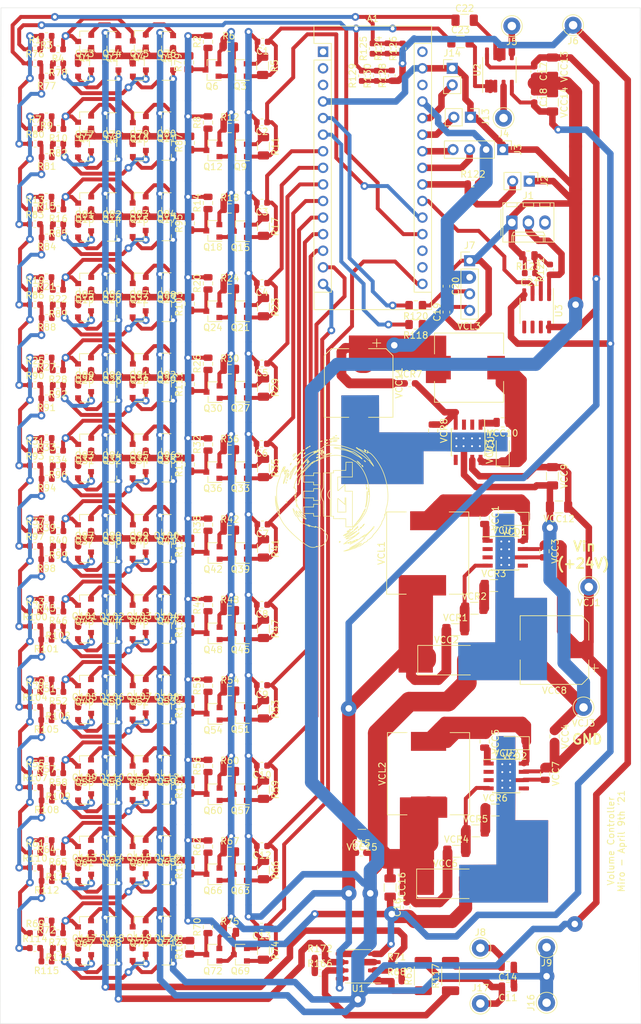
<source format=kicad_pcb>
(kicad_pcb (version 20171130) (host pcbnew 5.1.6-c6e7f7d~87~ubuntu18.04.1)
  (layers (0 F.Cu signal) (31 B.Cu signal) (34 B.Paste user) (35 F.Paste user) (36 B.SilkS user) (37 F.SilkS user) (38 B.Mask user) (39 F.Mask user) (44 Edge.Cuts user))
  (net 0 "")
  (net 1 "Net-(A1-Pad1)")
  (net 2 "Net-(A1-Pad17)")
  (net 3 "Net-(A1-Pad2)")
  (net 4 "Net-(A1-Pad18)")
  (net 5 "Net-(A1-Pad3)")
  (net 6 "Net-(A1-Pad19)")
  (net 7 "Net-(A1-Pad29)")
  (net 8 "Net-(A1-Pad20)")
  (net 9 "Net-(A1-Pad5)")
  (net 10 "Net-(A1-Pad21)")
  (net 11 "Net-(A1-Pad6)")
  (net 12 "Net-(A1-Pad22)")
  (net 13 "Net-(A1-Pad7)")
  (net 14 "Net-(A1-Pad23)")
  (net 15 "Net-(A1-Pad8)")
  (net 16 "Net-(A1-Pad24)")
  (net 17 "Net-(A1-Pad9)")
  (net 18 "Net-(A1-Pad25)")
  (net 19 "Net-(A1-Pad10)")
  (net 20 "Net-(A1-Pad26)")
  (net 21 "Net-(A1-Pad11)")
  (net 22 "Net-(A1-Pad27)")
  (net 23 "Net-(A1-Pad12)")
  (net 24 "Net-(A1-Pad28)")
  (net 25 "Net-(A1-Pad13)")
  (net 26 "Net-(A1-Pad14)")
  (net 27 "Net-(A1-Pad30)")
  (net 28 "Net-(A1-Pad15)")
  (net 29 "Net-(A1-Pad16)")
  (net 30 "Net-(C11-Pad2)")
  (net 31 "Net-(Q1-Pad1)")
  (net 32 "Net-(Q1-Pad2)")
  (net 33 "Net-(Q1-Pad3)")
  (net 34 "Net-(Q14-Pad3)")
  (net 35 "Net-(Q3-Pad3)")
  (net 36 "Net-(Q4-Pad2)")
  (net 37 "Net-(Q10-Pad1)")
  (net 38 "Net-(Q7-Pad2)")
  (net 39 "Net-(Q10-Pad3)")
  (net 40 "Net-(Q12-Pad1)")
  (net 41 "Net-(Q10-Pad2)")
  (net 42 "Net-(Q13-Pad3)")
  (net 43 "Net-(Q13-Pad2)")
  (net 44 "Net-(Q13-Pad1)")
  (net 45 "Net-(Q15-Pad3)")
  (net 46 "Net-(Q16-Pad2)")
  (net 47 "Net-(Q19-Pad1)")
  (net 48 "Net-(Q19-Pad2)")
  (net 49 "Net-(Q19-Pad3)")
  (net 50 "Net-(Q21-Pad3)")
  (net 51 "Net-(Q22-Pad2)")
  (net 52 "Net-(Q25-Pad3)")
  (net 53 "Net-(Q25-Pad2)")
  (net 54 "Net-(Q25-Pad1)")
  (net 55 "Net-(Q27-Pad3)")
  (net 56 "Net-(Q28-Pad2)")
  (net 57 "Net-(Q31-Pad1)")
  (net 58 "Net-(Q31-Pad2)")
  (net 59 "Net-(Q31-Pad3)")
  (net 60 "Net-(Q33-Pad3)")
  (net 61 "Net-(Q34-Pad2)")
  (net 62 "Net-(Q37-Pad3)")
  (net 63 "Net-(Q37-Pad2)")
  (net 64 "Net-(Q39-Pad3)")
  (net 65 "Net-(Q40-Pad2)")
  (net 66 "Net-(Q43-Pad3)")
  (net 67 "Net-(Q43-Pad2)")
  (net 68 "Net-(Q45-Pad3)")
  (net 69 "Net-(Q46-Pad2)")
  (net 70 "Net-(Q49-Pad3)")
  (net 71 "Net-(Q49-Pad2)")
  (net 72 "Net-(Q51-Pad3)")
  (net 73 "Net-(Q52-Pad2)")
  (net 74 "Net-(Q55-Pad2)")
  (net 75 "Net-(Q55-Pad3)")
  (net 76 "Net-(Q57-Pad3)")
  (net 77 "Net-(Q58-Pad2)")
  (net 78 "Net-(Q61-Pad2)")
  (net 79 "Net-(Q61-Pad3)")
  (net 80 "Net-(Q63-Pad3)")
  (net 81 "Net-(Q64-Pad2)")
  (net 82 "Net-(Q67-Pad3)")
  (net 83 "Net-(Q67-Pad2)")
  (net 84 "Net-(Q69-Pad3)")
  (net 85 "Net-(Q70-Pad2)")
  (net 86 "Net-(R1-Pad2)")
  (net 87 "Net-(R3-Pad1)")
  (net 88 "Net-(R13-Pad1)")
  (net 89 "Net-(R10-Pad2)")
  (net 90 "Net-(R13-Pad2)")
  (net 91 "Net-(R15-Pad1)")
  (net 92 "Net-(R19-Pad2)")
  (net 93 "Net-(R21-Pad1)")
  (net 94 "Net-(R25-Pad2)")
  (net 95 "Net-(R27-Pad1)")
  (net 96 "Net-(R31-Pad2)")
  (net 97 "Net-(R33-Pad1)")
  (net 98 "Net-(R37-Pad2)")
  (net 99 "Net-(R39-Pad1)")
  (net 100 "Net-(R43-Pad2)")
  (net 101 "Net-(R45-Pad1)")
  (net 102 "Net-(R49-Pad2)")
  (net 103 "Net-(R51-Pad1)")
  (net 104 "Net-(R55-Pad2)")
  (net 105 "Net-(R57-Pad1)")
  (net 106 "Net-(R61-Pad2)")
  (net 107 "Net-(R63-Pad1)")
  (net 108 "Net-(R64-Pad1)")
  (net 109 "Net-(R68-Pad2)")
  (net 110 "Net-(R69-Pad2)")
  (net 111 "Net-(R72-Pad1)")
  (net 112 "Net-(C15-Pad1)")
  (net 113 "Net-(J4-Pad1)")
  (net 114 "Net-(J5-Pad1)")
  (net 115 "Net-(Q6-Pad3)")
  (net 116 "Net-(Q12-Pad3)")
  (net 117 "Net-(Q18-Pad3)")
  (net 118 "Net-(Q24-Pad3)")
  (net 119 "Net-(Q30-Pad3)")
  (net 120 "Net-(Q36-Pad3)")
  (net 121 "Net-(Q42-Pad3)")
  (net 122 "Net-(Q48-Pad3)")
  (net 123 "Net-(Q54-Pad3)")
  (net 124 "Net-(Q60-Pad3)")
  (net 125 "Net-(Q66-Pad3)")
  (net 126 "Net-(Q72-Pad3)")
  (net 127 "Net-(Q73-Pad3)")
  (net 128 "Net-(Q73-Pad2)")
  (net 129 "Net-(Q79-Pad2)")
  (net 130 "Net-(Q81-Pad3)")
  (net 131 "Net-(Q85-Pad2)")
  (net 132 "Net-(Q85-Pad3)")
  (net 133 "Net-(Q91-Pad2)")
  (net 134 "Net-(Q93-Pad3)")
  (net 135 "Net-(Q100-Pad1)")
  (net 136 "Net-(Q97-Pad2)")
  (net 137 "Net-(Q100-Pad2)")
  (net 138 "Net-(Q102-Pad3)")
  (net 139 "Net-(Q103-Pad2)")
  (net 140 "Net-(Q105-Pad3)")
  (net 141 "Net-(Q109-Pad1)")
  (net 142 "Net-(Q109-Pad2)")
  (net 143 "Net-(Q109-Pad3)")
  (net 144 "Net-(Q115-Pad2)")
  (net 145 "Net-(Q117-Pad3)")
  (net 146 "Net-(R76-Pad2)")
  (net 147 "Net-(R88-Pad1)")
  (net 148 "Net-(R100-Pad1)")
  (net 149 "Net-(R100-Pad2)")
  (net 150 "Net-(R112-Pad1)")
  (net 151 "Net-(R166-Pad1)")
  (net 152 "Net-(VCC1-Pad2)")
  (net 153 "Net-(VCC1-Pad1)")
  (net 154 "Net-(VCC12-Pad1)")
  (net 155 "Net-(VCC5-Pad2)")
  (net 156 "Net-(VCC5-Pad1)")
  (net 157 "Net-(VCC10-Pad1)")
  (net 158 "Net-(VCC10-Pad2)")
  (net 159 "Net-(VCR1-Pad2)")
  (net 160 "Net-(VCR2-Pad2)")
  (net 161 "Net-(VCR4-Pad2)")
  (net 162 "Net-(VCR5-Pad2)")
  (net 163 "Net-(VCR7-Pad2)")
  (net 164 "Net-(VCU1-Pad5)")
  (net 165 "Net-(VCU1-Pad3)")
  (net 166 "Net-(VCU1-Pad2)")
  (net 167 "Net-(VCU2-Pad2)")
  (net 168 "Net-(VCU2-Pad3)")
  (net 169 "Net-(VCU2-Pad5)")
  (net 170 "Net-(VCU3-Pad2)")
  (net 171 "Net-(VCU3-Pad3)")
  (net 172 "Net-(VCU3-Pad5)")
  (net 173 "Net-(Q101-Pad1)")
  (net 174 "Net-(Q105-Pad1)")
  (net 175 "Net-(Q113-Pad1)")
  (net 176 "Net-(Q117-Pad1)")
  (net 177 "Net-(Q75-Pad2)")
  (net 178 "Net-(Q77-Pad3)")
  (net 179 "Net-(Q77-Pad2)")
  (net 180 "Net-(Q81-Pad2)")
  (net 181 "Net-(Q83-Pad2)")
  (net 182 "Net-(Q87-Pad2)")
  (net 183 "Net-(Q89-Pad3)")
  (net 184 "Net-(Q89-Pad2)")
  (net 185 "Net-(Q93-Pad2)")
  (net 186 "Net-(Q95-Pad2)")
  (net 187 "Net-(Q97-Pad3)")
  (net 188 "Net-(Q101-Pad3)")
  (net 189 "Net-(Q101-Pad2)")
  (net 190 "Net-(Q105-Pad2)")
  (net 191 "Net-(Q107-Pad2)")
  (net 192 "Net-(Q111-Pad2)")
  (net 193 "Net-(Q113-Pad3)")
  (net 194 "Net-(Q113-Pad2)")
  (net 195 "Net-(Q117-Pad2)")
  (net 196 "Net-(Q119-Pad2)")
  (net 197 "Net-(R77-Pad1)")
  (net 198 "Net-(R80-Pad2)")
  (net 199 "Net-(R81-Pad1)")
  (net 200 "Net-(R83-Pad2)")
  (net 201 "Net-(R84-Pad1)")
  (net 202 "Net-(R86-Pad2)")
  (net 203 "Net-(R90-Pad2)")
  (net 204 "Net-(R91-Pad1)")
  (net 205 "Net-(R93-Pad2)")
  (net 206 "Net-(R94-Pad1)")
  (net 207 "Net-(R98-Pad1)")
  (net 208 "Net-(R101-Pad1)")
  (net 209 "Net-(R104-Pad2)")
  (net 210 "Net-(R105-Pad1)")
  (net 211 "Net-(R107-Pad2)")
  (net 212 "Net-(R108-Pad1)")
  (net 213 "Net-(R110-Pad2)")
  (net 214 "Net-(R114-Pad2)")
  (net 215 "Net-(R115-Pad1)")
  (net 216 "Net-(C14-Pad2)")
  (net 217 "Net-(R117-Pad1)")
  (net 218 "Net-(C16-Pad1)")
  (net 219 "Net-(C19-Pad2)")
  (net 220 "Net-(C20-Pad2)")
  (net 221 "Net-(C21-Pad1)")
  (net 222 "Net-(C22-Pad2)")
  (net 223 "Net-(C22-Pad1)")
  (net 224 "Net-(C23-Pad1)")
  (net 225 "Net-(C23-Pad2)")
  (net 226 "Net-(J1-Pad2)")
  (net 227 "Net-(J1-Pad3)")
  (net 228 "Net-(U3-Pad5)")
  (net 229 "Net-(U3-Pad6)")
  (net 230 "Net-(U3-Pad7)")
  (module Capacitor_SMD:C_0603_1608Metric (layer F.Cu) (at 90.932 154.178)
    (fp_text reference C15 (at 0 -1.43) (layer F.SilkS))
    (fp_text value "220nF C21120")
    (pad 2 smd roundrect (at 0.7875 0) (size 0.875 0.95) (layers F.Cu F.Paste F.Mask) (net 7 "Net-(A1-Pad29)"))
    (pad 1 smd roundrect (at -0.7875 0) (size 0.875 0.95) (layers F.Cu F.Paste F.Mask) (net 112 "Net-(C15-Pad1)"))
  )
  (module Capacitor_SMD:C_1206_3216Metric (layer F.Cu) (at 121.288 101.219 180)
    (fp_text reference VCC12 (at 0 -1.82) (layer F.SilkS))
    (fp_text value "4.7uF C29823")
    (pad 1 smd roundrect (at -1.4 0 180) (size 1.25 1.75) (layers F.Cu F.Paste F.Mask) (roundrect_rratio 0.2) (net 154 "Net-(VCC12-Pad1)"))
    (pad 2 smd roundrect (at 1.4 0 180) (size 1.25 1.75) (layers F.Cu F.Paste F.Mask) (roundrect_rratio 0.2) (net 7 "Net-(A1-Pad29)"))
  )
  (module Capacitor_SMD:CP_Elec_10x10 (layer F.Cu) (at 120.587 123.1392 180)
    (fp_text reference VCC8 (at 0 -6.2) (layer F.SilkS))
    (fp_text value "470uF C3350")
    (pad 1 smd roundrect (at -4 0 180) (size 4 2.5) (layers F.Cu F.Paste F.Mask) (roundrect_rratio 0.1) (net 154 "Net-(VCC12-Pad1)"))
    (pad 2 smd roundrect (at 4 0 180) (size 4 2.5) (layers F.Cu F.Paste F.Mask) (roundrect_rratio 0.1) (net 7 "Net-(A1-Pad29)"))
  )
  (module Capacitor_SMD:C_0805_2012Metric (layer F.Cu) (at 109.8804 137.1491 270)
    (fp_text reference VCC5 (at 0 -1.65 90) (layer F.SilkS))
    (fp_text value "10nF C1710")
    (pad 2 smd roundrect (at 0.9375 0 270) (size 0.975 1.4) (layers F.Cu F.Paste F.Mask) (net 155 "Net-(VCC5-Pad2)"))
    (pad 1 smd roundrect (at -0.9375 0 270) (size 0.975 1.4) (layers F.Cu F.Paste F.Mask) (net 156 "Net-(VCC5-Pad1)"))
  )
  (module Capacitor_SMD:C_0805_2012Metric (layer F.Cu) (at 119.0498 108.0031 270)
    (fp_text reference VCC3 (at 0 -1.65 90) (layer F.SilkS))
    (fp_text value "10uF C13585")
    (pad 2 smd roundrect (at 0.9375 0 270) (size 0.975 1.4) (layers F.Cu F.Paste F.Mask) (net 7 "Net-(A1-Pad29)"))
    (pad 1 smd roundrect (at -0.9375 0 270) (size 0.975 1.4) (layers F.Cu F.Paste F.Mask) (net 154 "Net-(VCC12-Pad1)"))
  )
  (module Resistor_SMD:R_1206_3216Metric (layer F.Cu) (at 108.2913 116.7384)
    (fp_text reference VCR2 (at 0 -1.82) (layer F.SilkS))
    (fp_text value "3.3k C26032")
    (pad 2 smd roundrect (at 1.4 0) (size 1.25 1.75) (layers F.Cu F.Paste F.Mask) (roundrect_rratio 0.2) (net 160 "Net-(VCR2-Pad2)"))
    (pad 1 smd roundrect (at -1.4 0) (size 1.25 1.75) (layers F.Cu F.Paste F.Mask) (roundrect_rratio 0.2) (net 159 "Net-(VCR1-Pad2)"))
  )
  (module Package_SO:TI_SO-PowerPAD-8_ThermalVias (layer F.Cu) (at 113.03 108.3056)
    (fp_text reference VCU1 (at 0 -3.5) (layer F.SilkS))
    (fp_text value TPS5430DDA)
    (pad 9 thru_hole circle (at 0.6 1.8) (size 0.6 0.6) (drill 0.3) (layers *.Cu) (net 7 "Net-(A1-Pad29)"))
    (pad 9 thru_hole circle (at 0.6 0.7) (size 0.6 0.6) (drill 0.3) (layers *.Cu) (net 7 "Net-(A1-Pad29)"))
    (pad 9 thru_hole circle (at -0.6 0.7) (size 0.6 0.6) (drill 0.3) (layers *.Cu) (net 7 "Net-(A1-Pad29)"))
    (pad 9 thru_hole circle (at -0.6 1.8) (size 0.6 0.6) (drill 0.3) (layers *.Cu) (net 7 "Net-(A1-Pad29)"))
    (pad 9 thru_hole circle (at 0.6 -1.8) (size 0.6 0.6) (drill 0.3) (layers *.Cu) (net 7 "Net-(A1-Pad29)"))
    (pad 9 thru_hole circle (at 0.6 -0.6) (size 0.6 0.6) (drill 0.3) (layers *.Cu) (net 7 "Net-(A1-Pad29)"))
    (pad 9 thru_hole circle (at -0.6 -0.6) (size 0.6 0.6) (drill 0.3) (layers *.Cu) (net 7 "Net-(A1-Pad29)"))
    (pad 9 thru_hole circle (at -0.6 -1.8) (size 0.6 0.6) (drill 0.3) (layers *.Cu) (net 7 "Net-(A1-Pad29)"))
    (pad 9 smd rect (at 0 0) (size 2.95 4.5) (layers B.Cu) (net 7 "Net-(A1-Pad29)"))
    (pad 8 smd rect (at 2.7 -1.905) (size 1.55 0.6) (layers F.Cu F.Paste F.Mask) (net 153 "Net-(VCC1-Pad1)"))
    (pad 7 smd rect (at 2.7 -0.635) (size 1.55 0.6) (layers F.Cu F.Paste F.Mask) (net 154 "Net-(VCC12-Pad1)"))
    (pad 6 smd rect (at 2.7 0.635) (size 1.55 0.6) (layers F.Cu F.Paste F.Mask) (net 7 "Net-(A1-Pad29)"))
    (pad 5 smd rect (at 2.7 1.905) (size 1.55 0.6) (layers F.Cu F.Paste F.Mask) (net 164 "Net-(VCU1-Pad5)"))
    (pad 4 smd rect (at -2.7 1.905) (size 1.55 0.6) (layers F.Cu F.Paste F.Mask) (net 159 "Net-(VCR1-Pad2)"))
    (pad 3 smd rect (at -2.7 0.635) (size 1.55 0.6) (layers F.Cu F.Paste F.Mask) (net 165 "Net-(VCU1-Pad3)"))
    (pad 2 smd rect (at -2.7 -0.635) (size 1.55 0.6) (layers F.Cu F.Paste F.Mask) (net 166 "Net-(VCU1-Pad2)"))
    (pad 1 smd rect (at -2.7 -1.905) (size 1.55 0.6) (layers F.Cu F.Paste F.Mask) (net 152 "Net-(VCC1-Pad2)"))
    (pad 9 smd rect (at 0 0) (size 2.95 4.5) (layers F.Cu) (net 7 "Net-(A1-Pad29)"))
    (pad 9 smd rect (at 0 0) (size 2.6 3.1) (layers F.Cu F.Paste F.Mask) (net 7 "Net-(A1-Pad29)"))
  )
  (module Resistor_SMD:R_1206_3216Metric (layer F.Cu) (at 105.407 120.015)
    (fp_text reference VCR1 (at 0 -1.82) (layer F.SilkS))
    (fp_text value "30k C17999")
    (pad 2 smd roundrect (at 1.4 0) (size 1.25 1.75) (layers F.Cu F.Paste F.Mask) (roundrect_rratio 0.2) (net 159 "Net-(VCR1-Pad2)"))
    (pad 1 smd roundrect (at -1.4 0) (size 1.25 1.75) (layers F.Cu F.Paste F.Mask) (roundrect_rratio 0.2) (net 112 "Net-(C15-Pad1)"))
  )
  (module Capacitor_SMD:C_0805_2012Metric (layer F.Cu) (at 120.5992 136.3749 270)
    (fp_text reference VCC4 (at 0 -1.65 90) (layer F.SilkS))
    (fp_text value "10uF C13585")
    (pad 1 smd roundrect (at -0.9375 0 270) (size 0.975 1.4) (layers F.Cu F.Paste F.Mask) (net 7 "Net-(A1-Pad29)"))
    (pad 2 smd roundrect (at 0.9375 0 270) (size 0.975 1.4) (layers F.Cu F.Paste F.Mask) (net 154 "Net-(VCC12-Pad1)"))
  )
  (module Diode_SMD:D_SOD-123 (layer F.Cu) (at 114.4778 137.4008 180)
    (fp_text reference VCD2 (at 0 -2) (layer F.SilkS))
    (fp_text value "B340 C8598")
    (pad 1 smd rect (at -1.65 0 180) (size 0.9 1.2) (layers F.Cu F.Paste F.Mask) (net 156 "Net-(VCC5-Pad1)"))
    (pad 2 smd rect (at 1.65 0 180) (size 0.9 1.2) (layers F.Cu F.Paste F.Mask) (net 218 "Net-(C16-Pad1)"))
  )
  (module Connector_Pin:Pin_D1.3mm_L11.0mm (layer F.Cu) (at 125.0442 131.9276)
    (fp_text reference VCJ3 (at 0 2.4) (layer F.SilkS))
    (fp_text value Conn_01x01_Male)
    (pad 1 thru_hole circle (at 0 0) (size 2.6 2.6) (drill 1.3) (layers *.Cu *.Mask) (net 7 "Net-(A1-Pad29)"))
  )
  (module Capacitor_Tantalum_SMD:CP_EIA-7343-31_Kemet-D (layer F.Cu) (at 103.8489 158.94)
    (fp_text reference VCC6 (at 0 -3.1) (layer F.SilkS))
    (fp_text value "22uF C122303")
    (pad 2 smd roundrect (at 3.1125 0) (size 2.075 2.55) (layers F.Cu F.Paste F.Mask) (roundrect_rratio 0.120482) (net 218 "Net-(C16-Pad1)"))
    (pad 1 smd roundrect (at -3.1125 0) (size 2.075 2.55) (layers F.Cu F.Paste F.Mask) (roundrect_rratio 0.120482) (net 7 "Net-(A1-Pad29)"))
  )
  (module Resistor_SMD:R_1206_3216Metric (layer F.Cu) (at 111.5171 147.637)
    (fp_text reference VCR6 (at 0 -1.82) (layer F.SilkS))
    (fp_text value " 100 C17901")
    (pad 2 smd roundrect (at 1.4 0) (size 1.25 1.75) (layers F.Cu F.Paste F.Mask) (roundrect_rratio 0.2) (net 218 "Net-(C16-Pad1)"))
    (pad 1 smd roundrect (at -1.4 0) (size 1.25 1.75) (layers F.Cu F.Paste F.Mask) (roundrect_rratio 0.2) (net 162 "Net-(VCR5-Pad2)"))
  )
  (module Package_SO:TI_SO-PowerPAD-8_ThermalVias (layer F.Cu) (at 113.1824 142.43)
    (fp_text reference VCU2 (at 0 -3.5) (layer F.SilkS))
    (fp_text value TPS5430DDA)
    (pad 9 smd rect (at 0 0) (size 2.6 3.1) (layers F.Cu F.Paste F.Mask) (net 218 "Net-(C16-Pad1)"))
    (pad 9 smd rect (at 0 0) (size 2.95 4.5) (layers F.Cu) (net 218 "Net-(C16-Pad1)"))
    (pad 1 smd rect (at -2.7 -1.905) (size 1.55 0.6) (layers F.Cu F.Paste F.Mask) (net 155 "Net-(VCC5-Pad2)"))
    (pad 2 smd rect (at -2.7 -0.635) (size 1.55 0.6) (layers F.Cu F.Paste F.Mask) (net 167 "Net-(VCU2-Pad2)"))
    (pad 3 smd rect (at -2.7 0.635) (size 1.55 0.6) (layers F.Cu F.Paste F.Mask) (net 168 "Net-(VCU2-Pad3)"))
    (pad 4 smd rect (at -2.7 1.905) (size 1.55 0.6) (layers F.Cu F.Paste F.Mask) (net 161 "Net-(VCR4-Pad2)"))
    (pad 5 smd rect (at 2.7 1.905) (size 1.55 0.6) (layers F.Cu F.Paste F.Mask) (net 169 "Net-(VCU2-Pad5)"))
    (pad 6 smd rect (at 2.7 0.635) (size 1.55 0.6) (layers F.Cu F.Paste F.Mask) (net 218 "Net-(C16-Pad1)"))
    (pad 7 smd rect (at 2.7 -0.635) (size 1.55 0.6) (layers F.Cu F.Paste F.Mask) (net 154 "Net-(VCC12-Pad1)"))
    (pad 8 smd rect (at 2.7 -1.905) (size 1.55 0.6) (layers F.Cu F.Paste F.Mask) (net 156 "Net-(VCC5-Pad1)"))
    (pad 9 smd rect (at 0 0) (size 2.95 4.5) (layers B.Cu) (net 218 "Net-(C16-Pad1)"))
    (pad 9 thru_hole circle (at -0.6 -1.8) (size 0.6 0.6) (drill 0.3) (layers *.Cu) (net 218 "Net-(C16-Pad1)"))
    (pad 9 thru_hole circle (at -0.6 -0.6) (size 0.6 0.6) (drill 0.3) (layers *.Cu) (net 218 "Net-(C16-Pad1)"))
    (pad 9 thru_hole circle (at 0.6 -0.6) (size 0.6 0.6) (drill 0.3) (layers *.Cu) (net 218 "Net-(C16-Pad1)"))
    (pad 9 thru_hole circle (at 0.6 -1.8) (size 0.6 0.6) (drill 0.3) (layers *.Cu) (net 218 "Net-(C16-Pad1)"))
    (pad 9 thru_hole circle (at -0.6 1.8) (size 0.6 0.6) (drill 0.3) (layers *.Cu) (net 218 "Net-(C16-Pad1)"))
    (pad 9 thru_hole circle (at -0.6 0.7) (size 0.6 0.6) (drill 0.3) (layers *.Cu) (net 218 "Net-(C16-Pad1)"))
    (pad 9 thru_hole circle (at 0.6 0.7) (size 0.6 0.6) (drill 0.3) (layers *.Cu) (net 218 "Net-(C16-Pad1)"))
    (pad 9 thru_hole circle (at 0.6 1.8) (size 0.6 0.6) (drill 0.3) (layers *.Cu) (net 218 "Net-(C16-Pad1)"))
  )
  (module Connector_Pin:Pin_D1.3mm_L11.0mm (layer F.Cu) (at 125.857 113.4872)
    (fp_text reference VCJ1 (at 0 2.4) (layer F.SilkS))
    (fp_text value Conn_01x01_Male)
    (pad 1 thru_hole circle (at 0 0) (size 2.6 2.6) (drill 1.3) (layers *.Cu *.Mask) (net 154 "Net-(VCC12-Pad1)"))
  )
  (module Inductor_SMD:L_12x12mm_H6mm (layer F.Cu) (at 101.1428 108.2832 90)
    (fp_text reference VCL1 (at 0 -7.1 90) (layer F.SilkS))
    (fp_text value "100uH C169389")
    (pad 2 smd rect (at 4.95 0 90) (size 2.9 5.4) (layers F.Cu F.Paste F.Mask) (net 153 "Net-(VCC1-Pad1)"))
    (pad 1 smd rect (at -4.95 0 90) (size 2.9 5.4) (layers F.Cu F.Paste F.Mask) (net 112 "Net-(C15-Pad1)"))
  )
  (module Resistor_SMD:R_1206_3216Metric (layer F.Cu) (at 111.2885 113.2586)
    (fp_text reference VCR3 (at 0 -1.82) (layer F.SilkS))
    (fp_text value " 100 C17901")
    (pad 1 smd roundrect (at -1.4 0) (size 1.25 1.75) (layers F.Cu F.Paste F.Mask) (roundrect_rratio 0.2) (net 160 "Net-(VCR2-Pad2)"))
    (pad 2 smd roundrect (at 1.4 0) (size 1.25 1.75) (layers F.Cu F.Paste F.Mask) (roundrect_rratio 0.2) (net 7 "Net-(A1-Pad29)"))
  )
  (module Diode_SMD:D_SOD-123 (layer F.Cu) (at 114.428 103.0478 180)
    (fp_text reference VCD1 (at 0 -2) (layer F.SilkS))
    (fp_text value "B340 C8598")
    (pad 2 smd rect (at 1.65 0 180) (size 0.9 1.2) (layers F.Cu F.Paste F.Mask) (net 7 "Net-(A1-Pad29)"))
    (pad 1 smd rect (at -1.65 0 180) (size 0.9 1.2) (layers F.Cu F.Paste F.Mask) (net 153 "Net-(VCC1-Pad1)"))
  )
  (module Capacitor_Tantalum_SMD:CP_EIA-7343-31_Kemet-D (layer F.Cu) (at 104.0267 124.6886)
    (fp_text reference VCC2 (at 0 -3.1) (layer F.SilkS))
    (fp_text value "22uF C122303")
    (pad 1 smd roundrect (at -3.1125 0) (size 2.075 2.55) (layers F.Cu F.Paste F.Mask) (roundrect_rratio 0.120482) (net 112 "Net-(C15-Pad1)"))
    (pad 2 smd roundrect (at 3.1125 0) (size 2.075 2.55) (layers F.Cu F.Paste F.Mask) (roundrect_rratio 0.120482) (net 7 "Net-(A1-Pad29)"))
  )
  (module Inductor_SMD:L_12x12mm_H6mm (layer F.Cu) (at 101.2698 142.0774 90)
    (fp_text reference VCL2 (at 0 -7.1 90) (layer F.SilkS))
    (fp_text value "100uH C169389")
    (pad 1 smd rect (at -4.95 0 90) (size 2.9 5.4) (layers F.Cu F.Paste F.Mask) (net 7 "Net-(A1-Pad29)"))
    (pad 2 smd rect (at 4.95 0 90) (size 2.9 5.4) (layers F.Cu F.Paste F.Mask) (net 156 "Net-(VCC5-Pad1)"))
  )
  (module Capacitor_SMD:C_0805_2012Metric (layer F.Cu) (at 109.8804 102.8954 270)
    (fp_text reference VCC1 (at 0 -1.65 90) (layer F.SilkS))
    (fp_text value "10nF C1710")
    (pad 2 smd roundrect (at 0.9375 0 270) (size 0.975 1.4) (layers F.Cu F.Paste F.Mask) (net 152 "Net-(VCC1-Pad2)"))
    (pad 1 smd roundrect (at -0.9375 0 270) (size 0.975 1.4) (layers F.Cu F.Paste F.Mask) (net 153 "Net-(VCC1-Pad1)"))
  )
  (module Capacitor_SMD:C_0805_2012Metric (layer F.Cu) (at 119.1514 142.0767 270)
    (fp_text reference VCC7 (at 0 -1.65 90) (layer F.SilkS))
    (fp_text value "10uF C13585")
    (pad 1 smd roundrect (at -0.9375 0 270) (size 0.975 1.4) (layers F.Cu F.Paste F.Mask) (net 154 "Net-(VCC12-Pad1)"))
    (pad 2 smd roundrect (at 0.9375 0 270) (size 0.975 1.4) (layers F.Cu F.Paste F.Mask) (net 218 "Net-(C16-Pad1)"))
  )
  (module Resistor_SMD:R_1206_3216Metric (layer F.Cu) (at 105.5481 153.9616)
    (fp_text reference VCR4 (at 0 -1.82) (layer F.SilkS))
    (fp_text value "30k C17999")
    (pad 2 smd roundrect (at 1.4 0) (size 1.25 1.75) (layers F.Cu F.Paste F.Mask) (roundrect_rratio 0.2) (net 161 "Net-(VCR4-Pad2)"))
    (pad 1 smd roundrect (at -1.4 0) (size 1.25 1.75) (layers F.Cu F.Paste F.Mask) (roundrect_rratio 0.2) (net 7 "Net-(A1-Pad29)"))
  )
  (module Resistor_SMD:R_1206_3216Metric (layer F.Cu) (at 108.4945 150.8374)
    (fp_text reference VCR5 (at 0 -1.82) (layer F.SilkS))
    (fp_text value "3.3k C26032")
    (pad 1 smd roundrect (at -1.4 0) (size 1.25 1.75) (layers F.Cu F.Paste F.Mask) (roundrect_rratio 0.2) (net 161 "Net-(VCR4-Pad2)"))
    (pad 2 smd roundrect (at 1.4 0) (size 1.25 1.75) (layers F.Cu F.Paste F.Mask) (roundrect_rratio 0.2) (net 162 "Net-(VCR5-Pad2)"))
  )
  (module Module:Arduino_Nano (layer F.Cu) (at 85.09 31.496)
    (fp_text reference A1 (at 7.62 -5.08) (layer F.SilkS))
    (fp_text value Arduino_Nano_v2.x)
    (pad 1 thru_hole rect (at 0 0) (size 1.6 1.6) (drill 1) (layers *.Cu *.Mask) (net 1 "Net-(A1-Pad1)"))
    (pad 17 thru_hole oval (at 15.24 33.02) (size 1.6 1.6) (drill 1) (layers *.Cu *.Mask) (net 2 "Net-(A1-Pad17)"))
    (pad 2 thru_hole oval (at 0 2.54) (size 1.6 1.6) (drill 1) (layers *.Cu *.Mask) (net 3 "Net-(A1-Pad2)"))
    (pad 18 thru_hole oval (at 15.24 30.48) (size 1.6 1.6) (drill 1) (layers *.Cu *.Mask) (net 4 "Net-(A1-Pad18)"))
    (pad 3 thru_hole oval (at 0 5.08) (size 1.6 1.6) (drill 1) (layers *.Cu *.Mask) (net 5 "Net-(A1-Pad3)"))
    (pad 19 thru_hole oval (at 15.24 27.94) (size 1.6 1.6) (drill 1) (layers *.Cu *.Mask) (net 6 "Net-(A1-Pad19)"))
    (pad 4 thru_hole oval (at 0 7.62) (size 1.6 1.6) (drill 1) (layers *.Cu *.Mask) (net 7 "Net-(A1-Pad29)"))
    (pad 20 thru_hole oval (at 15.24 25.4) (size 1.6 1.6) (drill 1) (layers *.Cu *.Mask) (net 8 "Net-(A1-Pad20)"))
    (pad 5 thru_hole oval (at 0 10.16) (size 1.6 1.6) (drill 1) (layers *.Cu *.Mask) (net 9 "Net-(A1-Pad5)"))
    (pad 21 thru_hole oval (at 15.24 22.86) (size 1.6 1.6) (drill 1) (layers *.Cu *.Mask) (net 10 "Net-(A1-Pad21)"))
    (pad 6 thru_hole oval (at 0 12.7) (size 1.6 1.6) (drill 1) (layers *.Cu *.Mask) (net 11 "Net-(A1-Pad6)"))
    (pad 22 thru_hole oval (at 15.24 20.32) (size 1.6 1.6) (drill 1) (layers *.Cu *.Mask) (net 12 "Net-(A1-Pad22)"))
    (pad 7 thru_hole oval (at 0 15.24) (size 1.6 1.6) (drill 1) (layers *.Cu *.Mask) (net 13 "Net-(A1-Pad7)"))
    (pad 23 thru_hole oval (at 15.24 17.78) (size 1.6 1.6) (drill 1) (layers *.Cu *.Mask) (net 14 "Net-(A1-Pad23)"))
    (pad 8 thru_hole oval (at 0 17.78) (size 1.6 1.6) (drill 1) (layers *.Cu *.Mask) (net 15 "Net-(A1-Pad8)"))
    (pad 24 thru_hole oval (at 15.24 15.24) (size 1.6 1.6) (drill 1) (layers *.Cu *.Mask) (net 16 "Net-(A1-Pad24)"))
    (pad 9 thru_hole oval (at 0 20.32) (size 1.6 1.6) (drill 1) (layers *.Cu *.Mask) (net 17 "Net-(A1-Pad9)"))
    (pad 25 thru_hole oval (at 15.24 12.7) (size 1.6 1.6) (drill 1) (layers *.Cu *.Mask) (net 18 "Net-(A1-Pad25)"))
    (pad 10 thru_hole oval (at 0 22.86) (size 1.6 1.6) (drill 1) (layers *.Cu *.Mask) (net 19 "Net-(A1-Pad10)"))
    (pad 26 thru_hole oval (at 15.24 10.16) (size 1.6 1.6) (drill 1) (layers *.Cu *.Mask) (net 20 "Net-(A1-Pad26)"))
    (pad 11 thru_hole oval (at 0 25.4) (size 1.6 1.6) (drill 1) (layers *.Cu *.Mask) (net 21 "Net-(A1-Pad11)"))
    (pad 27 thru_hole oval (at 15.24 7.62) (size 1.6 1.6) (drill 1) (layers *.Cu *.Mask) (net 22 "Net-(A1-Pad27)"))
    (pad 12 thru_hole oval (at 0 27.94) (size 1.6 1.6) (drill 1) (layers *.Cu *.Mask) (net 23 "Net-(A1-Pad12)"))
    (pad 28 thru_hole oval (at 15.24 5.08) (size 1.6 1.6) (drill 1) (layers *.Cu *.Mask) (net 24 "Net-(A1-Pad28)"))
    (pad 13 thru_hole oval (at 0 30.48) (size 1.6 1.6) (drill 1) (layers *.Cu *.Mask) (net 25 "Net-(A1-Pad13)"))
    (pad 29 thru_hole oval (at 15.24 2.54) (size 1.6 1.6) (drill 1) (layers *.Cu *.Mask) (net 7 "Net-(A1-Pad29)"))
    (pad 14 thru_hole oval (at 0 33.02) (size 1.6 1.6) (drill 1) (layers *.Cu *.Mask) (net 26 "Net-(A1-Pad14)"))
    (pad 30 thru_hole oval (at 15.24 0) (size 1.6 1.6) (drill 1) (layers *.Cu *.Mask) (net 27 "Net-(A1-Pad30)"))
    (pad 15 thru_hole oval (at 0 35.56) (size 1.6 1.6) (drill 1) (layers *.Cu *.Mask) (net 28 "Net-(A1-Pad15)"))
    (pad 16 thru_hole oval (at 15.24 35.56) (size 1.6 1.6) (drill 1) (layers *.Cu *.Mask) (net 29 "Net-(A1-Pad16)"))
  )
  (module Capacitor_SMD:C_0603_1608Metric (layer F.Cu) (at 75.7175 42.291 180)
    (fp_text reference C2 (at 0 -1.43) (layer F.SilkS))
    (fp_text value "220nF C21120")
    (pad 1 smd roundrect (at -0.7875 0 180) (size 0.875 0.95) (layers F.Cu F.Paste F.Mask) (net 8 "Net-(A1-Pad20)"))
    (pad 2 smd roundrect (at 0.7875 0 180) (size 0.875 0.95) (layers F.Cu F.Paste F.Mask) (net 7 "Net-(A1-Pad29)"))
  )
  (module Capacitor_SMD:C_0603_1608Metric (layer F.Cu) (at 75.7175 54.61 180)
    (fp_text reference C3 (at 0 -1.43) (layer F.SilkS))
    (fp_text value "220nF C21120")
    (pad 1 smd roundrect (at -0.7875 0 180) (size 0.875 0.95) (layers F.Cu F.Paste F.Mask) (net 13 "Net-(A1-Pad7)"))
    (pad 2 smd roundrect (at 0.7875 0 180) (size 0.875 0.95) (layers F.Cu F.Paste F.Mask) (net 7 "Net-(A1-Pad29)"))
  )
  (module Capacitor_SMD:C_0603_1608Metric (layer F.Cu) (at 75.7175 66.929 180)
    (fp_text reference C4 (at 0 -1.43) (layer F.SilkS))
    (fp_text value "220nF C21120")
    (pad 1 smd roundrect (at -0.7875 0 180) (size 0.875 0.95) (layers F.Cu F.Paste F.Mask) (net 15 "Net-(A1-Pad8)"))
    (pad 2 smd roundrect (at 0.7875 0 180) (size 0.875 0.95) (layers F.Cu F.Paste F.Mask) (net 7 "Net-(A1-Pad29)"))
  )
  (module Capacitor_SMD:C_0603_1608Metric (layer F.Cu) (at 75.7175 79.248 180)
    (fp_text reference C5 (at 0 -1.43) (layer F.SilkS))
    (fp_text value "220nF C21120")
    (pad 2 smd roundrect (at 0.7875 0 180) (size 0.875 0.95) (layers F.Cu F.Paste F.Mask) (net 7 "Net-(A1-Pad29)"))
    (pad 1 smd roundrect (at -0.7875 0 180) (size 0.875 0.95) (layers F.Cu F.Paste F.Mask) (net 17 "Net-(A1-Pad9)"))
  )
  (module Capacitor_SMD:C_0603_1608Metric (layer F.Cu) (at 75.6665 91.567 180)
    (fp_text reference C6 (at 0 -1.43) (layer F.SilkS))
    (fp_text value "220nF C21120")
    (pad 1 smd roundrect (at -0.7875 0 180) (size 0.875 0.95) (layers F.Cu F.Paste F.Mask) (net 19 "Net-(A1-Pad10)"))
    (pad 2 smd roundrect (at 0.7875 0 180) (size 0.875 0.95) (layers F.Cu F.Paste F.Mask) (net 7 "Net-(A1-Pad29)"))
  )
  (module Capacitor_SMD:C_0603_1608Metric (layer F.Cu) (at 75.7935 103.886 180)
    (fp_text reference C7 (at 0 -1.43) (layer F.SilkS))
    (fp_text value "220nF C21120")
    (pad 2 smd roundrect (at 0.7875 0 180) (size 0.875 0.95) (layers F.Cu F.Paste F.Mask) (net 7 "Net-(A1-Pad29)"))
    (pad 1 smd roundrect (at -0.7875 0 180) (size 0.875 0.95) (layers F.Cu F.Paste F.Mask) (net 21 "Net-(A1-Pad11)"))
  )
  (module Capacitor_SMD:C_0603_1608Metric (layer F.Cu) (at 75.7175 116.205 180)
    (fp_text reference C8 (at 0 -1.43) (layer F.SilkS))
    (fp_text value "220nF C21120")
    (pad 1 smd roundrect (at -0.7875 0 180) (size 0.875 0.95) (layers F.Cu F.Paste F.Mask) (net 23 "Net-(A1-Pad12)"))
    (pad 2 smd roundrect (at 0.7875 0 180) (size 0.875 0.95) (layers F.Cu F.Paste F.Mask) (net 7 "Net-(A1-Pad29)"))
  )
  (module Capacitor_SMD:C_0603_1608Metric (layer F.Cu) (at 75.7175 128.524 180)
    (fp_text reference C9 (at 0 -1.43) (layer F.SilkS))
    (fp_text value "220nF C21120")
    (pad 2 smd roundrect (at 0.7875 0 180) (size 0.875 0.95) (layers F.Cu F.Paste F.Mask) (net 7 "Net-(A1-Pad29)"))
    (pad 1 smd roundrect (at -0.7875 0 180) (size 0.875 0.95) (layers F.Cu F.Paste F.Mask) (net 25 "Net-(A1-Pad13)"))
  )
  (module Capacitor_SMD:C_0603_1608Metric (layer F.Cu) (at 75.7175 140.843 180)
    (fp_text reference C10 (at 0 -1.43) (layer F.SilkS))
    (fp_text value "220nF C21120")
    (pad 1 smd roundrect (at -0.7875 0 180) (size 0.875 0.95) (layers F.Cu F.Paste F.Mask) (net 26 "Net-(A1-Pad14)"))
    (pad 2 smd roundrect (at 0.7875 0 180) (size 0.875 0.95) (layers F.Cu F.Paste F.Mask) (net 7 "Net-(A1-Pad29)"))
  )
  (module Capacitor_SMD:C_0805_2012Metric (layer F.Cu) (at 113.4595 174.752 180)
    (fp_text reference C11 (at 0 -1.65) (layer F.SilkS))
    (fp_text value "10nF C1710")
    (pad 1 smd roundrect (at -0.9375 0 180) (size 0.975 1.4) (layers F.Cu F.Paste F.Mask) (net 7 "Net-(A1-Pad29)"))
    (pad 2 smd roundrect (at 0.9375 0 180) (size 0.975 1.4) (layers F.Cu F.Paste F.Mask) (net 30 "Net-(C11-Pad2)"))
  )
  (module Capacitor_SMD:C_0603_1608Metric (layer F.Cu) (at 75.7175 153.162 180)
    (fp_text reference C12 (at 0 -1.43) (layer F.SilkS))
    (fp_text value "220nF C21120")
    (pad 2 smd roundrect (at 0.7875 0 180) (size 0.875 0.95) (layers F.Cu F.Paste F.Mask) (net 7 "Net-(A1-Pad29)"))
    (pad 1 smd roundrect (at -0.7875 0 180) (size 0.875 0.95) (layers F.Cu F.Paste F.Mask) (net 28 "Net-(A1-Pad15)"))
  )
  (module Capacitor_SMD:C_0603_1608Metric (layer F.Cu) (at 75.6665 165.481 180)
    (fp_text reference C13 (at 0 -1.43) (layer F.SilkS))
    (fp_text value "220nF C21120")
    (pad 2 smd roundrect (at 0.7875 0 180) (size 0.875 0.95) (layers F.Cu F.Paste F.Mask) (net 7 "Net-(A1-Pad29)"))
    (pad 1 smd roundrect (at -0.7875 0 180) (size 0.875 0.95) (layers F.Cu F.Paste F.Mask) (net 29 "Net-(A1-Pad16)"))
  )
  (module Connector_Pin:Pin_D1.3mm_L11.0mm (layer F.Cu) (at 119.38 177.165 270)
    (fp_text reference J16 (at 0 2.4 90) (layer F.SilkS))
    (fp_text value "GND Out")
    (pad 1 thru_hole circle (at 0 0 270) (size 2.6 2.6) (drill 1.3) (layers *.Cu *.Mask) (net 7 "Net-(A1-Pad29)"))
  )
  (module Connector_Pin:Pin_D1.3mm_L11.0mm (layer F.Cu) (at 109.22 177.292 180)
    (fp_text reference J17 (at 0 2.4) (layer F.SilkS))
    (fp_text value OutL)
    (pad 1 thru_hole circle (at 0 0 180) (size 2.6 2.6) (drill 1.3) (layers *.Cu *.Mask) (net 30 "Net-(C11-Pad2)"))
  )
  (module Package_TO_SOT_SMD:SOT-23 (layer F.Cu) (at 48.514 42.291 180)
    (fp_text reference Q7 (at 0 -2.5) (layer F.SilkS))
    (fp_text value "NMOS GSD AO3400C C541722")
    (pad 1 smd rect (at -1 -0.95 180) (size 0.9 0.8) (layers F.Cu F.Paste F.Mask) (net 37 "Net-(Q10-Pad1)"))
    (pad 2 smd rect (at -1 0.95 180) (size 0.9 0.8) (layers F.Cu F.Paste F.Mask) (net 38 "Net-(Q7-Pad2)"))
    (pad 3 smd rect (at 1 0 180) (size 0.9 0.8) (layers F.Cu F.Paste F.Mask) (net 39 "Net-(Q10-Pad3)"))
  )
  (module Package_TO_SOT_SMD:SOT-23 (layer F.Cu) (at 52.689 42.418 180)
    (fp_text reference Q8 (at 0 -2.5) (layer F.SilkS))
    (fp_text value "NMOS GSD AO3400C C541722")
    (pad 3 smd rect (at 1 0 180) (size 0.9 0.8) (layers F.Cu F.Paste F.Mask) (net 34 "Net-(Q14-Pad3)"))
    (pad 2 smd rect (at -1 0.95 180) (size 0.9 0.8) (layers F.Cu F.Paste F.Mask) (net 38 "Net-(Q7-Pad2)"))
    (pad 1 smd rect (at -1 -0.95 180) (size 0.9 0.8) (layers F.Cu F.Paste F.Mask) (net 37 "Net-(Q10-Pad1)"))
  )
  (module Package_TO_SOT_SMD:SOT-23 (layer F.Cu) (at 72.406 46.609 180)
    (fp_text reference Q9 (at 0 -2.5) (layer F.SilkS))
    (fp_text value "NMOS GSD AO3400C C541722")
    (pad 3 smd rect (at 1 0 180) (size 0.9 0.8) (layers F.Cu F.Paste F.Mask) (net 40 "Net-(Q12-Pad1)"))
    (pad 2 smd rect (at -1 0.95 180) (size 0.9 0.8) (layers F.Cu F.Paste F.Mask) (net 7 "Net-(A1-Pad29)"))
    (pad 1 smd rect (at -1 -0.95 180) (size 0.9 0.8) (layers F.Cu F.Paste F.Mask) (net 8 "Net-(A1-Pad20)"))
  )
  (module Package_TO_SOT_SMD:SOT-23 (layer F.Cu) (at 56.912 42.357 180)
    (fp_text reference Q10 (at 0 -2.5) (layer F.SilkS))
    (fp_text value "PMOS GSD AO3401A C15127")
    (pad 3 smd rect (at 1 0 180) (size 0.9 0.8) (layers F.Cu F.Paste F.Mask) (net 39 "Net-(Q10-Pad3)"))
    (pad 2 smd rect (at -1 0.95 180) (size 0.9 0.8) (layers F.Cu F.Paste F.Mask) (net 41 "Net-(Q10-Pad2)"))
    (pad 1 smd rect (at -1 -0.95 180) (size 0.9 0.8) (layers F.Cu F.Paste F.Mask) (net 37 "Net-(Q10-Pad1)"))
  )
  (module Package_TO_SOT_SMD:SOT-23 (layer F.Cu) (at 61.071 42.291 180)
    (fp_text reference Q11 (at 0 -2.5) (layer F.SilkS))
    (fp_text value "PMOS GSD AO3401A C15127")
    (pad 1 smd rect (at -1 -0.95 180) (size 0.9 0.8) (layers F.Cu F.Paste F.Mask) (net 37 "Net-(Q10-Pad1)"))
    (pad 2 smd rect (at -1 0.95 180) (size 0.9 0.8) (layers F.Cu F.Paste F.Mask) (net 41 "Net-(Q10-Pad2)"))
    (pad 3 smd rect (at 1 0 180) (size 0.9 0.8) (layers F.Cu F.Paste F.Mask) (net 7 "Net-(A1-Pad29)"))
  )
  (module Package_TO_SOT_SMD:SOT-23 (layer F.Cu) (at 68.199 46.609 180)
    (fp_text reference Q12 (at 0 -2.5) (layer F.SilkS))
    (fp_text value "PMOS GSD AO3401A C15127")
    (pad 1 smd rect (at -1 -0.95 180) (size 0.9 0.8) (layers F.Cu F.Paste F.Mask) (net 40 "Net-(Q12-Pad1)"))
    (pad 2 smd rect (at -1 0.95 180) (size 0.9 0.8) (layers F.Cu F.Paste F.Mask) (net 112 "Net-(C15-Pad1)"))
    (pad 3 smd rect (at 1 0 180) (size 0.9 0.8) (layers F.Cu F.Paste F.Mask) (net 116 "Net-(Q12-Pad3)"))
  )
  (module Package_TO_SOT_SMD:SOT-23 (layer F.Cu) (at 48.53 54.676 180)
    (fp_text reference Q13 (at 0 -2.5) (layer F.SilkS))
    (fp_text value "NMOS GSD AO3400C C541722")
    (pad 3 smd rect (at 1 0 180) (size 0.9 0.8) (layers F.Cu F.Paste F.Mask) (net 42 "Net-(Q13-Pad3)"))
    (pad 2 smd rect (at -1 0.95 180) (size 0.9 0.8) (layers F.Cu F.Paste F.Mask) (net 43 "Net-(Q13-Pad2)"))
    (pad 1 smd rect (at -1 -0.95 180) (size 0.9 0.8) (layers F.Cu F.Paste F.Mask) (net 44 "Net-(Q13-Pad1)"))
  )
  (module Package_TO_SOT_SMD:SOT-23 (layer F.Cu) (at 52.689 54.671 180)
    (fp_text reference Q14 (at 0 -2.5) (layer F.SilkS))
    (fp_text value "NMOS GSD AO3400C C541722")
    (pad 1 smd rect (at -1 -0.95 180) (size 0.9 0.8) (layers F.Cu F.Paste F.Mask) (net 44 "Net-(Q13-Pad1)"))
    (pad 2 smd rect (at -1 0.95 180) (size 0.9 0.8) (layers F.Cu F.Paste F.Mask) (net 43 "Net-(Q13-Pad2)"))
    (pad 3 smd rect (at 1 0 180) (size 0.9 0.8) (layers F.Cu F.Paste F.Mask) (net 34 "Net-(Q14-Pad3)"))
  )
  (module Package_TO_SOT_SMD:SOT-23 (layer F.Cu) (at 72.406 58.989 180)
    (fp_text reference Q15 (at 0 -2.5) (layer F.SilkS))
    (fp_text value "NMOS GSD AO3400C C541722")
    (pad 3 smd rect (at 1 0 180) (size 0.9 0.8) (layers F.Cu F.Paste F.Mask) (net 45 "Net-(Q15-Pad3)"))
    (pad 2 smd rect (at -1 0.95 180) (size 0.9 0.8) (layers F.Cu F.Paste F.Mask) (net 7 "Net-(A1-Pad29)"))
    (pad 1 smd rect (at -1 -0.95 180) (size 0.9 0.8) (layers F.Cu F.Paste F.Mask) (net 13 "Net-(A1-Pad7)"))
  )
  (module Package_TO_SOT_SMD:SOT-23 (layer F.Cu) (at 56.88 54.671 180)
    (fp_text reference Q16 (at 0 -2.5) (layer F.SilkS))
    (fp_text value "PMOS GSD AO3401A C15127")
    (pad 1 smd rect (at -1 -0.95 180) (size 0.9 0.8) (layers F.Cu F.Paste F.Mask) (net 44 "Net-(Q13-Pad1)"))
    (pad 2 smd rect (at -1 0.95 180) (size 0.9 0.8) (layers F.Cu F.Paste F.Mask) (net 46 "Net-(Q16-Pad2)"))
    (pad 3 smd rect (at 1 0 180) (size 0.9 0.8) (layers F.Cu F.Paste F.Mask) (net 42 "Net-(Q13-Pad3)"))
  )
  (module Package_TO_SOT_SMD:SOT-23 (layer F.Cu) (at 61.103 54.676 180)
    (fp_text reference Q17 (at 0 -2.5) (layer F.SilkS))
    (fp_text value "PMOS GSD AO3401A C15127")
    (pad 3 smd rect (at 1 0 180) (size 0.9 0.8) (layers F.Cu F.Paste F.Mask) (net 7 "Net-(A1-Pad29)"))
    (pad 2 smd rect (at -1 0.95 180) (size 0.9 0.8) (layers F.Cu F.Paste F.Mask) (net 46 "Net-(Q16-Pad2)"))
    (pad 1 smd rect (at -1 -0.95 180) (size 0.9 0.8) (layers F.Cu F.Paste F.Mask) (net 44 "Net-(Q13-Pad1)"))
  )
  (module Package_TO_SOT_SMD:SOT-23 (layer F.Cu) (at 68.183 58.928 180)
    (fp_text reference Q18 (at 0 -2.5) (layer F.SilkS))
    (fp_text value "PMOS GSD AO3401A C15127")
    (pad 3 smd rect (at 1 0 180) (size 0.9 0.8) (layers F.Cu F.Paste F.Mask) (net 117 "Net-(Q18-Pad3)"))
    (pad 2 smd rect (at -1 0.95 180) (size 0.9 0.8) (layers F.Cu F.Paste F.Mask) (net 112 "Net-(C15-Pad1)"))
    (pad 1 smd rect (at -1 -0.95 180) (size 0.9 0.8) (layers F.Cu F.Paste F.Mask) (net 45 "Net-(Q15-Pad3)"))
  )
  (module Package_TO_SOT_SMD:SOT-23 (layer F.Cu) (at 48.53 66.995 180)
    (fp_text reference Q19 (at 0 -2.5) (layer F.SilkS))
    (fp_text value "NMOS GSD AO3400C C541722")
    (pad 1 smd rect (at -1 -0.95 180) (size 0.9 0.8) (layers F.Cu F.Paste F.Mask) (net 47 "Net-(Q19-Pad1)"))
    (pad 2 smd rect (at -1 0.95 180) (size 0.9 0.8) (layers F.Cu F.Paste F.Mask) (net 48 "Net-(Q19-Pad2)"))
    (pad 3 smd rect (at 1 0 180) (size 0.9 0.8) (layers F.Cu F.Paste F.Mask) (net 49 "Net-(Q19-Pad3)"))
  )
  (module Package_TO_SOT_SMD:SOT-23 (layer F.Cu) (at 52.689 66.99 180)
    (fp_text reference Q20 (at 0 -2.5) (layer F.SilkS))
    (fp_text value "NMOS GSD AO3400C C541722")
    (pad 1 smd rect (at -1 -0.95 180) (size 0.9 0.8) (layers F.Cu F.Paste F.Mask) (net 47 "Net-(Q19-Pad1)"))
    (pad 2 smd rect (at -1 0.95 180) (size 0.9 0.8) (layers F.Cu F.Paste F.Mask) (net 48 "Net-(Q19-Pad2)"))
    (pad 3 smd rect (at 1 0 180) (size 0.9 0.8) (layers F.Cu F.Paste F.Mask) (net 34 "Net-(Q14-Pad3)"))
  )
  (module Package_TO_SOT_SMD:SOT-23 (layer F.Cu) (at 72.406 71.247 180)
    (fp_text reference Q21 (at 0 -2.5) (layer F.SilkS))
    (fp_text value "NMOS GSD AO3400C C541722")
    (pad 3 smd rect (at 1 0 180) (size 0.9 0.8) (layers F.Cu F.Paste F.Mask) (net 50 "Net-(Q21-Pad3)"))
    (pad 2 smd rect (at -1 0.95 180) (size 0.9 0.8) (layers F.Cu F.Paste F.Mask) (net 7 "Net-(A1-Pad29)"))
    (pad 1 smd rect (at -1 -0.95 180) (size 0.9 0.8) (layers F.Cu F.Paste F.Mask) (net 15 "Net-(A1-Pad8)"))
  )
  (module Package_TO_SOT_SMD:SOT-23 (layer F.Cu) (at 56.896 66.99 180)
    (fp_text reference Q22 (at 0 -2.5) (layer F.SilkS))
    (fp_text value "PMOS GSD AO3401A C15127")
    (pad 3 smd rect (at 1 0 180) (size 0.9 0.8) (layers F.Cu F.Paste F.Mask) (net 49 "Net-(Q19-Pad3)"))
    (pad 2 smd rect (at -1 0.95 180) (size 0.9 0.8) (layers F.Cu F.Paste F.Mask) (net 51 "Net-(Q22-Pad2)"))
    (pad 1 smd rect (at -1 -0.95 180) (size 0.9 0.8) (layers F.Cu F.Paste F.Mask) (net 47 "Net-(Q19-Pad1)"))
  )
  (module Package_TO_SOT_SMD:SOT-23 (layer F.Cu) (at 61.087 66.929 180)
    (fp_text reference Q23 (at 0 -2.5) (layer F.SilkS))
    (fp_text value "PMOS GSD AO3401A C15127")
    (pad 3 smd rect (at 1 0 180) (size 0.9 0.8) (layers F.Cu F.Paste F.Mask) (net 7 "Net-(A1-Pad29)"))
    (pad 2 smd rect (at -1 0.95 180) (size 0.9 0.8) (layers F.Cu F.Paste F.Mask) (net 51 "Net-(Q22-Pad2)"))
    (pad 1 smd rect (at -1 -0.95 180) (size 0.9 0.8) (layers F.Cu F.Paste F.Mask) (net 47 "Net-(Q19-Pad1)"))
  )
  (module Package_TO_SOT_SMD:SOT-23 (layer F.Cu) (at 68.183 71.247 180)
    (fp_text reference Q24 (at 0 -2.5) (layer F.SilkS))
    (fp_text value "PMOS GSD AO3401A C15127")
    (pad 1 smd rect (at -1 -0.95 180) (size 0.9 0.8) (layers F.Cu F.Paste F.Mask) (net 50 "Net-(Q21-Pad3)"))
    (pad 2 smd rect (at -1 0.95 180) (size 0.9 0.8) (layers F.Cu F.Paste F.Mask) (net 112 "Net-(C15-Pad1)"))
    (pad 3 smd rect (at 1 0 180) (size 0.9 0.8) (layers F.Cu F.Paste F.Mask) (net 118 "Net-(Q24-Pad3)"))
  )
  (module Package_TO_SOT_SMD:SOT-23 (layer F.Cu) (at 48.498 79.314 180)
    (fp_text reference Q25 (at 0 -2.5) (layer F.SilkS))
    (fp_text value "NMOS GSD AO3400C C541722")
    (pad 3 smd rect (at 1 0 180) (size 0.9 0.8) (layers F.Cu F.Paste F.Mask) (net 52 "Net-(Q25-Pad3)"))
    (pad 2 smd rect (at -1 0.95 180) (size 0.9 0.8) (layers F.Cu F.Paste F.Mask) (net 53 "Net-(Q25-Pad2)"))
    (pad 1 smd rect (at -1 -0.95 180) (size 0.9 0.8) (layers F.Cu F.Paste F.Mask) (net 54 "Net-(Q25-Pad1)"))
  )
  (module Package_TO_SOT_SMD:SOT-23 (layer F.Cu) (at 52.721 79.314 180)
    (fp_text reference Q26 (at 0 -2.5) (layer F.SilkS))
    (fp_text value "NMOS GSD AO3400C C541722")
    (pad 3 smd rect (at 1 0 180) (size 0.9 0.8) (layers F.Cu F.Paste F.Mask) (net 34 "Net-(Q14-Pad3)"))
    (pad 2 smd rect (at -1 0.95 180) (size 0.9 0.8) (layers F.Cu F.Paste F.Mask) (net 53 "Net-(Q25-Pad2)"))
    (pad 1 smd rect (at -1 -0.95 180) (size 0.9 0.8) (layers F.Cu F.Paste F.Mask) (net 54 "Net-(Q25-Pad1)"))
  )
  (module Package_TO_SOT_SMD:SOT-23 (layer F.Cu) (at 72.406 83.566 180)
    (fp_text reference Q27 (at 0 -2.5) (layer F.SilkS))
    (fp_text value "NMOS GSD AO3400C C541722")
    (pad 1 smd rect (at -1 -0.95 180) (size 0.9 0.8) (layers F.Cu F.Paste F.Mask) (net 17 "Net-(A1-Pad9)"))
    (pad 2 smd rect (at -1 0.95 180) (size 0.9 0.8) (layers F.Cu F.Paste F.Mask) (net 7 "Net-(A1-Pad29)"))
    (pad 3 smd rect (at 1 0 180) (size 0.9 0.8) (layers F.Cu F.Paste F.Mask) (net 55 "Net-(Q27-Pad3)"))
  )
  (module Package_TO_SOT_SMD:SOT-23 (layer F.Cu) (at 56.912 79.314 180)
    (fp_text reference Q28 (at 0 -2.5) (layer F.SilkS))
    (fp_text value "PMOS GSD AO3401A C15127")
    (pad 1 smd rect (at -1 -0.95 180) (size 0.9 0.8) (layers F.Cu F.Paste F.Mask) (net 54 "Net-(Q25-Pad1)"))
    (pad 2 smd rect (at -1 0.95 180) (size 0.9 0.8) (layers F.Cu F.Paste F.Mask) (net 56 "Net-(Q28-Pad2)"))
    (pad 3 smd rect (at 1 0 180) (size 0.9 0.8) (layers F.Cu F.Paste F.Mask) (net 52 "Net-(Q25-Pad3)"))
  )
  (module Package_TO_SOT_SMD:SOT-23 (layer F.Cu) (at 61.071 79.248 180)
    (fp_text reference Q29 (at 0 -2.5) (layer F.SilkS))
    (fp_text value "PMOS GSD AO3401A C15127")
    (pad 1 smd rect (at -1 -0.95 180) (size 0.9 0.8) (layers F.Cu F.Paste F.Mask) (net 54 "Net-(Q25-Pad1)"))
    (pad 2 smd rect (at -1 0.95 180) (size 0.9 0.8) (layers F.Cu F.Paste F.Mask) (net 56 "Net-(Q28-Pad2)"))
    (pad 3 smd rect (at 1 0 180) (size 0.9 0.8) (layers F.Cu F.Paste F.Mask) (net 7 "Net-(A1-Pad29)"))
  )
  (module Package_TO_SOT_SMD:SOT-23 (layer F.Cu) (at 68.215 83.632 180)
    (fp_text reference Q30 (at 0 -2.5) (layer F.SilkS))
    (fp_text value "PMOS GSD AO3401A C15127")
    (pad 1 smd rect (at -1 -0.95 180) (size 0.9 0.8) (layers F.Cu F.Paste F.Mask) (net 55 "Net-(Q27-Pad3)"))
    (pad 2 smd rect (at -1 0.95 180) (size 0.9 0.8) (layers F.Cu F.Paste F.Mask) (net 112 "Net-(C15-Pad1)"))
    (pad 3 smd rect (at 1 0 180) (size 0.9 0.8) (layers F.Cu F.Paste F.Mask) (net 119 "Net-(Q30-Pad3)"))
  )
  (module Package_TO_SOT_SMD:SOT-23 (layer F.Cu) (at 48.53 91.633 180)
    (fp_text reference Q31 (at 0 -2.5) (layer F.SilkS))
    (fp_text value "NMOS GSD AO3400C C541722")
    (pad 1 smd rect (at -1 -0.95 180) (size 0.9 0.8) (layers F.Cu F.Paste F.Mask) (net 57 "Net-(Q31-Pad1)"))
    (pad 2 smd rect (at -1 0.95 180) (size 0.9 0.8) (layers F.Cu F.Paste F.Mask) (net 58 "Net-(Q31-Pad2)"))
    (pad 3 smd rect (at 1 0 180) (size 0.9 0.8) (layers F.Cu F.Paste F.Mask) (net 59 "Net-(Q31-Pad3)"))
  )
  (module Package_TO_SOT_SMD:SOT-23 (layer F.Cu) (at 52.689 91.628 180)
    (fp_text reference Q32 (at 0 -2.5) (layer F.SilkS))
    (fp_text value "NMOS GSD AO3400C C541722")
    (pad 3 smd rect (at 1 0 180) (size 0.9 0.8) (layers F.Cu F.Paste F.Mask) (net 34 "Net-(Q14-Pad3)"))
    (pad 2 smd rect (at -1 0.95 180) (size 0.9 0.8) (layers F.Cu F.Paste F.Mask) (net 58 "Net-(Q31-Pad2)"))
    (pad 1 smd rect (at -1 -0.95 180) (size 0.9 0.8) (layers F.Cu F.Paste F.Mask) (net 57 "Net-(Q31-Pad1)"))
  )
  (module Package_TO_SOT_SMD:SOT-23 (layer F.Cu) (at 72.406 95.885 180)
    (fp_text reference Q33 (at 0 -2.5) (layer F.SilkS))
    (fp_text value "NMOS GSD AO3400C C541722")
    (pad 3 smd rect (at 1 0 180) (size 0.9 0.8) (layers F.Cu F.Paste F.Mask) (net 60 "Net-(Q33-Pad3)"))
    (pad 2 smd rect (at -1 0.95 180) (size 0.9 0.8) (layers F.Cu F.Paste F.Mask) (net 7 "Net-(A1-Pad29)"))
    (pad 1 smd rect (at -1 -0.95 180) (size 0.9 0.8) (layers F.Cu F.Paste F.Mask) (net 19 "Net-(A1-Pad10)"))
  )
  (module Package_TO_SOT_SMD:SOT-23 (layer F.Cu) (at 56.88 91.628 180)
    (fp_text reference Q34 (at 0 -2.5) (layer F.SilkS))
    (fp_text value "PMOS GSD AO3401A C15127")
    (pad 3 smd rect (at 1 0 180) (size 0.9 0.8) (layers F.Cu F.Paste F.Mask) (net 59 "Net-(Q31-Pad3)"))
    (pad 2 smd rect (at -1 0.95 180) (size 0.9 0.8) (layers F.Cu F.Paste F.Mask) (net 61 "Net-(Q34-Pad2)"))
    (pad 1 smd rect (at -1 -0.95 180) (size 0.9 0.8) (layers F.Cu F.Paste F.Mask) (net 57 "Net-(Q31-Pad1)"))
  )
  (module Package_TO_SOT_SMD:SOT-23 (layer F.Cu) (at 61.071 91.567 180)
    (fp_text reference Q35 (at 0 -2.5) (layer F.SilkS))
    (fp_text value "PMOS GSD AO3401A C15127")
    (pad 1 smd rect (at -1 -0.95 180) (size 0.9 0.8) (layers F.Cu F.Paste F.Mask) (net 57 "Net-(Q31-Pad1)"))
    (pad 2 smd rect (at -1 0.95 180) (size 0.9 0.8) (layers F.Cu F.Paste F.Mask) (net 61 "Net-(Q34-Pad2)"))
    (pad 3 smd rect (at 1 0 180) (size 0.9 0.8) (layers F.Cu F.Paste F.Mask) (net 7 "Net-(A1-Pad29)"))
  )
  (module Package_TO_SOT_SMD:SOT-23 (layer F.Cu) (at 68.183 95.885 180)
    (fp_text reference Q36 (at 0 -2.5) (layer F.SilkS))
    (fp_text value "PMOS GSD AO3401A C15127")
    (pad 1 smd rect (at -1 -0.95 180) (size 0.9 0.8) (layers F.Cu F.Paste F.Mask) (net 60 "Net-(Q33-Pad3)"))
    (pad 2 smd rect (at -1 0.95 180) (size 0.9 0.8) (layers F.Cu F.Paste F.Mask) (net 112 "Net-(C15-Pad1)"))
    (pad 3 smd rect (at 1 0 180) (size 0.9 0.8) (layers F.Cu F.Paste F.Mask) (net 120 "Net-(Q36-Pad3)"))
  )
  (module Package_TO_SOT_SMD:SOT-23 (layer F.Cu) (at 48.498 103.952 180)
    (fp_text reference Q37 (at 0 -2.5) (layer F.SilkS))
    (fp_text value "NMOS GSD AO3400C C541722")
    (pad 3 smd rect (at 1 0 180) (size 0.9 0.8) (layers F.Cu F.Paste F.Mask) (net 62 "Net-(Q37-Pad3)"))
    (pad 2 smd rect (at -1 0.95 180) (size 0.9 0.8) (layers F.Cu F.Paste F.Mask) (net 63 "Net-(Q37-Pad2)"))
    (pad 1 smd rect (at -1 -0.95 180) (size 0.9 0.8) (layers F.Cu F.Paste F.Mask) (net 135 "Net-(Q100-Pad1)"))
  )
  (module Package_TO_SOT_SMD:SOT-23 (layer F.Cu) (at 52.721 103.952 180)
    (fp_text reference Q38 (at 0 -2.5) (layer F.SilkS))
    (fp_text value "NMOS GSD AO3400C C541722")
    (pad 3 smd rect (at 1 0 180) (size 0.9 0.8) (layers F.Cu F.Paste F.Mask) (net 34 "Net-(Q14-Pad3)"))
    (pad 2 smd rect (at -1 0.95 180) (size 0.9 0.8) (layers F.Cu F.Paste F.Mask) (net 63 "Net-(Q37-Pad2)"))
    (pad 1 smd rect (at -1 -0.95 180) (size 0.9 0.8) (layers F.Cu F.Paste F.Mask) (net 135 "Net-(Q100-Pad1)"))
  )
  (module Package_TO_SOT_SMD:SOT-23 (layer F.Cu) (at 72.406 108.27 180)
    (fp_text reference Q39 (at 0 -2.5) (layer F.SilkS))
    (fp_text value "NMOS GSD AO3400C C541722")
    (pad 3 smd rect (at 1 0 180) (size 0.9 0.8) (layers F.Cu F.Paste F.Mask) (net 64 "Net-(Q39-Pad3)"))
    (pad 2 smd rect (at -1 0.95 180) (size 0.9 0.8) (layers F.Cu F.Paste F.Mask) (net 7 "Net-(A1-Pad29)"))
    (pad 1 smd rect (at -1 -0.95 180) (size 0.9 0.8) (layers F.Cu F.Paste F.Mask) (net 21 "Net-(A1-Pad11)"))
  )
  (module Package_TO_SOT_SMD:SOT-23 (layer F.Cu) (at 56.912 103.952 180)
    (fp_text reference Q40 (at 0 -2.5) (layer F.SilkS))
    (fp_text value "PMOS GSD AO3401A C15127")
    (pad 1 smd rect (at -1 -0.95 180) (size 0.9 0.8) (layers F.Cu F.Paste F.Mask) (net 135 "Net-(Q100-Pad1)"))
    (pad 2 smd rect (at -1 0.95 180) (size 0.9 0.8) (layers F.Cu F.Paste F.Mask) (net 65 "Net-(Q40-Pad2)"))
    (pad 3 smd rect (at 1 0 180) (size 0.9 0.8) (layers F.Cu F.Paste F.Mask) (net 62 "Net-(Q37-Pad3)"))
  )
  (module Package_TO_SOT_SMD:SOT-23 (layer F.Cu) (at 61.103 103.952 180)
    (fp_text reference Q41 (at 0 -2.5) (layer F.SilkS))
    (fp_text value "PMOS GSD AO3401A C15127")
    (pad 3 smd rect (at 1 0 180) (size 0.9 0.8) (layers F.Cu F.Paste F.Mask) (net 7 "Net-(A1-Pad29)"))
    (pad 2 smd rect (at -1 0.95 180) (size 0.9 0.8) (layers F.Cu F.Paste F.Mask) (net 65 "Net-(Q40-Pad2)"))
    (pad 1 smd rect (at -1 -0.95 180) (size 0.9 0.8) (layers F.Cu F.Paste F.Mask) (net 135 "Net-(Q100-Pad1)"))
  )
  (module Package_TO_SOT_SMD:SOT-23 (layer F.Cu) (at 68.215 108.27 180)
    (fp_text reference Q42 (at 0 -2.5) (layer F.SilkS))
    (fp_text value "PMOS GSD AO3401A C15127")
    (pad 3 smd rect (at 1 0 180) (size 0.9 0.8) (layers F.Cu F.Paste F.Mask) (net 121 "Net-(Q42-Pad3)"))
    (pad 2 smd rect (at -1 0.95 180) (size 0.9 0.8) (layers F.Cu F.Paste F.Mask) (net 112 "Net-(C15-Pad1)"))
    (pad 1 smd rect (at -1 -0.95 180) (size 0.9 0.8) (layers F.Cu F.Paste F.Mask) (net 64 "Net-(Q39-Pad3)"))
  )
  (module Package_TO_SOT_SMD:SOT-23 (layer F.Cu) (at 48.498 116.271 180)
    (fp_text reference Q43 (at 0 -2.5) (layer F.SilkS))
    (fp_text value "NMOS GSD AO3400C C541722")
    (pad 3 smd rect (at 1 0 180) (size 0.9 0.8) (layers F.Cu F.Paste F.Mask) (net 66 "Net-(Q43-Pad3)"))
    (pad 2 smd rect (at -1 0.95 180) (size 0.9 0.8) (layers F.Cu F.Paste F.Mask) (net 67 "Net-(Q43-Pad2)"))
    (pad 1 smd rect (at -1 -0.95 180) (size 0.9 0.8) (layers F.Cu F.Paste F.Mask) (net 173 "Net-(Q101-Pad1)"))
  )
  (module Package_TO_SOT_SMD:SOT-23 (layer F.Cu) (at 52.689 116.266 180)
    (fp_text reference Q44 (at 0 -2.5) (layer F.SilkS))
    (fp_text value "NMOS GSD AO3400C C541722")
    (pad 3 smd rect (at 1 0 180) (size 0.9 0.8) (layers F.Cu F.Paste F.Mask) (net 34 "Net-(Q14-Pad3)"))
    (pad 2 smd rect (at -1 0.95 180) (size 0.9 0.8) (layers F.Cu F.Paste F.Mask) (net 67 "Net-(Q43-Pad2)"))
    (pad 1 smd rect (at -1 -0.95 180) (size 0.9 0.8) (layers F.Cu F.Paste F.Mask) (net 173 "Net-(Q101-Pad1)"))
  )
  (module Package_TO_SOT_SMD:SOT-23 (layer F.Cu) (at 72.406 120.589 180)
    (fp_text reference Q45 (at 0 -2.5) (layer F.SilkS))
    (fp_text value "NMOS GSD AO3400C C541722")
    (pad 1 smd rect (at -1 -0.95 180) (size 0.9 0.8) (layers F.Cu F.Paste F.Mask) (net 23 "Net-(A1-Pad12)"))
    (pad 2 smd rect (at -1 0.95 180) (size 0.9 0.8) (layers F.Cu F.Paste F.Mask) (net 7 "Net-(A1-Pad29)"))
    (pad 3 smd rect (at 1 0 180) (size 0.9 0.8) (layers F.Cu F.Paste F.Mask) (net 68 "Net-(Q45-Pad3)"))
  )
  (module Package_TO_SOT_SMD:SOT-23 (layer F.Cu) (at 56.88 116.266 180)
    (fp_text reference Q46 (at 0 -2.5) (layer F.SilkS))
    (fp_text value "PMOS GSD AO3401A C15127")
    (pad 1 smd rect (at -1 -0.95 180) (size 0.9 0.8) (layers F.Cu F.Paste F.Mask) (net 173 "Net-(Q101-Pad1)"))
    (pad 2 smd rect (at -1 0.95 180) (size 0.9 0.8) (layers F.Cu F.Paste F.Mask) (net 69 "Net-(Q46-Pad2)"))
    (pad 3 smd rect (at 1 0 180) (size 0.9 0.8) (layers F.Cu F.Paste F.Mask) (net 66 "Net-(Q43-Pad3)"))
  )
  (module Package_TO_SOT_SMD:SOT-23 (layer F.Cu) (at 61.071 116.205 180)
    (fp_text reference Q47 (at 0 -2.5) (layer F.SilkS))
    (fp_text value "PMOS GSD AO3401A C15127")
    (pad 3 smd rect (at 1 0 180) (size 0.9 0.8) (layers F.Cu F.Paste F.Mask) (net 7 "Net-(A1-Pad29)"))
    (pad 2 smd rect (at -1 0.95 180) (size 0.9 0.8) (layers F.Cu F.Paste F.Mask) (net 69 "Net-(Q46-Pad2)"))
    (pad 1 smd rect (at -1 -0.95 180) (size 0.9 0.8) (layers F.Cu F.Paste F.Mask) (net 173 "Net-(Q101-Pad1)"))
  )
  (module Package_TO_SOT_SMD:SOT-23 (layer F.Cu) (at 68.215 120.589 180)
    (fp_text reference Q48 (at 0 -2.5) (layer F.SilkS))
    (fp_text value "PMOS GSD AO3401A C15127")
    (pad 1 smd rect (at -1 -0.95 180) (size 0.9 0.8) (layers F.Cu F.Paste F.Mask) (net 68 "Net-(Q45-Pad3)"))
    (pad 2 smd rect (at -1 0.95 180) (size 0.9 0.8) (layers F.Cu F.Paste F.Mask) (net 112 "Net-(C15-Pad1)"))
    (pad 3 smd rect (at 1 0 180) (size 0.9 0.8) (layers F.Cu F.Paste F.Mask) (net 122 "Net-(Q48-Pad3)"))
  )
  (module Package_TO_SOT_SMD:SOT-23 (layer F.Cu) (at 48.498 128.59 180)
    (fp_text reference Q49 (at 0 -2.5) (layer F.SilkS))
    (fp_text value "NMOS GSD AO3400C C541722")
    (pad 3 smd rect (at 1 0 180) (size 0.9 0.8) (layers F.Cu F.Paste F.Mask) (net 70 "Net-(Q49-Pad3)"))
    (pad 2 smd rect (at -1 0.95 180) (size 0.9 0.8) (layers F.Cu F.Paste F.Mask) (net 71 "Net-(Q49-Pad2)"))
    (pad 1 smd rect (at -1 -0.95 180) (size 0.9 0.8) (layers F.Cu F.Paste F.Mask) (net 174 "Net-(Q105-Pad1)"))
  )
  (module Package_TO_SOT_SMD:SOT-23 (layer F.Cu) (at 52.689 128.585 180)
    (fp_text reference Q50 (at 0 -2.5) (layer F.SilkS))
    (fp_text value "NMOS GSD AO3400C C541722")
    (pad 1 smd rect (at -1 -0.95 180) (size 0.9 0.8) (layers F.Cu F.Paste F.Mask) (net 174 "Net-(Q105-Pad1)"))
    (pad 2 smd rect (at -1 0.95 180) (size 0.9 0.8) (layers F.Cu F.Paste F.Mask) (net 71 "Net-(Q49-Pad2)"))
    (pad 3 smd rect (at 1 0 180) (size 0.9 0.8) (layers F.Cu F.Paste F.Mask) (net 34 "Net-(Q14-Pad3)"))
  )
  (module Package_TO_SOT_SMD:SOT-23 (layer F.Cu) (at 72.406 132.781 180)
    (fp_text reference Q51 (at 0 -2.5) (layer F.SilkS))
    (fp_text value "NMOS GSD AO3400C C541722")
    (pad 3 smd rect (at 1 0 180) (size 0.9 0.8) (layers F.Cu F.Paste F.Mask) (net 72 "Net-(Q51-Pad3)"))
    (pad 2 smd rect (at -1 0.95 180) (size 0.9 0.8) (layers F.Cu F.Paste F.Mask) (net 7 "Net-(A1-Pad29)"))
    (pad 1 smd rect (at -1 -0.95 180) (size 0.9 0.8) (layers F.Cu F.Paste F.Mask) (net 25 "Net-(A1-Pad13)"))
  )
  (module Package_TO_SOT_SMD:SOT-23 (layer F.Cu) (at 56.896 128.585 180)
    (fp_text reference Q52 (at 0 -2.5) (layer F.SilkS))
    (fp_text value "PMOS GSD AO3401A C15127")
    (pad 1 smd rect (at -1 -0.95 180) (size 0.9 0.8) (layers F.Cu F.Paste F.Mask) (net 174 "Net-(Q105-Pad1)"))
    (pad 2 smd rect (at -1 0.95 180) (size 0.9 0.8) (layers F.Cu F.Paste F.Mask) (net 73 "Net-(Q52-Pad2)"))
    (pad 3 smd rect (at 1 0 180) (size 0.9 0.8) (layers F.Cu F.Paste F.Mask) (net 70 "Net-(Q49-Pad3)"))
  )
  (module Package_TO_SOT_SMD:SOT-23 (layer F.Cu) (at 61.071 128.524 180)
    (fp_text reference Q53 (at 0 -2.5) (layer F.SilkS))
    (fp_text value "PMOS GSD AO3401A C15127")
    (pad 3 smd rect (at 1 0 180) (size 0.9 0.8) (layers F.Cu F.Paste F.Mask) (net 7 "Net-(A1-Pad29)"))
    (pad 2 smd rect (at -1 0.95 180) (size 0.9 0.8) (layers F.Cu F.Paste F.Mask) (net 73 "Net-(Q52-Pad2)"))
    (pad 1 smd rect (at -1 -0.95 180) (size 0.9 0.8) (layers F.Cu F.Paste F.Mask) (net 174 "Net-(Q105-Pad1)"))
  )
  (module Package_TO_SOT_SMD:SOT-23 (layer F.Cu) (at 68.215 132.908 180)
    (fp_text reference Q54 (at 0 -2.5) (layer F.SilkS))
    (fp_text value "PMOS GSD AO3401A C15127")
    (pad 3 smd rect (at 1 0 180) (size 0.9 0.8) (layers F.Cu F.Paste F.Mask) (net 123 "Net-(Q54-Pad3)"))
    (pad 2 smd rect (at -1 0.95 180) (size 0.9 0.8) (layers F.Cu F.Paste F.Mask) (net 112 "Net-(C15-Pad1)"))
    (pad 1 smd rect (at -1 -0.95 180) (size 0.9 0.8) (layers F.Cu F.Paste F.Mask) (net 72 "Net-(Q51-Pad3)"))
  )
  (module Package_TO_SOT_SMD:SOT-23 (layer F.Cu) (at 48.498 140.909 180)
    (fp_text reference Q55 (at 0 -2.5) (layer F.SilkS))
    (fp_text value "NMOS GSD AO3400C C541722")
    (pad 1 smd rect (at -1 -0.95 180) (size 0.9 0.8) (layers F.Cu F.Paste F.Mask) (net 141 "Net-(Q109-Pad1)"))
    (pad 2 smd rect (at -1 0.95 180) (size 0.9 0.8) (layers F.Cu F.Paste F.Mask) (net 74 "Net-(Q55-Pad2)"))
    (pad 3 smd rect (at 1 0 180) (size 0.9 0.8) (layers F.Cu F.Paste F.Mask) (net 75 "Net-(Q55-Pad3)"))
  )
  (module Package_TO_SOT_SMD:SOT-23 (layer F.Cu) (at 52.689 140.904 180)
    (fp_text reference Q56 (at 0 -2.5) (layer F.SilkS))
    (fp_text value "NMOS GSD AO3400C C541722")
    (pad 3 smd rect (at 1 0 180) (size 0.9 0.8) (layers F.Cu F.Paste F.Mask) (net 34 "Net-(Q14-Pad3)"))
    (pad 2 smd rect (at -1 0.95 180) (size 0.9 0.8) (layers F.Cu F.Paste F.Mask) (net 74 "Net-(Q55-Pad2)"))
    (pad 1 smd rect (at -1 -0.95 180) (size 0.9 0.8) (layers F.Cu F.Paste F.Mask) (net 141 "Net-(Q109-Pad1)"))
  )
  (module Package_TO_SOT_SMD:SOT-23 (layer F.Cu) (at 72.406 145.227 180)
    (fp_text reference Q57 (at 0 -2.5) (layer F.SilkS))
    (fp_text value "NMOS GSD AO3400C C541722")
    (pad 3 smd rect (at 1 0 180) (size 0.9 0.8) (layers F.Cu F.Paste F.Mask) (net 76 "Net-(Q57-Pad3)"))
    (pad 2 smd rect (at -1 0.95 180) (size 0.9 0.8) (layers F.Cu F.Paste F.Mask) (net 7 "Net-(A1-Pad29)"))
    (pad 1 smd rect (at -1 -0.95 180) (size 0.9 0.8) (layers F.Cu F.Paste F.Mask) (net 26 "Net-(A1-Pad14)"))
  )
  (module Package_TO_SOT_SMD:SOT-23 (layer F.Cu) (at 56.88 140.904 180)
    (fp_text reference Q58 (at 0 -2.5) (layer F.SilkS))
    (fp_text value "PMOS GSD AO3401A C15127")
    (pad 1 smd rect (at -1 -0.95 180) (size 0.9 0.8) (layers F.Cu F.Paste F.Mask) (net 141 "Net-(Q109-Pad1)"))
    (pad 2 smd rect (at -1 0.95 180) (size 0.9 0.8) (layers F.Cu F.Paste F.Mask) (net 77 "Net-(Q58-Pad2)"))
    (pad 3 smd rect (at 1 0 180) (size 0.9 0.8) (layers F.Cu F.Paste F.Mask) (net 75 "Net-(Q55-Pad3)"))
  )
  (module Package_TO_SOT_SMD:SOT-23 (layer F.Cu) (at 61.071 140.843 180)
    (fp_text reference Q59 (at 0 -2.5) (layer F.SilkS))
    (fp_text value "PMOS GSD AO3401A C15127")
    (pad 1 smd rect (at -1 -0.95 180) (size 0.9 0.8) (layers F.Cu F.Paste F.Mask) (net 141 "Net-(Q109-Pad1)"))
    (pad 2 smd rect (at -1 0.95 180) (size 0.9 0.8) (layers F.Cu F.Paste F.Mask) (net 77 "Net-(Q58-Pad2)"))
    (pad 3 smd rect (at 1 0 180) (size 0.9 0.8) (layers F.Cu F.Paste F.Mask) (net 7 "Net-(A1-Pad29)"))
  )
  (module Package_TO_SOT_SMD:SOT-23 (layer F.Cu) (at 68.215 145.227 180)
    (fp_text reference Q60 (at 0 -2.5) (layer F.SilkS))
    (fp_text value "PMOS GSD AO3401A C15127")
    (pad 1 smd rect (at -1 -0.95 180) (size 0.9 0.8) (layers F.Cu F.Paste F.Mask) (net 76 "Net-(Q57-Pad3)"))
    (pad 2 smd rect (at -1 0.95 180) (size 0.9 0.8) (layers F.Cu F.Paste F.Mask) (net 112 "Net-(C15-Pad1)"))
    (pad 3 smd rect (at 1 0 180) (size 0.9 0.8) (layers F.Cu F.Paste F.Mask) (net 124 "Net-(Q60-Pad3)"))
  )
  (module Package_TO_SOT_SMD:SOT-23 (layer F.Cu) (at 48.498 153.228 180)
    (fp_text reference Q61 (at 0 -2.5) (layer F.SilkS))
    (fp_text value "NMOS GSD AO3400C C541722")
    (pad 1 smd rect (at -1 -0.95 180) (size 0.9 0.8) (layers F.Cu F.Paste F.Mask) (net 175 "Net-(Q113-Pad1)"))
    (pad 2 smd rect (at -1 0.95 180) (size 0.9 0.8) (layers F.Cu F.Paste F.Mask) (net 78 "Net-(Q61-Pad2)"))
    (pad 3 smd rect (at 1 0 180) (size 0.9 0.8) (layers F.Cu F.Paste F.Mask) (net 79 "Net-(Q61-Pad3)"))
  )
  (module Package_TO_SOT_SMD:SOT-23 (layer F.Cu) (at 52.689 153.223 180)
    (fp_text reference Q62 (at 0 -2.5) (layer F.SilkS))
    (fp_text value "NMOS GSD AO3400C C541722")
    (pad 1 smd rect (at -1 -0.95 180) (size 0.9 0.8) (layers F.Cu F.Paste F.Mask) (net 175 "Net-(Q113-Pad1)"))
    (pad 2 smd rect (at -1 0.95 180) (size 0.9 0.8) (layers F.Cu F.Paste F.Mask) (net 78 "Net-(Q61-Pad2)"))
    (pad 3 smd rect (at 1 0 180) (size 0.9 0.8) (layers F.Cu F.Paste F.Mask) (net 34 "Net-(Q14-Pad3)"))
  )
  (module Package_TO_SOT_SMD:SOT-23 (layer F.Cu) (at 72.406 157.48 180)
    (fp_text reference Q63 (at 0 -2.5) (layer F.SilkS))
    (fp_text value "NMOS GSD AO3400C C541722")
    (pad 1 smd rect (at -1 -0.95 180) (size 0.9 0.8) (layers F.Cu F.Paste F.Mask) (net 28 "Net-(A1-Pad15)"))
    (pad 2 smd rect (at -1 0.95 180) (size 0.9 0.8) (layers F.Cu F.Paste F.Mask) (net 7 "Net-(A1-Pad29)"))
    (pad 3 smd rect (at 1 0 180) (size 0.9 0.8) (layers F.Cu F.Paste F.Mask) (net 80 "Net-(Q63-Pad3)"))
  )
  (module Package_TO_SOT_SMD:SOT-23 (layer F.Cu) (at 56.88 153.223 180)
    (fp_text reference Q64 (at 0 -2.5) (layer F.SilkS))
    (fp_text value "PMOS GSD AO3401A C15127")
    (pad 1 smd rect (at -1 -0.95 180) (size 0.9 0.8) (layers F.Cu F.Paste F.Mask) (net 175 "Net-(Q113-Pad1)"))
    (pad 2 smd rect (at -1 0.95 180) (size 0.9 0.8) (layers F.Cu F.Paste F.Mask) (net 81 "Net-(Q64-Pad2)"))
    (pad 3 smd rect (at 1 0 180) (size 0.9 0.8) (layers F.Cu F.Paste F.Mask) (net 79 "Net-(Q61-Pad3)"))
  )
  (module Package_TO_SOT_SMD:SOT-23 (layer F.Cu) (at 61.071 153.162 180)
    (fp_text reference Q65 (at 0 -2.5) (layer F.SilkS))
    (fp_text value "PMOS GSD AO3401A C15127")
    (pad 1 smd rect (at -1 -0.95 180) (size 0.9 0.8) (layers F.Cu F.Paste F.Mask) (net 175 "Net-(Q113-Pad1)"))
    (pad 2 smd rect (at -1 0.95 180) (size 0.9 0.8) (layers F.Cu F.Paste F.Mask) (net 81 "Net-(Q64-Pad2)"))
    (pad 3 smd rect (at 1 0 180) (size 0.9 0.8) (layers F.Cu F.Paste F.Mask) (net 7 "Net-(A1-Pad29)"))
  )
  (module Package_TO_SOT_SMD:SOT-23 (layer F.Cu) (at 68.199 157.48 180)
    (fp_text reference Q66 (at 0 -2.5) (layer F.SilkS))
    (fp_text value "PMOS GSD AO3401A C15127")
    (pad 3 smd rect (at 1 0 180) (size 0.9 0.8) (layers F.Cu F.Paste F.Mask) (net 125 "Net-(Q66-Pad3)"))
    (pad 2 smd rect (at -1 0.95 180) (size 0.9 0.8) (layers F.Cu F.Paste F.Mask) (net 112 "Net-(C15-Pad1)"))
    (pad 1 smd rect (at -1 -0.95 180) (size 0.9 0.8) (layers F.Cu F.Paste F.Mask) (net 80 "Net-(Q63-Pad3)"))
  )
  (module Package_TO_SOT_SMD:SOT-23 (layer F.Cu) (at 48.498 165.547 180)
    (fp_text reference Q67 (at 0 -2.5) (layer F.SilkS))
    (fp_text value "NMOS GSD AO3400C C541722")
    (pad 3 smd rect (at 1 0 180) (size 0.9 0.8) (layers F.Cu F.Paste F.Mask) (net 82 "Net-(Q67-Pad3)"))
    (pad 2 smd rect (at -1 0.95 180) (size 0.9 0.8) (layers F.Cu F.Paste F.Mask) (net 83 "Net-(Q67-Pad2)"))
    (pad 1 smd rect (at -1 -0.95 180) (size 0.9 0.8) (layers F.Cu F.Paste F.Mask) (net 176 "Net-(Q117-Pad1)"))
  )
  (module Package_TO_SOT_SMD:SOT-23 (layer F.Cu) (at 52.689 165.542 180)
    (fp_text reference Q68 (at 0 -2.5) (layer F.SilkS))
    (fp_text value "NMOS GSD AO3400C C541722")
    (pad 3 smd rect (at 1 0 180) (size 0.9 0.8) (layers F.Cu F.Paste F.Mask) (net 34 "Net-(Q14-Pad3)"))
    (pad 2 smd rect (at -1 0.95 180) (size 0.9 0.8) (layers F.Cu F.Paste F.Mask) (net 83 "Net-(Q67-Pad2)"))
    (pad 1 smd rect (at -1 -0.95 180) (size 0.9 0.8) (layers F.Cu F.Paste F.Mask) (net 176 "Net-(Q117-Pad1)"))
  )
  (module Package_TO_SOT_SMD:SOT-23 (layer F.Cu) (at 72.406 169.799 180)
    (fp_text reference Q69 (at 0 -2.5) (layer F.SilkS))
    (fp_text value "NMOS GSD AO3400C C541722")
    (pad 1 smd rect (at -1 -0.95 180) (size 0.9 0.8) (layers F.Cu F.Paste F.Mask) (net 29 "Net-(A1-Pad16)"))
    (pad 2 smd rect (at -1 0.95 180) (size 0.9 0.8) (layers F.Cu F.Paste F.Mask) (net 7 "Net-(A1-Pad29)"))
    (pad 3 smd rect (at 1 0 180) (size 0.9 0.8) (layers F.Cu F.Paste F.Mask) (net 84 "Net-(Q69-Pad3)"))
  )
  (module Package_TO_SOT_SMD:SOT-23 (layer F.Cu) (at 56.88 165.542 180)
    (fp_text reference Q70 (at 0 -2.5) (layer F.SilkS))
    (fp_text value "PMOS GSD AO3401A C15127")
    (pad 3 smd rect (at 1 0 180) (size 0.9 0.8) (layers F.Cu F.Paste F.Mask) (net 82 "Net-(Q67-Pad3)"))
    (pad 2 smd rect (at -1 0.95 180) (size 0.9 0.8) (layers F.Cu F.Paste F.Mask) (net 85 "Net-(Q70-Pad2)"))
    (pad 1 smd rect (at -1 -0.95 180) (size 0.9 0.8) (layers F.Cu F.Paste F.Mask) (net 176 "Net-(Q117-Pad1)"))
  )
  (module Package_TO_SOT_SMD:SOT-23 (layer F.Cu) (at 61.071 165.481 180)
    (fp_text reference Q71 (at 0 -2.5) (layer F.SilkS))
    (fp_text value "PMOS GSD AO3401A C15127")
    (pad 1 smd rect (at -1 -0.95 180) (size 0.9 0.8) (layers F.Cu F.Paste F.Mask) (net 176 "Net-(Q117-Pad1)"))
    (pad 2 smd rect (at -1 0.95 180) (size 0.9 0.8) (layers F.Cu F.Paste F.Mask) (net 85 "Net-(Q70-Pad2)"))
    (pad 3 smd rect (at 1 0 180) (size 0.9 0.8) (layers F.Cu F.Paste F.Mask) (net 7 "Net-(A1-Pad29)"))
  )
  (module Package_TO_SOT_SMD:SOT-23 (layer F.Cu) (at 68.183 169.799 180)
    (fp_text reference Q72 (at 0 -2.5) (layer F.SilkS))
    (fp_text value "PMOS GSD AO3401A C15127")
    (pad 3 smd rect (at 1 0 180) (size 0.9 0.8) (layers F.Cu F.Paste F.Mask) (net 126 "Net-(Q72-Pad3)"))
    (pad 2 smd rect (at -1 0.95 180) (size 0.9 0.8) (layers F.Cu F.Paste F.Mask) (net 112 "Net-(C15-Pad1)"))
    (pad 1 smd rect (at -1 -0.95 180) (size 0.9 0.8) (layers F.Cu F.Paste F.Mask) (net 84 "Net-(Q69-Pad3)"))
  )
  (module Resistor_SMD:R_0603_1608Metric (layer F.Cu) (at 40.9195 43.307)
    (fp_text reference R7 (at 0 -1.43) (layer F.SilkS))
    (fp_text value "10k C128781")
    (pad 1 smd roundrect (at -0.7875 0) (size 0.875 0.95) (layers F.Cu F.Paste F.Mask) (net 86 "Net-(R1-Pad2)"))
    (pad 2 smd roundrect (at 0.7875 0) (size 0.875 0.95) (layers F.Cu F.Paste F.Mask) (net 88 "Net-(R13-Pad1)"))
  )
  (module Resistor_SMD:R_0805_2012Metric (layer F.Cu) (at 67.437 42.3395 90)
    (fp_text reference R8 (at 0 -1.65 90) (layer F.SilkS))
    (fp_text value "22k C17560")
    (pad 1 smd roundrect (at -0.9375 0 90) (size 0.975 1.4) (layers F.Cu F.Paste F.Mask) (net 116 "Net-(Q12-Pad3)"))
    (pad 2 smd roundrect (at 0.9375 0 90) (size 0.975 1.4) (layers F.Cu F.Paste F.Mask) (net 218 "Net-(C16-Pad1)"))
  )
  (module Resistor_SMD:R_0603_1608Metric (layer F.Cu) (at 42.672 41.402 180)
    (fp_text reference R9 (at 0 -1.43) (layer F.SilkS))
    (fp_text value "10k C128781")
    (pad 1 smd roundrect (at -0.7875 0 180) (size 0.875 0.95) (layers F.Cu F.Paste F.Mask) (net 89 "Net-(R10-Pad2)"))
    (pad 2 smd roundrect (at 0.7875 0 180) (size 0.875 0.95) (layers F.Cu F.Paste F.Mask) (net 88 "Net-(R13-Pad1)"))
  )
  (module Resistor_SMD:R_0603_1608Metric (layer F.Cu) (at 44.4755 43.307 180)
    (fp_text reference R10 (at 0 -1.43) (layer F.SilkS))
    (fp_text value "10k C128781")
    (pad 2 smd roundrect (at 0.7875 0 180) (size 0.875 0.95) (layers F.Cu F.Paste F.Mask) (net 89 "Net-(R10-Pad2)"))
    (pad 1 smd roundrect (at -0.7875 0 180) (size 0.875 0.95) (layers F.Cu F.Paste F.Mask) (net 39 "Net-(Q10-Pad3)"))
  )
  (module Resistor_SMD:R_1206_3216Metric (layer F.Cu) (at 75.946 45.977 270)
    (fp_text reference R11 (at 0 -1.82 90) (layer F.SilkS))
    (fp_text value "1M C17927")
    (pad 1 smd roundrect (at -1.4 0 270) (size 1.25 1.75) (layers F.Cu F.Paste F.Mask) (roundrect_rratio 0.2) (net 7 "Net-(A1-Pad29)"))
    (pad 2 smd roundrect (at 1.4 0 270) (size 1.25 1.75) (layers F.Cu F.Paste F.Mask) (roundrect_rratio 0.2) (net 8 "Net-(A1-Pad20)"))
  )
  (module Resistor_SMD:R_0805_2012Metric (layer F.Cu) (at 70.7875 43.18)
    (fp_text reference R12 (at 0 -1.65) (layer F.SilkS))
    (fp_text value "22k C17560")
    (pad 2 smd roundrect (at 0.9375 0) (size 0.975 1.4) (layers F.Cu F.Paste F.Mask) (net 40 "Net-(Q12-Pad1)"))
    (pad 1 smd roundrect (at -0.9375 0) (size 0.975 1.4) (layers F.Cu F.Paste F.Mask) (net 112 "Net-(C15-Pad1)"))
  )
  (module Resistor_SMD:R_0603_1608Metric (layer F.Cu) (at 40.9195 55.626)
    (fp_text reference R13 (at 0 -1.43) (layer F.SilkS))
    (fp_text value "10k C128781")
    (pad 2 smd roundrect (at 0.7875 0) (size 0.875 0.95) (layers F.Cu F.Paste F.Mask) (net 90 "Net-(R13-Pad2)"))
    (pad 1 smd roundrect (at -0.7875 0) (size 0.875 0.95) (layers F.Cu F.Paste F.Mask) (net 88 "Net-(R13-Pad1)"))
  )
  (module Resistor_SMD:R_0805_2012Metric (layer F.Cu) (at 67.437 54.6585 90)
    (fp_text reference R14 (at 0 -1.65 90) (layer F.SilkS))
    (fp_text value "22k C17560")
    (pad 1 smd roundrect (at -0.9375 0 90) (size 0.975 1.4) (layers F.Cu F.Paste F.Mask) (net 117 "Net-(Q18-Pad3)"))
    (pad 2 smd roundrect (at 0.9375 0 90) (size 0.975 1.4) (layers F.Cu F.Paste F.Mask) (net 218 "Net-(C16-Pad1)"))
  )
  (module Resistor_SMD:R_0603_1608Metric (layer F.Cu) (at 42.6465 53.721 180)
    (fp_text reference R15 (at 0 -1.43) (layer F.SilkS))
    (fp_text value "10k C128781")
    (pad 2 smd roundrect (at 0.7875 0 180) (size 0.875 0.95) (layers F.Cu F.Paste F.Mask) (net 90 "Net-(R13-Pad2)"))
    (pad 1 smd roundrect (at -0.7875 0 180) (size 0.875 0.95) (layers F.Cu F.Paste F.Mask) (net 91 "Net-(R15-Pad1)"))
  )
  (module Resistor_SMD:R_0603_1608Metric (layer F.Cu) (at 44.4755 55.626 180)
    (fp_text reference R16 (at 0 -1.43) (layer F.SilkS))
    (fp_text value "10k C128781")
    (pad 1 smd roundrect (at -0.7875 0 180) (size 0.875 0.95) (layers F.Cu F.Paste F.Mask) (net 42 "Net-(Q13-Pad3)"))
    (pad 2 smd roundrect (at 0.7875 0 180) (size 0.875 0.95) (layers F.Cu F.Paste F.Mask) (net 91 "Net-(R15-Pad1)"))
  )
  (module Resistor_SMD:R_1206_3216Metric (layer F.Cu) (at 75.946 58.29 270)
    (fp_text reference R17 (at 0 -1.82 90) (layer F.SilkS))
    (fp_text value "1M C17927")
    (pad 2 smd roundrect (at 1.4 0 270) (size 1.25 1.75) (layers F.Cu F.Paste F.Mask) (roundrect_rratio 0.2) (net 13 "Net-(A1-Pad7)"))
    (pad 1 smd roundrect (at -1.4 0 270) (size 1.25 1.75) (layers F.Cu F.Paste F.Mask) (roundrect_rratio 0.2) (net 7 "Net-(A1-Pad29)"))
  )
  (module Resistor_SMD:R_0805_2012Metric (layer F.Cu) (at 70.7875 55.499)
    (fp_text reference R18 (at 0 -1.65) (layer F.SilkS))
    (fp_text value "22k C17560")
    (pad 2 smd roundrect (at 0.9375 0) (size 0.975 1.4) (layers F.Cu F.Paste F.Mask) (net 45 "Net-(Q15-Pad3)"))
    (pad 1 smd roundrect (at -0.9375 0) (size 0.975 1.4) (layers F.Cu F.Paste F.Mask) (net 112 "Net-(C15-Pad1)"))
  )
  (module Resistor_SMD:R_0603_1608Metric (layer F.Cu) (at 40.9195 67.945)
    (fp_text reference R19 (at 0 -1.43) (layer F.SilkS))
    (fp_text value "10k C128781")
    (pad 1 smd roundrect (at -0.7875 0) (size 0.875 0.95) (layers F.Cu F.Paste F.Mask) (net 90 "Net-(R13-Pad2)"))
    (pad 2 smd roundrect (at 0.7875 0) (size 0.875 0.95) (layers F.Cu F.Paste F.Mask) (net 92 "Net-(R19-Pad2)"))
  )
  (module Resistor_SMD:R_0805_2012Metric (layer F.Cu) (at 67.437 66.9775 90)
    (fp_text reference R20 (at 0 -1.65 90) (layer F.SilkS))
    (fp_text value "22k C17560")
    (pad 2 smd roundrect (at 0.9375 0 90) (size 0.975 1.4) (layers F.Cu F.Paste F.Mask) (net 218 "Net-(C16-Pad1)"))
    (pad 1 smd roundrect (at -0.9375 0 90) (size 0.975 1.4) (layers F.Cu F.Paste F.Mask) (net 118 "Net-(Q24-Pad3)"))
  )
  (module Resistor_SMD:R_0603_1608Metric (layer F.Cu) (at 42.6465 66.04 180)
    (fp_text reference R21 (at 0 -1.43) (layer F.SilkS))
    (fp_text value "10k C128781")
    (pad 1 smd roundrect (at -0.7875 0 180) (size 0.875 0.95) (layers F.Cu F.Paste F.Mask) (net 93 "Net-(R21-Pad1)"))
    (pad 2 smd roundrect (at 0.7875 0 180) (size 0.875 0.95) (layers F.Cu F.Paste F.Mask) (net 92 "Net-(R19-Pad2)"))
  )
  (module Resistor_SMD:R_0603_1608Metric (layer F.Cu) (at 44.4245 67.945 180)
    (fp_text reference R22 (at 0 -1.43) (layer F.SilkS))
    (fp_text value "10k C128781")
    (pad 2 smd roundrect (at 0.7875 0 180) (size 0.875 0.95) (layers F.Cu F.Paste F.Mask) (net 93 "Net-(R21-Pad1)"))
    (pad 1 smd roundrect (at -0.7875 0 180) (size 0.875 0.95) (layers F.Cu F.Paste F.Mask) (net 49 "Net-(Q19-Pad3)"))
  )
  (module Resistor_SMD:R_1206_3216Metric (layer F.Cu) (at 75.946 70.615 270)
    (fp_text reference R23 (at 0 -1.82 90) (layer F.SilkS))
    (fp_text value "1M C17927")
    (pad 1 smd roundrect (at -1.4 0 270) (size 1.25 1.75) (layers F.Cu F.Paste F.Mask) (roundrect_rratio 0.2) (net 7 "Net-(A1-Pad29)"))
    (pad 2 smd roundrect (at 1.4 0 270) (size 1.25 1.75) (layers F.Cu F.Paste F.Mask) (roundrect_rratio 0.2) (net 15 "Net-(A1-Pad8)"))
  )
  (module Resistor_SMD:R_0805_2012Metric (layer F.Cu) (at 70.7875 67.818)
    (fp_text reference R24 (at 0 -1.65) (layer F.SilkS))
    (fp_text value "22k C17560")
    (pad 1 smd roundrect (at -0.9375 0) (size 0.975 1.4) (layers F.Cu F.Paste F.Mask) (net 112 "Net-(C15-Pad1)"))
    (pad 2 smd roundrect (at 0.9375 0) (size 0.975 1.4) (layers F.Cu F.Paste F.Mask) (net 50 "Net-(Q21-Pad3)"))
  )
  (module Resistor_SMD:R_0603_1608Metric (layer F.Cu) (at 40.894 80.264)
    (fp_text reference R25 (at 0 -1.43) (layer F.SilkS))
    (fp_text value "10k C128781")
    (pad 2 smd roundrect (at 0.7875 0) (size 0.875 0.95) (layers F.Cu F.Paste F.Mask) (net 94 "Net-(R25-Pad2)"))
    (pad 1 smd roundrect (at -0.7875 0) (size 0.875 0.95) (layers F.Cu F.Paste F.Mask) (net 92 "Net-(R19-Pad2)"))
  )
  (module Resistor_SMD:R_0805_2012Metric (layer F.Cu) (at 67.437 79.2965 90)
    (fp_text reference R26 (at 0 -1.65 90) (layer F.SilkS))
    (fp_text value "22k C17560")
    (pad 2 smd roundrect (at 0.9375 0 90) (size 0.975 1.4) (layers F.Cu F.Paste F.Mask) (net 218 "Net-(C16-Pad1)"))
    (pad 1 smd roundrect (at -0.9375 0 90) (size 0.975 1.4) (layers F.Cu F.Paste F.Mask) (net 119 "Net-(Q30-Pad3)"))
  )
  (module Resistor_SMD:R_0603_1608Metric (layer F.Cu) (at 42.672 78.359 180)
    (fp_text reference R27 (at 0 -1.43) (layer F.SilkS))
    (fp_text value "10k C128781")
    (pad 2 smd roundrect (at 0.7875 0 180) (size 0.875 0.95) (layers F.Cu F.Paste F.Mask) (net 94 "Net-(R25-Pad2)"))
    (pad 1 smd roundrect (at -0.7875 0 180) (size 0.875 0.95) (layers F.Cu F.Paste F.Mask) (net 95 "Net-(R27-Pad1)"))
  )
  (module Resistor_SMD:R_0603_1608Metric (layer F.Cu) (at 44.4245 80.264 180)
    (fp_text reference R28 (at 0 -1.43) (layer F.SilkS))
    (fp_text value "10k C128781")
    (pad 1 smd roundrect (at -0.7875 0 180) (size 0.875 0.95) (layers F.Cu F.Paste F.Mask) (net 52 "Net-(Q25-Pad3)"))
    (pad 2 smd roundrect (at 0.7875 0 180) (size 0.875 0.95) (layers F.Cu F.Paste F.Mask) (net 95 "Net-(R27-Pad1)"))
  )
  (module Resistor_SMD:R_1206_3216Metric (layer F.Cu) (at 75.946 82.934 270)
    (fp_text reference R29 (at 0 -1.82 90) (layer F.SilkS))
    (fp_text value "1M C17927")
    (pad 2 smd roundrect (at 1.4 0 270) (size 1.25 1.75) (layers F.Cu F.Paste F.Mask) (roundrect_rratio 0.2) (net 17 "Net-(A1-Pad9)"))
    (pad 1 smd roundrect (at -1.4 0 270) (size 1.25 1.75) (layers F.Cu F.Paste F.Mask) (roundrect_rratio 0.2) (net 7 "Net-(A1-Pad29)"))
  )
  (module Resistor_SMD:R_0805_2012Metric (layer F.Cu) (at 70.7875 80.137)
    (fp_text reference R30 (at 0 -1.65) (layer F.SilkS))
    (fp_text value "22k C17560")
    (pad 2 smd roundrect (at 0.9375 0) (size 0.975 1.4) (layers F.Cu F.Paste F.Mask) (net 55 "Net-(Q27-Pad3)"))
    (pad 1 smd roundrect (at -0.9375 0) (size 0.975 1.4) (layers F.Cu F.Paste F.Mask) (net 112 "Net-(C15-Pad1)"))
  )
  (module Resistor_SMD:R_0603_1608Metric (layer F.Cu) (at 40.9195 92.583)
    (fp_text reference R31 (at 0 -1.43) (layer F.SilkS))
    (fp_text value "10k C128781")
    (pad 1 smd roundrect (at -0.7875 0) (size 0.875 0.95) (layers F.Cu F.Paste F.Mask) (net 94 "Net-(R25-Pad2)"))
    (pad 2 smd roundrect (at 0.7875 0) (size 0.875 0.95) (layers F.Cu F.Paste F.Mask) (net 96 "Net-(R31-Pad2)"))
  )
  (module Resistor_SMD:R_0805_2012Metric (layer F.Cu) (at 67.437 91.6455 90)
    (fp_text reference R32 (at 0 -1.65 90) (layer F.SilkS))
    (fp_text value "22k C17560")
    (pad 2 smd roundrect (at 0.9375 0 90) (size 0.975 1.4) (layers F.Cu F.Paste F.Mask) (net 218 "Net-(C16-Pad1)"))
    (pad 1 smd roundrect (at -0.9375 0 90) (size 0.975 1.4) (layers F.Cu F.Paste F.Mask) (net 120 "Net-(Q36-Pad3)"))
  )
  (module Resistor_SMD:R_0603_1608Metric (layer F.Cu) (at 42.672 90.678 180)
    (fp_text reference R33 (at 0 -1.43) (layer F.SilkS))
    (fp_text value "10k C128781")
    (pad 1 smd roundrect (at -0.7875 0 180) (size 0.875 0.95) (layers F.Cu F.Paste F.Mask) (net 97 "Net-(R33-Pad1)"))
    (pad 2 smd roundrect (at 0.7875 0 180) (size 0.875 0.95) (layers F.Cu F.Paste F.Mask) (net 96 "Net-(R31-Pad2)"))
  )
  (module Resistor_SMD:R_0603_1608Metric (layer F.Cu) (at 44.4245 92.583 180)
    (fp_text reference R34 (at 0 -1.43) (layer F.SilkS))
    (fp_text value "10k C128781")
    (pad 2 smd roundrect (at 0.7875 0 180) (size 0.875 0.95) (layers F.Cu F.Paste F.Mask) (net 97 "Net-(R33-Pad1)"))
    (pad 1 smd roundrect (at -0.7875 0 180) (size 0.875 0.95) (layers F.Cu F.Paste F.Mask) (net 59 "Net-(Q31-Pad3)"))
  )
  (module Resistor_SMD:R_1206_3216Metric (layer F.Cu) (at 75.946 95.253 270)
    (fp_text reference R35 (at 0 -1.82 90) (layer F.SilkS))
    (fp_text value "1M C17927")
    (pad 1 smd roundrect (at -1.4 0 270) (size 1.25 1.75) (layers F.Cu F.Paste F.Mask) (roundrect_rratio 0.2) (net 7 "Net-(A1-Pad29)"))
    (pad 2 smd roundrect (at 1.4 0 270) (size 1.25 1.75) (layers F.Cu F.Paste F.Mask) (roundrect_rratio 0.2) (net 19 "Net-(A1-Pad10)"))
  )
  (module Resistor_SMD:R_0805_2012Metric (layer F.Cu) (at 70.7875 92.456)
    (fp_text reference R36 (at 0 -1.65) (layer F.SilkS))
    (fp_text value "22k C17560")
    (pad 1 smd roundrect (at -0.9375 0) (size 0.975 1.4) (layers F.Cu F.Paste F.Mask) (net 112 "Net-(C15-Pad1)"))
    (pad 2 smd roundrect (at 0.9375 0) (size 0.975 1.4) (layers F.Cu F.Paste F.Mask) (net 60 "Net-(Q33-Pad3)"))
  )
  (module Resistor_SMD:R_0603_1608Metric (layer F.Cu) (at 40.9195 104.902)
    (fp_text reference R37 (at 0 -1.43) (layer F.SilkS))
    (fp_text value "10k C128781")
    (pad 1 smd roundrect (at -0.7875 0) (size 0.875 0.95) (layers F.Cu F.Paste F.Mask) (net 96 "Net-(R31-Pad2)"))
    (pad 2 smd roundrect (at 0.7875 0) (size 0.875 0.95) (layers F.Cu F.Paste F.Mask) (net 98 "Net-(R37-Pad2)"))
  )
  (module Resistor_SMD:R_0805_2012Metric (layer F.Cu) (at 67.437 103.9345 90)
    (fp_text reference R38 (at 0 -1.65 90) (layer F.SilkS))
    (fp_text value "22k C17560")
    (pad 1 smd roundrect (at -0.9375 0 90) (size 0.975 1.4) (layers F.Cu F.Paste F.Mask) (net 121 "Net-(Q42-Pad3)"))
    (pad 2 smd roundrect (at 0.9375 0 90) (size 0.975 1.4) (layers F.Cu F.Paste F.Mask) (net 218 "Net-(C16-Pad1)"))
  )
  (module Resistor_SMD:R_0603_1608Metric (layer F.Cu) (at 42.6465 102.997 180)
    (fp_text reference R39 (at 0 -1.43) (layer F.SilkS))
    (fp_text value "10k C128781")
    (pad 2 smd roundrect (at 0.7875 0 180) (size 0.875 0.95) (layers F.Cu F.Paste F.Mask) (net 98 "Net-(R37-Pad2)"))
    (pad 1 smd roundrect (at -0.7875 0 180) (size 0.875 0.95) (layers F.Cu F.Paste F.Mask) (net 99 "Net-(R39-Pad1)"))
  )
  (module Resistor_SMD:R_0603_1608Metric (layer F.Cu) (at 44.4755 104.902 180)
    (fp_text reference R40 (at 0 -1.43) (layer F.SilkS))
    (fp_text value "10k C128781")
    (pad 1 smd roundrect (at -0.7875 0 180) (size 0.875 0.95) (layers F.Cu F.Paste F.Mask) (net 62 "Net-(Q37-Pad3)"))
    (pad 2 smd roundrect (at 0.7875 0 180) (size 0.875 0.95) (layers F.Cu F.Paste F.Mask) (net 99 "Net-(R39-Pad1)"))
  )
  (module Resistor_SMD:R_1206_3216Metric (layer F.Cu) (at 75.946 107.569 270)
    (fp_text reference R41 (at 0 -1.82 90) (layer F.SilkS))
    (fp_text value "1M C17927")
    (pad 2 smd roundrect (at 1.4 0 270) (size 1.25 1.75) (layers F.Cu F.Paste F.Mask) (roundrect_rratio 0.2) (net 21 "Net-(A1-Pad11)"))
    (pad 1 smd roundrect (at -1.4 0 270) (size 1.25 1.75) (layers F.Cu F.Paste F.Mask) (roundrect_rratio 0.2) (net 7 "Net-(A1-Pad29)"))
  )
  (module Resistor_SMD:R_0805_2012Metric (layer F.Cu) (at 70.7875 104.775)
    (fp_text reference R42 (at 0 -1.65) (layer F.SilkS))
    (fp_text value "22k C17560")
    (pad 2 smd roundrect (at 0.9375 0) (size 0.975 1.4) (layers F.Cu F.Paste F.Mask) (net 64 "Net-(Q39-Pad3)"))
    (pad 1 smd roundrect (at -0.9375 0) (size 0.975 1.4) (layers F.Cu F.Paste F.Mask) (net 112 "Net-(C15-Pad1)"))
  )
  (module Resistor_SMD:R_0603_1608Metric (layer F.Cu) (at 40.9195 117.221)
    (fp_text reference R43 (at 0 -1.43) (layer F.SilkS))
    (fp_text value "10k C128781")
    (pad 1 smd roundrect (at -0.7875 0) (size 0.875 0.95) (layers F.Cu F.Paste F.Mask) (net 98 "Net-(R37-Pad2)"))
    (pad 2 smd roundrect (at 0.7875 0) (size 0.875 0.95) (layers F.Cu F.Paste F.Mask) (net 100 "Net-(R43-Pad2)"))
  )
  (module Resistor_SMD:R_0805_2012Metric (layer F.Cu) (at 67.437 116.2535 90)
    (fp_text reference R44 (at 0 -1.65 90) (layer F.SilkS))
    (fp_text value "22k C17560")
    (pad 1 smd roundrect (at -0.9375 0 90) (size 0.975 1.4) (layers F.Cu F.Paste F.Mask) (net 122 "Net-(Q48-Pad3)"))
    (pad 2 smd roundrect (at 0.9375 0 90) (size 0.975 1.4) (layers F.Cu F.Paste F.Mask) (net 218 "Net-(C16-Pad1)"))
  )
  (module Resistor_SMD:R_0603_1608Metric (layer F.Cu) (at 42.6465 115.316 180)
    (fp_text reference R45 (at 0 -1.43) (layer F.SilkS))
    (fp_text value "10k C128781")
    (pad 1 smd roundrect (at -0.7875 0 180) (size 0.875 0.95) (layers F.Cu F.Paste F.Mask) (net 101 "Net-(R45-Pad1)"))
    (pad 2 smd roundrect (at 0.7875 0 180) (size 0.875 0.95) (layers F.Cu F.Paste F.Mask) (net 100 "Net-(R43-Pad2)"))
  )
  (module Resistor_SMD:R_0603_1608Metric (layer F.Cu) (at 44.4755 117.221 180)
    (fp_text reference R46 (at 0 -1.43) (layer F.SilkS))
    (fp_text value "10k C128781")
    (pad 2 smd roundrect (at 0.7875 0 180) (size 0.875 0.95) (layers F.Cu F.Paste F.Mask) (net 101 "Net-(R45-Pad1)"))
    (pad 1 smd roundrect (at -0.7875 0 180) (size 0.875 0.95) (layers F.Cu F.Paste F.Mask) (net 66 "Net-(Q43-Pad3)"))
  )
  (module Resistor_SMD:R_1206_3216Metric (layer F.Cu) (at 75.946 119.891 270)
    (fp_text reference R47 (at 0 -1.82 90) (layer F.SilkS))
    (fp_text value "1M C17927")
    (pad 1 smd roundrect (at -1.4 0 270) (size 1.25 1.75) (layers F.Cu F.Paste F.Mask) (roundrect_rratio 0.2) (net 7 "Net-(A1-Pad29)"))
    (pad 2 smd roundrect (at 1.4 0 270) (size 1.25 1.75) (layers F.Cu F.Paste F.Mask) (roundrect_rratio 0.2) (net 23 "Net-(A1-Pad12)"))
  )
  (module Resistor_SMD:R_0805_2012Metric (layer F.Cu) (at 70.7875 117.094)
    (fp_text reference R48 (at 0 -1.65) (layer F.SilkS))
    (fp_text value "22k C17560")
    (pad 1 smd roundrect (at -0.9375 0) (size 0.975 1.4) (layers F.Cu F.Paste F.Mask) (net 112 "Net-(C15-Pad1)"))
    (pad 2 smd roundrect (at 0.9375 0) (size 0.975 1.4) (layers F.Cu F.Paste F.Mask) (net 68 "Net-(Q45-Pad3)"))
  )
  (module Resistor_SMD:R_0603_1608Metric (layer F.Cu) (at 40.9195 129.54)
    (fp_text reference R49 (at 0 -1.43) (layer F.SilkS))
    (fp_text value "10k C128781")
    (pad 2 smd roundrect (at 0.7875 0) (size 0.875 0.95) (layers F.Cu F.Paste F.Mask) (net 102 "Net-(R49-Pad2)"))
    (pad 1 smd roundrect (at -0.7875 0) (size 0.875 0.95) (layers F.Cu F.Paste F.Mask) (net 100 "Net-(R43-Pad2)"))
  )
  (module Resistor_SMD:R_0805_2012Metric (layer F.Cu) (at 67.437 128.6025 90)
    (fp_text reference R50 (at 0 -1.65 90) (layer F.SilkS))
    (fp_text value "22k C17560")
    (pad 2 smd roundrect (at 0.9375 0 90) (size 0.975 1.4) (layers F.Cu F.Paste F.Mask) (net 218 "Net-(C16-Pad1)"))
    (pad 1 smd roundrect (at -0.9375 0 90) (size 0.975 1.4) (layers F.Cu F.Paste F.Mask) (net 123 "Net-(Q54-Pad3)"))
  )
  (module Resistor_SMD:R_0603_1608Metric (layer F.Cu) (at 42.672 127.635 180)
    (fp_text reference R51 (at 0 -1.43) (layer F.SilkS))
    (fp_text value "10k C128781")
    (pad 2 smd roundrect (at 0.7875 0 180) (size 0.875 0.95) (layers F.Cu F.Paste F.Mask) (net 102 "Net-(R49-Pad2)"))
    (pad 1 smd roundrect (at -0.7875 0 180) (size 0.875 0.95) (layers F.Cu F.Paste F.Mask) (net 103 "Net-(R51-Pad1)"))
  )
  (module Resistor_SMD:R_0603_1608Metric (layer F.Cu) (at 44.4755 129.54 180)
    (fp_text reference R52 (at 0 -1.43) (layer F.SilkS))
    (fp_text value "10k C128781")
    (pad 1 smd roundrect (at -0.7875 0 180) (size 0.875 0.95) (layers F.Cu F.Paste F.Mask) (net 70 "Net-(Q49-Pad3)"))
    (pad 2 smd roundrect (at 0.7875 0 180) (size 0.875 0.95) (layers F.Cu F.Paste F.Mask) (net 103 "Net-(R51-Pad1)"))
  )
  (module Resistor_SMD:R_1206_3216Metric (layer F.Cu) (at 75.946 132.21 270)
    (fp_text reference R53 (at 0 -1.82 90) (layer F.SilkS))
    (fp_text value "1M C17927")
    (pad 2 smd roundrect (at 1.4 0 270) (size 1.25 1.75) (layers F.Cu F.Paste F.Mask) (roundrect_rratio 0.2) (net 25 "Net-(A1-Pad13)"))
    (pad 1 smd roundrect (at -1.4 0 270) (size 1.25 1.75) (layers F.Cu F.Paste F.Mask) (roundrect_rratio 0.2) (net 7 "Net-(A1-Pad29)"))
  )
  (module Resistor_SMD:R_0805_2012Metric (layer F.Cu) (at 70.8175 129.413)
    (fp_text reference R54 (at 0 -1.65) (layer F.SilkS))
    (fp_text value "22k C17560")
    (pad 2 smd roundrect (at 0.9375 0) (size 0.975 1.4) (layers F.Cu F.Paste F.Mask) (net 72 "Net-(Q51-Pad3)"))
    (pad 1 smd roundrect (at -0.9375 0) (size 0.975 1.4) (layers F.Cu F.Paste F.Mask) (net 112 "Net-(C15-Pad1)"))
  )
  (module Resistor_SMD:R_0603_1608Metric (layer F.Cu) (at 40.9195 141.986)
    (fp_text reference R55 (at 0 -1.43) (layer F.SilkS))
    (fp_text value "10k C128781")
    (pad 1 smd roundrect (at -0.7875 0) (size 0.875 0.95) (layers F.Cu F.Paste F.Mask) (net 102 "Net-(R49-Pad2)"))
    (pad 2 smd roundrect (at 0.7875 0) (size 0.875 0.95) (layers F.Cu F.Paste F.Mask) (net 104 "Net-(R55-Pad2)"))
  )
  (module Resistor_SMD:R_0805_2012Metric (layer F.Cu) (at 67.437 140.8915 90)
    (fp_text reference R56 (at 0 -1.65 90) (layer F.SilkS))
    (fp_text value "22k C17560")
    (pad 2 smd roundrect (at 0.9375 0 90) (size 0.975 1.4) (layers F.Cu F.Paste F.Mask) (net 218 "Net-(C16-Pad1)"))
    (pad 1 smd roundrect (at -0.9375 0 90) (size 0.975 1.4) (layers F.Cu F.Paste F.Mask) (net 124 "Net-(Q60-Pad3)"))
  )
  (module Resistor_SMD:R_0603_1608Metric (layer F.Cu) (at 42.672 139.954 180)
    (fp_text reference R57 (at 0 -1.43) (layer F.SilkS))
    (fp_text value "10k C128781")
    (pad 2 smd roundrect (at 0.7875 0 180) (size 0.875 0.95) (layers F.Cu F.Paste F.Mask) (net 104 "Net-(R55-Pad2)"))
    (pad 1 smd roundrect (at -0.7875 0 180) (size 0.875 0.95) (layers F.Cu F.Paste F.Mask) (net 105 "Net-(R57-Pad1)"))
  )
  (module Resistor_SMD:R_0603_1608Metric (layer F.Cu) (at 44.45 141.986 180)
    (fp_text reference R58 (at 0 -1.43) (layer F.SilkS))
    (fp_text value "10k C128781")
    (pad 1 smd roundrect (at -0.7875 0 180) (size 0.875 0.95) (layers F.Cu F.Paste F.Mask) (net 75 "Net-(Q55-Pad3)"))
    (pad 2 smd roundrect (at 0.7875 0 180) (size 0.875 0.95) (layers F.Cu F.Paste F.Mask) (net 105 "Net-(R57-Pad1)"))
  )
  (module Resistor_SMD:R_1206_3216Metric (layer F.Cu) (at 75.946 144.529 270)
    (fp_text reference R59 (at 0 -1.82 90) (layer F.SilkS))
    (fp_text value "1M C17927")
    (pad 1 smd roundrect (at -1.4 0 270) (size 1.25 1.75) (layers F.Cu F.Paste F.Mask) (roundrect_rratio 0.2) (net 7 "Net-(A1-Pad29)"))
    (pad 2 smd roundrect (at 1.4 0 270) (size 1.25 1.75) (layers F.Cu F.Paste F.Mask) (roundrect_rratio 0.2) (net 26 "Net-(A1-Pad14)"))
  )
  (module Resistor_SMD:R_0805_2012Metric (layer F.Cu) (at 70.7875 141.732)
    (fp_text reference R60 (at 0 -1.65) (layer F.SilkS))
    (fp_text value "22k C17560")
    (pad 1 smd roundrect (at -0.9375 0) (size 0.975 1.4) (layers F.Cu F.Paste F.Mask) (net 112 "Net-(C15-Pad1)"))
    (pad 2 smd roundrect (at 0.9375 0) (size 0.975 1.4) (layers F.Cu F.Paste F.Mask) (net 76 "Net-(Q57-Pad3)"))
  )
  (module Resistor_SMD:R_0603_1608Metric (layer F.Cu) (at 40.9195 154.178)
    (fp_text reference R61 (at 0 -1.43) (layer F.SilkS))
    (fp_text value "10k C128781")
    (pad 1 smd roundrect (at -0.7875 0) (size 0.875 0.95) (layers F.Cu F.Paste F.Mask) (net 104 "Net-(R55-Pad2)"))
    (pad 2 smd roundrect (at 0.7875 0) (size 0.875 0.95) (layers F.Cu F.Paste F.Mask) (net 106 "Net-(R61-Pad2)"))
  )
  (module Resistor_SMD:R_0805_2012Metric (layer F.Cu) (at 67.437 153.2405 90)
    (fp_text reference R62 (at 0 -1.65 90) (layer F.SilkS))
    (fp_text value "22k C17560")
    (pad 1 smd roundrect (at -0.9375 0 90) (size 0.975 1.4) (layers F.Cu F.Paste F.Mask) (net 125 "Net-(Q66-Pad3)"))
    (pad 2 smd roundrect (at 0.9375 0 90) (size 0.975 1.4) (layers F.Cu F.Paste F.Mask) (net 218 "Net-(C16-Pad1)"))
  )
  (module Resistor_SMD:R_2010_5025Metric (layer F.Cu) (at 100.457 173.065 90)
    (fp_text reference R63 (at 0 -2.28 90) (layer F.SilkS))
    (fp_text value "510 Ohm C25464")
    (pad 1 smd roundrect (at -2.25 0 90) (size 1.35 2.65) (layers F.Cu F.Paste F.Mask) (roundrect_rratio 0.185185) (net 107 "Net-(R63-Pad1)"))
    (pad 2 smd roundrect (at 2.25 0 90) (size 1.35 2.65) (layers F.Cu F.Paste F.Mask) (roundrect_rratio 0.185185) (net 30 "Net-(C11-Pad2)"))
  )
  (module Resistor_SMD:R_0603_1608Metric (layer F.Cu) (at 42.672 152.273 180)
    (fp_text reference R64 (at 0 -1.43) (layer F.SilkS))
    (fp_text value "10k C128781")
    (pad 1 smd roundrect (at -0.7875 0 180) (size 0.875 0.95) (layers F.Cu F.Paste F.Mask) (net 108 "Net-(R64-Pad1)"))
    (pad 2 smd roundrect (at 0.7875 0 180) (size 0.875 0.95) (layers F.Cu F.Paste F.Mask) (net 106 "Net-(R61-Pad2)"))
  )
  (module Resistor_SMD:R_0603_1608Metric (layer F.Cu) (at 44.4245 154.178 180)
    (fp_text reference R65 (at 0 -1.43) (layer F.SilkS))
    (fp_text value "10k C128781")
    (pad 2 smd roundrect (at 0.7875 0 180) (size 0.875 0.95) (layers F.Cu F.Paste F.Mask) (net 108 "Net-(R64-Pad1)"))
    (pad 1 smd roundrect (at -0.7875 0 180) (size 0.875 0.95) (layers F.Cu F.Paste F.Mask) (net 79 "Net-(Q61-Pad3)"))
  )
  (module Resistor_SMD:R_1206_3216Metric (layer F.Cu) (at 75.946 156.842 270)
    (fp_text reference R66 (at 0 -1.82 90) (layer F.SilkS))
    (fp_text value "1M C17927")
    (pad 1 smd roundrect (at -1.4 0 270) (size 1.25 1.75) (layers F.Cu F.Paste F.Mask) (roundrect_rratio 0.2) (net 7 "Net-(A1-Pad29)"))
    (pad 2 smd roundrect (at 1.4 0 270) (size 1.25 1.75) (layers F.Cu F.Paste F.Mask) (roundrect_rratio 0.2) (net 28 "Net-(A1-Pad15)"))
  )
  (module Resistor_SMD:R_0805_2012Metric (layer F.Cu) (at 70.7875 154.051)
    (fp_text reference R67 (at 0 -1.65) (layer F.SilkS))
    (fp_text value "22k C17560")
    (pad 2 smd roundrect (at 0.9375 0) (size 0.975 1.4) (layers F.Cu F.Paste F.Mask) (net 80 "Net-(Q63-Pad3)"))
    (pad 1 smd roundrect (at -0.9375 0) (size 0.975 1.4) (layers F.Cu F.Paste F.Mask) (net 112 "Net-(C15-Pad1)"))
  )
  (module Resistor_SMD:R_0603_1608Metric (layer F.Cu) (at 96.3675 173.863)
    (fp_text reference R68 (at 0 -1.43) (layer F.SilkS))
    (fp_text value "10k C128781")
    (pad 2 smd roundrect (at 0.7875 0) (size 0.875 0.95) (layers F.Cu F.Paste F.Mask) (net 109 "Net-(R68-Pad2)"))
    (pad 1 smd roundrect (at -0.7875 0) (size 0.875 0.95) (layers F.Cu F.Paste F.Mask) (net 107 "Net-(R63-Pad1)"))
  )
  (module Resistor_SMD:R_0603_1608Metric (layer F.Cu) (at 40.9195 166.497)
    (fp_text reference R69 (at 0 -1.43) (layer F.SilkS))
    (fp_text value "10k C128781")
    (pad 2 smd roundrect (at 0.7875 0) (size 0.875 0.95) (layers F.Cu F.Paste F.Mask) (net 110 "Net-(R69-Pad2)"))
    (pad 1 smd roundrect (at -0.7875 0) (size 0.875 0.95) (layers F.Cu F.Paste F.Mask) (net 106 "Net-(R61-Pad2)"))
  )
  (module Resistor_SMD:R_0805_2012Metric (layer F.Cu) (at 67.437 165.5595 90)
    (fp_text reference R70 (at 0 -1.65 90) (layer F.SilkS))
    (fp_text value "22k C17560")
    (pad 1 smd roundrect (at -0.9375 0 90) (size 0.975 1.4) (layers F.Cu F.Paste F.Mask) (net 126 "Net-(Q72-Pad3)"))
    (pad 2 smd roundrect (at 0.9375 0 90) (size 0.975 1.4) (layers F.Cu F.Paste F.Mask) (net 218 "Net-(C16-Pad1)"))
  )
  (module Resistor_SMD:R_0603_1608Metric (layer F.Cu) (at 96.3675 171.577)
    (fp_text reference R71 (at 0 -1.43) (layer F.SilkS))
    (fp_text value "10k C128781")
    (pad 2 smd roundrect (at 0.7875 0) (size 0.875 0.95) (layers F.Cu F.Paste F.Mask) (net 109 "Net-(R68-Pad2)"))
    (pad 1 smd roundrect (at -0.7875 0) (size 0.875 0.95) (layers F.Cu F.Paste F.Mask) (net 34 "Net-(Q14-Pad3)"))
  )
  (module Resistor_SMD:R_0603_1608Metric (layer F.Cu) (at 42.672 164.592 180)
    (fp_text reference R72 (at 0 -1.43) (layer F.SilkS))
    (fp_text value "10k C128781")
    (pad 1 smd roundrect (at -0.7875 0 180) (size 0.875 0.95) (layers F.Cu F.Paste F.Mask) (net 111 "Net-(R72-Pad1)"))
    (pad 2 smd roundrect (at 0.7875 0 180) (size 0.875 0.95) (layers F.Cu F.Paste F.Mask) (net 110 "Net-(R69-Pad2)"))
  )
  (module Resistor_SMD:R_0603_1608Metric (layer F.Cu) (at 44.4245 166.497 180)
    (fp_text reference R73 (at 0 -1.43) (layer F.SilkS))
    (fp_text value "10k C128781")
    (pad 2 smd roundrect (at 0.7875 0 180) (size 0.875 0.95) (layers F.Cu F.Paste F.Mask) (net 111 "Net-(R72-Pad1)"))
    (pad 1 smd roundrect (at -0.7875 0 180) (size 0.875 0.95) (layers F.Cu F.Paste F.Mask) (net 82 "Net-(Q67-Pad3)"))
  )
  (module Resistor_SMD:R_1206_3216Metric (layer F.Cu) (at 75.946 169.167 270)
    (fp_text reference R74 (at 0 -1.82 90) (layer F.SilkS))
    (fp_text value "1M C17927")
    (pad 2 smd roundrect (at 1.4 0 270) (size 1.25 1.75) (layers F.Cu F.Paste F.Mask) (roundrect_rratio 0.2) (net 29 "Net-(A1-Pad16)"))
    (pad 1 smd roundrect (at -1.4 0 270) (size 1.25 1.75) (layers F.Cu F.Paste F.Mask) (roundrect_rratio 0.2) (net 7 "Net-(A1-Pad29)"))
  )
  (module Resistor_SMD:R_0805_2012Metric (layer F.Cu) (at 70.7875 166.37)
    (fp_text reference R75 (at 0 -1.65) (layer F.SilkS))
    (fp_text value "22k C17560")
    (pad 1 smd roundrect (at -0.9375 0) (size 0.975 1.4) (layers F.Cu F.Paste F.Mask) (net 112 "Net-(C15-Pad1)"))
    (pad 2 smd roundrect (at 0.9375 0) (size 0.975 1.4) (layers F.Cu F.Paste F.Mask) (net 84 "Net-(Q69-Pad3)"))
  )
  (module Package_SO:SOIC-8_3.9x4.9mm_P1.27mm (layer F.Cu) (at 90.486 171.577 180)
    (fp_text reference U1 (at 0 -3.4) (layer F.SilkS))
    (fp_text value "OPA1642 Dual Amp C67640")
    (pad 1 smd roundrect (at -2.475 -1.905 180) (size 1.95 0.6) (layers F.Cu F.Paste F.Mask) (net 107 "Net-(R63-Pad1)"))
    (pad 2 smd roundrect (at -2.475 -0.635 180) (size 1.95 0.6) (layers F.Cu F.Paste F.Mask) (net 34 "Net-(Q14-Pad3)"))
    (pad 3 smd roundrect (at -2.475 0.635 180) (size 1.95 0.6) (layers F.Cu F.Paste F.Mask) (net 7 "Net-(A1-Pad29)"))
    (pad 4 smd roundrect (at -2.475 1.905 180) (size 1.95 0.6) (layers F.Cu F.Paste F.Mask) (net 218 "Net-(C16-Pad1)"))
    (pad 5 smd roundrect (at 2.475 1.905 180) (size 1.95 0.6) (layers F.Cu F.Paste F.Mask) (net 7 "Net-(A1-Pad29)"))
    (pad 6 smd roundrect (at 2.475 0.635 180) (size 1.95 0.6) (layers F.Cu F.Paste F.Mask) (net 138 "Net-(Q102-Pad3)"))
    (pad 7 smd roundrect (at 2.475 -0.635 180) (size 1.95 0.6) (layers F.Cu F.Paste F.Mask) (net 217 "Net-(R117-Pad1)"))
    (pad 8 smd roundrect (at 2.475 -1.905 180) (size 1.95 0.6) (layers F.Cu F.Paste F.Mask) (net 112 "Net-(C15-Pad1)"))
  )
  (module Capacitor_SMD:C_0603_1608Metric (layer F.Cu) (at 97.917 162.56 90)
    (fp_text reference C16 (at 0 -1.43 90) (layer F.SilkS))
    (fp_text value "220nF C21120")
    (pad 1 smd roundrect (at -0.7875 0 90) (size 0.875 0.95) (layers F.Cu F.Paste F.Mask) (net 218 "Net-(C16-Pad1)"))
    (pad 2 smd roundrect (at 0.7875 0 90) (size 0.875 0.95) (layers F.Cu F.Paste F.Mask) (net 7 "Net-(A1-Pad29)"))
  )
  (module Connector_Pin:Pin_D1.3mm_L11.0mm (layer F.Cu) (at 112.776 41.656)
    (fp_text reference J4 (at 0 2.4) (layer F.SilkS))
    (fp_text value InL)
    (pad 1 thru_hole circle (at 0 0) (size 2.6 2.6) (drill 1.3) (layers *.Cu *.Mask) (net 113 "Net-(J4-Pad1)"))
  )
  (module Connector_Pin:Pin_D1.3mm_L11.0mm (layer F.Cu) (at 114.046 27.559)
    (fp_text reference J5 (at 0 2.4) (layer F.SilkS))
    (fp_text value InR)
    (pad 1 thru_hole circle (at 0 0) (size 2.6 2.6) (drill 1.3) (layers *.Cu *.Mask) (net 114 "Net-(J5-Pad1)"))
  )
  (module Connector_Pin:Pin_D1.3mm_L11.0mm (layer F.Cu) (at 123.444 27.432)
    (fp_text reference J6 (at 0 2.4) (layer F.SilkS))
    (fp_text value "GND In")
    (pad 1 thru_hole circle (at 0 0) (size 2.6 2.6) (drill 1.3) (layers *.Cu *.Mask) (net 7 "Net-(A1-Pad29)"))
  )
  (module Resistor_SMD:R_0805_2012Metric_Pad1.15x1.40mm_HandSolder (layer F.Cu) (at 64.643 45.475 90)
    (fp_text reference R87 (at 0 -1.65 90) (layer F.SilkS))
    (fp_text value "1.3k C17384")
    (pad 1 smd roundrect (at -1.025 0 90) (size 1.15 1.4) (layers F.Cu F.Paste F.Mask) (roundrect_rratio 0.217391) (net 116 "Net-(Q12-Pad3)"))
    (pad 2 smd roundrect (at 1.025 0 90) (size 1.15 1.4) (layers F.Cu F.Paste F.Mask) (roundrect_rratio 0.217391) (net 37 "Net-(Q10-Pad1)"))
  )
  (module Resistor_SMD:R_0805_2012Metric_Pad1.15x1.40mm_HandSolder (layer F.Cu) (at 64.643 57.785 90)
    (fp_text reference R95 (at 0 -1.65 90) (layer F.SilkS))
    (fp_text value "1.3k C17384")
    (pad 2 smd roundrect (at 1.025 0 90) (size 1.15 1.4) (layers F.Cu F.Paste F.Mask) (roundrect_rratio 0.217391) (net 44 "Net-(Q13-Pad1)"))
    (pad 1 smd roundrect (at -1.025 0 90) (size 1.15 1.4) (layers F.Cu F.Paste F.Mask) (roundrect_rratio 0.217391) (net 117 "Net-(Q18-Pad3)"))
  )
  (module Resistor_SMD:R_0805_2012Metric_Pad1.15x1.40mm_HandSolder (layer F.Cu) (at 64.643 70.095 90)
    (fp_text reference R103 (at 0 -1.65 90) (layer F.SilkS))
    (fp_text value "1.3k C17384")
    (pad 1 smd roundrect (at -1.025 0 90) (size 1.15 1.4) (layers F.Cu F.Paste F.Mask) (roundrect_rratio 0.217391) (net 118 "Net-(Q24-Pad3)"))
    (pad 2 smd roundrect (at 1.025 0 90) (size 1.15 1.4) (layers F.Cu F.Paste F.Mask) (roundrect_rratio 0.217391) (net 47 "Net-(Q19-Pad1)"))
  )
  (module Resistor_SMD:R_0805_2012Metric_Pad1.15x1.40mm_HandSolder (layer F.Cu) (at 64.643 82.414 90)
    (fp_text reference R111 (at 0 -1.65 90) (layer F.SilkS))
    (fp_text value "1.3k C17384")
    (pad 2 smd roundrect (at 1.025 0 90) (size 1.15 1.4) (layers F.Cu F.Paste F.Mask) (roundrect_rratio 0.217391) (net 54 "Net-(Q25-Pad1)"))
    (pad 1 smd roundrect (at -1.025 0 90) (size 1.15 1.4) (layers F.Cu F.Paste F.Mask) (roundrect_rratio 0.217391) (net 119 "Net-(Q30-Pad3)"))
  )
  (module Resistor_SMD:R_0805_2012Metric_Pad1.15x1.40mm_HandSolder (layer F.Cu) (at 64.643 94.733 90)
    (fp_text reference R119 (at 0 -1.65 90) (layer F.SilkS))
    (fp_text value "1.3k C17384")
    (pad 2 smd roundrect (at 1.025 0 90) (size 1.15 1.4) (layers F.Cu F.Paste F.Mask) (roundrect_rratio 0.217391) (net 57 "Net-(Q31-Pad1)"))
    (pad 1 smd roundrect (at -1.025 0 90) (size 1.15 1.4) (layers F.Cu F.Paste F.Mask) (roundrect_rratio 0.217391) (net 120 "Net-(Q36-Pad3)"))
  )
  (module Resistor_SMD:R_0805_2012Metric_Pad1.15x1.40mm_HandSolder (layer F.Cu) (at 64.643 107.052 90)
    (fp_text reference R127 (at 0 -1.65 90) (layer F.SilkS))
    (fp_text value "1.3k C17384")
    (pad 1 smd roundrect (at -1.025 0 90) (size 1.15 1.4) (layers F.Cu F.Paste F.Mask) (roundrect_rratio 0.217391) (net 121 "Net-(Q42-Pad3)"))
    (pad 2 smd roundrect (at 1.025 0 90) (size 1.15 1.4) (layers F.Cu F.Paste F.Mask) (roundrect_rratio 0.217391) (net 135 "Net-(Q100-Pad1)"))
  )
  (module Resistor_SMD:R_0805_2012Metric_Pad1.15x1.40mm_HandSolder (layer F.Cu) (at 64.643 119.371 90)
    (fp_text reference R135 (at 0 -1.65 90) (layer F.SilkS))
    (fp_text value "1.3k C17384")
    (pad 2 smd roundrect (at 1.025 0 90) (size 1.15 1.4) (layers F.Cu F.Paste F.Mask) (roundrect_rratio 0.217391) (net 173 "Net-(Q101-Pad1)"))
    (pad 1 smd roundrect (at -1.025 0 90) (size 1.15 1.4) (layers F.Cu F.Paste F.Mask) (roundrect_rratio 0.217391) (net 122 "Net-(Q48-Pad3)"))
  )
  (module Resistor_SMD:R_0805_2012Metric_Pad1.15x1.40mm_HandSolder (layer F.Cu) (at 64.643 131.69 90)
    (fp_text reference R143 (at 0 -1.65 90) (layer F.SilkS))
    (fp_text value "1.3k C17384")
    (pad 2 smd roundrect (at 1.025 0 90) (size 1.15 1.4) (layers F.Cu F.Paste F.Mask) (roundrect_rratio 0.217391) (net 174 "Net-(Q105-Pad1)"))
    (pad 1 smd roundrect (at -1.025 0 90) (size 1.15 1.4) (layers F.Cu F.Paste F.Mask) (roundrect_rratio 0.217391) (net 123 "Net-(Q54-Pad3)"))
  )
  (module Resistor_SMD:R_0805_2012Metric_Pad1.15x1.40mm_HandSolder (layer F.Cu) (at 64.643 144.027 90)
    (fp_text reference R151 (at 0 -1.65 90) (layer F.SilkS))
    (fp_text value "1.3k C17384")
    (pad 1 smd roundrect (at -1.025 0 90) (size 1.15 1.4) (layers F.Cu F.Paste F.Mask) (roundrect_rratio 0.217391) (net 124 "Net-(Q60-Pad3)"))
    (pad 2 smd roundrect (at 1.025 0 90) (size 1.15 1.4) (layers F.Cu F.Paste F.Mask) (roundrect_rratio 0.217391) (net 141 "Net-(Q109-Pad1)"))
  )
  (module Resistor_SMD:R_0805_2012Metric_Pad1.15x1.40mm_HandSolder (layer F.Cu) (at 64.643 156.337 90)
    (fp_text reference R159 (at 0 -1.65 90) (layer F.SilkS))
    (fp_text value "1.3k C17384")
    (pad 1 smd roundrect (at -1.025 0 90) (size 1.15 1.4) (layers F.Cu F.Paste F.Mask) (roundrect_rratio 0.217391) (net 125 "Net-(Q66-Pad3)"))
    (pad 2 smd roundrect (at 1.025 0 90) (size 1.15 1.4) (layers F.Cu F.Paste F.Mask) (roundrect_rratio 0.217391) (net 175 "Net-(Q113-Pad1)"))
  )
  (module Resistor_SMD:R_0603_1608Metric (layer F.Cu) (at 84.6075 172.593)
    (fp_text reference R166 (at 0 -1.43) (layer F.SilkS))
    (fp_text value "10k C128781")
    (pad 2 smd roundrect (at 0.7875 0) (size 0.875 0.95) (layers F.Cu F.Paste F.Mask) (net 217 "Net-(R117-Pad1)"))
    (pad 1 smd roundrect (at -0.7875 0) (size 0.875 0.95) (layers F.Cu F.Paste F.Mask) (net 151 "Net-(R166-Pad1)"))
  )
  (module Resistor_SMD:R_0805_2012Metric_Pad1.15x1.40mm_HandSolder (layer F.Cu) (at 64.643 168.665 90)
    (fp_text reference R168 (at 0 -1.65 90) (layer F.SilkS))
    (fp_text value "1.3k C17384")
    (pad 2 smd roundrect (at 1.025 0 90) (size 1.15 1.4) (layers F.Cu F.Paste F.Mask) (roundrect_rratio 0.217391) (net 176 "Net-(Q117-Pad1)"))
    (pad 1 smd roundrect (at -1.025 0 90) (size 1.15 1.4) (layers F.Cu F.Paste F.Mask) (roundrect_rratio 0.217391) (net 126 "Net-(Q72-Pad3)"))
  )
  (module Resistor_SMD:R_0603_1608Metric (layer F.Cu) (at 84.6075 170.307)
    (fp_text reference R172 (at 0 -1.43) (layer F.SilkS))
    (fp_text value "10k C128781")
    (pad 1 smd roundrect (at -0.7875 0) (size 0.875 0.95) (layers F.Cu F.Paste F.Mask) (net 151 "Net-(R166-Pad1)"))
    (pad 2 smd roundrect (at 0.7875 0) (size 0.875 0.95) (layers F.Cu F.Paste F.Mask) (net 138 "Net-(Q102-Pad3)"))
  )
  (module Package_SO:SOIC-8_3.9x4.9mm_P1.27mm (layer F.Cu) (at 112.141 34.29 90)
    (fp_text reference U2 (at 0 -3.4 90) (layer F.SilkS))
    (fp_text value "OPA1642 Dual Amp C67640")
    (pad 1 smd roundrect (at -2.475 -1.905 90) (size 1.95 0.6) (layers F.Cu F.Paste F.Mask) (net 225 "Net-(C23-Pad2)"))
    (pad 2 smd roundrect (at -2.475 -0.635 90) (size 1.95 0.6) (layers F.Cu F.Paste F.Mask) (net 225 "Net-(C23-Pad2)"))
    (pad 3 smd roundrect (at -2.475 0.635 90) (size 1.95 0.6) (layers F.Cu F.Paste F.Mask) (net 113 "Net-(J4-Pad1)"))
    (pad 4 smd roundrect (at -2.475 1.905 90) (size 1.95 0.6) (layers F.Cu F.Paste F.Mask) (net 218 "Net-(C16-Pad1)"))
    (pad 5 smd roundrect (at 2.475 1.905 90) (size 1.95 0.6) (layers F.Cu F.Paste F.Mask) (net 114 "Net-(J5-Pad1)"))
    (pad 6 smd roundrect (at 2.475 0.635 90) (size 1.95 0.6) (layers F.Cu F.Paste F.Mask) (net 222 "Net-(C22-Pad2)"))
    (pad 7 smd roundrect (at 2.475 -0.635 90) (size 1.95 0.6) (layers F.Cu F.Paste F.Mask) (net 222 "Net-(C22-Pad2)"))
    (pad 8 smd roundrect (at 2.475 -1.905 90) (size 1.95 0.6) (layers F.Cu F.Paste F.Mask) (net 112 "Net-(C15-Pad1)"))
  )
  (module Capacitor_SMD:C_1206_3216Metric (layer F.Cu) (at 120.269 96.523 270)
    (fp_text reference VCC9 (at 0 -1.82 90) (layer F.SilkS))
    (fp_text value "4.7uF C29823")
    (pad 2 smd roundrect (at 1.4 0 270) (size 1.25 1.75) (layers F.Cu F.Paste F.Mask) (roundrect_rratio 0.2) (net 7 "Net-(A1-Pad29)"))
    (pad 1 smd roundrect (at -1.4 0 270) (size 1.25 1.75) (layers F.Cu F.Paste F.Mask) (roundrect_rratio 0.2) (net 154 "Net-(VCC12-Pad1)"))
  )
  (module Capacitor_SMD:C_0805_2012Metric (layer F.Cu) (at 112.649 88.265 180)
    (fp_text reference VCC10 (at 0 -1.65) (layer F.SilkS))
    (fp_text value "10nF C1710")
    (pad 1 smd roundrect (at -0.9375 0 180) (size 0.975 1.4) (layers F.Cu F.Paste F.Mask) (net 157 "Net-(VCC10-Pad1)"))
    (pad 2 smd roundrect (at 0.9375 0 180) (size 0.975 1.4) (layers F.Cu F.Paste F.Mask) (net 158 "Net-(VCC10-Pad2)"))
  )
  (module Capacitor_SMD:CP_Elec_10x10 (layer F.Cu) (at 90.551 82.232 270)
    (fp_text reference VCC11 (at 0 -6.2 90) (layer F.SilkS))
    (fp_text value "220uF C176670")
    (pad 1 smd roundrect (at -4 0 270) (size 4 2.5) (layers F.Cu F.Paste F.Mask) (roundrect_rratio 0.1) (net 22 "Net-(A1-Pad27)"))
    (pad 2 smd roundrect (at 4 0 270) (size 4 2.5) (layers F.Cu F.Paste F.Mask) (roundrect_rratio 0.1) (net 7 "Net-(A1-Pad29)"))
  )
  (module Diode_SMD:D_SOD-123 (layer F.Cu) (at 112.649 92.71 90)
    (fp_text reference VCD3 (at 0 -2 90) (layer F.SilkS))
    (fp_text value "B340 C8598")
    (pad 1 smd rect (at -1.65 0 90) (size 0.9 1.2) (layers F.Cu F.Paste F.Mask) (net 157 "Net-(VCC10-Pad1)"))
    (pad 2 smd rect (at 1.65 0 90) (size 0.9 1.2) (layers F.Cu F.Paste F.Mask) (net 7 "Net-(A1-Pad29)"))
  )
  (module Inductor_SMD:L_10.4x10.4_H4.8 (layer F.Cu) (at 107.483 79.883)
    (fp_text reference VCL3 (at 0 -6.35) (layer F.SilkS))
    (fp_text value "22uH C91524")
    (pad 1 smd rect (at -4.15 0) (size 2.7 3.6) (layers F.Cu F.Paste F.Mask) (net 22 "Net-(A1-Pad27)"))
    (pad 2 smd rect (at 4.15 0) (size 2.7 3.6) (layers F.Cu F.Paste F.Mask) (net 157 "Net-(VCC10-Pad1)"))
  )
  (module Resistor_SMD:R_0603_1608Metric (layer F.Cu) (at 98.3995 82.296)
    (fp_text reference VCR7 (at 0 -1.43) (layer F.SilkS))
    (fp_text value "10k C128781")
    (pad 1 smd roundrect (at -0.7875 0) (size 0.875 0.95) (layers F.Cu F.Paste F.Mask) (net 22 "Net-(A1-Pad27)"))
    (pad 2 smd roundrect (at 0.7875 0) (size 0.875 0.95) (layers F.Cu F.Paste F.Mask) (net 163 "Net-(VCR7-Pad2)"))
  )
  (module Resistor_SMD:R_0805_2012Metric (layer F.Cu) (at 101.981 89.535 270)
    (fp_text reference VCR8 (at 0 -1.65 90) (layer F.SilkS))
    (fp_text value "3.24k C17609")
    (pad 2 smd roundrect (at 0.9375 0 270) (size 0.975 1.4) (layers F.Cu F.Paste F.Mask) (net 7 "Net-(A1-Pad29)"))
    (pad 1 smd roundrect (at -0.9375 0 270) (size 0.975 1.4) (layers F.Cu F.Paste F.Mask) (net 163 "Net-(VCR7-Pad2)"))
  )
  (module Package_SO:TI_SO-PowerPAD-8_ThermalVias (layer F.Cu) (at 107.3404 91.313 270)
    (fp_text reference VCU3 (at 0 -3.5 90) (layer F.SilkS))
    (fp_text value TPS5430DDA)
    (pad 9 smd rect (at 0 0 270) (size 2.6 3.1) (layers F.Cu F.Paste F.Mask) (net 7 "Net-(A1-Pad29)"))
    (pad 9 smd rect (at 0 0 270) (size 2.95 4.5) (layers F.Cu) (net 7 "Net-(A1-Pad29)"))
    (pad 1 smd rect (at -2.7 -1.905 270) (size 1.55 0.6) (layers F.Cu F.Paste F.Mask) (net 158 "Net-(VCC10-Pad2)"))
    (pad 2 smd rect (at -2.7 -0.635 270) (size 1.55 0.6) (layers F.Cu F.Paste F.Mask) (net 170 "Net-(VCU3-Pad2)"))
    (pad 3 smd rect (at -2.7 0.635 270) (size 1.55 0.6) (layers F.Cu F.Paste F.Mask) (net 171 "Net-(VCU3-Pad3)"))
    (pad 4 smd rect (at -2.7 1.905 270) (size 1.55 0.6) (layers F.Cu F.Paste F.Mask) (net 163 "Net-(VCR7-Pad2)"))
    (pad 5 smd rect (at 2.7 1.905 270) (size 1.55 0.6) (layers F.Cu F.Paste F.Mask) (net 172 "Net-(VCU3-Pad5)"))
    (pad 6 smd rect (at 2.7 0.635 270) (size 1.55 0.6) (layers F.Cu F.Paste F.Mask) (net 7 "Net-(A1-Pad29)"))
    (pad 7 smd rect (at 2.7 -0.635 270) (size 1.55 0.6) (layers F.Cu F.Paste F.Mask) (net 154 "Net-(VCC12-Pad1)"))
    (pad 8 smd rect (at 2.7 -1.905 270) (size 1.55 0.6) (layers F.Cu F.Paste F.Mask) (net 157 "Net-(VCC10-Pad1)"))
    (pad 9 smd rect (at 0 0 270) (size 2.95 4.5) (layers B.Cu) (net 7 "Net-(A1-Pad29)"))
    (pad 9 thru_hole circle (at -0.6 -1.8 270) (size 0.6 0.6) (drill 0.3) (layers *.Cu) (net 7 "Net-(A1-Pad29)"))
    (pad 9 thru_hole circle (at -0.6 -0.6 270) (size 0.6 0.6) (drill 0.3) (layers *.Cu) (net 7 "Net-(A1-Pad29)"))
    (pad 9 thru_hole circle (at 0.6 -0.6 270) (size 0.6 0.6) (drill 0.3) (layers *.Cu) (net 7 "Net-(A1-Pad29)"))
    (pad 9 thru_hole circle (at 0.6 -1.8 270) (size 0.6 0.6) (drill 0.3) (layers *.Cu) (net 7 "Net-(A1-Pad29)"))
    (pad 9 thru_hole circle (at -0.6 1.8 270) (size 0.6 0.6) (drill 0.3) (layers *.Cu) (net 7 "Net-(A1-Pad29)"))
    (pad 9 thru_hole circle (at -0.6 0.7 270) (size 0.6 0.6) (drill 0.3) (layers *.Cu) (net 7 "Net-(A1-Pad29)"))
    (pad 9 thru_hole circle (at 0.6 0.7 270) (size 0.6 0.6) (drill 0.3) (layers *.Cu) (net 7 "Net-(A1-Pad29)"))
    (pad 9 thru_hole circle (at 0.6 1.8 270) (size 0.6 0.6) (drill 0.3) (layers *.Cu) (net 7 "Net-(A1-Pad29)"))
  )
  (module Package_TO_SOT_SMD:SOT-23 (layer F.Cu) (at 48.498 46.67)
    (fp_text reference Q77 (at 0 -2.5) (layer F.SilkS))
    (fp_text value "NMOS GSD AO3400C C541722")
    (pad 3 smd rect (at 1 0) (size 0.9 0.8) (layers F.Cu F.Paste F.Mask) (net 178 "Net-(Q77-Pad3)"))
    (pad 2 smd rect (at -1 0.95) (size 0.9 0.8) (layers F.Cu F.Paste F.Mask) (net 179 "Net-(Q77-Pad2)"))
    (pad 1 smd rect (at -1 -0.95) (size 0.9 0.8) (layers F.Cu F.Paste F.Mask) (net 37 "Net-(Q10-Pad1)"))
  )
  (module Package_TO_SOT_SMD:SOT-23 (layer F.Cu) (at 52.689 46.67)
    (fp_text reference Q78 (at 0 -2.5) (layer F.SilkS))
    (fp_text value "NMOS GSD AO3400C C541722")
    (pad 1 smd rect (at -1 -0.95) (size 0.9 0.8) (layers F.Cu F.Paste F.Mask) (net 37 "Net-(Q10-Pad1)"))
    (pad 2 smd rect (at -1 0.95) (size 0.9 0.8) (layers F.Cu F.Paste F.Mask) (net 179 "Net-(Q77-Pad2)"))
    (pad 3 smd rect (at 1 0) (size 0.9 0.8) (layers F.Cu F.Paste F.Mask) (net 138 "Net-(Q102-Pad3)"))
  )
  (module Package_TO_SOT_SMD:SOT-23 (layer F.Cu) (at 56.912 46.609)
    (fp_text reference Q79 (at 0 -2.5) (layer F.SilkS))
    (fp_text value "PMOS GSD AO3401A C15127")
    (pad 3 smd rect (at 1 0) (size 0.9 0.8) (layers F.Cu F.Paste F.Mask) (net 178 "Net-(Q77-Pad3)"))
    (pad 2 smd rect (at -1 0.95) (size 0.9 0.8) (layers F.Cu F.Paste F.Mask) (net 129 "Net-(Q79-Pad2)"))
    (pad 1 smd rect (at -1 -0.95) (size 0.9 0.8) (layers F.Cu F.Paste F.Mask) (net 37 "Net-(Q10-Pad1)"))
  )
  (module Package_TO_SOT_SMD:SOT-23 (layer F.Cu) (at 61.071 46.543)
    (fp_text reference Q80 (at 0 -2.5) (layer F.SilkS))
    (fp_text value "PMOS GSD AO3401A C15127")
    (pad 3 smd rect (at 1 0) (size 0.9 0.8) (layers F.Cu F.Paste F.Mask) (net 7 "Net-(A1-Pad29)"))
    (pad 2 smd rect (at -1 0.95) (size 0.9 0.8) (layers F.Cu F.Paste F.Mask) (net 129 "Net-(Q79-Pad2)"))
    (pad 1 smd rect (at -1 -0.95) (size 0.9 0.8) (layers F.Cu F.Paste F.Mask) (net 37 "Net-(Q10-Pad1)"))
  )
  (module Package_TO_SOT_SMD:SOT-23 (layer F.Cu) (at 48.514 58.928)
    (fp_text reference Q81 (at 0 -2.5) (layer F.SilkS))
    (fp_text value "NMOS GSD AO3400C C541722")
    (pad 3 smd rect (at 1 0) (size 0.9 0.8) (layers F.Cu F.Paste F.Mask) (net 130 "Net-(Q81-Pad3)"))
    (pad 2 smd rect (at -1 0.95) (size 0.9 0.8) (layers F.Cu F.Paste F.Mask) (net 180 "Net-(Q81-Pad2)"))
    (pad 1 smd rect (at -1 -0.95) (size 0.9 0.8) (layers F.Cu F.Paste F.Mask) (net 44 "Net-(Q13-Pad1)"))
  )
  (module Package_TO_SOT_SMD:SOT-23 (layer F.Cu) (at 52.705 58.928)
    (fp_text reference Q82 (at 0 -2.5) (layer F.SilkS))
    (fp_text value "NMOS GSD AO3400C C541722")
    (pad 1 smd rect (at -1 -0.95) (size 0.9 0.8) (layers F.Cu F.Paste F.Mask) (net 44 "Net-(Q13-Pad1)"))
    (pad 2 smd rect (at -1 0.95) (size 0.9 0.8) (layers F.Cu F.Paste F.Mask) (net 180 "Net-(Q81-Pad2)"))
    (pad 3 smd rect (at 1 0) (size 0.9 0.8) (layers F.Cu F.Paste F.Mask) (net 138 "Net-(Q102-Pad3)"))
  )
  (module Package_TO_SOT_SMD:SOT-23 (layer F.Cu) (at 56.88 58.862)
    (fp_text reference Q83 (at 0 -2.5) (layer F.SilkS))
    (fp_text value "PMOS GSD AO3401A C15127")
    (pad 1 smd rect (at -1 -0.95) (size 0.9 0.8) (layers F.Cu F.Paste F.Mask) (net 44 "Net-(Q13-Pad1)"))
    (pad 2 smd rect (at -1 0.95) (size 0.9 0.8) (layers F.Cu F.Paste F.Mask) (net 181 "Net-(Q83-Pad2)"))
    (pad 3 smd rect (at 1 0) (size 0.9 0.8) (layers F.Cu F.Paste F.Mask) (net 130 "Net-(Q81-Pad3)"))
  )
  (module Package_TO_SOT_SMD:SOT-23 (layer F.Cu) (at 61.071 58.862)
    (fp_text reference Q84 (at 0 -2.5) (layer F.SilkS))
    (fp_text value "PMOS GSD AO3401A C15127")
    (pad 3 smd rect (at 1 0) (size 0.9 0.8) (layers F.Cu F.Paste F.Mask) (net 7 "Net-(A1-Pad29)"))
    (pad 2 smd rect (at -1 0.95) (size 0.9 0.8) (layers F.Cu F.Paste F.Mask) (net 181 "Net-(Q83-Pad2)"))
    (pad 1 smd rect (at -1 -0.95) (size 0.9 0.8) (layers F.Cu F.Paste F.Mask) (net 44 "Net-(Q13-Pad1)"))
  )
  (module Package_TO_SOT_SMD:SOT-23 (layer F.Cu) (at 48.498 71.181)
    (fp_text reference Q85 (at 0 -2.5) (layer F.SilkS))
    (fp_text value "NMOS GSD AO3400C C541722")
    (pad 3 smd rect (at 1 0) (size 0.9 0.8) (layers F.Cu F.Paste F.Mask) (net 132 "Net-(Q85-Pad3)"))
    (pad 2 smd rect (at -1 0.95) (size 0.9 0.8) (layers F.Cu F.Paste F.Mask) (net 131 "Net-(Q85-Pad2)"))
    (pad 1 smd rect (at -1 -0.95) (size 0.9 0.8) (layers F.Cu F.Paste F.Mask) (net 47 "Net-(Q19-Pad1)"))
  )
  (module Package_TO_SOT_SMD:SOT-23 (layer F.Cu) (at 52.705 71.181)
    (fp_text reference Q86 (at 0 -2.5) (layer F.SilkS))
    (fp_text value "NMOS GSD AO3400C C541722")
    (pad 1 smd rect (at -1 -0.95) (size 0.9 0.8) (layers F.Cu F.Paste F.Mask) (net 47 "Net-(Q19-Pad1)"))
    (pad 2 smd rect (at -1 0.95) (size 0.9 0.8) (layers F.Cu F.Paste F.Mask) (net 131 "Net-(Q85-Pad2)"))
    (pad 3 smd rect (at 1 0) (size 0.9 0.8) (layers F.Cu F.Paste F.Mask) (net 138 "Net-(Q102-Pad3)"))
  )
  (module Package_TO_SOT_SMD:SOT-23 (layer F.Cu) (at 56.88 71.181)
    (fp_text reference Q87 (at 0 -2.5) (layer F.SilkS))
    (fp_text value "PMOS GSD AO3401A C15127")
    (pad 1 smd rect (at -1 -0.95) (size 0.9 0.8) (layers F.Cu F.Paste F.Mask) (net 47 "Net-(Q19-Pad1)"))
    (pad 2 smd rect (at -1 0.95) (size 0.9 0.8) (layers F.Cu F.Paste F.Mask) (net 182 "Net-(Q87-Pad2)"))
    (pad 3 smd rect (at 1 0) (size 0.9 0.8) (layers F.Cu F.Paste F.Mask) (net 132 "Net-(Q85-Pad3)"))
  )
  (module Package_TO_SOT_SMD:SOT-23 (layer F.Cu) (at 61.087 71.247)
    (fp_text reference Q88 (at 0 -2.5) (layer F.SilkS))
    (fp_text value "PMOS GSD AO3401A C15127")
    (pad 3 smd rect (at 1 0) (size 0.9 0.8) (layers F.Cu F.Paste F.Mask) (net 7 "Net-(A1-Pad29)"))
    (pad 2 smd rect (at -1 0.95) (size 0.9 0.8) (layers F.Cu F.Paste F.Mask) (net 182 "Net-(Q87-Pad2)"))
    (pad 1 smd rect (at -1 -0.95) (size 0.9 0.8) (layers F.Cu F.Paste F.Mask) (net 47 "Net-(Q19-Pad1)"))
  )
  (module Package_TO_SOT_SMD:SOT-23 (layer F.Cu) (at 48.514 83.566)
    (fp_text reference Q89 (at 0 -2.5) (layer F.SilkS))
    (fp_text value "NMOS GSD AO3400C C541722")
    (pad 3 smd rect (at 1 0) (size 0.9 0.8) (layers F.Cu F.Paste F.Mask) (net 183 "Net-(Q89-Pad3)"))
    (pad 2 smd rect (at -1 0.95) (size 0.9 0.8) (layers F.Cu F.Paste F.Mask) (net 184 "Net-(Q89-Pad2)"))
    (pad 1 smd rect (at -1 -0.95) (size 0.9 0.8) (layers F.Cu F.Paste F.Mask) (net 54 "Net-(Q25-Pad1)"))
  )
  (module Package_TO_SOT_SMD:SOT-23 (layer F.Cu) (at 52.705 83.566)
    (fp_text reference Q90 (at 0 -2.5) (layer F.SilkS))
    (fp_text value "NMOS GSD AO3400C C541722")
    (pad 1 smd rect (at -1 -0.95) (size 0.9 0.8) (layers F.Cu F.Paste F.Mask) (net 54 "Net-(Q25-Pad1)"))
    (pad 2 smd rect (at -1 0.95) (size 0.9 0.8) (layers F.Cu F.Paste F.Mask) (net 184 "Net-(Q89-Pad2)"))
    (pad 3 smd rect (at 1 0) (size 0.9 0.8) (layers F.Cu F.Paste F.Mask) (net 138 "Net-(Q102-Pad3)"))
  )
  (module Package_TO_SOT_SMD:SOT-23 (layer F.Cu) (at 56.88 83.505)
    (fp_text reference Q91 (at 0 -2.5) (layer F.SilkS))
    (fp_text value "PMOS GSD AO3401A C15127")
    (pad 1 smd rect (at -1 -0.95) (size 0.9 0.8) (layers F.Cu F.Paste F.Mask) (net 54 "Net-(Q25-Pad1)"))
    (pad 2 smd rect (at -1 0.95) (size 0.9 0.8) (layers F.Cu F.Paste F.Mask) (net 133 "Net-(Q91-Pad2)"))
    (pad 3 smd rect (at 1 0) (size 0.9 0.8) (layers F.Cu F.Paste F.Mask) (net 183 "Net-(Q89-Pad3)"))
  )
  (module Package_TO_SOT_SMD:SOT-23 (layer F.Cu) (at 61.071 83.5)
    (fp_text reference Q92 (at 0 -2.5) (layer F.SilkS))
    (fp_text value "PMOS GSD AO3401A C15127")
    (pad 3 smd rect (at 1 0) (size 0.9 0.8) (layers F.Cu F.Paste F.Mask) (net 7 "Net-(A1-Pad29)"))
    (pad 2 smd rect (at -1 0.95) (size 0.9 0.8) (layers F.Cu F.Paste F.Mask) (net 133 "Net-(Q91-Pad2)"))
    (pad 1 smd rect (at -1 -0.95) (size 0.9 0.8) (layers F.Cu F.Paste F.Mask) (net 54 "Net-(Q25-Pad1)"))
  )
  (module Package_TO_SOT_SMD:SOT-23 (layer F.Cu) (at 48.498 95.819)
    (fp_text reference Q93 (at 0 -2.5) (layer F.SilkS))
    (fp_text value "NMOS GSD AO3400C C541722")
    (pad 3 smd rect (at 1 0) (size 0.9 0.8) (layers F.Cu F.Paste F.Mask) (net 134 "Net-(Q93-Pad3)"))
    (pad 2 smd rect (at -1 0.95) (size 0.9 0.8) (layers F.Cu F.Paste F.Mask) (net 185 "Net-(Q93-Pad2)"))
    (pad 1 smd rect (at -1 -0.95) (size 0.9 0.8) (layers F.Cu F.Paste F.Mask) (net 57 "Net-(Q31-Pad1)"))
  )
  (module Package_TO_SOT_SMD:SOT-23 (layer F.Cu) (at 52.689 95.819)
    (fp_text reference Q94 (at 0 -2.5) (layer F.SilkS))
    (fp_text value "NMOS GSD AO3400C C541722")
    (pad 1 smd rect (at -1 -0.95) (size 0.9 0.8) (layers F.Cu F.Paste F.Mask) (net 57 "Net-(Q31-Pad1)"))
    (pad 2 smd rect (at -1 0.95) (size 0.9 0.8) (layers F.Cu F.Paste F.Mask) (net 185 "Net-(Q93-Pad2)"))
    (pad 3 smd rect (at 1 0) (size 0.9 0.8) (layers F.Cu F.Paste F.Mask) (net 138 "Net-(Q102-Pad3)"))
  )
  (module Package_TO_SOT_SMD:SOT-23 (layer F.Cu) (at 56.88 95.819)
    (fp_text reference Q95 (at 0 -2.5) (layer F.SilkS))
    (fp_text value "PMOS GSD AO3401A C15127")
    (pad 1 smd rect (at -1 -0.95) (size 0.9 0.8) (layers F.Cu F.Paste F.Mask) (net 57 "Net-(Q31-Pad1)"))
    (pad 2 smd rect (at -1 0.95) (size 0.9 0.8) (layers F.Cu F.Paste F.Mask) (net 186 "Net-(Q95-Pad2)"))
    (pad 3 smd rect (at 1 0) (size 0.9 0.8) (layers F.Cu F.Paste F.Mask) (net 134 "Net-(Q93-Pad3)"))
  )
  (module Package_TO_SOT_SMD:SOT-23 (layer F.Cu) (at 61.087 95.819)
    (fp_text reference Q96 (at 0 -2.5) (layer F.SilkS))
    (fp_text value "PMOS GSD AO3401A C15127")
    (pad 3 smd rect (at 1 0) (size 0.9 0.8) (layers F.Cu F.Paste F.Mask) (net 7 "Net-(A1-Pad29)"))
    (pad 2 smd rect (at -1 0.95) (size 0.9 0.8) (layers F.Cu F.Paste F.Mask) (net 186 "Net-(Q95-Pad2)"))
    (pad 1 smd rect (at -1 -0.95) (size 0.9 0.8) (layers F.Cu F.Paste F.Mask) (net 57 "Net-(Q31-Pad1)"))
  )
  (module Package_TO_SOT_SMD:SOT-23 (layer F.Cu) (at 48.498 108.138)
    (fp_text reference Q97 (at 0 -2.5) (layer F.SilkS))
    (fp_text value "NMOS GSD AO3400C C541722")
    (pad 3 smd rect (at 1 0) (size 0.9 0.8) (layers F.Cu F.Paste F.Mask) (net 187 "Net-(Q97-Pad3)"))
    (pad 2 smd rect (at -1 0.95) (size 0.9 0.8) (layers F.Cu F.Paste F.Mask) (net 136 "Net-(Q97-Pad2)"))
    (pad 1 smd rect (at -1 -0.95) (size 0.9 0.8) (layers F.Cu F.Paste F.Mask) (net 135 "Net-(Q100-Pad1)"))
  )
  (module Package_TO_SOT_SMD:SOT-23 (layer F.Cu) (at 52.689 108.138)
    (fp_text reference Q98 (at 0 -2.5) (layer F.SilkS))
    (fp_text value "NMOS GSD AO3400C C541722")
    (pad 1 smd rect (at -1 -0.95) (size 0.9 0.8) (layers F.Cu F.Paste F.Mask) (net 135 "Net-(Q100-Pad1)"))
    (pad 2 smd rect (at -1 0.95) (size 0.9 0.8) (layers F.Cu F.Paste F.Mask) (net 136 "Net-(Q97-Pad2)"))
    (pad 3 smd rect (at 1 0) (size 0.9 0.8) (layers F.Cu F.Paste F.Mask) (net 138 "Net-(Q102-Pad3)"))
  )
  (module Package_TO_SOT_SMD:SOT-23 (layer F.Cu) (at 56.88 108.138)
    (fp_text reference Q99 (at 0 -2.5) (layer F.SilkS))
    (fp_text value "PMOS GSD AO3401A C15127")
    (pad 1 smd rect (at -1 -0.95) (size 0.9 0.8) (layers F.Cu F.Paste F.Mask) (net 135 "Net-(Q100-Pad1)"))
    (pad 2 smd rect (at -1 0.95) (size 0.9 0.8) (layers F.Cu F.Paste F.Mask) (net 137 "Net-(Q100-Pad2)"))
    (pad 3 smd rect (at 1 0) (size 0.9 0.8) (layers F.Cu F.Paste F.Mask) (net 187 "Net-(Q97-Pad3)"))
  )
  (module Package_TO_SOT_SMD:SOT-23 (layer F.Cu) (at 61.071 108.138)
    (fp_text reference Q100 (at 0 -2.5) (layer F.SilkS))
    (fp_text value "PMOS GSD AO3401A C15127")
    (pad 1 smd rect (at -1 -0.95) (size 0.9 0.8) (layers F.Cu F.Paste F.Mask) (net 135 "Net-(Q100-Pad1)"))
    (pad 2 smd rect (at -1 0.95) (size 0.9 0.8) (layers F.Cu F.Paste F.Mask) (net 137 "Net-(Q100-Pad2)"))
    (pad 3 smd rect (at 1 0) (size 0.9 0.8) (layers F.Cu F.Paste F.Mask) (net 7 "Net-(A1-Pad29)"))
  )
  (module Package_TO_SOT_SMD:SOT-23 (layer F.Cu) (at 48.498 120.457)
    (fp_text reference Q101 (at 0 -2.5) (layer F.SilkS))
    (fp_text value "NMOS GSD AO3400C C541722")
    (pad 3 smd rect (at 1 0) (size 0.9 0.8) (layers F.Cu F.Paste F.Mask) (net 188 "Net-(Q101-Pad3)"))
    (pad 2 smd rect (at -1 0.95) (size 0.9 0.8) (layers F.Cu F.Paste F.Mask) (net 189 "Net-(Q101-Pad2)"))
    (pad 1 smd rect (at -1 -0.95) (size 0.9 0.8) (layers F.Cu F.Paste F.Mask) (net 173 "Net-(Q101-Pad1)"))
  )
  (module Package_TO_SOT_SMD:SOT-23 (layer F.Cu) (at 52.705 120.523)
    (fp_text reference Q102 (at 0 -2.5) (layer F.SilkS))
    (fp_text value "NMOS GSD AO3400C C541722")
    (pad 1 smd rect (at -1 -0.95) (size 0.9 0.8) (layers F.Cu F.Paste F.Mask) (net 173 "Net-(Q101-Pad1)"))
    (pad 2 smd rect (at -1 0.95) (size 0.9 0.8) (layers F.Cu F.Paste F.Mask) (net 189 "Net-(Q101-Pad2)"))
    (pad 3 smd rect (at 1 0) (size 0.9 0.8) (layers F.Cu F.Paste F.Mask) (net 138 "Net-(Q102-Pad3)"))
  )
  (module Package_TO_SOT_SMD:SOT-23 (layer F.Cu) (at 56.88 120.457)
    (fp_text reference Q103 (at 0 -2.5) (layer F.SilkS))
    (fp_text value "PMOS GSD AO3401A C15127")
    (pad 1 smd rect (at -1 -0.95) (size 0.9 0.8) (layers F.Cu F.Paste F.Mask) (net 173 "Net-(Q101-Pad1)"))
    (pad 2 smd rect (at -1 0.95) (size 0.9 0.8) (layers F.Cu F.Paste F.Mask) (net 139 "Net-(Q103-Pad2)"))
    (pad 3 smd rect (at 1 0) (size 0.9 0.8) (layers F.Cu F.Paste F.Mask) (net 188 "Net-(Q101-Pad3)"))
  )
  (module Package_TO_SOT_SMD:SOT-23 (layer F.Cu) (at 61.087 120.523)
    (fp_text reference Q104 (at 0 -2.5) (layer F.SilkS))
    (fp_text value "PMOS GSD AO3401A C15127")
    (pad 1 smd rect (at -1 -0.95) (size 0.9 0.8) (layers F.Cu F.Paste F.Mask) (net 173 "Net-(Q101-Pad1)"))
    (pad 2 smd rect (at -1 0.95) (size 0.9 0.8) (layers F.Cu F.Paste F.Mask) (net 139 "Net-(Q103-Pad2)"))
    (pad 3 smd rect (at 1 0) (size 0.9 0.8) (layers F.Cu F.Paste F.Mask) (net 7 "Net-(A1-Pad29)"))
  )
  (module Package_TO_SOT_SMD:SOT-23 (layer F.Cu) (at 48.514 132.842)
    (fp_text reference Q105 (at 0 -2.5) (layer F.SilkS))
    (fp_text value "NMOS GSD AO3400C C541722")
    (pad 3 smd rect (at 1 0) (size 0.9 0.8) (layers F.Cu F.Paste F.Mask) (net 140 "Net-(Q105-Pad3)"))
    (pad 2 smd rect (at -1 0.95) (size 0.9 0.8) (layers F.Cu F.Paste F.Mask) (net 190 "Net-(Q105-Pad2)"))
    (pad 1 smd rect (at -1 -0.95) (size 0.9 0.8) (layers F.Cu F.Paste F.Mask) (net 174 "Net-(Q105-Pad1)"))
  )
  (module Package_TO_SOT_SMD:SOT-23 (layer F.Cu) (at 52.705 132.842)
    (fp_text reference Q106 (at 0 -2.5) (layer F.SilkS))
    (fp_text value "NMOS GSD AO3400C C541722")
    (pad 1 smd rect (at -1 -0.95) (size 0.9 0.8) (layers F.Cu F.Paste F.Mask) (net 174 "Net-(Q105-Pad1)"))
    (pad 2 smd rect (at -1 0.95) (size 0.9 0.8) (layers F.Cu F.Paste F.Mask) (net 190 "Net-(Q105-Pad2)"))
    (pad 3 smd rect (at 1 0) (size 0.9 0.8) (layers F.Cu F.Paste F.Mask) (net 138 "Net-(Q102-Pad3)"))
  )
  (module Package_TO_SOT_SMD:SOT-23 (layer F.Cu) (at 56.88 132.776)
    (fp_text reference Q107 (at 0 -2.5) (layer F.SilkS))
    (fp_text value "PMOS GSD AO3401A C15127")
    (pad 3 smd rect (at 1 0) (size 0.9 0.8) (layers F.Cu F.Paste F.Mask) (net 140 "Net-(Q105-Pad3)"))
    (pad 2 smd rect (at -1 0.95) (size 0.9 0.8) (layers F.Cu F.Paste F.Mask) (net 191 "Net-(Q107-Pad2)"))
    (pad 1 smd rect (at -1 -0.95) (size 0.9 0.8) (layers F.Cu F.Paste F.Mask) (net 174 "Net-(Q105-Pad1)"))
  )
  (module Package_TO_SOT_SMD:SOT-23 (layer F.Cu) (at 61.087 132.842)
    (fp_text reference Q108 (at 0 -2.5) (layer F.SilkS))
    (fp_text value "PMOS GSD AO3401A C15127")
    (pad 3 smd rect (at 1 0) (size 0.9 0.8) (layers F.Cu F.Paste F.Mask) (net 7 "Net-(A1-Pad29)"))
    (pad 2 smd rect (at -1 0.95) (size 0.9 0.8) (layers F.Cu F.Paste F.Mask) (net 191 "Net-(Q107-Pad2)"))
    (pad 1 smd rect (at -1 -0.95) (size 0.9 0.8) (layers F.Cu F.Paste F.Mask) (net 174 "Net-(Q105-Pad1)"))
  )
  (module Package_TO_SOT_SMD:SOT-23 (layer F.Cu) (at 48.514 145.161)
    (fp_text reference Q109 (at 0 -2.5) (layer F.SilkS))
    (fp_text value "NMOS GSD AO3400C C541722")
    (pad 3 smd rect (at 1 0) (size 0.9 0.8) (layers F.Cu F.Paste F.Mask) (net 143 "Net-(Q109-Pad3)"))
    (pad 2 smd rect (at -1 0.95) (size 0.9 0.8) (layers F.Cu F.Paste F.Mask) (net 142 "Net-(Q109-Pad2)"))
    (pad 1 smd rect (at -1 -0.95) (size 0.9 0.8) (layers F.Cu F.Paste F.Mask) (net 141 "Net-(Q109-Pad1)"))
  )
  (module Package_TO_SOT_SMD:SOT-23 (layer F.Cu) (at 52.689 145.161)
    (fp_text reference Q110 (at 0 -2.5) (layer F.SilkS))
    (fp_text value "NMOS GSD AO3400C C541722")
    (pad 3 smd rect (at 1 0) (size 0.9 0.8) (layers F.Cu F.Paste F.Mask) (net 138 "Net-(Q102-Pad3)"))
    (pad 2 smd rect (at -1 0.95) (size 0.9 0.8) (layers F.Cu F.Paste F.Mask) (net 142 "Net-(Q109-Pad2)"))
    (pad 1 smd rect (at -1 -0.95) (size 0.9 0.8) (layers F.Cu F.Paste F.Mask) (net 141 "Net-(Q109-Pad1)"))
  )
  (module Package_TO_SOT_SMD:SOT-23 (layer F.Cu) (at 56.88 145.095)
    (fp_text reference Q111 (at 0 -2.5) (layer F.SilkS))
    (fp_text value "PMOS GSD AO3401A C15127")
    (pad 1 smd rect (at -1 -0.95) (size 0.9 0.8) (layers F.Cu F.Paste F.Mask) (net 141 "Net-(Q109-Pad1)"))
    (pad 2 smd rect (at -1 0.95) (size 0.9 0.8) (layers F.Cu F.Paste F.Mask) (net 192 "Net-(Q111-Pad2)"))
    (pad 3 smd rect (at 1 0) (size 0.9 0.8) (layers F.Cu F.Paste F.Mask) (net 143 "Net-(Q109-Pad3)"))
  )
  (module Package_TO_SOT_SMD:SOT-23 (layer F.Cu) (at 61.087 145.161)
    (fp_text reference Q112 (at 0 -2.5) (layer F.SilkS))
    (fp_text value "PMOS GSD AO3401A C15127")
    (pad 3 smd rect (at 1 0) (size 0.9 0.8) (layers F.Cu F.Paste F.Mask) (net 7 "Net-(A1-Pad29)"))
    (pad 2 smd rect (at -1 0.95) (size 0.9 0.8) (layers F.Cu F.Paste F.Mask) (net 192 "Net-(Q111-Pad2)"))
    (pad 1 smd rect (at -1 -0.95) (size 0.9 0.8) (layers F.Cu F.Paste F.Mask) (net 141 "Net-(Q109-Pad1)"))
  )
  (module Package_TO_SOT_SMD:SOT-23 (layer F.Cu) (at 48.514 157.48)
    (fp_text reference Q113 (at 0 -2.5) (layer F.SilkS))
    (fp_text value "NMOS GSD AO3400C C541722")
    (pad 3 smd rect (at 1 0) (size 0.9 0.8) (layers F.Cu F.Paste F.Mask) (net 193 "Net-(Q113-Pad3)"))
    (pad 2 smd rect (at -1 0.95) (size 0.9 0.8) (layers F.Cu F.Paste F.Mask) (net 194 "Net-(Q113-Pad2)"))
    (pad 1 smd rect (at -1 -0.95) (size 0.9 0.8) (layers F.Cu F.Paste F.Mask) (net 175 "Net-(Q113-Pad1)"))
  )
  (module Package_TO_SOT_SMD:SOT-23 (layer F.Cu) (at 52.705 157.48)
    (fp_text reference Q114 (at 0 -2.5) (layer F.SilkS))
    (fp_text value "NMOS GSD AO3400C C541722")
    (pad 1 smd rect (at -1 -0.95) (size 0.9 0.8) (layers F.Cu F.Paste F.Mask) (net 175 "Net-(Q113-Pad1)"))
    (pad 2 smd rect (at -1 0.95) (size 0.9 0.8) (layers F.Cu F.Paste F.Mask) (net 194 "Net-(Q113-Pad2)"))
    (pad 3 smd rect (at 1 0) (size 0.9 0.8) (layers F.Cu F.Paste F.Mask) (net 138 "Net-(Q102-Pad3)"))
  )
  (module Package_TO_SOT_SMD:SOT-23 (layer F.Cu) (at 56.88 157.414)
    (fp_text reference Q115 (at 0 -2.5) (layer F.SilkS))
    (fp_text value "PMOS GSD AO3401A C15127")
    (pad 1 smd rect (at -1 -0.95) (size 0.9 0.8) (layers F.Cu F.Paste F.Mask) (net 175 "Net-(Q113-Pad1)"))
    (pad 2 smd rect (at -1 0.95) (size 0.9 0.8) (layers F.Cu F.Paste F.Mask) (net 144 "Net-(Q115-Pad2)"))
    (pad 3 smd rect (at 1 0) (size 0.9 0.8) (layers F.Cu F.Paste F.Mask) (net 193 "Net-(Q113-Pad3)"))
  )
  (module Package_TO_SOT_SMD:SOT-23 (layer F.Cu) (at 61.087 157.48)
    (fp_text reference Q116 (at 0 -2.5) (layer F.SilkS))
    (fp_text value "PMOS GSD AO3401A C15127")
    (pad 3 smd rect (at 1 0) (size 0.9 0.8) (layers F.Cu F.Paste F.Mask) (net 7 "Net-(A1-Pad29)"))
    (pad 2 smd rect (at -1 0.95) (size 0.9 0.8) (layers F.Cu F.Paste F.Mask) (net 144 "Net-(Q115-Pad2)"))
    (pad 1 smd rect (at -1 -0.95) (size 0.9 0.8) (layers F.Cu F.Paste F.Mask) (net 175 "Net-(Q113-Pad1)"))
  )
  (module Package_TO_SOT_SMD:SOT-23 (layer F.Cu) (at 48.514 169.799)
    (fp_text reference Q117 (at 0 -2.5) (layer F.SilkS))
    (fp_text value "NMOS GSD AO3400C C541722")
    (pad 3 smd rect (at 1 0) (size 0.9 0.8) (layers F.Cu F.Paste F.Mask) (net 145 "Net-(Q117-Pad3)"))
    (pad 2 smd rect (at -1 0.95) (size 0.9 0.8) (layers F.Cu F.Paste F.Mask) (net 195 "Net-(Q117-Pad2)"))
    (pad 1 smd rect (at -1 -0.95) (size 0.9 0.8) (layers F.Cu F.Paste F.Mask) (net 176 "Net-(Q117-Pad1)"))
  )
  (module Package_TO_SOT_SMD:SOT-23 (layer F.Cu) (at 52.705 169.799)
    (fp_text reference Q118 (at 0 -2.5) (layer F.SilkS))
    (fp_text value "NMOS GSD AO3400C C541722")
    (pad 1 smd rect (at -1 -0.95) (size 0.9 0.8) (layers F.Cu F.Paste F.Mask) (net 176 "Net-(Q117-Pad1)"))
    (pad 2 smd rect (at -1 0.95) (size 0.9 0.8) (layers F.Cu F.Paste F.Mask) (net 195 "Net-(Q117-Pad2)"))
    (pad 3 smd rect (at 1 0) (size 0.9 0.8) (layers F.Cu F.Paste F.Mask) (net 138 "Net-(Q102-Pad3)"))
  )
  (module Package_TO_SOT_SMD:SOT-23 (layer F.Cu) (at 56.88 169.733)
    (fp_text reference Q119 (at 0 -2.5) (layer F.SilkS))
    (fp_text value "PMOS GSD AO3401A C15127")
    (pad 3 smd rect (at 1 0) (size 0.9 0.8) (layers F.Cu F.Paste F.Mask) (net 145 "Net-(Q117-Pad3)"))
    (pad 2 smd rect (at -1 0.95) (size 0.9 0.8) (layers F.Cu F.Paste F.Mask) (net 196 "Net-(Q119-Pad2)"))
    (pad 1 smd rect (at -1 -0.95) (size 0.9 0.8) (layers F.Cu F.Paste F.Mask) (net 176 "Net-(Q117-Pad1)"))
  )
  (module Package_TO_SOT_SMD:SOT-23 (layer F.Cu) (at 61.087 169.799)
    (fp_text reference Q120 (at 0 -2.5) (layer F.SilkS))
    (fp_text value "PMOS GSD AO3401A C15127")
    (pad 1 smd rect (at -1 -0.95) (size 0.9 0.8) (layers F.Cu F.Paste F.Mask) (net 176 "Net-(Q117-Pad1)"))
    (pad 2 smd rect (at -1 0.95) (size 0.9 0.8) (layers F.Cu F.Paste F.Mask) (net 196 "Net-(Q119-Pad2)"))
    (pad 3 smd rect (at 1 0) (size 0.9 0.8) (layers F.Cu F.Paste F.Mask) (net 7 "Net-(A1-Pad29)"))
  )
  (module Resistor_SMD:R_0603_1608Metric (layer F.Cu) (at 40.9195 45.593)
    (fp_text reference R80 (at 0 -1.43) (layer F.SilkS))
    (fp_text value "10k C128781")
    (pad 2 smd roundrect (at 0.7875 0) (size 0.875 0.95) (layers F.Cu F.Paste F.Mask) (net 198 "Net-(R80-Pad2)"))
    (pad 1 smd roundrect (at -0.7875 0) (size 0.875 0.95) (layers F.Cu F.Paste F.Mask) (net 146 "Net-(R76-Pad2)"))
  )
  (module Resistor_SMD:R_0603_1608Metric (layer F.Cu) (at 42.6975 47.625 180)
    (fp_text reference R81 (at 0 -1.43) (layer F.SilkS))
    (fp_text value "10k C128781")
    (pad 1 smd roundrect (at -0.7875 0 180) (size 0.875 0.95) (layers F.Cu F.Paste F.Mask) (net 199 "Net-(R81-Pad1)"))
    (pad 2 smd roundrect (at 0.7875 0 180) (size 0.875 0.95) (layers F.Cu F.Paste F.Mask) (net 198 "Net-(R80-Pad2)"))
  )
  (module Resistor_SMD:R_0603_1608Metric (layer F.Cu) (at 44.45 45.593 180)
    (fp_text reference R82 (at 0 -1.43) (layer F.SilkS))
    (fp_text value "10k C128781")
    (pad 2 smd roundrect (at 0.7875 0 180) (size 0.875 0.95) (layers F.Cu F.Paste F.Mask) (net 199 "Net-(R81-Pad1)"))
    (pad 1 smd roundrect (at -0.7875 0 180) (size 0.875 0.95) (layers F.Cu F.Paste F.Mask) (net 178 "Net-(Q77-Pad3)"))
  )
  (module Resistor_SMD:R_0603_1608Metric (layer F.Cu) (at 40.8685 57.912)
    (fp_text reference R83 (at 0 -1.43) (layer F.SilkS))
    (fp_text value "10k C128781")
    (pad 1 smd roundrect (at -0.7875 0) (size 0.875 0.95) (layers F.Cu F.Paste F.Mask) (net 198 "Net-(R80-Pad2)"))
    (pad 2 smd roundrect (at 0.7875 0) (size 0.875 0.95) (layers F.Cu F.Paste F.Mask) (net 200 "Net-(R83-Pad2)"))
  )
  (module Resistor_SMD:R_0603_1608Metric (layer F.Cu) (at 42.6975 59.944 180)
    (fp_text reference R84 (at 0 -1.43) (layer F.SilkS))
    (fp_text value "10k C128781")
    (pad 2 smd roundrect (at 0.7875 0 180) (size 0.875 0.95) (layers F.Cu F.Paste F.Mask) (net 200 "Net-(R83-Pad2)"))
    (pad 1 smd roundrect (at -0.7875 0 180) (size 0.875 0.95) (layers F.Cu F.Paste F.Mask) (net 201 "Net-(R84-Pad1)"))
  )
  (module Resistor_SMD:R_0603_1608Metric (layer F.Cu) (at 44.45 57.912 180)
    (fp_text reference R85 (at 0 -1.43) (layer F.SilkS))
    (fp_text value "10k C128781")
    (pad 1 smd roundrect (at -0.7875 0 180) (size 0.875 0.95) (layers F.Cu F.Paste F.Mask) (net 130 "Net-(Q81-Pad3)"))
    (pad 2 smd roundrect (at 0.7875 0 180) (size 0.875 0.95) (layers F.Cu F.Paste F.Mask) (net 201 "Net-(R84-Pad1)"))
  )
  (module Resistor_SMD:R_0603_1608Metric (layer F.Cu) (at 40.894 70.231)
    (fp_text reference R86 (at 0 -1.43) (layer F.SilkS))
    (fp_text value "10k C128781")
    (pad 2 smd roundrect (at 0.7875 0) (size 0.875 0.95) (layers F.Cu F.Paste F.Mask) (net 202 "Net-(R86-Pad2)"))
    (pad 1 smd roundrect (at -0.7875 0) (size 0.875 0.95) (layers F.Cu F.Paste F.Mask) (net 200 "Net-(R83-Pad2)"))
  )
  (module Resistor_SMD:R_0603_1608Metric (layer F.Cu) (at 42.6975 72.263 180)
    (fp_text reference R88 (at 0 -1.43) (layer F.SilkS))
    (fp_text value "10k C128781")
    (pad 1 smd roundrect (at -0.7875 0 180) (size 0.875 0.95) (layers F.Cu F.Paste F.Mask) (net 147 "Net-(R88-Pad1)"))
    (pad 2 smd roundrect (at 0.7875 0 180) (size 0.875 0.95) (layers F.Cu F.Paste F.Mask) (net 202 "Net-(R86-Pad2)"))
  )
  (module Resistor_SMD:R_0603_1608Metric (layer F.Cu) (at 44.4245 70.231 180)
    (fp_text reference R89 (at 0 -1.43) (layer F.SilkS))
    (fp_text value "10k C128781")
    (pad 2 smd roundrect (at 0.7875 0 180) (size 0.875 0.95) (layers F.Cu F.Paste F.Mask) (net 147 "Net-(R88-Pad1)"))
    (pad 1 smd roundrect (at -0.7875 0 180) (size 0.875 0.95) (layers F.Cu F.Paste F.Mask) (net 132 "Net-(Q85-Pad3)"))
  )
  (module Resistor_SMD:R_0603_1608Metric (layer F.Cu) (at 40.894 82.55)
    (fp_text reference R90 (at 0 -1.43) (layer F.SilkS))
    (fp_text value "10k C128781")
    (pad 1 smd roundrect (at -0.7875 0) (size 0.875 0.95) (layers F.Cu F.Paste F.Mask) (net 202 "Net-(R86-Pad2)"))
    (pad 2 smd roundrect (at 0.7875 0) (size 0.875 0.95) (layers F.Cu F.Paste F.Mask) (net 203 "Net-(R90-Pad2)"))
  )
  (module Resistor_SMD:R_0603_1608Metric (layer F.Cu) (at 42.6465 84.582 180)
    (fp_text reference R91 (at 0 -1.43) (layer F.SilkS))
    (fp_text value "10k C128781")
    (pad 2 smd roundrect (at 0.7875 0 180) (size 0.875 0.95) (layers F.Cu F.Paste F.Mask) (net 203 "Net-(R90-Pad2)"))
    (pad 1 smd roundrect (at -0.7875 0 180) (size 0.875 0.95) (layers F.Cu F.Paste F.Mask) (net 204 "Net-(R91-Pad1)"))
  )
  (module Resistor_SMD:R_0603_1608Metric (layer F.Cu) (at 44.4245 82.55 180)
    (fp_text reference R92 (at 0 -1.43) (layer F.SilkS))
    (fp_text value "10k C128781")
    (pad 1 smd roundrect (at -0.7875 0 180) (size 0.875 0.95) (layers F.Cu F.Paste F.Mask) (net 183 "Net-(Q89-Pad3)"))
    (pad 2 smd roundrect (at 0.7875 0 180) (size 0.875 0.95) (layers F.Cu F.Paste F.Mask) (net 204 "Net-(R91-Pad1)"))
  )
  (module Resistor_SMD:R_0603_1608Metric (layer F.Cu) (at 40.894 94.869)
    (fp_text reference R93 (at 0 -1.43) (layer F.SilkS))
    (fp_text value "10k C128781")
    (pad 2 smd roundrect (at 0.7875 0) (size 0.875 0.95) (layers F.Cu F.Paste F.Mask) (net 205 "Net-(R93-Pad2)"))
    (pad 1 smd roundrect (at -0.7875 0) (size 0.875 0.95) (layers F.Cu F.Paste F.Mask) (net 203 "Net-(R90-Pad2)"))
  )
  (module Resistor_SMD:R_0603_1608Metric (layer F.Cu) (at 42.6975 96.901 180)
    (fp_text reference R94 (at 0 -1.43) (layer F.SilkS))
    (fp_text value "10k C128781")
    (pad 1 smd roundrect (at -0.7875 0 180) (size 0.875 0.95) (layers F.Cu F.Paste F.Mask) (net 206 "Net-(R94-Pad1)"))
    (pad 2 smd roundrect (at 0.7875 0 180) (size 0.875 0.95) (layers F.Cu F.Paste F.Mask) (net 205 "Net-(R93-Pad2)"))
  )
  (module Resistor_SMD:R_0603_1608Metric (layer F.Cu) (at 44.4245 94.869 180)
    (fp_text reference R96 (at 0 -1.43) (layer F.SilkS))
    (fp_text value "10k C128781")
    (pad 2 smd roundrect (at 0.7875 0 180) (size 0.875 0.95) (layers F.Cu F.Paste F.Mask) (net 206 "Net-(R94-Pad1)"))
    (pad 1 smd roundrect (at -0.7875 0 180) (size 0.875 0.95) (layers F.Cu F.Paste F.Mask) (net 134 "Net-(Q93-Pad3)"))
  )
  (module Resistor_SMD:R_0603_1608Metric (layer F.Cu) (at 40.894 107.188)
    (fp_text reference R97 (at 0 -1.43) (layer F.SilkS))
    (fp_text value "10k C128781")
    (pad 1 smd roundrect (at -0.7875 0) (size 0.875 0.95) (layers F.Cu F.Paste F.Mask) (net 205 "Net-(R93-Pad2)"))
    (pad 2 smd roundrect (at 0.7875 0) (size 0.875 0.95) (layers F.Cu F.Paste F.Mask) (net 148 "Net-(R100-Pad1)"))
  )
  (module Resistor_SMD:R_0603_1608Metric (layer F.Cu) (at 42.6465 109.22 180)
    (fp_text reference R98 (at 0 -1.43) (layer F.SilkS))
    (fp_text value "10k C128781")
    (pad 2 smd roundrect (at 0.7875 0 180) (size 0.875 0.95) (layers F.Cu F.Paste F.Mask) (net 148 "Net-(R100-Pad1)"))
    (pad 1 smd roundrect (at -0.7875 0 180) (size 0.875 0.95) (layers F.Cu F.Paste F.Mask) (net 207 "Net-(R98-Pad1)"))
  )
  (module Resistor_SMD:R_0603_1608Metric (layer F.Cu) (at 44.4755 107.188 180)
    (fp_text reference R99 (at 0 -1.43) (layer F.SilkS))
    (fp_text value "10k C128781")
    (pad 1 smd roundrect (at -0.7875 0 180) (size 0.875 0.95) (layers F.Cu F.Paste F.Mask) (net 187 "Net-(Q97-Pad3)"))
    (pad 2 smd roundrect (at 0.7875 0 180) (size 0.875 0.95) (layers F.Cu F.Paste F.Mask) (net 207 "Net-(R98-Pad1)"))
  )
  (module Resistor_SMD:R_0603_1608Metric (layer F.Cu) (at 40.9195 119.507)
    (fp_text reference R100 (at 0 -1.43) (layer F.SilkS))
    (fp_text value "10k C128781")
    (pad 2 smd roundrect (at 0.7875 0) (size 0.875 0.95) (layers F.Cu F.Paste F.Mask) (net 149 "Net-(R100-Pad2)"))
    (pad 1 smd roundrect (at -0.7875 0) (size 0.875 0.95) (layers F.Cu F.Paste F.Mask) (net 148 "Net-(R100-Pad1)"))
  )
  (module Resistor_SMD:R_0603_1608Metric (layer F.Cu) (at 42.6465 121.539 180)
    (fp_text reference R101 (at 0 -1.43) (layer F.SilkS))
    (fp_text value "10k C128781")
    (pad 1 smd roundrect (at -0.7875 0 180) (size 0.875 0.95) (layers F.Cu F.Paste F.Mask) (net 208 "Net-(R101-Pad1)"))
    (pad 2 smd roundrect (at 0.7875 0 180) (size 0.875 0.95) (layers F.Cu F.Paste F.Mask) (net 149 "Net-(R100-Pad2)"))
  )
  (module Resistor_SMD:R_0603_1608Metric (layer F.Cu) (at 44.4245 119.507 180)
    (fp_text reference R102 (at 0 -1.43) (layer F.SilkS))
    (fp_text value "10k C128781")
    (pad 2 smd roundrect (at 0.7875 0 180) (size 0.875 0.95) (layers F.Cu F.Paste F.Mask) (net 208 "Net-(R101-Pad1)"))
    (pad 1 smd roundrect (at -0.7875 0 180) (size 0.875 0.95) (layers F.Cu F.Paste F.Mask) (net 188 "Net-(Q101-Pad3)"))
  )
  (module Resistor_SMD:R_0603_1608Metric (layer F.Cu) (at 40.894 131.826)
    (fp_text reference R104 (at 0 -1.43) (layer F.SilkS))
    (fp_text value "10k C128781")
    (pad 1 smd roundrect (at -0.7875 0) (size 0.875 0.95) (layers F.Cu F.Paste F.Mask) (net 149 "Net-(R100-Pad2)"))
    (pad 2 smd roundrect (at 0.7875 0) (size 0.875 0.95) (layers F.Cu F.Paste F.Mask) (net 209 "Net-(R104-Pad2)"))
  )
  (module Resistor_SMD:R_0603_1608Metric (layer F.Cu) (at 42.6465 133.858 180)
    (fp_text reference R105 (at 0 -1.43) (layer F.SilkS))
    (fp_text value "10k C128781")
    (pad 2 smd roundrect (at 0.7875 0 180) (size 0.875 0.95) (layers F.Cu F.Paste F.Mask) (net 209 "Net-(R104-Pad2)"))
    (pad 1 smd roundrect (at -0.7875 0 180) (size 0.875 0.95) (layers F.Cu F.Paste F.Mask) (net 210 "Net-(R105-Pad1)"))
  )
  (module Resistor_SMD:R_0603_1608Metric (layer F.Cu) (at 44.4245 131.826 180)
    (fp_text reference R106 (at 0 -1.43) (layer F.SilkS))
    (fp_text value "10k C128781")
    (pad 1 smd roundrect (at -0.7875 0 180) (size 0.875 0.95) (layers F.Cu F.Paste F.Mask) (net 140 "Net-(Q105-Pad3)"))
    (pad 2 smd roundrect (at 0.7875 0 180) (size 0.875 0.95) (layers F.Cu F.Paste F.Mask) (net 210 "Net-(R105-Pad1)"))
  )
  (module Resistor_SMD:R_0603_1608Metric (layer F.Cu) (at 40.9195 144.145)
    (fp_text reference R107 (at 0 -1.43) (layer F.SilkS))
    (fp_text value "10k C128781")
    (pad 2 smd roundrect (at 0.7875 0) (size 0.875 0.95) (layers F.Cu F.Paste F.Mask) (net 211 "Net-(R107-Pad2)"))
    (pad 1 smd roundrect (at -0.7875 0) (size 0.875 0.95) (layers F.Cu F.Paste F.Mask) (net 209 "Net-(R104-Pad2)"))
  )
  (module Resistor_SMD:R_0603_1608Metric (layer F.Cu) (at 42.6975 146.177 180)
    (fp_text reference R108 (at 0 -1.43) (layer F.SilkS))
    (fp_text value "10k C128781")
    (pad 1 smd roundrect (at -0.7875 0 180) (size 0.875 0.95) (layers F.Cu F.Paste F.Mask) (net 212 "Net-(R108-Pad1)"))
    (pad 2 smd roundrect (at 0.7875 0 180) (size 0.875 0.95) (layers F.Cu F.Paste F.Mask) (net 211 "Net-(R107-Pad2)"))
  )
  (module Resistor_SMD:R_0603_1608Metric (layer F.Cu) (at 44.45 144.145 180)
    (fp_text reference R109 (at 0 -1.43) (layer F.SilkS))
    (fp_text value "10k C128781")
    (pad 2 smd roundrect (at 0.7875 0 180) (size 0.875 0.95) (layers F.Cu F.Paste F.Mask) (net 212 "Net-(R108-Pad1)"))
    (pad 1 smd roundrect (at -0.7875 0 180) (size 0.875 0.95) (layers F.Cu F.Paste F.Mask) (net 143 "Net-(Q109-Pad3)"))
  )
  (module Resistor_SMD:R_0603_1608Metric (layer F.Cu) (at 40.894 156.464)
    (fp_text reference R110 (at 0 -1.43) (layer F.SilkS))
    (fp_text value "10k C128781")
    (pad 1 smd roundrect (at -0.7875 0) (size 0.875 0.95) (layers F.Cu F.Paste F.Mask) (net 211 "Net-(R107-Pad2)"))
    (pad 2 smd roundrect (at 0.7875 0) (size 0.875 0.95) (layers F.Cu F.Paste F.Mask) (net 213 "Net-(R110-Pad2)"))
  )
  (module Resistor_SMD:R_0603_1608Metric (layer F.Cu) (at 42.6975 158.496 180)
    (fp_text reference R112 (at 0 -1.43) (layer F.SilkS))
    (fp_text value "10k C128781")
    (pad 2 smd roundrect (at 0.7875 0 180) (size 0.875 0.95) (layers F.Cu F.Paste F.Mask) (net 213 "Net-(R110-Pad2)"))
    (pad 1 smd roundrect (at -0.7875 0 180) (size 0.875 0.95) (layers F.Cu F.Paste F.Mask) (net 150 "Net-(R112-Pad1)"))
  )
  (module Resistor_SMD:R_0603_1608Metric (layer F.Cu) (at 44.45 156.464 180)
    (fp_text reference R113 (at 0 -1.43) (layer F.SilkS))
    (fp_text value "10k C128781")
    (pad 1 smd roundrect (at -0.7875 0 180) (size 0.875 0.95) (layers F.Cu F.Paste F.Mask) (net 193 "Net-(Q113-Pad3)"))
    (pad 2 smd roundrect (at 0.7875 0 180) (size 0.875 0.95) (layers F.Cu F.Paste F.Mask) (net 150 "Net-(R112-Pad1)"))
  )
  (module Resistor_SMD:R_0603_1608Metric (layer F.Cu) (at 40.894 168.783)
    (fp_text reference R114 (at 0 -1.43) (layer F.SilkS))
    (fp_text value "10k C128781")
    (pad 2 smd roundrect (at 0.7875 0) (size 0.875 0.95) (layers F.Cu F.Paste F.Mask) (net 214 "Net-(R114-Pad2)"))
    (pad 1 smd roundrect (at -0.7875 0) (size 0.875 0.95) (layers F.Cu F.Paste F.Mask) (net 213 "Net-(R110-Pad2)"))
  )
  (module Resistor_SMD:R_0603_1608Metric (layer F.Cu) (at 42.672 170.815 180)
    (fp_text reference R115 (at 0 -1.43) (layer F.SilkS))
    (fp_text value "10k C128781")
    (pad 1 smd roundrect (at -0.7875 0 180) (size 0.875 0.95) (layers F.Cu F.Paste F.Mask) (net 215 "Net-(R115-Pad1)"))
    (pad 2 smd roundrect (at 0.7875 0 180) (size 0.875 0.95) (layers F.Cu F.Paste F.Mask) (net 214 "Net-(R114-Pad2)"))
  )
  (module Resistor_SMD:R_0603_1608Metric (layer F.Cu) (at 44.45 168.783 180)
    (fp_text reference R116 (at 0 -1.43) (layer F.SilkS))
    (fp_text value "10k C128781")
    (pad 2 smd roundrect (at 0.7875 0 180) (size 0.875 0.95) (layers F.Cu F.Paste F.Mask) (net 215 "Net-(R115-Pad1)"))
    (pad 1 smd roundrect (at -0.7875 0 180) (size 0.875 0.95) (layers F.Cu F.Paste F.Mask) (net 145 "Net-(Q117-Pad3)"))
  )
  (module Package_TO_SOT_SMD:SOT-23 (layer F.Cu) (at 48.53 29.911 180)
    (fp_text reference Q1 (at 0 -2.5) (layer F.SilkS))
    (fp_text value "NMOS GSD AO3400C C541722")
    (pad 3 smd rect (at 1 0 180) (size 0.9 0.8) (layers F.Cu F.Paste F.Mask) (net 33 "Net-(Q1-Pad3)"))
    (pad 2 smd rect (at -1 0.95 180) (size 0.9 0.8) (layers F.Cu F.Paste F.Mask) (net 32 "Net-(Q1-Pad2)"))
    (pad 1 smd rect (at -1 -0.95 180) (size 0.9 0.8) (layers F.Cu F.Paste F.Mask) (net 31 "Net-(Q1-Pad1)"))
  )
  (module Package_TO_SOT_SMD:SOT-23 (layer F.Cu) (at 52.705 29.972 180)
    (fp_text reference Q2 (at 0 -2.5) (layer F.SilkS))
    (fp_text value "NMOS GSD AO3400C C541722")
    (pad 1 smd rect (at -1 -0.95 180) (size 0.9 0.8) (layers F.Cu F.Paste F.Mask) (net 31 "Net-(Q1-Pad1)"))
    (pad 2 smd rect (at -1 0.95 180) (size 0.9 0.8) (layers F.Cu F.Paste F.Mask) (net 32 "Net-(Q1-Pad2)"))
    (pad 3 smd rect (at 1 0 180) (size 0.9 0.8) (layers F.Cu F.Paste F.Mask) (net 34 "Net-(Q14-Pad3)"))
  )
  (module Resistor_SMD:R_0603_1608Metric (layer F.Cu) (at 40.894 31.115)
    (fp_text reference R1 (at 0 -1.43) (layer F.SilkS))
    (fp_text value "10k C128781")
    (pad 1 smd roundrect (at -0.7875 0) (size 0.875 0.95) (layers F.Cu F.Paste F.Mask) (net 224 "Net-(C23-Pad1)"))
    (pad 2 smd roundrect (at 0.7875 0) (size 0.875 0.95) (layers F.Cu F.Paste F.Mask) (net 86 "Net-(R1-Pad2)"))
  )
  (module Resistor_SMD:R_0603_1608Metric (layer F.Cu) (at 42.672 29.083 180)
    (fp_text reference R3 (at 0 -1.43) (layer F.SilkS))
    (fp_text value "10k C128781")
    (pad 2 smd roundrect (at 0.7875 0 180) (size 0.875 0.95) (layers F.Cu F.Paste F.Mask) (net 86 "Net-(R1-Pad2)"))
    (pad 1 smd roundrect (at -0.7875 0 180) (size 0.875 0.95) (layers F.Cu F.Paste F.Mask) (net 87 "Net-(R3-Pad1)"))
  )
  (module Resistor_SMD:R_0603_1608Metric (layer F.Cu) (at 44.4245 31.115 180)
    (fp_text reference R4 (at 0 -1.43) (layer F.SilkS))
    (fp_text value "10k C128781")
    (pad 1 smd roundrect (at -0.7875 0 180) (size 0.875 0.95) (layers F.Cu F.Paste F.Mask) (net 33 "Net-(Q1-Pad3)"))
    (pad 2 smd roundrect (at 0.7875 0 180) (size 0.875 0.95) (layers F.Cu F.Paste F.Mask) (net 87 "Net-(R3-Pad1)"))
  )
  (module Resistor_SMD:R_0603_1608Metric (layer F.Cu) (at 42.672 35.306 180)
    (fp_text reference R77 (at 0 -1.43) (layer F.SilkS))
    (fp_text value "10k C128781")
    (pad 2 smd roundrect (at 0.7875 0 180) (size 0.875 0.95) (layers F.Cu F.Paste F.Mask) (net 146 "Net-(R76-Pad2)"))
    (pad 1 smd roundrect (at -0.7875 0 180) (size 0.875 0.95) (layers F.Cu F.Paste F.Mask) (net 197 "Net-(R77-Pad1)"))
  )
  (module Resistor_SMD:R_0603_1608Metric (layer F.Cu) (at 44.45 33.274 180)
    (fp_text reference R78 (at 0 -1.43) (layer F.SilkS))
    (fp_text value "10k C128781")
    (pad 1 smd roundrect (at -0.7875 0 180) (size 0.875 0.95) (layers F.Cu F.Paste F.Mask) (net 127 "Net-(Q73-Pad3)"))
    (pad 2 smd roundrect (at 0.7875 0 180) (size 0.875 0.95) (layers F.Cu F.Paste F.Mask) (net 197 "Net-(R77-Pad1)"))
  )
  (module Capacitor_SMD:C_0603_1608Metric (layer F.Cu) (at 75.819 29.972 180)
    (fp_text reference C1 (at 0 -1.43) (layer F.SilkS))
    (fp_text value "220nF C21120")
    (pad 1 smd roundrect (at -0.7875 0 180) (size 0.875 0.95) (layers F.Cu F.Paste F.Mask) (net 6 "Net-(A1-Pad19)"))
    (pad 2 smd roundrect (at 0.7875 0 180) (size 0.875 0.95) (layers F.Cu F.Paste F.Mask) (net 7 "Net-(A1-Pad29)"))
  )
  (module Package_TO_SOT_SMD:SOT-23 (layer F.Cu) (at 72.374 34.29 180)
    (fp_text reference Q3 (at 0 -2.5) (layer F.SilkS))
    (fp_text value "NMOS GSD AO3400C C541722")
    (pad 3 smd rect (at 1 0 180) (size 0.9 0.8) (layers F.Cu F.Paste F.Mask) (net 35 "Net-(Q3-Pad3)"))
    (pad 2 smd rect (at -1 0.95 180) (size 0.9 0.8) (layers F.Cu F.Paste F.Mask) (net 7 "Net-(A1-Pad29)"))
    (pad 1 smd rect (at -1 -0.95 180) (size 0.9 0.8) (layers F.Cu F.Paste F.Mask) (net 6 "Net-(A1-Pad19)"))
  )
  (module Package_TO_SOT_SMD:SOT-23 (layer F.Cu) (at 56.896 29.845 180)
    (fp_text reference Q4 (at 0 -2.5) (layer F.SilkS))
    (fp_text value "PMOS GSD AO3401A C15127")
    (pad 3 smd rect (at 1 0 180) (size 0.9 0.8) (layers F.Cu F.Paste F.Mask) (net 33 "Net-(Q1-Pad3)"))
    (pad 2 smd rect (at -1 0.95 180) (size 0.9 0.8) (layers F.Cu F.Paste F.Mask) (net 36 "Net-(Q4-Pad2)"))
    (pad 1 smd rect (at -1 -0.95 180) (size 0.9 0.8) (layers F.Cu F.Paste F.Mask) (net 31 "Net-(Q1-Pad1)"))
  )
  (module Package_TO_SOT_SMD:SOT-23 (layer F.Cu) (at 61.087 29.972 180)
    (fp_text reference Q5 (at 0 -2.5) (layer F.SilkS))
    (fp_text value "PMOS GSD AO3401A C15127")
    (pad 1 smd rect (at -1 -0.95 180) (size 0.9 0.8) (layers F.Cu F.Paste F.Mask) (net 31 "Net-(Q1-Pad1)"))
    (pad 2 smd rect (at -1 0.95 180) (size 0.9 0.8) (layers F.Cu F.Paste F.Mask) (net 36 "Net-(Q4-Pad2)"))
    (pad 3 smd rect (at 1 0 180) (size 0.9 0.8) (layers F.Cu F.Paste F.Mask) (net 7 "Net-(A1-Pad29)"))
  )
  (module Package_TO_SOT_SMD:SOT-23 (layer F.Cu) (at 68.056 34.29 180)
    (fp_text reference Q6 (at 0 -2.5) (layer F.SilkS))
    (fp_text value "PMOS GSD AO3401A C15127")
    (pad 1 smd rect (at -1 -0.95 180) (size 0.9 0.8) (layers F.Cu F.Paste F.Mask) (net 35 "Net-(Q3-Pad3)"))
    (pad 2 smd rect (at -1 0.95 180) (size 0.9 0.8) (layers F.Cu F.Paste F.Mask) (net 112 "Net-(C15-Pad1)"))
    (pad 3 smd rect (at 1 0 180) (size 0.9 0.8) (layers F.Cu F.Paste F.Mask) (net 115 "Net-(Q6-Pad3)"))
  )
  (module Package_TO_SOT_SMD:SOT-23 (layer F.Cu) (at 48.514 34.29)
    (fp_text reference Q73 (at 0 -2.5) (layer F.SilkS))
    (fp_text value "NMOS GSD AO3400C C541722")
    (pad 3 smd rect (at 1 0) (size 0.9 0.8) (layers F.Cu F.Paste F.Mask) (net 127 "Net-(Q73-Pad3)"))
    (pad 2 smd rect (at -1 0.95) (size 0.9 0.8) (layers F.Cu F.Paste F.Mask) (net 128 "Net-(Q73-Pad2)"))
    (pad 1 smd rect (at -1 -0.95) (size 0.9 0.8) (layers F.Cu F.Paste F.Mask) (net 31 "Net-(Q1-Pad1)"))
  )
  (module Package_TO_SOT_SMD:SOT-23 (layer F.Cu) (at 52.705 34.29)
    (fp_text reference Q74 (at 0 -2.5) (layer F.SilkS))
    (fp_text value "NMOS GSD AO3400C C541722")
    (pad 3 smd rect (at 1 0) (size 0.9 0.8) (layers F.Cu F.Paste F.Mask) (net 138 "Net-(Q102-Pad3)"))
    (pad 2 smd rect (at -1 0.95) (size 0.9 0.8) (layers F.Cu F.Paste F.Mask) (net 128 "Net-(Q73-Pad2)"))
    (pad 1 smd rect (at -1 -0.95) (size 0.9 0.8) (layers F.Cu F.Paste F.Mask) (net 31 "Net-(Q1-Pad1)"))
  )
  (module Package_TO_SOT_SMD:SOT-23 (layer F.Cu) (at 56.912 34.29)
    (fp_text reference Q75 (at 0 -2.5) (layer F.SilkS))
    (fp_text value "PMOS GSD AO3401A C15127")
    (pad 1 smd rect (at -1 -0.95) (size 0.9 0.8) (layers F.Cu F.Paste F.Mask) (net 31 "Net-(Q1-Pad1)"))
    (pad 2 smd rect (at -1 0.95) (size 0.9 0.8) (layers F.Cu F.Paste F.Mask) (net 177 "Net-(Q75-Pad2)"))
    (pad 3 smd rect (at 1 0) (size 0.9 0.8) (layers F.Cu F.Paste F.Mask) (net 127 "Net-(Q73-Pad3)"))
  )
  (module Package_TO_SOT_SMD:SOT-23 (layer F.Cu) (at 61.087 34.29)
    (fp_text reference Q76 (at 0 -2.5) (layer F.SilkS))
    (fp_text value "PMOS GSD AO3401A C15127")
    (pad 1 smd rect (at -1 -0.95) (size 0.9 0.8) (layers F.Cu F.Paste F.Mask) (net 31 "Net-(Q1-Pad1)"))
    (pad 2 smd rect (at -1 0.95) (size 0.9 0.8) (layers F.Cu F.Paste F.Mask) (net 177 "Net-(Q75-Pad2)"))
    (pad 3 smd rect (at 1 0) (size 0.9 0.8) (layers F.Cu F.Paste F.Mask) (net 7 "Net-(A1-Pad29)"))
  )
  (module Resistor_SMD:R_0805_2012Metric (layer F.Cu) (at 67.437 29.972 90)
    (fp_text reference R2 (at 0 -1.65 90) (layer F.SilkS))
    (fp_text value "22k C17560")
    (pad 2 smd roundrect (at 0.9375 0 90) (size 0.975 1.4) (layers F.Cu F.Paste F.Mask) (net 218 "Net-(C16-Pad1)"))
    (pad 1 smd roundrect (at -0.9375 0 90) (size 0.975 1.4) (layers F.Cu F.Paste F.Mask) (net 115 "Net-(Q6-Pad3)"))
  )
  (module Resistor_SMD:R_1206_3216Metric (layer F.Cu) (at 75.819 33.655 270)
    (fp_text reference R5 (at 0 -1.82 90) (layer F.SilkS))
    (fp_text value "1M C17927")
    (pad 1 smd roundrect (at -1.4 0 270) (size 1.25 1.75) (layers F.Cu F.Paste F.Mask) (roundrect_rratio 0.2) (net 7 "Net-(A1-Pad29)"))
    (pad 2 smd roundrect (at 1.4 0 270) (size 1.25 1.75) (layers F.Cu F.Paste F.Mask) (roundrect_rratio 0.2) (net 6 "Net-(A1-Pad19)"))
  )
  (module Resistor_SMD:R_0805_2012Metric (layer F.Cu) (at 70.612 30.734)
    (fp_text reference R6 (at 0 -1.65) (layer F.SilkS))
    (fp_text value "22k C17560")
    (pad 1 smd roundrect (at -0.9375 0) (size 0.975 1.4) (layers F.Cu F.Paste F.Mask) (net 112 "Net-(C15-Pad1)"))
    (pad 2 smd roundrect (at 0.9375 0) (size 0.975 1.4) (layers F.Cu F.Paste F.Mask) (net 35 "Net-(Q3-Pad3)"))
  )
  (module Resistor_SMD:R_0805_2012Metric_Pad1.15x1.40mm_HandSolder (layer F.Cu) (at 64.516 33.147 90)
    (fp_text reference R79 (at 0 -1.65 90) (layer F.SilkS))
    (fp_text value "1.3k C17384")
    (pad 1 smd roundrect (at -1.025 0 90) (size 1.15 1.4) (layers F.Cu F.Paste F.Mask) (roundrect_rratio 0.217391) (net 115 "Net-(Q6-Pad3)"))
    (pad 2 smd roundrect (at 1.025 0 90) (size 1.15 1.4) (layers F.Cu F.Paste F.Mask) (roundrect_rratio 0.217391) (net 31 "Net-(Q1-Pad1)"))
  )
  (module Capacitor_SMD:C_0805_2012Metric (layer F.Cu) (at 113.411 171.577 180)
    (fp_text reference C14 (at 0 -1.65) (layer F.SilkS))
    (fp_text value "10nF C1710")
    (pad 1 smd roundrect (at -0.9375 0 180) (size 0.975 1.4) (layers F.Cu F.Paste F.Mask) (net 7 "Net-(A1-Pad29)"))
    (pad 2 smd roundrect (at 0.9375 0 180) (size 0.975 1.4) (layers F.Cu F.Paste F.Mask) (net 216 "Net-(C14-Pad2)"))
  )
  (module Connector_Pin:Pin_D1.3mm_L11.0mm (layer F.Cu) (at 109.22 168.783 180)
    (fp_text reference J8 (at 0 2.4) (layer F.SilkS))
    (fp_text value OutR)
    (pad 1 thru_hole circle (at 0 0 180) (size 2.6 2.6) (drill 1.3) (layers *.Cu *.Mask) (net 216 "Net-(C14-Pad2)"))
  )
  (module Resistor_SMD:R_2010_5025Metric (layer F.Cu) (at 104.648 173.065 90)
    (fp_text reference R117 (at 0 -2.28 90) (layer F.SilkS))
    (fp_text value "510 Ohm C25464")
    (pad 1 smd roundrect (at -2.25 0 90) (size 1.35 2.65) (layers F.Cu F.Paste F.Mask) (roundrect_rratio 0.185185) (net 217 "Net-(R117-Pad1)"))
    (pad 2 smd roundrect (at 2.25 0 90) (size 1.35 2.65) (layers F.Cu F.Paste F.Mask) (roundrect_rratio 0.185185) (net 216 "Net-(C14-Pad2)"))
  )
  (module Capacitor_SMD:C_0603_1608Metric (layer F.Cu) (at 117.475 34.5185 270)
    (fp_text reference C17 (at 0 -1.43 90) (layer F.SilkS))
    (fp_text value "220nF C21120")
    (pad 1 smd roundrect (at -0.7875 0 270) (size 0.875 0.95) (layers F.Cu F.Paste F.Mask) (net 112 "Net-(C15-Pad1)"))
    (pad 2 smd roundrect (at 0.7875 0 270) (size 0.875 0.95) (layers F.Cu F.Paste F.Mask) (net 7 "Net-(A1-Pad29)"))
  )
  (module Capacitor_SMD:C_0603_1608Metric (layer F.Cu) (at 117.475 38.481 270)
    (fp_text reference C18 (at 0 -1.43 90) (layer F.SilkS))
    (fp_text value "220nF C21120")
    (pad 2 smd roundrect (at 0.7875 0 270) (size 0.875 0.95) (layers F.Cu F.Paste F.Mask) (net 218 "Net-(C16-Pad1)"))
    (pad 1 smd roundrect (at -0.7875 0 270) (size 0.875 0.95) (layers F.Cu F.Paste F.Mask) (net 7 "Net-(A1-Pad29)"))
  )
  (module Capacitor_SMD:C_1206_3216Metric (layer F.Cu) (at 120.269 33.782 270)
    (fp_text reference VCC13 (at 0 -1.82 90) (layer F.SilkS))
    (fp_text value "4.7uF C29823")
    (pad 2 smd roundrect (at 1.4 0 270) (size 1.25 1.75) (layers F.Cu F.Paste F.Mask) (roundrect_rratio 0.2) (net 7 "Net-(A1-Pad29)"))
    (pad 1 smd roundrect (at -1.4 0 270) (size 1.25 1.75) (layers F.Cu F.Paste F.Mask) (roundrect_rratio 0.2) (net 112 "Net-(C15-Pad1)"))
  )
  (module Capacitor_SMD:C_1206_3216Metric (layer F.Cu) (at 120.269 39.246 270)
    (fp_text reference VCC14 (at 0 -1.82 90) (layer F.SilkS))
    (fp_text value "4.7uF C29823")
    (pad 1 smd roundrect (at -1.4 0 270) (size 1.25 1.75) (layers F.Cu F.Paste F.Mask) (roundrect_rratio 0.2) (net 7 "Net-(A1-Pad29)"))
    (pad 2 smd roundrect (at 1.4 0 270) (size 1.25 1.75) (layers F.Cu F.Paste F.Mask) (roundrect_rratio 0.2) (net 218 "Net-(C16-Pad1)"))
  )
  (module Capacitor_SMD:C_1206_3216Metric (layer F.Cu) (at 91.062 151.511 180)
    (fp_text reference VCC15 (at 0 -1.82) (layer F.SilkS))
    (fp_text value "4.7uF C29823")
    (pad 1 smd roundrect (at -1.4 0 180) (size 1.25 1.75) (layers F.Cu F.Paste F.Mask) (roundrect_rratio 0.2) (net 7 "Net-(A1-Pad29)"))
    (pad 2 smd roundrect (at 1.4 0 180) (size 1.25 1.75) (layers F.Cu F.Paste F.Mask) (roundrect_rratio 0.2) (net 112 "Net-(C15-Pad1)"))
  )
  (module Capacitor_SMD:C_1206_3216Metric (layer F.Cu) (at 95.377 159.515 270)
    (fp_text reference VCC16 (at 0 -1.82 90) (layer F.SilkS))
    (fp_text value "4.7uF C29823")
    (pad 2 smd roundrect (at 1.4 0 270) (size 1.25 1.75) (layers F.Cu F.Paste F.Mask) (roundrect_rratio 0.2) (net 218 "Net-(C16-Pad1)"))
    (pad 1 smd roundrect (at -1.4 0 270) (size 1.25 1.75) (layers F.Cu F.Paste F.Mask) (roundrect_rratio 0.2) (net 7 "Net-(A1-Pad29)"))
  )
  (module Resistor_SMD:R_0603_1608Metric (layer F.Cu) (at 40.894 33.274)
    (fp_text reference R76 (at 0 -1.43) (layer F.SilkS))
    (fp_text value "10k C128781")
    (pad 1 smd roundrect (at -0.7875 0) (size 0.875 0.95) (layers F.Cu F.Paste F.Mask) (net 223 "Net-(C22-Pad1)"))
    (pad 2 smd roundrect (at 0.7875 0) (size 0.875 0.95) (layers F.Cu F.Paste F.Mask) (net 146 "Net-(R76-Pad2)"))
  )
  (module Connector_Pin:Pin_D1.3mm_L11.0mm (layer F.Cu) (at 119.38 168.656)
    (fp_text reference J9 (at 0 2.4) (layer F.SilkS))
    (fp_text value "GND Out")
    (pad 1 thru_hole circle (at 0 0) (size 2.6 2.6) (drill 1.3) (layers *.Cu *.Mask) (net 7 "Net-(A1-Pad29)"))
  )
  (module Connector_PinHeader_2.54mm:PinHeader_1x04_P2.54mm_Vertical (layer F.Cu) (at 107.569 63.5)
    (fp_text reference J7 (at 0 -2.33) (layer F.SilkS))
    (fp_text value "rotary encoder")
    (pad 4 thru_hole oval (at 0 7.62) (size 1.7 1.7) (drill 1) (layers *.Cu *.Mask) (net 219 "Net-(C19-Pad2)"))
    (pad 3 thru_hole oval (at 0 5.08) (size 1.7 1.7) (drill 1) (layers *.Cu *.Mask) (net 220 "Net-(C20-Pad2)"))
    (pad 2 thru_hole oval (at 0 2.54) (size 1.7 1.7) (drill 1) (layers *.Cu *.Mask) (net 22 "Net-(A1-Pad27)"))
    (pad 1 thru_hole rect (at 0 0) (size 1.7 1.7) (drill 1) (layers *.Cu *.Mask) (net 7 "Net-(A1-Pad29)"))
  )
  (module Connector_PinHeader_2.54mm:PinHeader_1x02_P2.54mm_Vertical (layer F.Cu) (at 107.696 41.529 270)
    (fp_text reference J13 (at 0 -2.33 90) (layer F.SilkS))
    (fp_text value Conn_01x02_Male)
    (pad 2 thru_hole oval (at 0 2.54 270) (size 1.7 1.7) (drill 1) (layers *.Cu *.Mask) (net 18 "Net-(A1-Pad25)"))
    (pad 1 thru_hole rect (at 0 0 270) (size 1.7 1.7) (drill 1) (layers *.Cu *.Mask) (net 7 "Net-(A1-Pad29)"))
  )
  (module Connector_PinHeader_2.54mm:PinHeader_1x02_P2.54mm_Vertical (layer F.Cu) (at 104.902 34.036)
    (fp_text reference J14 (at 0 -2.33) (layer F.SilkS))
    (fp_text value Conn_01x02_Male)
    (pad 1 thru_hole rect (at 0 0) (size 1.7 1.7) (drill 1) (layers *.Cu *.Mask) (net 7 "Net-(A1-Pad29)"))
    (pad 2 thru_hole oval (at 0 2.54) (size 1.7 1.7) (drill 1) (layers *.Cu *.Mask) (net 20 "Net-(A1-Pad26)"))
  )
  (module Capacitor_SMD:C_0603_1608Metric (layer F.Cu) (at 104.013 71.374 90)
    (fp_text reference C19 (at 0 -1.43 90) (layer F.SilkS))
    (fp_text value "220nF C21120")
    (pad 1 smd roundrect (at -0.7875 0 90) (size 0.875 0.95) (layers F.Cu F.Paste F.Mask) (net 7 "Net-(A1-Pad29)"))
    (pad 2 smd roundrect (at 0.7875 0 90) (size 0.875 0.95) (layers F.Cu F.Paste F.Mask) (net 219 "Net-(C19-Pad2)"))
  )
  (module Capacitor_SMD:C_0603_1608Metric (layer F.Cu) (at 104.013 67.4115 270)
    (fp_text reference C20 (at 0 -1.43 90) (layer F.SilkS))
    (fp_text value "220nF C21120")
    (pad 2 smd roundrect (at 0.7875 0 270) (size 0.875 0.95) (layers F.Cu F.Paste F.Mask) (net 220 "Net-(C20-Pad2)"))
    (pad 1 smd roundrect (at -0.7875 0 270) (size 0.875 0.95) (layers F.Cu F.Paste F.Mask) (net 7 "Net-(A1-Pad29)"))
  )
  (module Capacitor_SMD:C_0603_1608Metric (layer F.Cu) (at 116.8145 65.405 180)
    (fp_text reference C21 (at 0 -1.43) (layer F.SilkS))
    (fp_text value "220nF C21120")
    (pad 1 smd roundrect (at -0.7875 0 180) (size 0.875 0.95) (layers F.Cu F.Paste F.Mask) (net 221 "Net-(C21-Pad1)"))
    (pad 2 smd roundrect (at 0.7875 0 180) (size 0.875 0.95) (layers F.Cu F.Paste F.Mask) (net 7 "Net-(A1-Pad29)"))
  )
  (module Capacitor_SMD:C_1206_3216Metric (layer F.Cu) (at 106.81 26.67)
    (fp_text reference C22 (at 0 -1.82) (layer F.SilkS))
    (fp_text value "4.7uF C29823")
    (pad 2 smd roundrect (at 1.4 0) (size 1.25 1.75) (layers F.Cu F.Paste F.Mask) (roundrect_rratio 0.2) (net 222 "Net-(C22-Pad2)"))
    (pad 1 smd roundrect (at -1.4 0) (size 1.25 1.75) (layers F.Cu F.Paste F.Mask) (roundrect_rratio 0.2) (net 223 "Net-(C22-Pad1)"))
  )
  (module Capacitor_SMD:C_1206_3216Metric (layer F.Cu) (at 106.169 29.972)
    (fp_text reference C23 (at 0 -1.82) (layer F.SilkS))
    (fp_text value "4.7uF C29823")
    (pad 1 smd roundrect (at -1.4 0) (size 1.25 1.75) (layers F.Cu F.Paste F.Mask) (roundrect_rratio 0.2) (net 224 "Net-(C23-Pad1)"))
    (pad 2 smd roundrect (at 1.4 0) (size 1.25 1.75) (layers F.Cu F.Paste F.Mask) (roundrect_rratio 0.2) (net 225 "Net-(C23-Pad2)"))
  )
  (module Connector_Molex:Molex_KK-254_AE-6410-03A_1x03_P2.54mm_Vertical (layer F.Cu) (at 114.046 57.658)
    (fp_text reference J1 (at 2.54 -4.12) (layer F.SilkS))
    (fp_text value "fan molex")
    (pad 1 thru_hole roundrect (at 0 0) (size 1.74 2.19) (drill 1.19) (layers *.Cu *.Mask) (roundrect_rratio 0.143678) (net 7 "Net-(A1-Pad29)"))
    (pad 2 thru_hole oval (at 2.54 0) (size 1.74 2.19) (drill 1.19) (layers *.Cu *.Mask) (net 226 "Net-(J1-Pad2)"))
    (pad 3 thru_hole oval (at 5.08 0) (size 1.74 2.19) (drill 1.19) (layers *.Cu *.Mask) (net 227 "Net-(J1-Pad3)"))
  )
  (module Connector_PinHeader_2.54mm:PinHeader_1x02_P2.54mm_Vertical (layer F.Cu) (at 116.713 51.308 270)
    (fp_text reference J2 (at 0 -2.33 90) (layer F.SilkS))
    (fp_text value Thermistor)
    (pad 1 thru_hole rect (at 0 0 270) (size 1.7 1.7) (drill 1) (layers *.Cu *.Mask) (net 7 "Net-(A1-Pad29)"))
    (pad 2 thru_hole oval (at 0 2.54 270) (size 1.7 1.7) (drill 1) (layers *.Cu *.Mask) (net 12 "Net-(A1-Pad22)"))
  )
  (module Connector_PinHeader_2.54mm:PinHeader_1x04_P2.54mm_Vertical (layer F.Cu) (at 112.649 46.482 270)
    (fp_text reference J3 (at 0 -2.33 90) (layer F.SilkS))
    (fp_text value "LCD display")
    (pad 1 thru_hole rect (at 0 0 270) (size 1.7 1.7) (drill 1) (layers *.Cu *.Mask) (net 7 "Net-(A1-Pad29)"))
    (pad 2 thru_hole oval (at 0 2.54 270) (size 1.7 1.7) (drill 1) (layers *.Cu *.Mask) (net 22 "Net-(A1-Pad27)"))
    (pad 3 thru_hole oval (at 0 5.08 270) (size 1.7 1.7) (drill 1) (layers *.Cu *.Mask) (net 14 "Net-(A1-Pad23)"))
    (pad 4 thru_hole oval (at 0 7.62 270) (size 1.7 1.7) (drill 1) (layers *.Cu *.Mask) (net 16 "Net-(A1-Pad24)"))
  )
  (module Resistor_SMD:R_0805_2012Metric_Pad1.15x1.40mm_HandSolder (layer F.Cu) (at 99.305 73.279 180)
    (fp_text reference R118 (at 0 -1.65) (layer F.SilkS))
    (fp_text value "75R C20638")
    (pad 2 smd roundrect (at 1.025 0 180) (size 1.15 1.4) (layers F.Cu F.Paste F.Mask) (roundrect_rratio 0.217391) (net 11 "Net-(A1-Pad6)"))
    (pad 1 smd roundrect (at -1.025 0 180) (size 1.15 1.4) (layers F.Cu F.Paste F.Mask) (roundrect_rratio 0.217391) (net 219 "Net-(C19-Pad2)"))
  )
  (module Resistor_SMD:R_0805_2012Metric_Pad1.15x1.40mm_HandSolder (layer F.Cu) (at 99.314 70.358 180)
    (fp_text reference R120 (at 0 -1.65) (layer F.SilkS))
    (fp_text value "75R C20638")
    (pad 1 smd roundrect (at -1.025 0 180) (size 1.15 1.4) (layers F.Cu F.Paste F.Mask) (roundrect_rratio 0.217391) (net 220 "Net-(C20-Pad2)"))
    (pad 2 smd roundrect (at 1.025 0 180) (size 1.15 1.4) (layers F.Cu F.Paste F.Mask) (roundrect_rratio 0.217391) (net 9 "Net-(A1-Pad5)"))
  )
  (module Resistor_SMD:R_0603_1608Metric (layer F.Cu) (at 119.888 64.8715 90)
    (fp_text reference R121 (at 0 -1.43 90) (layer F.SilkS))
    (fp_text value "10k C128781")
    (pad 1 smd roundrect (at -0.7875 0 90) (size 0.875 0.95) (layers F.Cu F.Paste F.Mask) (net 226 "Net-(J1-Pad2)"))
    (pad 2 smd roundrect (at 0.7875 0 90) (size 0.875 0.95) (layers F.Cu F.Paste F.Mask) (net 221 "Net-(C21-Pad1)"))
  )
  (module Resistor_SMD:R_0603_1608Metric (layer F.Cu) (at 108.077 51.689)
    (fp_text reference R122 (at 0 -1.43) (layer F.SilkS))
    (fp_text value "10k C128781")
    (pad 2 smd roundrect (at 0.7875 0) (size 0.875 0.95) (layers F.Cu F.Paste F.Mask) (net 22 "Net-(A1-Pad27)"))
    (pad 1 smd roundrect (at -0.7875 0) (size 0.875 0.95) (layers F.Cu F.Paste F.Mask) (net 12 "Net-(A1-Pad22)"))
  )
  (module Resistor_SMD:R_0805_2012Metric (layer F.Cu) (at 116.586 62.738 180)
    (fp_text reference R123 (at 0 -1.65) (layer F.SilkS))
    (fp_text value "8.2k C17828")
    (pad 1 smd roundrect (at -0.9375 0 180) (size 0.975 1.4) (layers F.Cu F.Paste F.Mask) (net 221 "Net-(C21-Pad1)"))
    (pad 2 smd roundrect (at 0.9375 0 180) (size 0.975 1.4) (layers F.Cu F.Paste F.Mask) (net 7 "Net-(A1-Pad29)"))
  )
  (module Resistor_SMD:R_0603_1608Metric (layer F.Cu) (at 94.996 30.988 90)
    (fp_text reference R124 (at 0 -1.43 90) (layer F.SilkS))
    (fp_text value "10k C128781")
    (pad 2 smd roundrect (at 0.7875 0 90) (size 0.875 0.95) (layers F.Cu F.Paste F.Mask) (net 223 "Net-(C22-Pad1)"))
    (pad 1 smd roundrect (at -0.7875 0 90) (size 0.875 0.95) (layers F.Cu F.Paste F.Mask) (net 7 "Net-(A1-Pad29)"))
  )
  (module Resistor_SMD:R_0603_1608Metric (layer F.Cu) (at 92.71 31.0135 90)
    (fp_text reference R125 (at 0 -1.43 90) (layer F.SilkS))
    (fp_text value "10k C128781")
    (pad 2 smd roundrect (at 0.7875 0 90) (size 0.875 0.95) (layers F.Cu F.Paste F.Mask) (net 223 "Net-(C22-Pad1)"))
    (pad 1 smd roundrect (at -0.7875 0 90) (size 0.875 0.95) (layers F.Cu F.Paste F.Mask) (net 7 "Net-(A1-Pad29)"))
  )
  (module Resistor_SMD:R_0603_1608Metric (layer F.Cu) (at 97.282 31.0135 90)
    (fp_text reference R126 (at 0 -1.43 90) (layer F.SilkS))
    (fp_text value "10k C128781")
    (pad 1 smd roundrect (at -0.7875 0 90) (size 0.875 0.95) (layers F.Cu F.Paste F.Mask) (net 7 "Net-(A1-Pad29)"))
    (pad 2 smd roundrect (at 0.7875 0 90) (size 0.875 0.95) (layers F.Cu F.Paste F.Mask) (net 223 "Net-(C22-Pad1)"))
  )
  (module Resistor_SMD:R_0603_1608Metric (layer F.Cu) (at 95.631 35.1535 90)
    (fp_text reference R128 (at 0 -1.43 90) (layer F.SilkS))
    (fp_text value "10k C128781")
    (pad 2 smd roundrect (at 0.7875 0 90) (size 0.875 0.95) (layers F.Cu F.Paste F.Mask) (net 224 "Net-(C23-Pad1)"))
    (pad 1 smd roundrect (at -0.7875 0 90) (size 0.875 0.95) (layers F.Cu F.Paste F.Mask) (net 7 "Net-(A1-Pad29)"))
  )
  (module Resistor_SMD:R_0603_1608Metric (layer F.Cu) (at 91.059 35.179 90)
    (fp_text reference R129 (at 0 -1.43 90) (layer F.SilkS))
    (fp_text value "10k C128781")
    (pad 1 smd roundrect (at -0.7875 0 90) (size 0.875 0.95) (layers F.Cu F.Paste F.Mask) (net 7 "Net-(A1-Pad29)"))
    (pad 2 smd roundrect (at 0.7875 0 90) (size 0.875 0.95) (layers F.Cu F.Paste F.Mask) (net 224 "Net-(C23-Pad1)"))
  )
  (module Resistor_SMD:R_0603_1608Metric (layer F.Cu) (at 93.345 35.179 90)
    (fp_text reference R130 (at 0 -1.43 90) (layer F.SilkS))
    (fp_text value "10k C128781")
    (pad 1 smd roundrect (at -0.7875 0 90) (size 0.875 0.95) (layers F.Cu F.Paste F.Mask) (net 7 "Net-(A1-Pad29)"))
    (pad 2 smd roundrect (at 0.7875 0 90) (size 0.875 0.95) (layers F.Cu F.Paste F.Mask) (net 224 "Net-(C23-Pad1)"))
  )
  (module Package_SO:SOIC-8_3.9x4.9mm_P1.27mm (layer F.Cu) (at 117.856 71.182 270)
    (fp_text reference U3 (at 0 -3.4 90) (layer F.SilkS))
    (fp_text value "OPA1642 Dual Amp C67640")
    (pad 1 smd roundrect (at -2.475 -1.905 270) (size 1.95 0.6) (layers F.Cu F.Paste F.Mask) (net 226 "Net-(J1-Pad2)"))
    (pad 2 smd roundrect (at -2.475 -0.635 270) (size 1.95 0.6) (layers F.Cu F.Paste F.Mask) (net 221 "Net-(C21-Pad1)"))
    (pad 3 smd roundrect (at -2.475 0.635 270) (size 1.95 0.6) (layers F.Cu F.Paste F.Mask) (net 10 "Net-(A1-Pad21)"))
    (pad 4 smd roundrect (at -2.475 1.905 270) (size 1.95 0.6) (layers F.Cu F.Paste F.Mask) (net 218 "Net-(C16-Pad1)"))
    (pad 5 smd roundrect (at 2.475 1.905 270) (size 1.95 0.6) (layers F.Cu F.Paste F.Mask) (net 228 "Net-(U3-Pad5)"))
    (pad 6 smd roundrect (at 2.475 0.635 270) (size 1.95 0.6) (layers F.Cu F.Paste F.Mask) (net 229 "Net-(U3-Pad6)"))
    (pad 7 smd roundrect (at 2.475 -0.635 270) (size 1.95 0.6) (layers F.Cu F.Paste F.Mask) (net 230 "Net-(U3-Pad7)"))
    (pad 8 smd roundrect (at 2.475 -1.905 270) (size 1.95 0.6) (layers F.Cu F.Paste F.Mask) (net 112 "Net-(C15-Pad1)"))
  )
  (gr_line (start 35.56 180.34) (end 35.687 24.765) (layer Edge.Cuts) (width 0.05))
  (gr_line (start 133.858 180.34) (end 35.56 180.34) (layer Edge.Cuts) (width 0.05))
  (gr_line (start 133.731 24.765) (end 133.858 180.34) (layer Edge.Cuts) (width 0.05))
  (gr_text "Volume Controller\nMiro - April 9th '21" (at 130.048 152.4 90) (layer F.SilkS) (effects (font (size 1 1))))
  (gr_line (start 35.687 24.765) (end 133.731 24.765) (layer Edge.Cuts) (width 0.05))
  (gr_line (start 91.1637 94.931876) (end 91.1637 94.931876) (layer F.SilkS) (width 0.1))
  (gr_curve (pts (xy 90.879805 94.723125) (xy 90.897455 94.724625) (xy 90.78781 94.59791) (xy 90.636075 94.442526)) (layer F.SilkS) (width 0.1))
  (gr_curve (pts (xy 92.06022 106.219425) (xy 91.99821 106.219425) (xy 91.947465 106.254225) (xy 91.947465 106.29675)) (layer F.SilkS) (width 0.1))
  (gr_curve (pts (xy 77.785219 100.152685) (xy 77.767669 99.405605) (xy 77.769419 99.395505) (xy 77.823919 99.91674)) (layer F.SilkS) (width 0.1))
  (gr_curve (pts (xy 77.923949 101.16379) (xy 77.836289 100.99598) (xy 77.798509 100.720645) (xy 77.785219 100.152685)) (layer F.SilkS) (width 0.1))
  (gr_curve (pts (xy 83.604484 92.76802) (xy 84.060569 92.581455) (xy 84.223139 92.584895) (xy 83.858619 92.77347)) (layer F.SilkS) (width 0.1))
  (gr_curve (pts (xy 77.975449 101.39439) (xy 78.013349 101.39439) (xy 77.990199 101.290625) (xy 77.923949 101.16379)) (layer F.SilkS) (width 0.1))
  (gr_curve (pts (xy 79.008394 103.750245) (xy 78.518879 103.02716) (xy 77.802984 101.39439) (xy 77.975449 101.39439)) (layer F.SilkS) (width 0.1))
  (gr_curve (pts (xy 90.60838 104.67647) (xy 90.696635 104.563935) (xy 90.69413 104.56142) (xy 90.58163 104.64972)) (layer F.SilkS) (width 0.1))
  (gr_curve (pts (xy 82.961784 107.288875) (xy 81.959639 106.83383) (xy 79.767659 104.871815) (xy 79.008394 103.750245)) (layer F.SilkS) (width 0.1))
  (gr_curve (pts (xy 90.31552 92.765305) (xy 91.135025 93.29021) (xy 91.605675 93.632235) (xy 91.843115 93.875395)) (layer F.SilkS) (width 0.1))
  (gr_curve (pts (xy 84.509679 93.16534) (xy 84.301914 93.24431) (xy 84.152124 93.27622) (xy 84.176829 93.236255)) (layer F.SilkS) (width 0.1))
  (gr_line (start 81.809959 95.629725) (end 81.810034 95.629725) (layer F.SilkS) (width 0.1))
  (gr_curve (pts (xy 91.094575 94.971676) (xy 91.222135 95.125376) (xy 91.25664 95.105496) (xy 91.1637 94.931876)) (layer F.SilkS) (width 0.1))
  (gr_curve (pts (xy 91.899685 92.651695) (xy 91.922685 92.594525) (xy 91.938285 92.606895) (xy 91.941835 92.684995)) (layer F.SilkS) (width 0.1))
  (gr_curve (pts (xy 79.578834 97.05325) (xy 79.556184 96.99665) (xy 79.539334 97.0135) (xy 79.535934 97.09615)) (layer F.SilkS) (width 0.1))
  (gr_curve (pts (xy 83.667399 92.9252) (xy 83.686549 92.94435) (xy 83.889084 92.858335) (xy 84.117454 92.734065)) (layer F.SilkS) (width 0.1))
  (gr_curve (pts (xy 84.176829 93.236255) (xy 84.201529 93.196355) (xy 84.267744 93.163605) (xy 84.323979 93.163605)) (layer F.SilkS) (width 0.1))
  (gr_curve (pts (xy 84.323979 93.163605) (xy 84.380214 93.163605) (xy 84.426219 93.132505) (xy 84.426219 93.09463)) (layer F.SilkS) (width 0.1))
  (gr_curve (pts (xy 84.025314 107.301375) (xy 83.836894 107.4662) (xy 83.339434 107.460345) (xy 82.961784 107.288875)) (layer F.SilkS) (width 0.1))
  (gr_curve (pts (xy 84.426219 93.09463) (xy 84.426219 93.05673) (xy 84.593849 92.97639) (xy 84.798739 92.91617)) (layer F.SilkS) (width 0.1))
  (gr_curve (pts (xy 84.798739 92.91617) (xy 85.315644 92.764255) (xy 85.434529 92.67853) (xy 85.115789 92.687565)) (layer F.SilkS) (width 0.1))
  (gr_curve (pts (xy 80.990004 100.14805) (xy 80.963904 100.04407) (xy 80.956254 99.9453) (xy 80.972954 99.928575)) (layer F.SilkS) (width 0.1))
  (gr_curve (pts (xy 85.115789 92.687565) (xy 84.972879 92.692065) (xy 84.879274 92.724715) (xy 84.902814 92.762775)) (layer F.SilkS) (width 0.1))
  (gr_curve (pts (xy 91.81067 99.443565) (xy 91.81977 98.92132) (xy 91.84082 98.745235) (xy 91.874285 98.9114)) (layer F.SilkS) (width 0.1))
  (gr_curve (pts (xy 91.67485 97.91804) (xy 91.67485 97.82047) (xy 91.6909 97.78056) (xy 91.71065 97.829345)) (layer F.SilkS) (width 0.1))
  (gr_curve (pts (xy 84.108639 107.276875) (xy 84.143239 107.218035) (xy 84.109039 107.228125) (xy 84.025314 107.301375)) (layer F.SilkS) (width 0.1))
  (gr_curve (pts (xy 79.508319 100.596565) (xy 79.526219 100.528265) (xy 79.526219 100.41651) (xy 79.508319 100.34822)) (layer F.SilkS) (width 0.1))
  (gr_curve (pts (xy 79.399699 97.492285) (xy 79.399699 97.589855) (xy 79.415749 97.629765) (xy 79.435449 97.580985)) (layer F.SilkS) (width 0.1))
  (gr_curve (pts (xy 90.892675 107.094885) (xy 90.849325 107.147095) (xy 90.677795 107.23046) (xy 90.51147 107.28011)) (layer F.SilkS) (width 0.1))
  (gr_curve (pts (xy 84.149589 107.314525) (xy 84.075619 107.360575) (xy 84.065054 107.350825) (xy 84.108639 107.276875)) (layer F.SilkS) (width 0.1))
  (gr_curve (pts (xy 84.542194 107.238915) (xy 84.381074 107.246415) (xy 84.204404 107.280415) (xy 84.149589 107.314525)) (layer F.SilkS) (width 0.1))
  (gr_curve (pts (xy 92.137885 99.18189) (xy 92.158385 99.233115) (xy 92.155885 99.29431) (xy 92.132235 99.31789)) (layer F.SilkS) (width 0.1))
  (gr_curve (pts (xy 90.04727 103.840415) (xy 90.15341 103.72876) (xy 90.252975 103.65168) (xy 90.26853 103.669125)) (layer F.SilkS) (width 0.1))
  (gr_curve (pts (xy 89.83472 92.816015) (xy 89.7459 92.769465) (xy 89.568255 92.7179) (xy 89.43995 92.701475)) (layer F.SilkS) (width 0.1))
  (gr_curve (pts (xy 90.982835 93.723911) (xy 90.80756 93.529815) (xy 90.042975 92.925205) (xy 89.83472 92.816015)) (layer F.SilkS) (width 0.1))
  (gr_curve (pts (xy 79.475869 100.47239) (xy 79.475869 100.608985) (xy 79.490519 100.66486) (xy 79.508319 100.596565)) (layer F.SilkS) (width 0.1))
  (gr_curve (pts (xy 85.759334 105.882285) (xy 85.696689 106.58906) (xy 85.138504 107.211195) (xy 84.542194 107.238915)) (layer F.SilkS) (width 0.1))
  (gr_curve (pts (xy 90.26853 103.669125) (xy 90.28413 103.686625) (xy 90.197245 103.777915) (xy 90.07555 103.872125)) (layer F.SilkS) (width 0.1))
  (gr_curve (pts (xy 84.902814 92.762775) (xy 84.925964 92.800175) (xy 84.907814 92.807975) (xy 84.862964 92.780075)) (layer F.SilkS) (width 0.1))
  (gr_curve (pts (xy 85.723184 105.509775) (xy 85.763484 105.509775) (xy 85.778544 105.665195) (xy 85.759334 105.882285)) (layer F.SilkS) (width 0.1))
  (gr_curve (pts (xy 92.094985 99.22479) (xy 92.098485 99.142135) (xy 92.115185 99.12532) (xy 92.137885 99.18189)) (layer F.SilkS) (width 0.1))
  (gr_line (start 91.63418 101.111005) (end 91.63418 101.111005) (layer F.SilkS) (width 0.1))
  (gr_curve (pts (xy 85.436414 105.159675) (xy 85.556119 105.35223) (xy 85.685159 105.509775) (xy 85.723184 105.509775)) (layer F.SilkS) (width 0.1))
  (gr_line (start 92.018445 98.698535) (end 92.018445 98.698535) (layer F.SilkS) (width 0.1))
  (gr_curve (pts (xy 84.413469 104.374495) (xy 84.698604 104.374495) (xy 85.176209 104.741085) (xy 85.436414 105.159675)) (layer F.SilkS) (width 0.1))
  (gr_curve (pts (xy 80.191094 96.65659) (xy 80.225394 96.48734) (xy 80.486084 95.887295) (xy 80.660504 95.576115)) (layer F.SilkS) (width 0.1))
  (gr_line (start 82.184434 102.51237) (end 82.049259 102.35272) (layer F.SilkS) (width 0.1))
  (gr_curve (pts (xy 84.032649 104.25911) (xy 84.129504 104.32257) (xy 84.300869 104.374495) (xy 84.413469 104.374495)) (layer F.SilkS) (width 0.1))
  (gr_curve (pts (xy 84.937094 93.106845) (xy 85.058819 92.98512) (xy 84.942094 93.00116) (xy 84.509679 93.16534)) (layer F.SilkS) (width 0.1))
  (gr_curve (pts (xy 91.124225 104.233005) (xy 91.142425 104.233005) (xy 91.23014 104.129225) (xy 91.31907 104.002395)) (layer F.SilkS) (width 0.1))
  (gr_curve (pts (xy 83.903999 104.26731) (xy 83.859599 104.151595) (xy 83.867799 104.15106) (xy 84.032649 104.25911)) (layer F.SilkS) (width 0.1))
  (gr_curve (pts (xy 83.803434 104.31176) (xy 83.930969 104.380005) (xy 83.944879 104.373865) (xy 83.903999 104.26731)) (layer F.SilkS) (width 0.1))
  (gr_curve (pts (xy 87.583745 106.574505) (xy 87.607895 106.535505) (xy 87.659525 106.503555) (xy 87.698555 106.503555)) (layer F.SilkS) (width 0.1))
  (gr_line (start 90.982835 93.72395) (end 90.982835 93.72395) (layer F.SilkS) (width 0.1))
  (gr_curve (pts (xy 83.487569 104.23255) (xy 83.579894 104.23255) (xy 83.722039 104.2682) (xy 83.803434 104.31176)) (layer F.SilkS) (width 0.1))
  (gr_curve (pts (xy 83.252304 104.17507) (xy 83.289404 104.20667) (xy 83.395249 104.23255) (xy 83.487569 104.23255)) (layer F.SilkS) (width 0.1))
  (gr_curve (pts (xy 82.972029 104.03122) (xy 83.089109 104.07872) (xy 83.215234 104.143455) (xy 83.252304 104.17507)) (layer F.SilkS) (width 0.1))
  (gr_curve (pts (xy 80.057219 96.928675) (xy 80.109264 96.885475) (xy 80.169519 96.763025) (xy 80.191094 96.65659)) (layer F.SilkS) (width 0.1))
  (gr_curve (pts (xy 81.251019 102.52471) (xy 81.433394 102.68549) (xy 81.478689 102.74295) (xy 81.423034 102.74295)) (layer F.SilkS) (width 0.1))
  (gr_curve (pts (xy 85.982834 93.15874) (xy 86.430499 93.03922) (xy 86.437274 93.034175) (xy 86.158704 93.02803)) (layer F.SilkS) (width 0.1))
  (gr_line (start 90.989575 106.78504) (end 90.77686 106.82014) (layer F.SilkS) (width 0.1))
  (gr_curve (pts (xy 90.42706 104.298745) (xy 90.42706 104.223555) (xy 90.42456 104.16205) (xy 90.42091 104.16205)) (layer F.SilkS) (width 0.1))
  (gr_curve (pts (xy 86.158704 93.02803) (xy 85.999354 93.02403) (xy 85.846764 93.04383) (xy 85.819614 93.07098)) (layer F.SilkS) (width 0.1))
  (gr_line (start 90.81784 106.91981) (end 90.989575 106.78504) (layer F.SilkS) (width 0.1))
  (gr_curve (pts (xy 80.034119 96.770615) (xy 79.975214 96.96523) (xy 79.979304 96.993285) (xy 80.057219 96.928675)) (layer F.SilkS) (width 0.1))
  (gr_curve (pts (xy 89.08347 104.85347) (xy 88.992755 105.004485) (xy 88.77815 105.09153) (xy 88.77815 104.97731)) (layer F.SilkS) (width 0.1))
  (gr_curve (pts (xy 90.806255 92.5941) (xy 90.346665 92.324245) (xy 90.013005 92.04225) (xy 90.26998 92.14086)) (layer F.SilkS) (width 0.1))
  (gr_curve (pts (xy 92.132235 99.31789) (xy 92.108685 99.34144) (xy 92.091885 99.29954) (xy 92.094985 99.22476)) (layer F.SilkS) (width 0.1))
  (gr_curve (pts (xy 82.627369 104.01081) (xy 83.032744 104.260245) (xy 83.205589 104.3029) (xy 82.936554 104.087115)) (layer F.SilkS) (width 0.1))
  (gr_curve (pts (xy 90.173595 107.41972) (xy 90.09202 107.533155) (xy 88.548885 107.999535) (xy 88.293295 107.988005)) (layer F.SilkS) (width 0.1))
  (gr_curve (pts (xy 91.941835 92.684995) (xy 91.945335 92.75767) (xy 92.05805 92.858255) (xy 92.213515 92.926965)) (layer F.SilkS) (width 0.1))
  (gr_curve (pts (xy 92.10153 98.698535) (xy 92.11638 98.854645) (xy 92.10353 98.982365) (xy 92.07353 98.982365)) (layer F.SilkS) (width 0.1))
  (gr_curve (pts (xy 78.403744 102.340275) (xy 78.320104 102.196435) (xy 78.299904 102.24248) (xy 78.368344 102.420905)) (layer F.SilkS) (width 0.1))
  (gr_curve (pts (xy 82.109279 103.789075) (xy 82.196024 103.789075) (xy 82.429159 103.88886) (xy 82.627369 104.01081)) (layer F.SilkS) (width 0.1))
  (gr_curve (pts (xy 81.921099 103.49885) (xy 81.840059 103.63405) (xy 81.940599 103.789075) (xy 82.109279 103.789075)) (layer F.SilkS) (width 0.1))
  (gr_curve (pts (xy 83.858619 92.77347) (xy 83.734289 92.83777) (xy 83.648239 92.906045) (xy 83.667399 92.9252)) (layer F.SilkS) (width 0.1))
  (gr_curve (pts (xy 94.694675 101.97489) (xy 94.686175 102.154845) (xy 94.658575 102.28964) (xy 94.63341 102.27443)) (layer F.SilkS) (width 0.1))
  (gr_curve (pts (xy 85.819614 93.07098) (xy 85.792464 93.09813) (xy 85.723294 93.130055) (xy 85.665879 93.14194)) (layer F.SilkS) (width 0.1))
  (gr_curve (pts (xy 85.665879 93.14194) (xy 85.608469 93.15379) (xy 85.514529 93.17329) (xy 85.457119 93.18514)) (layer F.SilkS) (width 0.1))
  (gr_curve (pts (xy 85.457119 93.18514) (xy 85.399714 93.19699) (xy 85.330534 93.22894) (xy 85.303389 93.2561)) (layer F.SilkS) (width 0.1))
  (gr_curve (pts (xy 85.303389 93.2561) (xy 85.234894 93.324585) (xy 84.851954 93.3183) (xy 84.851954 93.24875)) (layer F.SilkS) (width 0.1))
  (gr_curve (pts (xy 84.851954 93.24875) (xy 84.851954 93.21755) (xy 84.890254 93.15367) (xy 84.937094 93.106845)) (layer F.SilkS) (width 0.1))
  (gr_curve (pts (xy 91.319015 104.002395) (xy 91.433745 103.838785) (xy 91.444335 103.801015) (xy 91.355515 103.872395)) (layer F.SilkS) (width 0.1))
  (gr_curve (pts (xy 81.859039 103.50675) (xy 81.929419 103.449765) (xy 81.952259 103.446855) (xy 81.921099 103.49885)) (layer F.SilkS) (width 0.1))
  (gr_curve (pts (xy 85.163989 91.990135) (xy 85.472339 91.681785) (xy 86.939559 91.64242) (xy 88.08044 91.91189)) (layer F.SilkS) (width 0.1))
  (gr_curve (pts (xy 81.534254 103.353895) (xy 81.714689 103.559405) (xy 81.764859 103.583015) (xy 81.859039 103.50675)) (layer F.SilkS) (width 0.1))
  (gr_curve (pts (xy 90.49072 92.312265) (xy 90.54806 92.312265) (xy 90.7157 92.38068) (xy 90.863235 92.46429)) (layer F.SilkS) (width 0.1))
  (gr_line (start 80.990009 100.14805) (end 80.990009 100.14805) (layer F.SilkS) (width 0.1))
  (gr_curve (pts (xy 80.972954 99.928575) (xy 80.989704 99.911825) (xy 81.024724 99.98325) (xy 81.050819 100.087235)) (layer F.SilkS) (width 0.1))
  (gr_line (start 78.403699 102.340275) (end 78.403699 102.340275) (layer F.SilkS) (width 0.1))
  (gr_curve (pts (xy 84.231094 93.995475) (xy 85.097914 93.492715) (xy 85.561679 93.271195) (xy 85.982834 93.15874)) (layer F.SilkS) (width 0.1))
  (gr_curve (pts (xy 81.192679 102.820325) (xy 81.263174 102.98011) (xy 81.416874 103.22021) (xy 81.534254 103.353895)) (layer F.SilkS) (width 0.1))
  (gr_curve (pts (xy 81.012034 102.614715) (xy 81.045284 102.560925) (xy 81.111424 102.636115) (xy 81.192679 102.820325)) (layer F.SilkS) (width 0.1))
  (gr_curve (pts (xy 81.339634 94.398656) (xy 81.242119 94.512045) (xy 81.162334 94.580516) (xy 81.162334 94.550805)) (layer F.SilkS) (width 0.1))
  (gr_curve (pts (xy 91.73828 100.54337) (xy 91.77063 100.367755) (xy 91.80321 99.87284) (xy 91.81067 99.443565)) (layer F.SilkS) (width 0.1))
  (gr_curve (pts (xy 92.04643 98.41472) (xy 92.06183 98.41472) (xy 92.08663 98.54244) (xy 92.10153 98.698535)) (layer F.SilkS) (width 0.1))
  (gr_curve (pts (xy 90.133975 106.98146) (xy 90.209745 106.93296) (xy 90.43325 106.791195) (xy 90.63066 106.666415)) (layer F.SilkS) (width 0.1))
  (gr_curve (pts (xy 88.77815 104.977315) (xy 88.77815 104.922605) (xy 88.8061 104.895145) (xy 88.840385 104.9163)) (layer F.SilkS) (width 0.1))
  (gr_curve (pts (xy 87.610845 106.64547) (xy 87.571845 106.64547) (xy 87.55962 106.61352) (xy 87.583745 106.574505)) (layer F.SilkS) (width 0.1))
  (gr_curve (pts (xy 91.811245 98.219595) (xy 91.860345 98.30394) (xy 91.860345 98.38359) (xy 91.811245 98.46794)) (layer F.SilkS) (width 0.1))
  (gr_curve (pts (xy 80.867444 102.490445) (xy 80.927944 102.6278) (xy 80.977584 102.67046) (xy 81.012034 102.614715)) (layer F.SilkS) (width 0.1))
  (gr_curve (pts (xy 80.721499 102.242135) (xy 80.751099 102.263635) (xy 80.816774 102.37541) (xy 80.867444 102.490445)) (layer F.SilkS) (width 0.1))
  (gr_curve (pts (xy 92.19572 99.73896) (xy 92.22597 99.66756) (xy 92.22882 99.316335) (xy 92.20207 98.95845)) (layer F.SilkS) (width 0.1))
  (gr_curve (pts (xy 92.20207 98.95845) (xy 92.09177 97.485035) (xy 91.63724 96.11798) (xy 90.947645 95.18574)) (layer F.SilkS) (width 0.1))
  (gr_curve (pts (xy 92.21119 94.132165) (xy 92.18809 94.169566) (xy 92.27095 94.31155) (xy 92.39535 94.44771)) (layer F.SilkS) (width 0.1))
  (gr_curve (pts (xy 88.840385 104.9163) (xy 88.874635 104.93745) (xy 88.95525 104.9118) (xy 89.019575 104.85997)) (layer F.SilkS) (width 0.1))
  (gr_curve (pts (xy 81.517024 94.275395) (xy 81.516974 94.229795) (xy 81.437154 94.285246) (xy 81.339634 94.398656)) (layer F.SilkS) (width 0.1))
  (gr_curve (pts (xy 81.050819 100.087235) (xy 81.076919 100.191215) (xy 81.084569 100.28998) (xy 81.067869 100.3067)) (layer F.SilkS) (width 0.1))
  (gr_curve (pts (xy 90.947645 95.18574) (xy 90.67609 94.81862) (xy 90.03166 94.15964) (xy 90.03166 94.249071)) (layer F.SilkS) (width 0.1))
  (gr_curve (pts (xy 80.489544 101.476195) (xy 80.448194 101.517545) (xy 80.652459 102.191925) (xy 80.721499 102.242135)) (layer F.SilkS) (width 0.1))
  (gr_curve (pts (xy 80.572279 101.57932) (xy 80.543929 101.50544) (xy 80.506704 101.459035) (xy 80.489544 101.476195)) (layer F.SilkS) (width 0.1))
  (gr_curve (pts (xy 81.049414 102.31676) (xy 81.014114 102.31676) (xy 80.623679 101.713295) (xy 80.572279 101.57932)) (layer F.SilkS) (width 0.1))
  (gr_curve (pts (xy 80.992569 101.973755) (xy 81.046634 102.061235) (xy 81.088984 102.31676) (xy 81.049414 102.31676)) (layer F.SilkS) (width 0.1))
  (gr_curve (pts (xy 80.987569 101.833095) (xy 80.958769 101.859795) (xy 80.960869 101.92306) (xy 80.992569 101.973755)) (layer F.SilkS) (width 0.1))
  (gr_curve (pts (xy 81.069179 101.866195) (xy 81.053079 101.821295) (xy 81.016319 101.80641) (xy 80.987569 101.833095)) (layer F.SilkS) (width 0.1))
  (gr_curve (pts (xy 91.949435 92.84682) (xy 91.901935 92.789595) (xy 91.87955 92.70179) (xy 91.899685 92.651695)) (layer F.SilkS) (width 0.1))
  (gr_curve (pts (xy 90.42091 104.16205) (xy 90.41741 104.16205) (xy 90.2778 104.30573) (xy 90.110435 104.48134)) (layer F.SilkS) (width 0.1))
  (gr_curve (pts (xy 81.765464 102.75694) (xy 81.604339 102.617595) (xy 81.113574 101.98977) (xy 81.069179 101.866195)) (layer F.SilkS) (width 0.1))
  (gr_line (start 82.184434 102.51237) (end 82.184434 102.51237) (layer F.SilkS) (width 0.1))
  (gr_curve (pts (xy 91.73892 98.34377) (xy 91.73892 98.14116) (xy 91.75222 98.11829) (xy 91.811245 98.219595)) (layer F.SilkS) (width 0.1))
  (gr_line (start 92.094985 99.22476) (end 92.094985 99.22476) (layer F.SilkS) (width 0.1))
  (gr_curve (pts (xy 82.015754 102.882025) (xy 81.956139 102.880525) (xy 81.843524 102.82444) (xy 81.765464 102.75694)) (layer F.SilkS) (width 0.1))
  (gr_curve (pts (xy 82.286429 102.99806) (xy 82.197169 102.93554) (xy 82.075369 102.88332) (xy 82.015754 102.882025)) (layer F.SilkS) (width 0.1))
  (gr_curve (pts (xy 90.03166 94.249071) (xy 90.03166 94.276971) (xy 89.87969 94.19301) (xy 89.693945 94.06246)) (layer F.SilkS) (width 0.1))
  (gr_line (start 91.31907 104.002395) (end 91.319015 104.002395) (layer F.SilkS) (width 0.1))
  (gr_curve (pts (xy 85.131614 93.022125) (xy 85.172964 93.022125) (xy 85.206754 92.990175) (xy 85.206754 92.951175)) (layer F.SilkS) (width 0.1))
  (gr_curve (pts (xy 85.100314 92.951175) (xy 85.076164 92.990175) (xy 85.090214 93.022125) (xy 85.131614 93.022125)) (layer F.SilkS) (width 0.1))
  (gr_curve (pts (xy 82.496749 103.06369) (xy 82.470299 103.09014) (xy 82.375689 103.06019) (xy 82.286429 102.99806)) (layer F.SilkS) (width 0.1))
  (gr_curve (pts (xy 90.38211 104.4077) (xy 90.40681 104.42295) (xy 90.42706 104.37395) (xy 90.42706 104.298745)) (layer F.SilkS) (width 0.1))
  (gr_curve (pts (xy 92.18284 94.107715) (xy 92.22149 94.083815) (xy 92.234335 94.094815) (xy 92.21119 94.132165)) (layer F.SilkS) (width 0.1))
  (gr_curve (pts (xy 90.56982 93.518815) (xy 90.59427 93.518815) (xy 90.709185 93.59863) (xy 90.82513 93.696201)) (layer F.SilkS) (width 0.1))
  (gr_curve (pts (xy 89.66999 92.972455) (xy 90.20216 93.321665) (xy 90.526865 93.518815) (xy 90.56982 93.518815)) (layer F.SilkS) (width 0.1))
  (gr_curve (pts (xy 88.08044 91.91189) (xy 88.82623 92.088035) (xy 89.895675 92.49639) (xy 90.31552 92.765305)) (layer F.SilkS) (width 0.1))
  (gr_line (start 90.608415 104.676515) (end 90.608415 104.676515) (layer F.SilkS) (width 0.1))
  (gr_curve (pts (xy 91.63419 101.111005) (xy 91.65909 100.97442) (xy 91.70593 100.718985) (xy 91.73828 100.54337)) (layer F.SilkS) (width 0.1))
  (gr_line (start 82.049259 102.35272) (end 82.208909 102.48788) (layer F.SilkS) (width 0.1))
  (gr_curve (pts (xy 82.438944 102.956395) (xy 82.497159 102.988995) (xy 82.523164 103.03727) (xy 82.496749 103.06369)) (layer F.SilkS) (width 0.1))
  (gr_curve (pts (xy 89.693945 94.06246) (xy 89.29542 93.78233) (xy 88.706285 93.550985) (xy 88.028245 93.40836)) (layer F.SilkS) (width 0.1))
  (gr_curve (pts (xy 91.71065 98.00673) (xy 91.691 98.05548) (xy 91.67485 98.01563) (xy 91.67485 97.91804)) (layer F.SilkS) (width 0.1))
  (gr_curve (pts (xy 88.028245 93.40836) (xy 86.939799 93.179405) (xy 85.857954 93.33812) (xy 84.694569 93.897455)) (layer F.SilkS) (width 0.1))
  (gr_curve (pts (xy 90.45746 104.773895) (xy 90.45746 104.832295) (xy 90.515725 104.794695) (xy 90.608415 104.676515)) (layer F.SilkS) (width 0.1))
  (gr_curve (pts (xy 84.694569 93.897455) (xy 83.925664 94.267135) (xy 83.669224 94.321365) (xy 84.231094 93.995475)) (layer F.SilkS) (width 0.1))
  (gr_curve (pts (xy 91.50564 106.6428) (xy 91.43824 106.6443) (xy 91.330795 106.724985) (xy 91.266875 106.82255)) (layer F.SilkS) (width 0.1))
  (gr_curve (pts (xy 92.15357 100.081635) (xy 92.14652 99.96456) (xy 92.16542 99.81035) (xy 92.19572 99.73896)) (layer F.SilkS) (width 0.1))
  (gr_curve (pts (xy 81.375209 101.865475) (xy 81.375209 102.0462) (xy 82.050854 102.739115) (xy 82.438944 102.956395)) (layer F.SilkS) (width 0.1))
  (gr_curve (pts (xy 89.71471 104.303445) (xy 89.68441 104.303445) (xy 89.69931 104.255545) (xy 89.74786 104.197015)) (layer F.SilkS) (width 0.1))
  (gr_line (start 90.315535 103.48463) (end 90.315535 103.48463) (layer F.SilkS) (width 0.1))
  (gr_line (start 89.854305 104.04341) (end 90.04727 103.840415) (layer F.SilkS) (width 0.1))
  (gr_curve (pts (xy 81.479469 101.93734) (xy 81.422134 101.855475) (xy 81.375209 101.82313) (xy 81.375209 101.865475)) (layer F.SilkS) (width 0.1))
  (gr_curve (pts (xy 89.74786 104.197015) (xy 89.79646 104.138475) (xy 89.87031 104.090585) (xy 89.912015 104.090585)) (layer F.SilkS) (width 0.1))
  (gr_curve (pts (xy 81.823519 102.060375) (xy 81.882259 102.213465) (xy 81.602904 102.113565) (xy 81.479469 101.93734)) (layer F.SilkS) (width 0.1))
  (gr_curve (pts (xy 92.39535 94.44771) (xy 92.51974 94.58388) (xy 92.678325 94.773746) (xy 92.747745 94.86965)) (layer F.SilkS) (width 0.1))
  (gr_curve (pts (xy 81.718209 101.96197) (xy 81.755409 101.96197) (xy 81.802749 102.00627) (xy 81.823519 102.060375)) (layer F.SilkS) (width 0.1))
  (gr_curve (pts (xy 81.688659 101.900505) (xy 81.667809 101.934305) (xy 81.681059 101.96197) (xy 81.718209 101.96197)) (layer F.SilkS) (width 0.1))
  (gr_curve (pts (xy 89.912015 104.090585) (xy 89.953715 104.090585) (xy 89.925815 104.137435) (xy 89.85011 104.19476)) (layer F.SilkS) (width 0.1))
  (gr_curve (pts (xy 81.578584 101.705375) (xy 81.660024 101.778885) (xy 81.709554 101.86669) (xy 81.688659 101.900505)) (layer F.SilkS) (width 0.1))
  (gr_line (start 90.07555 103.872125) (end 89.854305 104.04341) (layer F.SilkS) (width 0.1))
  (gr_curve (pts (xy 91.874285 98.9114) (xy 91.970275 99.387785) (xy 91.836885 100.80094) (xy 91.65783 101.204135)) (layer F.SilkS) (width 0.1))
  (gr_curve (pts (xy 92.727975 105.61497) (xy 92.727975 105.732475) (xy 92.190025 106.219425) (xy 92.06022 106.219425)) (layer F.SilkS) (width 0.1))
  (gr_curve (pts (xy 94.853085 101.17715) (xy 94.774465 101.43595) (xy 94.70319 101.794935) (xy 94.694675 101.97489)) (layer F.SilkS) (width 0.1))
  (gr_curve (pts (xy 80.848544 100.097335) (xy 80.968204 100.676635) (xy 81.335714 101.48614) (xy 81.578584 101.705375)) (layer F.SilkS) (width 0.1))
  (gr_curve (pts (xy 80.846544 99.549505) (xy 80.711889 99.21183) (xy 80.712764 99.439515) (xy 80.848544 100.097335)) (layer F.SilkS) (width 0.1))
  (gr_curve (pts (xy 82.344079 102.672015) (xy 82.330579 102.672015) (xy 82.258769 102.600175) (xy 82.184434 102.51237)) (layer F.SilkS) (width 0.1))
  (gr_curve (pts (xy 80.929839 99.106455) (xy 80.944739 99.76167) (xy 80.940339 99.784855) (xy 80.846544 99.549505)) (layer F.SilkS) (width 0.1))
  (gr_curve (pts (xy 80.860894 98.405775) (xy 80.890144 98.410775) (xy 80.921189 98.72619) (xy 80.929839 99.106455)) (layer F.SilkS) (width 0.1))
  (gr_line (start 91.592745 94.272496) (end 91.592745 94.272496) (layer F.SilkS) (width 0.1))
  (gr_curve (pts (xy 90.82513 93.696201) (xy 91.082355 93.912635) (xy 91.166645 93.927446) (xy 90.982835 93.72395)) (layer F.SilkS) (width 0.1))
  (gr_curve (pts (xy 89.019575 104.85997) (xy 89.102015 104.793135) (xy 89.12086 104.79122) (xy 89.08347 104.85347)) (layer F.SilkS) (width 0.1))
  (gr_curve (pts (xy 89.85011 104.19476) (xy 89.774355 104.252055) (xy 89.74913 104.299945) (xy 89.794065 104.301185)) (layer F.SilkS) (width 0.1))
  (gr_line (start 91.67485 97.91804) (end 91.67485 97.91804) (layer F.SilkS) (width 0.1))
  (gr_curve (pts (xy 81.233284 97.780315) (xy 81.233284 97.743615) (xy 81.264834 97.69404) (xy 81.303419 97.67019)) (layer F.SilkS) (width 0.1))
  (gr_line (start 91.73892 98.34377) (end 91.73892 98.34377) (layer F.SilkS) (width 0.1))
  (gr_curve (pts (xy 91.89575 92.950865) (xy 92.010755 92.950865) (xy 92.02035 92.932315) (xy 91.949435 92.84682)) (layer F.SilkS) (width 0.1))
  (gr_curve (pts (xy 91.34483 102.09344) (xy 91.060255 102.68726) (xy 90.6034 103.352105) (xy 90.369435 103.51293)) (layer F.SilkS) (width 0.1))
  (gr_curve (pts (xy 80.719949 98.387625) (xy 80.768249 98.392625) (xy 80.831624 98.400675) (xy 80.860894 98.405775)) (layer F.SilkS) (width 0.1))
  (gr_curve (pts (xy 80.609709 98.236845) (xy 80.622109 98.31489) (xy 80.671709 98.382745) (xy 80.719949 98.387625)) (layer F.SilkS) (width 0.1))
  (gr_curve (pts (xy 80.667829 98.201395) (xy 80.599769 98.111575) (xy 80.590699 98.117105) (xy 80.609709 98.236845)) (layer F.SilkS) (width 0.1))
  (gr_curve (pts (xy 89.794065 104.301185) (xy 89.839015 104.302685) (xy 90.107625 104.05599) (xy 90.39103 103.753545)) (layer F.SilkS) (width 0.1))
  (gr_curve (pts (xy 90.39103 103.753545) (xy 90.902485 103.207735) (xy 91.357755 102.568125) (xy 91.661 101.969365)) (layer F.SilkS) (width 0.1))
  (gr_curve (pts (xy 91.661 101.969365) (xy 91.85431 101.58768) (xy 92.17123 100.37309) (xy 92.15357 100.081635)) (layer F.SilkS) (width 0.1))
  (gr_curve (pts (xy 80.711829 98.04305) (xy 80.740679 98.250865) (xy 80.731179 98.284935) (xy 80.667829 98.201395)) (layer F.SilkS) (width 0.1))
  (gr_curve (pts (xy 80.735179 97.74111) (xy 80.702129 97.76156) (xy 80.691529 97.897415) (xy 80.711829 98.04305)) (layer F.SilkS) (width 0.1))
  (gr_curve (pts (xy 90.369435 103.51293) (xy 90.21513 103.61899) (xy 90.21309 103.61792) (xy 90.315535 103.48463)) (layer F.SilkS) (width 0.1))
  (gr_line (start 85.206754 92.951175) (end 85.206754 92.951175) (layer F.SilkS) (width 0.1))
  (gr_curve (pts (xy 91.242525 102.06694) (xy 91.64284 101.2971) (xy 91.71723 101.316345) (xy 91.34483 102.09344)) (layer F.SilkS) (width 0.1))
  (gr_curve (pts (xy 77.823919 99.91674) (xy 77.890739 100.55514) (xy 78.091484 101.44049) (xy 78.215264 101.642735)) (layer F.SilkS) (width 0.1))
  (gr_curve (pts (xy 92.01843 98.698535) (xy 92.01843 98.54244) (xy 92.03098 98.41472) (xy 92.04643 98.41472)) (layer F.SilkS) (width 0.1))
  (gr_curve (pts (xy 89.634705 104.45755) (xy 89.709045 104.37279) (xy 89.745045 104.303445) (xy 89.71471 104.303445)) (layer F.SilkS) (width 0.1))
  (gr_curve (pts (xy 80.843229 97.420215) (xy 80.816829 97.57628) (xy 80.768239 97.72068) (xy 80.735179 97.74111)) (layer F.SilkS) (width 0.1))
  (gr_curve (pts (xy 80.958679 97.17819) (xy 80.921529 97.15524) (xy 80.869589 97.264155) (xy 80.843229 97.420215)) (layer F.SilkS) (width 0.1))
  (gr_curve (pts (xy 80.980129 97.036585) (xy 81.007529 97.14576) (xy 80.998879 97.203035) (xy 80.958679 97.17819)) (layer F.SilkS) (width 0.1))
  (gr_curve (pts (xy 81.004929 96.85325) (xy 80.964229 96.85325) (xy 80.953649 96.93115) (xy 80.980129 97.036585)) (layer F.SilkS) (width 0.1))
  (gr_curve (pts (xy 88.57711 105.36743) (xy 88.850285 105.201205) (xy 89.144655 105.000905) (xy 89.231255 104.922335)) (layer F.SilkS) (width 0.1))
  (gr_curve (pts (xy 81.235824 96.516215) (xy 81.147794 96.701585) (xy 81.043889 96.85325) (xy 81.004929 96.85325)) (layer F.SilkS) (width 0.1))
  (gr_curve (pts (xy 92.747745 94.86965) (xy 92.870985 95.039911) (xy 92.87209 95.040086) (xy 92.794645 94.877251)) (layer F.SilkS) (width 0.1))
  (gr_curve (pts (xy 90.26998 92.14086) (xy 90.334035 92.16541) (xy 90.386445 92.214055) (xy 90.386445 92.24891)) (layer F.SilkS) (width 0.1))
  (gr_curve (pts (xy 84.117454 92.734065) (xy 84.359519 92.60233) (xy 84.451319 92.52701) (xy 84.337569 92.553445)) (layer F.SilkS) (width 0.1))
  (gr_curve (pts (xy 81.428889 96.27372) (xy 81.410739 96.22173) (xy 81.323859 96.33085) (xy 81.235824 96.516215)) (layer F.SilkS) (width 0.1))
  (gr_line (start 81.111599 101.10988) (end 81.111599 101.10988) (layer F.SilkS) (width 0.1))
  (gr_curve (pts (xy 87.725655 106.574505) (xy 87.701505 106.613505) (xy 87.64987 106.64547) (xy 87.610845 106.64547)) (layer F.SilkS) (width 0.1))
  (gr_curve (pts (xy 87.698555 106.503555) (xy 87.737555 106.503555) (xy 87.74978 106.535505) (xy 87.725655 106.574505)) (layer F.SilkS) (width 0.1))
  (gr_curve (pts (xy 78.445799 102.50299) (xy 78.464049 102.48474) (xy 78.444799 102.4115) (xy 78.403699 102.340275)) (layer F.SilkS) (width 0.1))
  (gr_curve (pts (xy 89.231255 104.922335) (xy 89.403185 104.76635) (xy 89.37769 104.62192) (xy 89.190805 104.69304)) (layer F.SilkS) (width 0.1))
  (gr_line (start 82.110947 96.421695) (end 82.870997 96.421695) (layer F.SilkS) (width 0.1))
  (gr_line (start 82.110947 96.920385) (end 82.110947 96.421695) (layer F.SilkS) (width 0.1))
  (gr_line (start 82.110947 97.41907) (end 82.110947 96.920385) (layer F.SilkS) (width 0.1))
  (gr_curve (pts (xy 89.190805 104.69304) (xy 89.099195 104.72794) (xy 89.0924 104.71884) (xy 89.159505 104.65119)) (layer F.SilkS) (width 0.1))
  (gr_curve (pts (xy 81.932009 95.549565) (xy 81.583849 96.202021) (xy 81.464049 96.374445) (xy 81.428889 96.27372)) (layer F.SilkS) (width 0.1))
  (gr_curve (pts (xy 82.591419 94.766245) (xy 82.503574 94.711961) (xy 82.163234 95.116265) (xy 81.932009 95.549565)) (layer F.SilkS) (width 0.1))
  (gr_line (start 82.872101 97.41907) (end 82.110947 97.41907) (layer F.SilkS) (width 0.1))
  (gr_line (start 83.633255 97.41907) (end 82.872101 97.41907) (layer F.SilkS) (width 0.1))
  (gr_line (start 83.633255 97.629045) (end 83.633255 97.41907) (layer F.SilkS) (width 0.1))
  (gr_curve (pts (xy 94.193135 103.369535) (xy 94.128605 103.44084) (xy 94.095265 103.518645) (xy 94.11905 103.542435)) (layer F.SilkS) (width 0.1))
  (gr_curve (pts (xy 89.159505 104.65119) (xy 89.2268 104.58339) (xy 89.26945 104.584985) (xy 89.358195 104.65864)) (layer F.SilkS) (width 0.1))
  (gr_curve (pts (xy 79.435449 97.580985) (xy 79.455099 97.532235) (xy 79.455099 97.452375) (xy 79.435449 97.403595)) (layer F.SilkS) (width 0.1))
  (gr_curve (pts (xy 82.652399 94.714911) (xy 82.652399 94.76386) (xy 82.624949 94.786945) (xy 82.591419 94.766245)) (layer F.SilkS) (width 0.1))
  (gr_curve (pts (xy 82.843054 94.426906) (xy 82.738199 94.536355) (xy 82.652399 94.665965) (xy 82.652399 94.714911)) (layer F.SilkS) (width 0.1))
  (gr_curve (pts (xy 82.917539 94.22789) (xy 83.007449 94.22789) (xy 82.990594 94.272891) (xy 82.843054 94.426906)) (layer F.SilkS) (width 0.1))
  (gr_curve (pts (xy 90.863235 92.46429) (xy 91.509905 92.830775) (xy 91.76475 92.950865) (xy 91.89575 92.950865)) (layer F.SilkS) (width 0.1))
  (gr_curve (pts (xy 85.104154 92.11506) (xy 85.086254 92.09716) (xy 85.113154 92.04094) (xy 85.163989 91.990135)) (layer F.SilkS) (width 0.1))
  (gr_line (start 86.179177 100.073405) (end 86.179177 101.357765) (layer F.SilkS) (width 0.1))
  (gr_line (start 86.035323 99.882185) (end 86.179177 100.073405) (layer F.SilkS) (width 0.1))
  (gr_curve (pts (xy 92.07353 98.982365) (xy 92.04323 98.982365) (xy 92.018445 98.854645) (xy 92.018445 98.698535)) (layer F.SilkS) (width 0.1))
  (gr_curve (pts (xy 82.732199 94.351475) (xy 82.770249 94.283506) (xy 82.853639 94.22789) (xy 82.917539 94.22789)) (layer F.SilkS) (width 0.1))
  (gr_curve (pts (xy 82.621254 94.433255) (xy 82.644254 94.456255) (xy 82.694169 94.419455) (xy 82.732199 94.351475)) (layer F.SilkS) (width 0.1))
  (gr_curve (pts (xy 90.84806 104.374425) (xy 90.777215 104.452725) (xy 90.752215 104.51677) (xy 90.7925 104.51677)) (layer F.SilkS) (width 0.1))
  (gr_curve (pts (xy 89.358195 104.65864) (xy 89.45332 104.737585) (xy 89.490275 104.732155) (xy 89.591805 104.62439)) (layer F.SilkS) (width 0.1))
  (gr_curve (pts (xy 82.738794 94.188906) (xy 82.651164 94.300315) (xy 82.598259 94.410275) (xy 82.621254 94.433255)) (layer F.SilkS) (width 0.1))
  (gr_curve (pts (xy 89.591805 104.62439) (xy 89.680335 104.53039) (xy 89.684105 104.511655) (xy 89.605955 104.553985)) (layer F.SilkS) (width 0.1))
  (gr_curve (pts (xy 90.135705 104.5903) (xy 90.246545 104.474605) (xy 90.35742 104.39244) (xy 90.38211 104.4077)) (layer F.SilkS) (width 0.1))
  (gr_curve (pts (xy 89.605955 104.553985) (xy 89.53727 104.591235) (xy 89.547465 104.557485) (xy 89.634705 104.45755)) (layer F.SilkS) (width 0.1))
  (gr_curve (pts (xy 88.446845 105.533075) (xy 88.101275 105.6722) (xy 88.124215 105.64302) (xy 88.57711 105.36743)) (layer F.SilkS) (width 0.1))
  (gr_curve (pts (xy 91.843115 93.875395) (xy 91.99125 94.02709) (xy 92.14413 94.131641) (xy 92.18284 94.107715)) (layer F.SilkS) (width 0.1))
  (gr_curve (pts (xy 82.816799 94.036605) (xy 82.861499 94.008955) (xy 82.826399 94.077505) (xy 82.738794 94.188906)) (layer F.SilkS) (width 0.1))
  (gr_curve (pts (xy 81.162334 94.550805) (xy 81.162334 94.47416) (xy 81.526674 94.050585) (xy 81.592604 94.050585)) (layer F.SilkS) (width 0.1))
  (gr_curve (pts (xy 82.044744 93.69581) (xy 82.468154 93.31776) (xy 82.925229 93.045875) (xy 83.604484 92.76802)) (layer F.SilkS) (width 0.1))
  (gr_curve (pts (xy 91.06106 106.999935) (xy 91.01181 106.999935) (xy 90.936015 107.042685) (xy 90.892675 107.094885)) (layer F.SilkS) (width 0.1))
  (gr_curve (pts (xy 92.213515 92.926965) (xy 92.6485 93.119175) (xy 93.49543 94.21091) (xy 94.044935 95.287716)) (layer F.SilkS) (width 0.1))
  (gr_line (start 90.135795 104.5903) (end 90.135705 104.5903) (layer F.SilkS) (width 0.1))
  (gr_curve (pts (xy 91.468535 94.14836) (xy 91.355985 94.060101) (xy 91.353475 94.062606) (xy 91.441785 94.175111)) (layer F.SilkS) (width 0.1))
  (gr_curve (pts (xy 91.5927 94.272531) (xy 91.5927 94.25783) (xy 91.53682 94.201915) (xy 91.468535 94.14836)) (layer F.SilkS) (width 0.1))
  (gr_curve (pts (xy 82.710109 94.010755) (xy 82.724109 94.052605) (xy 82.772074 94.064221) (xy 82.816799 94.036605)) (layer F.SilkS) (width 0.1))
  (gr_curve (pts (xy 86.035323 98.761645) (xy 85.871096 98.97995) (xy 85.811724 99.128715) (xy 85.811724 99.321915)) (layer F.SilkS) (width 0.1))
  (gr_line (start 83.651315 102.62517) (end 83.651315 102.62517) (layer F.SilkS) (width 0.1))
  (gr_curve (pts (xy 81.420179 95.46061) (xy 81.799384 94.868315) (xy 82.669834 93.88994) (xy 82.710109 94.010755)) (layer F.SilkS) (width 0.1))
  (gr_line (start 84.656875 98.416445) (end 84.656875 99.321955) (layer F.SilkS) (width 0.1))
  (gr_curve (pts (xy 85.106146 98.33405) (xy 85.151661 98.269505) (xy 85.155456 98.188095) (xy 85.161835 97.139825)) (layer F.SilkS) (width 0.1))
  (gr_line (start 84.145065 98.416445) (end 84.656875 98.416445) (layer F.SilkS) (width 0.1))
  (gr_curve (pts (xy 84.864077 98.8633) (xy 84.926133 98.661585) (xy 85.020174 98.455975) (xy 85.106146 98.33405)) (layer F.SilkS) (width 0.1))
  (gr_line (start 83.633255 98.416445) (end 84.145065 98.416445) (layer F.SilkS) (width 0.1))
  (gr_curve (pts (xy 84.837902 99.70253) (xy 84.781279 99.472335) (xy 84.793077 99.09409) (xy 84.864077 98.8633)) (layer F.SilkS) (width 0.1))
  (gr_line (start 83.633255 98.613295) (end 83.633255 98.416445) (layer F.SilkS) (width 0.1))
  (gr_curve (pts (xy 85.101506 100.30401) (xy 85.020051 100.18962) (xy 84.877969 99.865425) (xy 84.837902 99.70253)) (layer F.SilkS) (width 0.1))
  (gr_line (start 83.633255 98.810145) (end 83.633255 98.613295) (layer F.SilkS) (width 0.1))
  (gr_curve (pts (xy 85.15556 101.493545) (xy 85.15556 100.411275) (xy 85.15406 100.37779) (xy 85.101506 100.30401)) (layer F.SilkS) (width 0.1))
  (gr_line (start 83.633253 102.222145) (end 82.872099 102.222145) (layer F.SilkS) (width 0.1))
  (gr_line (start 83.633253 102.414625) (end 83.633253 102.222145) (layer F.SilkS) (width 0.1))
  (gr_curve (pts (xy 88.438435 105.88403) (xy 88.51827 105.80701) (xy 88.614055 105.73119) (xy 88.6513 105.71552)) (layer F.SilkS) (width 0.1))
  (gr_curve (pts (xy 91.044675 94.823685) (xy 91.022725 94.845635) (xy 91.045075 94.912195) (xy 91.094575 94.971676)) (layer F.SilkS) (width 0.1))
  (gr_curve (pts (xy 91.163715 94.93184) (xy 91.120115 94.850445) (xy 91.066585 94.801776) (xy 91.044675 94.823685)) (layer F.SilkS) (width 0.1))
  (gr_line (start 87.334073 102.012175) (end 87.96399 102.012175) (layer F.SilkS) (width 0.1))
  (gr_line (start 87.334073 100.94826) (end 87.334073 102.012175) (layer F.SilkS) (width 0.1))
  (gr_curve (pts (xy 80.134469 96.334755) (xy 80.118669 96.444345) (xy 80.073504 96.640485) (xy 80.034119 96.770615)) (layer F.SilkS) (width 0.1))
  (gr_curve (pts (xy 90.45782 103.31059) (xy 90.623415 103.146855) (xy 90.95066 102.62822) (xy 91.242525 102.06694)) (layer F.SilkS) (width 0.1))
  (gr_curve (pts (xy 81.015554 95.963256) (xy 81.048204 95.983456) (xy 81.230274 95.757235) (xy 81.420179 95.46061)) (layer F.SilkS) (width 0.1))
  (gr_curve (pts (xy 80.849259 96.123815) (xy 80.908084 96.015331) (xy 80.982919 95.943075) (xy 81.015554 95.963256)) (layer F.SilkS) (width 0.1))
  (gr_curve (pts (xy 80.739459 96.262725) (xy 80.741459 96.294775) (xy 80.790409 96.232225) (xy 80.849259 96.123815)) (layer F.SilkS) (width 0.1))
  (gr_curve (pts (xy 81.161334 95.610871) (xy 81.105464 95.57637) (xy 80.733984 96.150325) (xy 80.739459 96.262725)) (layer F.SilkS) (width 0.1))
  (gr_curve (pts (xy 90.33218 94.18803) (xy 90.30413 94.216081) (xy 90.819315 94.719515) (xy 90.879805 94.723125)) (layer F.SilkS) (width 0.1))
  (gr_curve (pts (xy 90.636075 94.442526) (xy 90.484345 94.28714) (xy 90.347595 94.172625) (xy 90.33218 94.18803)) (layer F.SilkS) (width 0.1))
  (gr_curve (pts (xy 94.535615 102.516275) (xy 94.556065 102.536675) (xy 94.572815 102.510825) (xy 94.572815 102.458825)) (layer F.SilkS) (width 0.1))
  (gr_curve (pts (xy 88.041405 92.45555) (xy 88.381935 92.45755) (xy 89.35522 92.765905) (xy 89.66999 92.972455)) (layer F.SilkS) (width 0.1))
  (gr_curve (pts (xy 87.712575 92.377555) (xy 87.754925 92.419855) (xy 87.90286 92.45497) (xy 88.041405 92.45555)) (layer F.SilkS) (width 0.1))
  (gr_curve (pts (xy 91.947465 106.29675) (xy 91.947465 106.407415) (xy 91.65049 106.640005) (xy 91.50564 106.6428)) (layer F.SilkS) (width 0.1))
  (gr_line (start 88.59388 99.8337) (end 88.528815 99.8337) (layer F.SilkS) (width 0.1))
  (gr_line (start 88.59388 100.922935) (end 88.59388 99.8337) (layer F.SilkS) (width 0.1))
  (gr_curve (pts (xy 88.6513 105.71552) (xy 88.851575 105.63128) (xy 89.74787 104.98154) (xy 89.74787 104.920605)) (layer F.SilkS) (width 0.1))
  (gr_curve (pts (xy 89.74787 104.920605) (xy 89.74787 104.881205) (xy 89.6904 104.901055) (xy 89.62017 104.964605)) (layer F.SilkS) (width 0.1))
  (gr_curve (pts (xy 79.535934 97.09615) (xy 79.532434 97.170945) (xy 79.549584 97.21286) (xy 79.573234 97.18928)) (layer F.SilkS) (width 0.1))
  (gr_curve (pts (xy 89.62017 104.964605) (xy 89.54994 105.028165) (xy 89.350835 105.130145) (xy 89.17771 105.191225)) (layer F.SilkS) (width 0.1))
  (gr_curve (pts (xy 89.17771 105.191225) (xy 89.004585 105.25231) (xy 88.769745 105.38885) (xy 88.65583 105.49465)) (layer F.SilkS) (width 0.1))
  (gr_curve (pts (xy 88.65583 105.49465) (xy 88.54193 105.60045) (xy 88.47487 105.64168) (xy 88.50682 105.58627)) (layer F.SilkS) (width 0.1))
  (gr_curve (pts (xy 81.489454 95.173996) (xy 81.465954 95.319366) (xy 81.219869 95.647046) (xy 81.161334 95.610871)) (layer F.SilkS) (width 0.1))
  (gr_curve (pts (xy 82.542174 93.960855) (xy 81.800764 94.73303) (xy 81.505764 95.07298) (xy 81.489454 95.173996)) (layer F.SilkS) (width 0.1))
  (gr_curve (pts (xy 83.755174 93.023675) (xy 83.248689 93.296715) (xy 82.982109 93.502685) (xy 82.542174 93.960855)) (layer F.SilkS) (width 0.1))
  (gr_curve (pts (xy 85.100344 92.45787) (xy 84.938624 92.45337) (xy 84.364144 92.69539) (xy 83.755174 93.023675)) (layer F.SilkS) (width 0.1))
  (gr_curve (pts (xy 91.266875 106.82255) (xy 91.202945 106.92011) (xy 91.110335 106.999935) (xy 91.06106 106.999935)) (layer F.SilkS) (width 0.1))
  (gr_curve (pts (xy 90.110435 104.48134) (xy 89.94306 104.656955) (xy 89.834955 104.80064) (xy 89.870195 104.80064)) (layer F.SilkS) (width 0.1))
  (gr_curve (pts (xy 88.50682 105.58627) (xy 88.55017 105.510995) (xy 88.53507 105.497535) (xy 88.446845 105.533075)) (layer F.SilkS) (width 0.1))
  (gr_line (start 83.63325 97.839015) (end 83.633255 97.629045) (layer F.SilkS) (width 0.1))
  (gr_line (start 82.872101 98.810145) (end 83.633255 98.810145) (layer F.SilkS) (width 0.1))
  (gr_curve (pts (xy 87.380003 99.911375) (xy 87.336568 99.885825) (xy 87.334073 99.942225) (xy 87.334073 100.94826)) (layer F.SilkS) (width 0.1))
  (gr_line (start 82.110947 98.810145) (end 82.872101 98.810145) (layer F.SilkS) (width 0.1))
  (gr_curve (pts (xy 87.379982 98.732375) (xy 87.405247 98.717525) (xy 87.65623 98.50004) (xy 87.937725 98.24911)) (layer F.SilkS) (width 0.1))
  (gr_curve (pts (xy 89.505325 105.362925) (xy 89.307075 105.527465) (xy 88.29628 106.02116) (xy 88.438435 105.88403)) (layer F.SilkS) (width 0.1))
  (gr_line (start 87.038194 90.277025) (end 87.038274 90.276975) (layer F.SilkS) (width 0.1))
  (gr_line (start 86.644944 90.48899) (end 86.644944 90.48914) (layer F.SilkS) (width 0.1))
  (gr_curve (pts (xy 80.660504 95.576115) (xy 80.693304 95.51758) (xy 80.761544 95.381215) (xy 80.812114 95.273085)) (layer F.SilkS) (width 0.1))
  (gr_curve (pts (xy 84.976169 92.565535) (xy 85.083489 92.50732) (xy 85.139374 92.45887) (xy 85.100344 92.45787)) (layer F.SilkS) (width 0.1))
  (gr_line (start 82.110947 99.833765) (end 82.110947 99.321955) (layer F.SilkS) (width 0.1))
  (gr_curve (pts (xy 87.174274 90.282625) (xy 87.197824 90.306175) (xy 87.155924 90.322975) (xy 87.081144 90.319875)) (layer F.SilkS) (width 0.1))
  (gr_curve (pts (xy 79.749254 96.10453) (xy 79.836879 96.050355) (xy 79.831799 96.084181) (xy 79.707704 96.381155)) (layer F.SilkS) (width 0.1))
  (gr_curve (pts (xy 79.643474 96.05548) (xy 79.665924 96.10453) (xy 79.713559 96.12657) (xy 79.749254 96.10453)) (layer F.SilkS) (width 0.1))
  (gr_curve (pts (xy 81.592604 94.050585) (xy 81.622754 94.050585) (xy 81.826214 93.89094) (xy 82.044744 93.69581)) (layer F.SilkS) (width 0.1))
  (gr_curve (pts (xy 88.634475 106.619285) (xy 88.654675 106.566585) (xy 88.85759 106.41909) (xy 89.08537 106.291465)) (layer F.SilkS) (width 0.1))
  (gr_line (start 82.872101 99.833765) (end 82.110947 99.833765) (layer F.SilkS) (width 0.1))
  (gr_curve (pts (xy 86.732284 90.52434) (xy 86.615209 90.52284) (xy 86.575904 90.50704) (xy 86.644944 90.48899)) (layer F.SilkS) (width 0.1))
  (gr_curve (pts (xy 89.08537 106.291465) (xy 89.74475 105.922005) (xy 90.769915 105.15487) (xy 90.60427 105.15487)) (layer F.SilkS) (width 0.1))
  (gr_curve (pts (xy 79.645474 96.13488) (xy 79.622174 96.042191) (xy 79.621474 96.006455) (xy 79.643474 96.05548)) (layer F.SilkS) (width 0.1))
  (gr_curve (pts (xy 79.707704 96.381155) (xy 79.649164 96.52125) (xy 79.602519 96.692785) (xy 79.604044 96.76233)) (layer F.SilkS) (width 0.1))
  (gr_curve (pts (xy 80.949459 100.934075) (xy 80.949459 100.99441) (xy 81.089914 101.252895) (xy 81.122699 101.252895)) (layer F.SilkS) (width 0.1))
  (gr_curve (pts (xy 79.615324 96.258575) (xy 79.660924 96.286825) (xy 79.672119 96.240775) (xy 79.645474 96.13488)) (layer F.SilkS) (width 0.1))
  (gr_line (start 83.633255 99.833765) (end 82.872101 99.833765) (layer F.SilkS) (width 0.1))
  (gr_curve (pts (xy 86.857804 90.49164) (xy 86.905854 90.51109) (xy 86.849354 90.52584) (xy 86.732284 90.52434)) (layer F.SilkS) (width 0.1))
  (gr_line (start 83.633255 100.030615) (end 83.633255 99.833765) (layer F.SilkS) (width 0.1))
  (gr_curve (pts (xy 86.429589 90.79317) (xy 86.379789 90.866915) (xy 86.058159 90.980235) (xy 86.058159 90.924035)) (layer F.SilkS) (width 0.1))
  (gr_curve (pts (xy 90.60427 105.15487) (xy 90.56527 105.15487) (xy 90.42843 105.246825) (xy 90.30024 105.35921)) (layer F.SilkS) (width 0.1))
  (gr_curve (pts (xy 79.315079 96.906025) (xy 79.449769 96.496515) (xy 79.572414 96.232055) (xy 79.615324 96.258575)) (layer F.SilkS) (width 0.1))
  (gr_curve (pts (xy 90.30024 105.35921) (xy 89.891745 105.717345) (xy 89.20875 106.043185) (xy 88.719025 106.113565)) (layer F.SilkS) (width 0.1))
  (gr_curve (pts (xy 79.045299 97.359215) (xy 78.952069 97.872155) (xy 79.053149 97.702335) (xy 79.315079 96.906025)) (layer F.SilkS) (width 0.1))
  (gr_line (start 85.173055 102.62462) (end 85.173055 102.62462) (layer F.SilkS) (width 0.1))
  (gr_curve (pts (xy 86.482834 90.79117) (xy 86.481834 90.739285) (xy 86.465434 90.739835) (xy 86.429589 90.79317)) (layer F.SilkS) (width 0.1))
  (gr_curve (pts (xy 88.719025 106.113565) (xy 88.541435 106.139065) (xy 88.57787 106.100415) (xy 88.938875 105.88012)) (layer F.SilkS) (width 0.1))
  (gr_curve (pts (xy 94.606065 102.39748) (xy 94.656145 102.44756) (xy 94.32756 103.221) (xy 94.193135 103.369535)) (layer F.SilkS) (width 0.1))
  (gr_line (start 86.179177 101.357765) (end 86.179177 102.64212) (layer F.SilkS) (width 0.1))
  (gr_curve (pts (xy 87.451184 90.66723) (xy 87.560345 90.7285) (xy 87.564955 90.74788) (xy 87.477284 90.77702)) (layer F.SilkS) (width 0.1))
  (gr_curve (pts (xy 85.684865 102.64212) (xy 85.412993 102.64212) (xy 85.182678 102.63427) (xy 85.173055 102.62462)) (layer F.SilkS) (width 0.1))
  (gr_curve (pts (xy 86.257844 90.793495) (xy 86.529719 90.6529) (xy 87.283559 90.57314) (xy 87.451184 90.66723)) (layer F.SilkS) (width 0.1))
  (gr_line (start 86.179177 98.57042) (end 86.035323 98.761645) (layer F.SilkS) (width 0.1))
  (gr_curve (pts (xy 85.597009 91.03499) (xy 85.499439 91.03499) (xy 85.419619 91.02274) (xy 85.419619 91.00779)) (layer F.SilkS) (width 0.1))
  (gr_line (start 84.64375 96.014876) (end 84.65065 96.926945) (layer F.SilkS) (width 0.1))
  (gr_line (start 84.145064 96.014876) (end 84.64375 96.014876) (layer F.SilkS) (width 0.1))
  (gr_line (start 83.646377 96.014876) (end 84.145064 96.014876) (layer F.SilkS) (width 0.1))
  (gr_curve (pts (xy 94.63341 102.27443) (xy 94.57617 102.23978) (xy 94.484895 102.465565) (xy 94.535615 102.516275)) (layer F.SilkS) (width 0.1))
  (gr_line (start 86.179177 97.2855) (end 86.179177 98.57042) (layer F.SilkS) (width 0.1))
  (gr_curve (pts (xy 85.774394 90.973875) (xy 85.774394 91.007525) (xy 85.694564 91.03499) (xy 85.597009 91.03499)) (layer F.SilkS) (width 0.1))
  (gr_curve (pts (xy 85.419619 91.007785) (xy 85.419619 90.992835) (xy 85.499439 90.965285) (xy 85.597009 90.946675)) (layer F.SilkS) (width 0.1))
  (gr_line (start 86.233649 91.173795) (end 86.233649 91.173795) (layer F.SilkS) (width 0.1))
  (gr_line (start 85.673929 96.007725) (end 86.179177 96.000575) (layer F.SilkS) (width 0.1))
  (gr_curve (pts (xy 86.852264 91.169835) (xy 86.579749 91.164035) (xy 86.551574 91.152485) (xy 86.696804 91.105945)) (layer F.SilkS) (width 0.1))
  (gr_curve (pts (xy 85.17306 102.62466) (xy 85.163435 102.61506) (xy 85.15556 102.106035) (xy 85.15556 101.493545)) (layer F.SilkS) (width 0.1))
  (gr_curve (pts (xy 87.228969 91.105945) (xy 87.204819 91.144945) (xy 87.035339 91.173715) (xy 86.852264 91.169835)) (layer F.SilkS) (width 0.1))
  (gr_curve (pts (xy 87.038274 90.276975) (xy 87.089499 90.256475) (xy 87.150699 90.259025) (xy 87.174274 90.282625)) (layer F.SilkS) (width 0.1))
  (gr_line (start 86.058159 90.924035) (end 86.058209 90.923745) (layer F.SilkS) (width 0.1))
  (gr_curve (pts (xy 79.523919 95.85991) (xy 79.242894 96.586156) (xy 79.110329 97.001415) (xy 79.045299 97.359215)) (layer F.SilkS) (width 0.1))
  (gr_curve (pts (xy 79.604044 96.76233) (xy 79.606044 96.83533) (xy 79.651044 96.78678) (xy 79.711549 96.647475)) (layer F.SilkS) (width 0.1))
  (gr_curve (pts (xy 86.696804 91.105945) (xy 86.956999 91.022615) (xy 87.280464 91.022615) (xy 87.228969 91.105945)) (layer F.SilkS) (width 0.1))
  (gr_line (start 84.710094 91.1773) (end 84.710094 91.1773) (layer F.SilkS) (width 0.1))
  (gr_line (start 84.643754 102.62897) (end 84.156564 102.63612) (layer F.SilkS) (width 0.1))
  (gr_curve (pts (xy 86.379744 91.201695) (xy 86.322454 91.223695) (xy 86.256709 91.211145) (xy 86.233649 91.173795)) (layer F.SilkS) (width 0.1))
  (gr_line (start 79.578834 97.053285) (end 79.578834 97.053285) (layer F.SilkS) (width 0.1))
  (gr_curve (pts (xy 79.246539 96.1441) (xy 79.284339 96.085565) (xy 79.315809 96.011845) (xy 79.316409 95.980276)) (layer F.SilkS) (width 0.1))
  (gr_line (start 82.759169 103.94484) (end 82.972029 104.03122) (layer F.SilkS) (width 0.1))
  (gr_line (start 82.936554 104.087115) (end 82.759169 103.94484) (layer F.SilkS) (width 0.1))
  (gr_curve (pts (xy 86.233684 91.1738) (xy 86.210584 91.13645) (xy 86.257484 91.105945) (xy 86.337844 91.105945)) (layer F.SilkS) (width 0.1))
  (gr_line (start 86.186739 91.341745) (end 86.186819 91.341695) (layer F.SilkS) (width 0.1))
  (gr_curve (pts (xy 86.644944 90.48914) (xy 86.713974 90.47119) (xy 86.809769 90.47234) (xy 86.857804 90.49164)) (layer F.SilkS) (width 0.1))
  (gr_line (start 85.419619 91.00779) (end 85.419619 91.00779) (layer F.SilkS) (width 0.1))
  (gr_line (start 84.657554 100.804825) (end 84.650654 101.7169) (layer F.SilkS) (width 0.1))
  (gr_curve (pts (xy 84.887484 91.1773) (xy 84.692419 91.26112) (xy 84.580389 91.26112) (xy 84.710094 91.1773)) (layer F.SilkS) (width 0.1))
  (gr_curve (pts (xy 84.710074 91.1773) (xy 84.768609 91.13945) (xy 84.864394 91.11027) (xy 84.922934 91.11241)) (layer F.SilkS) (width 0.1))
  (gr_line (start 85.419619 91.49626) (end 85.419619 91.49659) (layer F.SilkS) (width 0.1))
  (gr_curve (pts (xy 88.938875 105.88012) (xy 89.41524 105.58946) (xy 89.95533 105.20687) (xy 90.23871 104.95936)) (layer F.SilkS) (width 0.1))
  (gr_line (start 83.633253 101.0148) (end 83.633253 100.804825) (layer F.SilkS) (width 0.1))
  (gr_curve (pts (xy 86.322814 91.347295) (xy 86.346364 91.370845) (xy 86.304464 91.387645) (xy 86.229689 91.384595)) (layer F.SilkS) (width 0.1))
  (gr_curve (pts (xy 86.186819 91.341695) (xy 86.238044 91.321195) (xy 86.299234 91.323695) (xy 86.322814 91.347295)) (layer F.SilkS) (width 0.1))
  (gr_line (start 82.988249 91.94897) (end 82.988249 91.94897) (layer F.SilkS) (width 0.1))
  (gr_line (start 83.633253 101.224775) (end 83.633253 101.0148) (layer F.SilkS) (width 0.1))
  (gr_curve (pts (xy 85.632484 91.50026) (xy 85.231489 91.626615) (xy 85.088394 91.624145) (xy 85.419619 91.49626)) (layer F.SilkS) (width 0.1))
  (gr_curve (pts (xy 85.419619 91.49659) (xy 85.556209 91.444) (xy 85.731824 91.40066) (xy 85.809869 91.4003)) (layer F.SilkS) (width 0.1))
  (gr_line (start 82.545944 92.214995) (end 82.545944 92.214995) (layer F.SilkS) (width 0.1))
  (gr_curve (pts (xy 92.94906 105.32803) (xy 92.827465 105.44265) (xy 92.727975 105.57178) (xy 92.727975 105.61497)) (layer F.SilkS) (width 0.1))
  (gr_line (start 82.110946 101.224775) (end 82.872099 101.224775) (layer F.SilkS) (width 0.1))
  (gr_curve (pts (xy 83.027949 91.98872) (xy 82.926834 92.02727) (xy 82.918679 92.01907) (xy 82.988249 91.94897)) (layer F.SilkS) (width 0.1))
  (gr_curve (pts (xy 82.988224 91.949) (xy 83.036324 91.9005) (xy 83.093614 91.8787) (xy 83.115459 91.90055)) (layer F.SilkS) (width 0.1))
  (gr_line (start 91.512845 92.702845) (end 91.512845 92.702845) (layer F.SilkS) (width 0.1))
  (gr_curve (pts (xy 82.208909 102.48788) (xy 82.358939 102.614915) (xy 82.400859 102.672015) (xy 82.344079 102.672015)) (layer F.SilkS) (width 0.1))
  (gr_line (start 81.227909 102.54782) (end 81.227909 102.54782) (layer F.SilkS) (width 0.1))
  (gr_curve (pts (xy 79.315399 95.72267) (xy 79.210389 95.91888) (xy 79.295849 95.892055) (xy 79.499819 95.664785)) (layer F.SilkS) (width 0.1))
  (gr_line (start 80.905289 94.902035) (end 80.761774 95.114905) (layer F.SilkS) (width 0.1))
  (gr_curve (pts (xy 79.385874 95.52754) (xy 79.387874 95.55939) (xy 79.355774 95.647185) (xy 79.315399 95.72267)) (layer F.SilkS) (width 0.1))
  (gr_curve (pts (xy 94.11905 103.542435) (xy 94.21853 103.64191) (xy 93.379675 104.92213) (xy 92.94906 105.32803)) (layer F.SilkS) (width 0.1))
  (gr_line (start 82.110946 102.222145) (end 82.110946 101.72346) (layer F.SilkS) (width 0.1))
  (gr_curve (pts (xy 82.474989 92.32408) (xy 82.396939 92.36368) (xy 82.428889 92.31463) (xy 82.545944 92.214995)) (layer F.SilkS) (width 0.1))
  (gr_line (start 82.872099 102.222145) (end 82.110946 102.222145) (layer F.SilkS) (width 0.1))
  (gr_curve (pts (xy 82.829764 92.033565) (xy 82.910744 92.033235) (xy 82.687079 92.21638) (xy 82.474989 92.32408)) (layer F.SilkS) (width 0.1))
  (gr_curve (pts (xy 82.545944 92.214995) (xy 82.663019 92.11537) (xy 82.790739 92.033725) (xy 82.829764 92.033565)) (layer F.SilkS) (width 0.1))
  (gr_line (start 82.155699 93.066245) (end 82.155699 93.066245) (layer F.SilkS) (width 0.1))
  (gr_curve (pts (xy 90.23871 104.95936) (xy 90.419255 104.801665) (xy 89.713955 105.18977) (xy 89.505325 105.362925)) (layer F.SilkS) (width 0.1))
  (gr_curve (pts (xy 84.156564 102.63612) (xy 83.88861 102.64012) (xy 83.661248 102.63512) (xy 83.651315 102.62517)) (layer F.SilkS) (width 0.1))
  (gr_curve (pts (xy 91.561395 92.738295) (xy 91.539595 92.738295) (xy 91.517695 92.722345) (xy 91.512845 92.702845)) (layer F.SilkS) (width 0.1))
  (gr_curve (pts (xy 80.761774 95.114905) (xy 80.462609 95.558671) (xy 80.162129 96.142966) (xy 80.134469 96.334755)) (layer F.SilkS) (width 0.1))
  (gr_line (start 88.593915 102.012175) (end 88.59388 100.922935) (layer F.SilkS) (width 0.1))
  (gr_curve (pts (xy 91.549745 92.65528) (xy 91.577995 92.70093) (xy 91.583195 92.738295) (xy 91.561395 92.738295)) (layer F.SilkS) (width 0.1))
  (gr_line (start 87.96399 102.012175) (end 88.593915 102.012175) (layer F.SilkS) (width 0.1))
  (gr_curve (pts (xy 91.61651 92.61758) (xy 91.53712 92.58713) (xy 91.51525 92.59953) (xy 91.549745 92.65528)) (layer F.SilkS) (width 0.1))
  (gr_curve (pts (xy 83.651313 102.62516) (xy 83.641383 102.61521) (xy 83.633253 102.520485) (xy 83.633253 102.414625)) (layer F.SilkS) (width 0.1))
  (gr_curve (pts (xy 91.54846 92.49076) (xy 91.760625 92.629775) (xy 91.78975 92.684065) (xy 91.61651 92.61758)) (layer F.SilkS) (width 0.1))
  (gr_curve (pts (xy 94.572815 102.458825) (xy 94.572815 102.40678) (xy 94.587765 102.379185) (xy 94.606065 102.39748)) (layer F.SilkS) (width 0.1))
  (gr_curve (pts (xy 90.58163 104.64972) (xy 90.51333 104.703295) (xy 90.45746 104.759165) (xy 90.45746 104.773895)) (layer F.SilkS) (width 0.1))
  (gr_curve (pts (xy 79.255104 95.709501) (xy 79.325399 95.577595) (xy 79.384244 95.49571) (xy 79.385874 95.52754)) (layer F.SilkS) (width 0.1))
  (gr_line (start 88.456655 100.34229) (end 88.449555 100.85088) (layer F.SilkS) (width 0.1))
  (gr_curve (pts (xy 91.494025 92.61413) (xy 91.488575 92.58488) (xy 91.456675 92.51769) (xy 91.4232 92.46486)) (layer F.SilkS) (width 0.1))
  (gr_curve (pts (xy 79.080949 95.82853) (xy 79.118549 95.92654) (xy 79.151444 95.90405) (xy 79.255104 95.709501)) (layer F.SilkS) (width 0.1))
  (gr_curve (pts (xy 88.523235 106.669035) (xy 88.564185 106.694385) (xy 88.61426 106.671535) (xy 88.634475 106.619285)) (layer F.SilkS) (width 0.1))
  (gr_curve (pts (xy 79.113099 95.561065) (xy 79.069949 95.641725) (xy 79.055474 95.762085) (xy 79.080949 95.82853)) (layer F.SilkS) (width 0.1))
  (gr_curve (pts (xy 89.714115 106.60654) (xy 90.5549 106.12779) (xy 90.597975 106.01004) (xy 89.78047 106.425125)) (layer F.SilkS) (width 0.1))
  (gr_line (start 88.463755 99.8337) (end 88.456655 100.34229) (layer F.SilkS) (width 0.1))
  (gr_curve (pts (xy 82.327114 92.976565) (xy 82.288864 93.07602) (xy 82.155699 93.145735) (xy 82.155699 93.066245)) (layer F.SilkS) (width 0.1))
  (gr_curve (pts (xy 82.155699 93.066295) (xy 82.155699 93.051595) (xy 82.204299 92.99914) (xy 82.263749 92.949815)) (layer F.SilkS) (width 0.1))
  (gr_line (start 84.071514 93.648895) (end 84.071514 93.648895) (layer F.SilkS) (width 0.1))
  (gr_line (start 84.656875 99.321955) (end 84.656875 100.227465) (layer F.SilkS) (width 0.1))
  (gr_curve (pts (xy 85.811724 99.321915) (xy 85.811724 99.51511) (xy 85.871096 99.66388) (xy 86.035323 99.882185)) (layer F.SilkS) (width 0.1))
  (gr_curve (pts (xy 87.937745 100.394645) (xy 87.65625 100.14371) (xy 87.405266 99.92624) (xy 87.380003 99.911375)) (layer F.SilkS) (width 0.1))
  (gr_curve (pts (xy 80.668059 93.400535) (xy 80.551964 93.521705) (xy 80.540229 93.5223) (xy 80.496864 93.409285)) (layer F.SilkS) (width 0.1))
  (gr_curve (pts (xy 79.246539 95.966711) (xy 79.207539 95.99086) (xy 79.176074 96.064555) (xy 79.176679 96.13055)) (layer F.SilkS) (width 0.1))
  (gr_line (start 79.674934 95.469666) (end 79.523919 95.85991) (layer F.SilkS) (width 0.1))
  (gr_line (start 88.59481 104.269365) (end 88.58778 103.64603) (layer F.SilkS) (width 0.1))
  (gr_curve (pts (xy 80.838979 93.093075) (xy 80.813479 93.190635) (xy 80.736609 93.328995) (xy 80.668059 93.400535)) (layer F.SilkS) (width 0.1))
  (gr_line (start 89.09302 104.269365) (end 88.59481 104.269365) (layer F.SilkS) (width 0.1))
  (gr_curve (pts (xy 80.806579 93.041355) (xy 80.873054 92.935215) (xy 80.878089 92.94325) (xy 80.838979 93.093075)) (layer F.SilkS) (width 0.1))
  (gr_curve (pts (xy 89.870195 104.80064) (xy 89.905445 104.80064) (xy 90.024955 104.705995) (xy 90.135795 104.5903)) (layer F.SilkS) (width 0.1))
  (gr_curve (pts (xy 80.496884 93.40929) (xy 80.446424 93.27782) (xy 80.573954 93.07189) (xy 80.669314 93.13083)) (layer F.SilkS) (width 0.1))
  (gr_line (start 80.525969 93.997376) (end 80.525969 93.997376) (layer F.SilkS) (width 0.1))
  (gr_line (start 88.896405 107.77163) (end 88.89641 107.771945) (layer F.SilkS) (width 0.1))
  (gr_line (start 79.499819 95.664785) (end 79.674934 95.469666) (layer F.SilkS) (width 0.1))
  (gr_line (start 89.59123 98.810055) (end 89.59123 101.53971) (layer F.SilkS) (width 0.1))
  (gr_curve (pts (xy 84.277824 93.571395) (xy 84.377769 93.493465) (xy 84.379564 93.49762) (xy 84.293424 93.607495)) (layer F.SilkS) (width 0.1))
  (gr_curve (pts (xy 89.78047 106.425125) (xy 89.10418 106.768515) (xy 88.652185 106.934055) (xy 89.18024 106.644955)) (layer F.SilkS) (width 0.1))
  (gr_curve (pts (xy 79.251139 95.04136) (xy 79.319109 94.99936) (xy 79.225839 95.35032) (xy 79.113099 95.561065)) (layer F.SilkS) (width 0.1))
  (gr_curve (pts (xy 94.044935 95.287716) (xy 94.945095 97.05168) (xy 95.306395 99.6847) (xy 94.853085 101.17715)) (layer F.SilkS) (width 0.1))
  (gr_line (start 89.027485 98.810055) (end 89.59123 98.810055) (layer F.SilkS) (width 0.1))
  (gr_curve (pts (xy 84.118179 93.612796) (xy 84.143779 93.638395) (xy 84.215699 93.619795) (xy 84.277824 93.571395)) (layer F.SilkS) (width 0.1))
  (gr_curve (pts (xy 84.071479 93.648895) (xy 84.071479 93.603346) (xy 84.092529 93.58712) (xy 84.118179 93.612796)) (layer F.SilkS) (width 0.1))
  (gr_line (start 81.133369 93.980025) (end 81.133369 93.980025) (layer F.SilkS) (width 0.1))
  (gr_curve (pts (xy 81.122699 101.252895) (xy 81.137149 101.252895) (xy 81.132199 101.188545) (xy 81.111599 101.10988)) (layer F.SilkS) (width 0.1))
  (gr_line (start 89.59123 104.269365) (end 89.09302 104.269365) (layer F.SilkS) (width 0.1))
  (gr_curve (pts (xy 80.669314 93.13083) (xy 80.701564 93.15078) (xy 80.763284 93.11048) (xy 80.806579 93.041355)) (layer F.SilkS) (width 0.1))
  (gr_curve (pts (xy 89.18024 106.644955) (xy 89.54066 106.447635) (xy 89.41467 106.47294) (xy 88.824005 106.716515)) (layer F.SilkS) (width 0.1))
  (gr_line (start 88.463735 98.810055) (end 89.027485 98.810055) (layer F.SilkS) (width 0.1))
  (gr_curve (pts (xy 80.696059 93.860365) (xy 80.603749 93.9652) (xy 80.527204 94.026855) (xy 80.525969 93.997376)) (layer F.SilkS) (width 0.1))
  (gr_curve (pts (xy 88.824005 106.716515) (xy 88.539285 106.833925) (xy 88.293025 106.91666) (xy 88.27673 106.90038)) (layer F.SilkS) (width 0.1))
  (gr_line (start 89.59123 101.53971) (end 89.59123 104.269365) (layer F.SilkS) (width 0.1))
  (gr_curve (pts (xy 84.293424 93.607495) (xy 84.181829 93.749796) (xy 84.071514 93.770365) (xy 84.071514 93.648895)) (layer F.SilkS) (width 0.1))
  (gr_line (start 88.449535 97.792875) (end 88.456635 98.301465) (layer F.SilkS) (width 0.1))
  (gr_curve (pts (xy 81.209389 93.430255) (xy 81.053579 93.596195) (xy 80.912109 93.717965) (xy 80.895004 93.70087)) (layer F.SilkS) (width 0.1))
  (gr_line (start 87.334052 96.63158) (end 87.334052 97.695495) (layer F.SilkS) (width 0.1))
  (gr_curve (pts (xy 82.118684 92.472415) (xy 82.268389 92.395) (xy 82.206294 92.477415) (xy 81.912874 92.74505)) (layer F.SilkS) (width 0.1))
  (gr_curve (pts (xy 79.176679 96.13055) (xy 79.177679 96.233946) (xy 79.187229 96.235815) (xy 79.246539 96.1441)) (layer F.SilkS) (width 0.1))
  (gr_curve (pts (xy 79.034589 95.468451) (xy 79.121984 95.253146) (xy 79.219429 95.060951) (xy 79.251139 95.04136)) (layer F.SilkS) (width 0.1))
  (gr_curve (pts (xy 90.386445 92.24891) (xy 90.386445 92.28376) (xy 90.433345 92.312265) (xy 90.49072 92.312265)) (layer F.SilkS) (width 0.1))
  (gr_line (start 80.746894 95.03999) (end 80.905289 94.902035) (layer F.SilkS) (width 0.1))
  (gr_curve (pts (xy 92.794645 94.877251) (xy 92.405045 94.058036) (xy 91.469015 92.983265) (xy 90.806255 92.5941)) (layer F.SilkS) (width 0.1))
  (gr_curve (pts (xy 90.7925 104.51677) (xy 90.8328 104.51677) (xy 90.906165 104.46812) (xy 90.955525 104.408625)) (layer F.SilkS) (width 0.1))
  (gr_curve (pts (xy 88.27673 106.90038) (xy 88.26048 106.88413) (xy 88.31388 106.849595) (xy 88.395425 106.82372)) (layer F.SilkS) (width 0.1))
  (gr_curve (pts (xy 88.395425 106.82372) (xy 88.47745 106.79772) (xy 88.5225 106.74233) (xy 88.496235 106.699835)) (layer F.SilkS) (width 0.1))
  (gr_curve (pts (xy 88.496235 106.699835) (xy 88.469585 106.656785) (xy 88.481485 106.64327) (xy 88.523235 106.669035)) (layer F.SilkS) (width 0.1))
  (gr_curve (pts (xy 87.199684 92.26108) (xy 87.439454 92.28283) (xy 87.670255 92.33523) (xy 87.712575 92.377555)) (layer F.SilkS) (width 0.1))
  (gr_curve (pts (xy 86.991369 92.115455) (xy 86.589349 92.143705) (xy 86.691309 92.21498) (xy 87.199684 92.26108)) (layer F.SilkS) (width 0.1))
  (gr_curve (pts (xy 81.111644 101.10988) (xy 81.076494 100.975395) (xy 80.949459 100.837715) (xy 80.949459 100.934075)) (layer F.SilkS) (width 0.1))
  (gr_line (start 87.583745 106.574505) (end 87.583745 106.574505) (layer F.SilkS) (width 0.1))
  (gr_line (start 88.46266 96.63158) (end 87.334052 96.63158) (layer F.SilkS) (width 0.1))
  (gr_curve (pts (xy 81.041459 94.15742) (xy 81.028059 94.15742) (xy 81.069409 94.07759) (xy 81.133369 93.980025)) (layer F.SilkS) (width 0.1))
  (gr_curve (pts (xy 91.65783 101.204135) (xy 91.603655 101.326105) (xy 91.598605 101.30616) (xy 91.63418 101.111005)) (layer F.SilkS) (width 0.1))
  (gr_curve (pts (xy 85.175454 92.88022) (xy 85.158254 92.88022) (xy 85.124444 92.91217) (xy 85.100314 92.951175)) (layer F.SilkS) (width 0.1))
  (gr_curve (pts (xy 85.206754 92.951175) (xy 85.206754 92.912175) (xy 85.192654 92.88022) (xy 85.175454 92.88022)) (layer F.SilkS) (width 0.1))
  (gr_curve (pts (xy 81.210594 94.71739) (xy 81.379179 94.519896) (xy 81.517069 94.320995) (xy 81.517024 94.275395)) (layer F.SilkS) (width 0.1))
  (gr_line (start 89.591265 95.502971) (end 89.591265 96.63158) (layer F.SilkS) (width 0.1))
  (gr_curve (pts (xy 81.311924 93.80264) (xy 81.346174 93.80264) (xy 81.304824 93.88247) (xy 81.220014 93.980025)) (layer F.SilkS) (width 0.1))
  (gr_curve (pts (xy 81.133369 93.980025) (xy 81.197299 93.88247) (xy 81.277644 93.80264) (xy 81.311924 93.80264)) (layer F.SilkS) (width 0.1))
  (gr_line (start 78.749854 95.773955) (end 78.749854 95.773955) (layer F.SilkS) (width 0.1))
  (gr_curve (pts (xy 78.791769 95.85991) (xy 78.837919 95.85991) (xy 78.947209 95.683751) (xy 79.034589 95.468451)) (layer F.SilkS) (width 0.1))
  (gr_curve (pts (xy 78.498879 96.57946) (xy 78.541079 96.245536) (xy 78.698104 95.85991) (xy 78.791769 95.85991)) (layer F.SilkS) (width 0.1))
  (gr_curve (pts (xy 81.067869 100.3067) (xy 81.051119 100.32345) (xy 81.016099 100.252035) (xy 80.990009 100.14805)) (layer F.SilkS) (width 0.1))
  (gr_line (start 87.937725 98.24911) (end 88.449535 97.792875) (layer F.SilkS) (width 0.1))
  (gr_curve (pts (xy 81.912874 92.74505) (xy 81.681769 92.95598) (xy 81.365199 93.26432) (xy 81.209389 93.430255)) (layer F.SilkS) (width 0.1))
  (gr_curve (pts (xy 78.396039 96.88812) (xy 78.437389 96.83827) (xy 78.483704 96.69935) (xy 78.498879 96.57946)) (layer F.SilkS) (width 0.1))
  (gr_curve (pts (xy 90.51147 107.28011) (xy 90.34516 107.32976) (xy 90.19311 107.392595) (xy 90.173595 107.41972)) (layer F.SilkS) (width 0.1))
  (gr_line (start 84.1454 97.839015) (end 83.63325 97.839015) (layer F.SilkS) (width 0.1))
  (gr_line (start 84.65755 97.839015) (end 84.1454 97.839015) (layer F.SilkS) (width 0.1))
  (gr_line (start 84.65065 96.926945) (end 84.65755 97.839015) (layer F.SilkS) (width 0.1))
  (gr_line (start 89.591265 94.374365) (end 89.591265 95.502971) (layer F.SilkS) (width 0.1))
  (gr_curve (pts (xy 80.057554 94.796015) (xy 80.038004 94.796015) (xy 80.056054 94.732151) (xy 80.098054 94.6541)) (layer F.SilkS) (width 0.1))
  (gr_line (start 89.093055 94.374365) (end 89.591265 94.374365) (layer F.SilkS) (width 0.1))
  (gr_curve (pts (xy 80.168979 94.6541) (xy 80.127179 94.732151) (xy 80.077069 94.796015) (xy 80.057554 94.796015)) (layer F.SilkS) (width 0.1))
  (gr_curve (pts (xy 79.316409 95.98031) (xy 79.316819 95.94876) (xy 79.285559 95.942711) (xy 79.246539 95.966711)) (layer F.SilkS) (width 0.1))
  (gr_curve (pts (xy 80.404639 95.515755) (xy 80.505764 95.32995) (xy 80.659779 95.11585) (xy 80.746894 95.03999)) (layer F.SilkS) (width 0.1))
  (gr_curve (pts (xy 78.035464 98.05951) (xy 78.153589 97.51494) (xy 78.317354 96.982925) (xy 78.396039 96.88812)) (layer F.SilkS) (width 0.1))
  (gr_curve (pts (xy 86.058209 90.923745) (xy 86.058209 90.908895) (xy 86.148049 90.850275) (xy 86.257844 90.793495)) (layer F.SilkS) (width 0.1))
  (gr_line (start 86.696804 91.105945) (end 86.696804 91.105945) (layer F.SilkS) (width 0.1))
  (gr_line (start 88.594845 94.374365) (end 89.093055 94.374365) (layer F.SilkS) (width 0.1))
  (gr_curve (pts (xy 80.209429 94.512191) (xy 80.228929 94.512191) (xy 80.210929 94.576045) (xy 80.168979 94.6541)) (layer F.SilkS) (width 0.1))
  (gr_line (start 90.955525 104.408625) (end 90.955525 104.408625) (layer F.SilkS) (width 0.1))
  (gr_curve (pts (xy 89.661195 106.71336) (xy 89.04031 107.042825) (xy 89.076605 106.969535) (xy 89.714115 106.60654)) (layer F.SilkS) (width 0.1))
  (gr_curve (pts (xy 78.078014 100.7558) (xy 77.949964 100.305345) (xy 77.922714 98.579265) (xy 78.035464 98.05951)) (layer F.SilkS) (width 0.1))
  (gr_curve (pts (xy 80.098004 94.6541) (xy 80.139804 94.576045) (xy 80.189919 94.512191) (xy 80.209429 94.512191)) (layer F.SilkS) (width 0.1))
  (gr_line (start 79.743189 95.793581) (end 79.743189 95.793581) (layer F.SilkS) (width 0.1))
  (gr_line (start 88.587795 94.997725) (end 88.594845 94.374365) (layer F.SilkS) (width 0.1))
  (gr_curve (pts (xy 78.810139 95.750355) (xy 78.777039 95.787455) (xy 78.749854 95.798105) (xy 78.749854 95.773955)) (layer F.SilkS) (width 0.1))
  (gr_line (start 84.145404 100.804825) (end 84.657554 100.804825) (layer F.SilkS) (width 0.1))
  (gr_curve (pts (xy 84.922934 91.11241) (xy 84.993114 91.11441) (xy 84.981029 91.13711) (xy 84.887484 91.1773)) (layer F.SilkS) (width 0.1))
  (gr_curve (pts (xy 80.525969 93.997376) (xy 80.521469 93.9031) (xy 81.896014 92.58755) (xy 82.118684 92.472415)) (layer F.SilkS) (width 0.1))
  (gr_line (start 80.098054 94.6541) (end 80.098004 94.6541) (layer F.SilkS) (width 0.1))
  (gr_line (start 88.580745 95.621081) (end 88.587795 94.997725) (layer F.SilkS) (width 0.1))
  (gr_curve (pts (xy 79.066054 95.07983) (xy 79.112954 95.07983) (xy 78.891929 95.658915) (xy 78.810139 95.750355)) (layer F.SilkS) (width 0.1))
  (gr_curve (pts (xy 91.368365 106.03189) (xy 91.2645 106.093175) (xy 91.539185 105.785225) (xy 91.978785 105.347555)) (layer F.SilkS) (width 0.1))
  (gr_curve (pts (xy 78.749854 95.773975) (xy 78.749854 95.691645) (xy 79.028554 95.07983) (xy 79.066054 95.07983)) (layer F.SilkS) (width 0.1))
  (gr_line (start 81.022594 95.89582) (end 81.022594 95.89582) (layer F.SilkS) (width 0.1))
  (gr_curve (pts (xy 79.711549 96.647475) (xy 79.769154 96.514755) (xy 79.870139 96.366785) (xy 79.935969 96.318646)) (layer F.SilkS) (width 0.1))
  (gr_curve (pts (xy 91.978785 105.347555) (xy 92.719325 104.61025) (xy 93.027735 104.23249) (xy 92.88913 104.23249)) (layer F.SilkS) (width 0.1))
  (gr_curve (pts (xy 92.88913 104.23249) (xy 92.85798 104.23249) (xy 92.75305 104.362665) (xy 92.65603 104.521775)) (layer F.SilkS) (width 0.1))
  (gr_line (start 87.642425 95.62798) (end 88.580745 95.621081) (layer F.SilkS) (width 0.1))
  (gr_curve (pts (xy 79.841214 95.75023) (xy 79.794014 95.87315) (xy 79.743189 95.895645) (xy 79.743189 95.793581)) (layer F.SilkS) (width 0.1))
  (gr_line (start 79.508319 100.34822) (end 79.508319 100.34822) (layer F.SilkS) (width 0.1))
  (gr_line (start 86.704106 95.63488) (end 87.642425 95.62798) (layer F.SilkS) (width 0.1))
  (gr_curve (pts (xy 79.813364 95.68346) (xy 79.853564 95.65861) (xy 79.865464 95.68746) (xy 79.841214 95.75023)) (layer F.SilkS) (width 0.1))
  (gr_line (start 81.389689 97.598745) (end 81.382454 97.370545) (layer F.SilkS) (width 0.1))
  (gr_line (start 81.444084 97.36992) (end 81.389689 97.598745) (layer F.SilkS) (width 0.1))
  (gr_curve (pts (xy 91.512875 92.702825) (xy 91.507875 92.683275) (xy 91.499475 92.643405) (xy 91.494025 92.61413)) (layer F.SilkS) (width 0.1))
  (gr_line (start 80.496864 93.409285) (end 80.496864 93.409285) (layer F.SilkS) (width 0.1))
  (gr_line (start 84.650654 101.7169) (end 84.643754 102.62897) (layer F.SilkS) (width 0.1))
  (gr_curve (pts (xy 86.337844 91.105945) (xy 86.509174 91.105945) (xy 86.526459 91.145445) (xy 86.379744 91.201695)) (layer F.SilkS) (width 0.1))
  (gr_curve (pts (xy 90.955525 104.408675) (xy 91.092635 104.24346) (xy 90.994775 104.21233) (xy 90.84806 104.374425)) (layer F.SilkS) (width 0.1))
  (gr_curve (pts (xy 78.430474 102.16359) (xy 78.456474 102.13759) (xy 78.350829 101.715435) (xy 78.078014 100.7558)) (layer F.SilkS) (width 0.1))
  (gr_line (start 81.055894 102.352695) (end 81.251019 102.52471) (layer F.SilkS) (width 0.1))
  (gr_line (start 81.227909 102.54782) (end 81.055894 102.352695) (layer F.SilkS) (width 0.1))
  (gr_line (start 88.528815 99.8337) (end 88.463755 99.8337) (layer F.SilkS) (width 0.1))
  (gr_curve (pts (xy 82.263749 92.949815) (xy 82.354099 92.874835) (xy 82.364484 92.879225) (xy 82.327114 92.976565)) (layer F.SilkS) (width 0.1))
  (gr_line (start 88.58073 103.02267) (end 87.64241 103.01577) (layer F.SilkS) (width 0.1))
  (gr_line (start 88.58778 103.64603) (end 88.58073 103.02267) (layer F.SilkS) (width 0.1))
  (gr_line (start 86.179177 96.000575) (end 86.179177 97.2855) (layer F.SilkS) (width 0.1))
  (gr_curve (pts (xy 85.597009 90.946675) (xy 85.694564 90.927975) (xy 85.774394 90.940275) (xy 85.774394 90.973875)) (layer F.SilkS) (width 0.1))
  (gr_line (start 86.704106 95.818275) (end 86.704106 95.63488) (layer F.SilkS) (width 0.1))
  (gr_curve (pts (xy 81.091369 95.86037) (xy 81.053569 95.91891) (xy 81.022594 95.934876) (xy 81.022594 95.89582)) (layer F.SilkS) (width 0.1))
  (gr_curve (pts (xy 91.355515 103.872395) (xy 91.229055 103.97394) (xy 91.0629 104.233005) (xy 91.124225 104.233005)) (layer F.SilkS) (width 0.1))
  (gr_line (start 83.633253 100.804825) (end 84.145404 100.804825) (layer F.SilkS) (width 0.1))
  (gr_curve (pts (xy 86.229689 91.384595) (xy 86.147029 91.381095) (xy 86.130214 91.364395) (xy 86.186739 91.341745)) (layer F.SilkS) (width 0.1))
  (gr_line (start 82.110947 99.321955) (end 82.110947 98.810145) (layer F.SilkS) (width 0.1))
  (gr_curve (pts (xy 87.081144 90.319875) (xy 86.998489 90.316375) (xy 86.981669 90.299675) (xy 87.038194 90.277025)) (layer F.SilkS) (width 0.1))
  (gr_curve (pts (xy 80.144339 95.83901) (xy 80.186389 95.84706) (xy 80.303509 95.701555) (xy 80.404639 95.515755)) (layer F.SilkS) (width 0.1))
  (gr_curve (pts (xy 78.352259 101.988145) (xy 78.379909 102.10007) (xy 78.415039 102.179015) (xy 78.430474 102.16359)) (layer F.SilkS) (width 0.1))
  (gr_curve (pts (xy 78.215264 101.642735) (xy 78.263014 101.72079) (xy 78.324679 101.876225) (xy 78.352259 101.988145)) (layer F.SilkS) (width 0.1))
  (gr_curve (pts (xy 82.186969 95.582895) (xy 82.725714 94.88436) (xy 83.710789 94.056916) (xy 83.844489 94.190615)) (layer F.SilkS) (width 0.1))
  (gr_curve (pts (xy 81.382454 97.370545) (xy 81.371004 97.008735) (xy 81.768344 96.125686) (xy 82.186969 95.582895)) (layer F.SilkS) (width 0.1))
  (gr_line (start 86.336653 96.001671) (end 86.52038 96.001671) (layer F.SilkS) (width 0.1))
  (gr_curve (pts (xy 81.614209 96.964425) (xy 81.550544 97.06159) (xy 81.473984 97.24407) (xy 81.444084 97.36992)) (layer F.SilkS) (width 0.1))
  (gr_curve (pts (xy 92.65603 104.521775) (xy 92.55901 104.680885) (xy 92.224205 105.026055) (xy 91.911995 105.288815)) (layer F.SilkS) (width 0.1))
  (gr_line (start 86.52038 96.001671) (end 86.704106 96.001671) (layer F.SilkS) (width 0.1))
  (gr_curve (pts (xy 81.091369 95.718435) (xy 81.129169 95.6599) (xy 81.160154 95.64393) (xy 81.160154 95.682985)) (layer F.SilkS) (width 0.1))
  (gr_line (start 82.110946 101.72346) (end 82.110946 101.224775) (layer F.SilkS) (width 0.1))
  (gr_curve (pts (xy 83.115459 91.90055) (xy 83.137309 91.9224) (xy 83.097859 91.96207) (xy 83.027949 91.98872)) (layer F.SilkS) (width 0.1))
  (gr_curve (pts (xy 84.337569 92.553445) (xy 83.999379 92.63204) (xy 84.124459 92.544695) (xy 84.639569 92.342635)) (layer F.SilkS) (width 0.1))
  (gr_curve (pts (xy 81.331319 97.736965) (xy 81.284119 97.859885) (xy 81.233289 97.88238) (xy 81.233289 97.780315)) (layer F.SilkS) (width 0.1))
  (gr_curve (pts (xy 81.303419 97.67019) (xy 81.343619 97.64534) (xy 81.355519 97.67419) (xy 81.331319 97.736965)) (layer F.SilkS) (width 0.1))
  (gr_curve (pts (xy 91.71065 97.829345) (xy 91.7303 97.878095) (xy 91.7303 97.957955) (xy 91.71065 98.00673)) (layer F.SilkS) (width 0.1))
  (gr_line (start 86.179177 102.64212) (end 85.684865 102.64212) (layer F.SilkS) (width 0.1))
  (gr_curve (pts (xy 87.477284 90.77702) (xy 87.244484 90.85442) (xy 86.483894 90.865255) (xy 86.482834 90.79117)) (layer F.SilkS) (width 0.1))
  (gr_curve (pts (xy 83.564339 94.39931) (xy 83.531089 94.37876) (xy 83.503349 94.41966) (xy 83.502749 94.49028)) (layer F.SilkS) (width 0.1))
  (gr_curve (pts (xy 83.844489 94.190615) (xy 83.907559 94.25368) (xy 83.645089 94.44921) (xy 83.564339 94.39931)) (layer F.SilkS) (width 0.1))
  (gr_line (start 86.336653 102.64208) (end 86.336653 99.321875) (layer F.SilkS) (width 0.1))
  (gr_curve (pts (xy 81.800919 96.46347) (xy 81.761919 96.48762) (xy 81.729964 96.57042) (xy 81.729964 96.64754)) (layer F.SilkS) (width 0.1))
  (gr_line (start 86.704091 102.64208) (end 86.52038 102.64208) (layer F.SilkS) (width 0.1))
  (gr_curve (pts (xy 81.967104 96.05908) (xy 81.914729 96.111451) (xy 81.871869 96.214) (xy 81.871869 96.28696)) (layer F.SilkS) (width 0.1))
  (gr_line (start 86.704091 103.00887) (end 86.704091 102.825475) (layer F.SilkS) (width 0.1))
  (gr_curve (pts (xy 82.301164 95.685165) (xy 82.264064 95.662216) (xy 82.195199 95.715565) (xy 82.148044 95.80368)) (layer F.SilkS) (width 0.1))
  (gr_line (start 87.64241 103.01577) (end 86.704091 103.00887) (layer F.SilkS) (width 0.1))
  (gr_curve (pts (xy 82.368554 95.637715) (xy 82.368554 95.686765) (xy 82.338254 95.708106) (xy 82.301164 95.685165)) (layer F.SilkS) (width 0.1))
  (gr_line (start 86.704091 102.825475) (end 86.704091 102.64208) (layer F.SilkS) (width 0.1))
  (gr_curve (pts (xy 82.148044 95.80368) (xy 82.100894 95.89178) (xy 82.019474 96.00671) (xy 81.967104 96.05908)) (layer F.SilkS) (width 0.1))
  (gr_line (start 83.633255 100.227465) (end 83.633255 100.030615) (layer F.SilkS) (width 0.1))
  (gr_line (start 84.145065 100.227465) (end 83.633255 100.227465) (layer F.SilkS) (width 0.1))
  (gr_line (start 84.656875 100.227465) (end 84.145065 100.227465) (layer F.SilkS) (width 0.1))
  (gr_line (start 88.449555 100.85088) (end 87.937745 100.394645) (layer F.SilkS) (width 0.1))
  (gr_curve (pts (xy 91.4232 92.46486) (xy 91.38365 92.402485) (xy 91.4282 92.41156) (xy 91.54846 92.49076)) (layer F.SilkS) (width 0.1))
  (gr_curve (pts (xy 91.911995 105.288815) (xy 91.344105 105.76677) (xy 90.958925 106.034835) (xy 91.326615 105.69619)) (layer F.SilkS) (width 0.1))
  (gr_curve (pts (xy 87.334052 97.695495) (xy 87.334052 98.701545) (xy 87.336552 98.75794) (xy 87.379982 98.732375)) (layer F.SilkS) (width 0.1))
  (gr_curve (pts (xy 82.865244 95.070266) (xy 82.592064 95.333345) (xy 82.368554 95.5887) (xy 82.368554 95.637715)) (layer F.SilkS) (width 0.1))
  (gr_curve (pts (xy 80.061784 96.027795) (xy 80.065284 95.91596) (xy 80.102284 95.831011) (xy 80.144339 95.83901)) (layer F.SilkS) (width 0.1))
  (gr_curve (pts (xy 81.776984 95.56745) (xy 81.712059 95.621025) (xy 81.658929 95.69286) (xy 81.658929 95.7271)) (layer F.SilkS) (width 0.1))
  (gr_curve (pts (xy 81.810034 95.629725) (xy 81.887179 95.484955) (xy 81.884104 95.479156) (xy 81.776984 95.56745)) (layer F.SilkS) (width 0.1))
  (gr_curve (pts (xy 79.743229 95.793576) (xy 79.743229 95.756875) (xy 79.774779 95.707306) (xy 79.813364 95.68346)) (layer F.SilkS) (width 0.1))
  (gr_curve (pts (xy 83.363014 94.49888) (xy 83.362619 94.55005) (xy 83.138419 94.807195) (xy 82.865244 95.070266)) (layer F.SilkS) (width 0.1))
  (gr_curve (pts (xy 79.435449 97.403595) (xy 79.415799 97.354845) (xy 79.399699 97.394695) (xy 79.399699 97.492285)) (layer F.SilkS) (width 0.1))
  (gr_line (start 83.638712 96.218285) (end 83.646377 96.014876) (layer F.SilkS) (width 0.1))
  (gr_line (start 83.631047 96.421695) (end 83.638712 96.218285) (layer F.SilkS) (width 0.1))
  (gr_line (start 82.870997 96.421695) (end 83.631047 96.421695) (layer F.SilkS) (width 0.1))
  (gr_curve (pts (xy 81.022594 95.89582) (xy 81.022594 95.85682) (xy 81.053544 95.776975) (xy 81.091369 95.718435)) (layer F.SilkS) (width 0.1))
  (gr_line (start 81.233289 97.780315) (end 81.233289 97.780315) (layer F.SilkS) (width 0.1))
  (gr_curve (pts (xy 91.326615 105.69619) (xy 91.68947 105.36201) (xy 91.524675 105.430265) (xy 91.04279 105.81375)) (layer F.SilkS) (width 0.1))
  (gr_curve (pts (xy 83.432884 94.51223) (xy 83.382694 94.43462) (xy 83.363809 94.431005) (xy 83.363014 94.49888)) (layer F.SilkS) (width 0.1))
  (gr_curve (pts (xy 83.502749 94.49028) (xy 83.501749 94.59911) (xy 83.491199 94.602445) (xy 83.432884 94.51223)) (layer F.SilkS) (width 0.1))
  (gr_line (start 82.872099 101.224775) (end 83.633253 101.224775) (layer F.SilkS) (width 0.1))
  (gr_curve (pts (xy 85.809869 91.4003) (xy 85.887919 91.399945) (xy 85.807869 91.4449) (xy 85.632484 91.50026)) (layer F.SilkS) (width 0.1))
  (gr_curve (pts (xy 81.423034 102.74295) (xy 81.410334 102.74295) (xy 81.322524 102.655145) (xy 81.227909 102.54782)) (layer F.SilkS) (width 0.1))
  (gr_line (start 85.16868 96.014876) (end 85.673929 96.007725) (layer F.SilkS) (width 0.1))
  (gr_line (start 85.161835 97.139825) (end 85.16868 96.014876) (layer F.SilkS) (width 0.1))
  (gr_curve (pts (xy 88.817045 92.493235) (xy 88.366245 92.28685) (xy 87.399369 92.086785) (xy 86.991369 92.115455)) (layer F.SilkS) (width 0.1))
  (gr_curve (pts (xy 89.43995 92.701475) (xy 89.311645 92.685075) (xy 89.03134 92.59134) (xy 88.817045 92.493235)) (layer F.SilkS) (width 0.1))
  (gr_curve (pts (xy 78.368344 102.420905) (xy 78.392694 102.48432) (xy 78.427529 102.52126) (xy 78.445799 102.50299)) (layer F.SilkS) (width 0.1))
  (gr_curve (pts (xy 91.04279 105.81375) (xy 90.52353 106.226985) (xy 90.28457 106.38258) (xy 89.661195 106.71336)) (layer F.SilkS) (width 0.1))
  (gr_line (start 90.636075 94.442526) (end 90.636075 94.442526) (layer F.SilkS) (width 0.1))
  (gr_curve (pts (xy 91.441785 94.175111) (xy 91.53448 94.2933) (xy 91.592745 94.33089) (xy 91.592745 94.272496)) (layer F.SilkS) (width 0.1))
  (gr_line (start 79.435449 97.403595) (end 79.435449 97.403595) (layer F.SilkS) (width 0.1))
  (gr_curve (pts (xy 91.811245 98.46794) (xy 91.75224 98.56924) (xy 91.73892 98.546375) (xy 91.73892 98.34377)) (layer F.SilkS) (width 0.1))
  (gr_curve (pts (xy 90.63066 106.666415) (xy 91.020335 106.4201) (xy 91.69736 105.837765) (xy 91.368365 106.03189)) (layer F.SilkS) (width 0.1))
  (gr_curve (pts (xy 84.639569 92.342635) (xy 84.912984 92.235365) (xy 85.122049 92.13295) (xy 85.104154 92.11506)) (layer F.SilkS) (width 0.1))
  (gr_line (start 86.52038 102.64208) (end 86.336653 102.64208) (layer F.SilkS) (width 0.1))
  (gr_curve (pts (xy 81.871869 96.28696) (xy 81.871869 96.359915) (xy 81.839919 96.439351) (xy 81.800919 96.46347)) (layer F.SilkS) (width 0.1))
  (gr_line (start 86.336653 99.321875) (end 86.336653 96.001671) (layer F.SilkS) (width 0.1))
  (gr_curve (pts (xy 81.729964 96.64754) (xy 81.729964 96.72466) (xy 81.677864 96.86726) (xy 81.614209 96.964425)) (layer F.SilkS) (width 0.1))
  (gr_line (start 89.591265 96.63158) (end 88.46266 96.63158) (layer F.SilkS) (width 0.1))
  (gr_curve (pts (xy 81.220014 93.980025) (xy 81.135179 94.07759) (xy 81.054834 94.15742) (xy 81.041459 94.15742)) (layer F.SilkS) (width 0.1))
  (gr_curve (pts (xy 88.293295 107.988005) (xy 88.254295 107.986005) (xy 88.525675 107.888875) (xy 88.896405 107.77163)) (layer F.SilkS) (width 0.1))
  (gr_curve (pts (xy 79.573234 97.18928) (xy 79.596784 97.16573) (xy 79.599334 97.1045) (xy 79.578834 97.053285)) (layer F.SilkS) (width 0.1))
  (gr_curve (pts (xy 80.812114 95.273085) (xy 80.862684 95.16496) (xy 81.042004 94.914895) (xy 81.210594 94.71739)) (layer F.SilkS) (width 0.1))
  (gr_line (start 86.704106 96.001671) (end 86.704106 95.818275) (layer F.SilkS) (width 0.1))
  (gr_curve (pts (xy 81.160154 95.682985) (xy 81.160154 95.721986) (xy 81.129204 95.80183) (xy 81.091369 95.86037)) (layer F.SilkS) (width 0.1))
  (gr_curve (pts (xy 79.508319 100.34822) (xy 79.490419 100.27993) (xy 79.475869 100.33577) (xy 79.475869 100.47239)) (layer F.SilkS) (width 0.1))
  (gr_curve (pts (xy 84.862964 92.780075) (xy 84.745539 92.707505) (xy 84.757989 92.683905) (xy 84.976169 92.565535)) (layer F.SilkS) (width 0.1))
  (gr_line (start 88.456635 98.301465) (end 88.463735 98.810055) (layer F.SilkS) (width 0.1))
  (gr_curve (pts (xy 80.895004 93.70087) (xy 80.877904 93.68377) (xy 80.788379 93.755545) (xy 80.696059 93.860365)) (layer F.SilkS) (width 0.1))
  (gr_curve (pts (xy 79.935969 96.318646) (xy 80.001794 96.270545) (xy 80.058409 96.13964) (xy 80.061784 96.027795)) (layer F.SilkS) (width 0.1))
  (gr_curve (pts (xy 90.315505 103.484595) (xy 90.374045 103.4084) (xy 90.43809 103.330105) (xy 90.45782 103.31059)) (layer F.SilkS) (width 0.1))
  (gr_line (start 88.77815 104.97731) (end 88.77815 104.97731) (layer F.SilkS) (width 0.1))
  (gr_curve (pts (xy 88.89641 107.771945) (xy 89.62891 107.540285) (xy 90.544685 107.134155) (xy 90.81784 106.91981)) (layer F.SilkS) (width 0.1))
  (gr_curve (pts (xy 90.77686 106.82014) (xy 90.65987 106.83944) (xy 90.528635 106.90385) (xy 90.48522 106.96321)) (layer F.SilkS) (width 0.1))
  (gr_curve (pts (xy 90.48522 106.96321) (xy 90.44187 107.02258) (xy 90.36911 107.07115) (xy 90.323655 107.07115)) (layer F.SilkS) (width 0.1))
  (gr_curve (pts (xy 90.323655 107.07115) (xy 90.278205 107.07115) (xy 90.019095 107.182915) (xy 89.74787 107.3195)) (layer F.SilkS) (width 0.1))
  (gr_curve (pts (xy 89.74787 107.3195) (xy 89.11039 107.640525) (xy 88.93046 107.63712) (xy 89.535 107.315)) (layer F.SilkS) (width 0.1))
  (gr_line (start 79.316409 95.980276) (end 79.316409 95.980276) (layer F.SilkS) (width 0.1))
  (gr_curve (pts (xy 81.658929 95.7271) (xy 81.658929 95.83549) (xy 81.721989 95.794831) (xy 81.809959 95.629725)) (layer F.SilkS) (width 0.1))
  (gr_curve (pts (xy 89.535 107.315) (xy 89.788665 107.18004) (xy 90.058205 107.02994) (xy 90.133975 106.98146)) (layer F.SilkS) (width 0.1))
  (gr_poly (pts (xy 100.9142 82.1944) (xy 100.9142 80.1878) (xy 89.1032 80.1624) (xy 89.1032 75.0062) (xy 103.9114 75.0316) (xy 103.9368 75.0316) (xy 103.9368 82.1944)) (layer F.Cu) (width 0.1))
  (gr_poly (pts (xy 104.8004 92.6592) (xy 100.457 92.6338) (xy 100.457 97.6884) (xy 87.9348 97.663) (xy 87.9348 84.1756) (xy 93.6244 84.1502) (xy 93.6498 89.8398) (xy 109.6264 89.8652) (xy 113.3348 89.8652) (xy 113.3348 92.6592)) (layer B.Cu) (width 0.1))
  (gr_poly (pts (xy 104.8004 92.6592) (xy 100.457 92.6338) (xy 100.457 97.6884) (xy 87.9348 97.663) (xy 87.9348 84.1756) (xy 93.6244 84.1502) (xy 93.6498 89.8398) (xy 109.6264 89.8652) (xy 113.3348 89.8652) (xy 113.3348 92.6592)) (layer F.Cu) (width 0.1))
  (gr_poly (pts (xy 114.554 144.8938) (xy 114.5286 149.2372) (xy 119.5832 149.2372) (xy 119.5578 161.7594) (xy 106.0704 161.7594) (xy 106.045 156.0698) (xy 111.7346 156.0444) (xy 111.76 140.0678) (xy 111.76 136.3594) (xy 114.554 136.3594)) (layer F.Cu) (width 0.1))
  (gr_poly (pts (xy 114.3762 110.8456) (xy 114.3508 115.189) (xy 119.4054 115.189) (xy 119.38 127.7112) (xy 105.8926 127.7112) (xy 105.8672 122.0216) (xy 111.5568 121.9962) (xy 111.5822 106.0196) (xy 111.5822 102.3112) (xy 114.3762 102.3112)) (layer B.Cu) (width 0.1))
  (gr_text Vin (at 125.1712 107.2642) (layer F.SilkS) (effects (font (size 1.5 1.5) (thickness 0.3))))
  (gr_poly (pts (xy 114.3762 110.8456) (xy 114.3508 115.189) (xy 119.4054 115.189) (xy 119.38 127.7112) (xy 105.8926 127.7112) (xy 105.8672 122.0216) (xy 111.5568 121.9962) (xy 111.5822 106.0196) (xy 111.5822 102.3112) (xy 114.3762 102.3112)) (layer F.Cu) (width 0.1))
  (gr_poly (pts (xy 114.5286 144.907) (xy 114.5032 149.2504) (xy 119.5578 149.2504) (xy 119.5324 161.7726) (xy 106.045 161.7726) (xy 106.0196 156.083) (xy 111.7092 156.0576) (xy 111.7346 140.081) (xy 111.7346 136.3726) (xy 114.5286 136.3726)) (layer B.Cu) (width 0.1))
  (gr_poly (pts (xy 104.0892 148.78) (xy 102.0826 148.78) (xy 102.0572 160.591) (xy 96.901 160.591) (xy 96.9264 145.7828) (xy 96.9264 145.7574) (xy 104.0892 145.7574)) (layer F.Cu) (width 0.1))
  (gr_text "(+24V)" (at 124.9934 109.8804) (layer F.SilkS) (effects (font (size 1.5 1.5) (thickness 0.3))))
  (gr_text GND (at 125.603 136.8044) (layer F.SilkS) (effects (font (size 1.5 1.5) (thickness 0.3))))
  (gr_poly (pts (xy 103.9114 114.7318) (xy 101.9048 114.7318) (xy 101.8794 126.5428) (xy 96.7232 126.5428) (xy 96.7486 111.7346) (xy 96.7486 111.7092) (xy 103.9114 111.7092)) (layer F.Cu) (width 0.1))
  (segment (start 76.505 29.972) (end 77.216 29.972) (width 0.6) (layer F.Cu) (net 6))
  (segment (start 77.216 29.972) (end 77.851 30.607) (width 0.6) (layer F.Cu) (net 6))
  (segment (start 76.956 35.058) (end 75.946 35.058) (width 0.6) (layer F.Cu) (net 6))
  (segment (start 77.851 34.163) (end 76.956 35.058) (width 0.6) (layer F.Cu) (net 6))
  (segment (start 77.851 30.607) (end 77.851 34.163) (width 0.6) (layer F.Cu) (net 6))
  (segment (start 75.764 35.24) (end 75.946 35.058) (width 0.6) (layer F.Cu) (net 6))
  (segment (start 73.406 35.24) (end 75.764 35.24) (width 0.6) (layer F.Cu) (net 6))
  (segment (start 88.646 27.94) (end 78.6385 27.94) (width 0.6) (layer F.Cu) (net 6))
  (segment (start 100.33 59.436) (end 97.409 59.436) (width 0.6) (layer F.Cu) (net 6))
  (segment (start 78.6385 27.94) (end 76.6065 29.972) (width 0.6) (layer F.Cu) (net 6))
  (segment (start 97.409 59.436) (end 93.472 55.499) (width 0.6) (layer F.Cu) (net 6))
  (segment (start 88.646 27.94) (end 88.646 46.736) (width 0.6) (layer F.Cu) (net 6))
  (segment (start 93.472 51.562) (end 93.472 55.499) (width 0.6) (layer F.Cu) (net 6))
  (segment (start 88.646 46.736) (end 93.472 51.562) (width 0.6) (layer F.Cu) (net 6))
  (segment (start 62.087 35.671) (end 62.087 38.973) (width 1) (layer B.Cu) (net 7))
  (segment (start 74.864 33.34) (end 75.946 32.258) (width 0.6) (layer F.Cu) (net 7))
  (via (at 62.087 35.671) (size 1.2) (drill 0.6) (layers F.Cu B.Cu) (net 7))
  (via (at 73.66 28.448) (size 1.2) (drill 0.6) (layers F.Cu B.Cu) (net 7))
  (segment (start 74.93 29.972) (end 74.93 29.718) (width 0.6) (layer F.Cu) (net 7))
  (segment (start 62.087 34.29) (end 62.087 35.671) (width 0.6) (layer F.Cu) (net 7))
  (segment (start 74.93 29.718) (end 73.66 28.448) (width 0.6) (layer F.Cu) (net 7))
  (segment (start 62.087 35.671) (end 62.087 35.671) (width 0.6) (layer F.Cu) (net 7))
  (segment (start 60.087 38.973) (end 60.087 40.91) (width 1) (layer B.Cu) (net 7))
  (segment (start 73.66 38.989) (end 73.66 40.767) (width 1) (layer B.Cu) (net 7))
  (via (at 60.087 28.591) (size 1.2) (drill 0.6) (layers F.Cu B.Cu) (net 7))
  (segment (start 60.087 29.972) (end 60.087 28.591) (width 0.6) (layer F.Cu) (net 7))
  (segment (start 60.087 28.591) (end 60.087 38.973) (width 1) (layer B.Cu) (net 7))
  (segment (start 74.93 31.242) (end 75.946 32.258) (width 0.6) (layer F.Cu) (net 7))
  (segment (start 74.93 29.972) (end 74.93 31.242) (width 0.6) (layer F.Cu) (net 7))
  (segment (start 73.66 28.448) (end 73.66 38.989) (width 1) (layer B.Cu) (net 7))
  (segment (start 73.66 28.448) (end 73.66 28.448) (width 0.6) (layer F.Cu) (net 7))
  (segment (start 73.406 33.34) (end 74.864 33.34) (width 0.6) (layer F.Cu) (net 7))
  (segment (start 60.087 28.591) (end 60.087 28.591) (width 0.6) (layer F.Cu) (net 7))
  (segment (start 62.087 38.973) (end 62.087 47.99) (width 1) (layer B.Cu) (net 7))
  (segment (start 62.087 47.99) (end 62.087 51.292) (width 1) (layer B.Cu) (net 7))
  (segment (start 74.864 45.659) (end 75.946 44.577) (width 0.6) (layer F.Cu) (net 7))
  (via (at 62.087 47.99) (size 1.2) (drill 0.6) (layers F.Cu B.Cu) (net 7))
  (via (at 73.66 40.767) (size 1.2) (drill 0.6) (layers F.Cu B.Cu) (net 7))
  (segment (start 74.93 42.291) (end 74.93 42.037) (width 0.6) (layer F.Cu) (net 7))
  (segment (start 62.087 46.609) (end 62.087 47.99) (width 0.6) (layer F.Cu) (net 7))
  (segment (start 74.93 42.037) (end 73.66 40.767) (width 0.6) (layer F.Cu) (net 7))
  (segment (start 62.087 47.99) (end 62.087 47.99) (width 0.6) (layer F.Cu) (net 7))
  (segment (start 60.087 51.292) (end 60.087 53.229) (width 1) (layer B.Cu) (net 7))
  (segment (start 73.66 51.308) (end 73.66 53.086) (width 1) (layer B.Cu) (net 7))
  (via (at 60.087 40.91) (size 1.2) (drill 0.6) (layers F.Cu B.Cu) (net 7))
  (segment (start 60.087 42.291) (end 60.087 40.91) (width 0.6) (layer F.Cu) (net 7))
  (segment (start 60.087 40.91) (end 60.087 51.292) (width 1) (layer B.Cu) (net 7))
  (segment (start 74.93 43.561) (end 75.946 44.577) (width 0.6) (layer F.Cu) (net 7))
  (segment (start 74.93 42.291) (end 74.93 43.561) (width 0.6) (layer F.Cu) (net 7))
  (segment (start 73.66 40.767) (end 73.66 51.308) (width 1) (layer B.Cu) (net 7))
  (segment (start 73.66 40.767) (end 73.66 40.767) (width 0.6) (layer F.Cu) (net 7))
  (segment (start 73.406 45.659) (end 74.864 45.659) (width 0.6) (layer F.Cu) (net 7))
  (segment (start 60.087 40.91) (end 60.087 40.91) (width 0.6) (layer F.Cu) (net 7))
  (segment (start 62.087 51.292) (end 62.087 60.309) (width 1) (layer B.Cu) (net 7))
  (segment (start 73.66 63.627) (end 73.66 65.405) (width 1) (layer B.Cu) (net 7))
  (segment (start 73.66 53.086) (end 73.66 63.627) (width 1) (layer B.Cu) (net 7))
  (segment (start 62.087 58.928) (end 62.087 60.309) (width 0.6) (layer F.Cu) (net 7))
  (segment (start 62.087 63.611) (end 62.087 72.628) (width 1) (layer B.Cu) (net 7))
  (segment (start 73.66 53.086) (end 73.66 53.086) (width 0.6) (layer F.Cu) (net 7))
  (segment (start 74.93 54.356) (end 73.66 53.086) (width 0.6) (layer F.Cu) (net 7))
  (via (at 73.66 53.086) (size 1.2) (drill 0.6) (layers F.Cu B.Cu) (net 7))
  (via (at 62.087 60.309) (size 1.2) (drill 0.6) (layers F.Cu B.Cu) (net 7))
  (segment (start 73.406 57.978) (end 74.864 57.978) (width 0.6) (layer F.Cu) (net 7))
  (segment (start 60.087 53.229) (end 60.087 63.611) (width 1) (layer B.Cu) (net 7))
  (segment (start 62.087 60.309) (end 62.087 63.611) (width 1) (layer B.Cu) (net 7))
  (segment (start 60.087 63.611) (end 60.087 65.548) (width 1) (layer B.Cu) (net 7))
  (segment (start 62.087 60.309) (end 62.087 60.309) (width 0.6) (layer F.Cu) (net 7))
  (via (at 60.087 53.229) (size 1.2) (drill 0.6) (layers F.Cu B.Cu) (net 7))
  (segment (start 60.087 53.229) (end 60.087 53.229) (width 0.6) (layer F.Cu) (net 7))
  (segment (start 74.864 57.978) (end 75.946 56.896) (width 0.6) (layer F.Cu) (net 7))
  (segment (start 74.93 55.88) (end 75.946 56.896) (width 0.6) (layer F.Cu) (net 7))
  (segment (start 74.93 54.61) (end 74.93 55.88) (width 0.6) (layer F.Cu) (net 7))
  (segment (start 60.087 54.61) (end 60.087 53.229) (width 0.6) (layer F.Cu) (net 7))
  (segment (start 74.93 54.61) (end 74.93 54.356) (width 0.6) (layer F.Cu) (net 7))
  (segment (start 73.66 75.946) (end 73.66 77.724) (width 1) (layer B.Cu) (net 7))
  (segment (start 73.66 65.405) (end 73.66 75.946) (width 1) (layer B.Cu) (net 7))
  (segment (start 62.087 71.247) (end 62.087 72.628) (width 0.6) (layer F.Cu) (net 7))
  (segment (start 62.087 75.93) (end 62.087 84.947) (width 1) (layer B.Cu) (net 7))
  (segment (start 73.66 65.405) (end 73.66 65.405) (width 0.6) (layer F.Cu) (net 7))
  (segment (start 74.93 66.675) (end 73.66 65.405) (width 0.6) (layer F.Cu) (net 7))
  (via (at 73.66 65.405) (size 1.2) (drill 0.6) (layers F.Cu B.Cu) (net 7))
  (via (at 62.087 72.628) (size 1.2) (drill 0.6) (layers F.Cu B.Cu) (net 7))
  (segment (start 73.406 70.297) (end 74.864 70.297) (width 0.6) (layer F.Cu) (net 7))
  (segment (start 60.087 65.548) (end 60.087 75.93) (width 1) (layer B.Cu) (net 7))
  (segment (start 62.087 72.628) (end 62.087 75.93) (width 1) (layer B.Cu) (net 7))
  (segment (start 60.087 75.93) (end 60.087 77.867) (width 1) (layer B.Cu) (net 7))
  (segment (start 62.087 72.628) (end 62.087 72.628) (width 0.6) (layer F.Cu) (net 7))
  (via (at 60.087 65.548) (size 1.2) (drill 0.6) (layers F.Cu B.Cu) (net 7))
  (segment (start 60.087 65.548) (end 60.087 65.548) (width 0.6) (layer F.Cu) (net 7))
  (segment (start 74.864 70.297) (end 75.946 69.215) (width 0.6) (layer F.Cu) (net 7))
  (segment (start 74.93 68.199) (end 75.946 69.215) (width 0.6) (layer F.Cu) (net 7))
  (segment (start 74.93 66.929) (end 74.93 68.199) (width 0.6) (layer F.Cu) (net 7))
  (segment (start 60.087 66.929) (end 60.087 65.548) (width 0.6) (layer F.Cu) (net 7))
  (segment (start 74.93 66.929) (end 74.93 66.675) (width 0.6) (layer F.Cu) (net 7))
  (segment (start 73.66 88.265) (end 73.66 90.043) (width 1) (layer B.Cu) (net 7))
  (segment (start 73.66 77.724) (end 73.66 88.265) (width 1) (layer B.Cu) (net 7))
  (segment (start 62.087 83.566) (end 62.087 84.947) (width 0.6) (layer F.Cu) (net 7))
  (segment (start 62.087 88.249) (end 62.087 97.266) (width 1) (layer B.Cu) (net 7))
  (segment (start 73.66 77.724) (end 73.66 77.724) (width 0.6) (layer F.Cu) (net 7))
  (segment (start 74.93 78.994) (end 73.66 77.724) (width 0.6) (layer F.Cu) (net 7))
  (via (at 73.66 77.724) (size 1.2) (drill 0.6) (layers F.Cu B.Cu) (net 7))
  (via (at 62.087 84.947) (size 1.2) (drill 0.6) (layers F.Cu B.Cu) (net 7))
  (segment (start 73.406 82.616) (end 74.864 82.616) (width 0.6) (layer F.Cu) (net 7))
  (segment (start 60.087 77.867) (end 60.087 88.249) (width 1) (layer B.Cu) (net 7))
  (segment (start 62.087 84.947) (end 62.087 88.249) (width 1) (layer B.Cu) (net 7))
  (segment (start 60.087 88.249) (end 60.087 90.186) (width 1) (layer B.Cu) (net 7))
  (segment (start 62.087 84.947) (end 62.087 84.947) (width 0.6) (layer F.Cu) (net 7))
  (via (at 60.087 77.867) (size 1.2) (drill 0.6) (layers F.Cu B.Cu) (net 7))
  (segment (start 60.087 77.867) (end 60.087 77.867) (width 0.6) (layer F.Cu) (net 7))
  (segment (start 74.864 82.616) (end 75.946 81.534) (width 0.6) (layer F.Cu) (net 7))
  (segment (start 74.93 80.518) (end 75.946 81.534) (width 0.6) (layer F.Cu) (net 7))
  (segment (start 74.93 79.248) (end 74.93 80.518) (width 0.6) (layer F.Cu) (net 7))
  (segment (start 60.087 79.248) (end 60.087 77.867) (width 0.6) (layer F.Cu) (net 7))
  (segment (start 74.93 79.248) (end 74.93 78.994) (width 0.6) (layer F.Cu) (net 7))
  (segment (start 73.66 100.584) (end 73.66 102.362) (width 1) (layer B.Cu) (net 7))
  (segment (start 73.66 90.043) (end 73.66 100.584) (width 1) (layer B.Cu) (net 7))
  (segment (start 62.087 95.885) (end 62.087 97.266) (width 0.6) (layer F.Cu) (net 7))
  (segment (start 62.087 100.568) (end 62.087 109.585) (width 1) (layer B.Cu) (net 7))
  (segment (start 73.66 90.043) (end 73.66 90.043) (width 0.6) (layer F.Cu) (net 7))
  (segment (start 74.93 91.313) (end 73.66 90.043) (width 0.6) (layer F.Cu) (net 7))
  (via (at 73.66 90.043) (size 1.2) (drill 0.6) (layers F.Cu B.Cu) (net 7))
  (via (at 62.087 97.266) (size 1.2) (drill 0.6) (layers F.Cu B.Cu) (net 7))
  (segment (start 73.406 94.935) (end 74.864 94.935) (width 0.6) (layer F.Cu) (net 7))
  (segment (start 60.087 90.186) (end 60.087 100.568) (width 1) (layer B.Cu) (net 7))
  (segment (start 62.087 97.266) (end 62.087 100.568) (width 1) (layer B.Cu) (net 7))
  (segment (start 60.087 100.568) (end 60.087 102.505) (width 1) (layer B.Cu) (net 7))
  (segment (start 62.087 97.266) (end 62.087 97.266) (width 0.6) (layer F.Cu) (net 7))
  (via (at 60.087 90.186) (size 1.2) (drill 0.6) (layers F.Cu B.Cu) (net 7))
  (segment (start 60.087 90.186) (end 60.087 90.186) (width 0.6) (layer F.Cu) (net 7))
  (segment (start 74.864 94.935) (end 75.946 93.853) (width 0.6) (layer F.Cu) (net 7))
  (segment (start 74.93 92.837) (end 75.946 93.853) (width 0.6) (layer F.Cu) (net 7))
  (segment (start 74.93 91.567) (end 74.93 92.837) (width 0.6) (layer F.Cu) (net 7))
  (segment (start 60.087 91.567) (end 60.087 90.186) (width 0.6) (layer F.Cu) (net 7))
  (segment (start 74.93 91.567) (end 74.93 91.313) (width 0.6) (layer F.Cu) (net 7))
  (segment (start 73.66 112.903) (end 73.66 114.681) (width 1) (layer B.Cu) (net 7))
  (segment (start 73.66 102.362) (end 73.66 112.903) (width 1) (layer B.Cu) (net 7))
  (segment (start 62.087 108.204) (end 62.087 109.585) (width 0.6) (layer F.Cu) (net 7))
  (segment (start 62.087 112.887) (end 62.087 121.904) (width 1) (layer B.Cu) (net 7))
  (segment (start 73.66 102.362) (end 73.66 102.362) (width 0.6) (layer F.Cu) (net 7))
  (segment (start 74.93 103.632) (end 73.66 102.362) (width 0.6) (layer F.Cu) (net 7))
  (via (at 73.66 102.362) (size 1.2) (drill 0.6) (layers F.Cu B.Cu) (net 7))
  (via (at 62.087 109.585) (size 1.2) (drill 0.6) (layers F.Cu B.Cu) (net 7))
  (segment (start 73.406 107.254) (end 74.864 107.254) (width 0.6) (layer F.Cu) (net 7))
  (segment (start 60.087 102.505) (end 60.087 112.887) (width 1) (layer B.Cu) (net 7))
  (segment (start 62.087 109.585) (end 62.087 112.887) (width 1) (layer B.Cu) (net 7))
  (segment (start 60.087 112.887) (end 60.087 114.824) (width 1) (layer B.Cu) (net 7))
  (segment (start 62.087 109.585) (end 62.087 109.585) (width 0.6) (layer F.Cu) (net 7))
  (via (at 60.087 102.505) (size 1.2) (drill 0.6) (layers F.Cu B.Cu) (net 7))
  (segment (start 60.087 102.505) (end 60.087 102.505) (width 0.6) (layer F.Cu) (net 7))
  (segment (start 74.864 107.254) (end 75.946 106.172) (width 0.6) (layer F.Cu) (net 7))
  (segment (start 74.93 105.156) (end 75.946 106.172) (width 0.6) (layer F.Cu) (net 7))
  (segment (start 74.93 103.886) (end 74.93 105.156) (width 0.6) (layer F.Cu) (net 7))
  (segment (start 60.087 103.886) (end 60.087 102.505) (width 0.6) (layer F.Cu) (net 7))
  (segment (start 74.93 103.886) (end 74.93 103.632) (width 0.6) (layer F.Cu) (net 7))
  (segment (start 73.66 125.222) (end 73.66 127) (width 1) (layer B.Cu) (net 7))
  (segment (start 73.66 114.681) (end 73.66 125.222) (width 1) (layer B.Cu) (net 7))
  (segment (start 62.087 120.523) (end 62.087 121.904) (width 0.6) (layer F.Cu) (net 7))
  (segment (start 62.087 125.206) (end 62.087 134.223) (width 1) (layer B.Cu) (net 7))
  (segment (start 73.66 114.681) (end 73.66 114.681) (width 0.6) (layer F.Cu) (net 7))
  (segment (start 74.93 115.951) (end 73.66 114.681) (width 0.6) (layer F.Cu) (net 7))
  (via (at 73.66 114.681) (size 1.2) (drill 0.6) (layers F.Cu B.Cu) (net 7))
  (via (at 62.087 121.904) (size 1.2) (drill 0.6) (layers F.Cu B.Cu) (net 7))
  (segment (start 73.406 119.573) (end 74.864 119.573) (width 0.6) (layer F.Cu) (net 7))
  (segment (start 60.087 114.824) (end 60.087 125.206) (width 1) (layer B.Cu) (net 7))
  (segment (start 62.087 121.904) (end 62.087 125.206) (width 1) (layer B.Cu) (net 7))
  (segment (start 60.087 125.206) (end 60.087 127.143) (width 1) (layer B.Cu) (net 7))
  (segment (start 62.087 121.904) (end 62.087 121.904) (width 0.6) (layer F.Cu) (net 7))
  (via (at 60.087 114.824) (size 1.2) (drill 0.6) (layers F.Cu B.Cu) (net 7))
  (segment (start 60.087 114.824) (end 60.087 114.824) (width 0.6) (layer F.Cu) (net 7))
  (segment (start 74.864 119.573) (end 75.946 118.491) (width 0.6) (layer F.Cu) (net 7))
  (segment (start 74.93 117.475) (end 75.946 118.491) (width 0.6) (layer F.Cu) (net 7))
  (segment (start 74.93 116.205) (end 74.93 117.475) (width 0.6) (layer F.Cu) (net 7))
  (segment (start 60.087 116.205) (end 60.087 114.824) (width 0.6) (layer F.Cu) (net 7))
  (segment (start 74.93 116.205) (end 74.93 115.951) (width 0.6) (layer F.Cu) (net 7))
  (segment (start 73.66 137.541) (end 73.66 139.319) (width 1) (layer B.Cu) (net 7))
  (segment (start 73.66 127) (end 73.66 137.541) (width 1) (layer B.Cu) (net 7))
  (segment (start 62.087 132.842) (end 62.087 134.223) (width 0.6) (layer F.Cu) (net 7))
  (segment (start 62.087 137.525) (end 62.087 146.542) (width 1) (layer B.Cu) (net 7))
  (segment (start 73.66 127) (end 73.66 127) (width 0.6) (layer F.Cu) (net 7))
  (segment (start 74.93 128.27) (end 73.66 127) (width 0.6) (layer F.Cu) (net 7))
  (via (at 73.66 127) (size 1.2) (drill 0.6) (layers F.Cu B.Cu) (net 7))
  (via (at 62.087 134.223) (size 1.2) (drill 0.6) (layers F.Cu B.Cu) (net 7))
  (segment (start 73.406 131.892) (end 74.864 131.892) (width 0.6) (layer F.Cu) (net 7))
  (segment (start 60.087 127.143) (end 60.087 137.525) (width 1) (layer B.Cu) (net 7))
  (segment (start 62.087 134.223) (end 62.087 137.525) (width 1) (layer B.Cu) (net 7))
  (segment (start 60.087 137.525) (end 60.087 139.462) (width 1) (layer B.Cu) (net 7))
  (segment (start 62.087 134.223) (end 62.087 134.223) (width 0.6) (layer F.Cu) (net 7))
  (via (at 60.087 127.143) (size 1.2) (drill 0.6) (layers F.Cu B.Cu) (net 7))
  (segment (start 60.087 127.143) (end 60.087 127.143) (width 0.6) (layer F.Cu) (net 7))
  (segment (start 74.864 131.892) (end 75.946 130.81) (width 0.6) (layer F.Cu) (net 7))
  (segment (start 74.93 129.794) (end 75.946 130.81) (width 0.6) (layer F.Cu) (net 7))
  (segment (start 74.93 128.524) (end 74.93 129.794) (width 0.6) (layer F.Cu) (net 7))
  (segment (start 60.087 128.524) (end 60.087 127.143) (width 0.6) (layer F.Cu) (net 7))
  (segment (start 74.93 128.524) (end 74.93 128.27) (width 0.6) (layer F.Cu) (net 7))
  (segment (start 73.66 149.86) (end 73.66 151.638) (width 1) (layer B.Cu) (net 7))
  (segment (start 73.66 139.319) (end 73.66 149.86) (width 1) (layer B.Cu) (net 7))
  (segment (start 62.087 145.161) (end 62.087 146.542) (width 0.6) (layer F.Cu) (net 7))
  (segment (start 62.087 149.844) (end 62.087 158.861) (width 1) (layer B.Cu) (net 7))
  (segment (start 73.66 139.319) (end 73.66 139.319) (width 0.6) (layer F.Cu) (net 7))
  (segment (start 74.93 140.589) (end 73.66 139.319) (width 0.6) (layer F.Cu) (net 7))
  (via (at 73.66 139.319) (size 1.2) (drill 0.6) (layers F.Cu B.Cu) (net 7))
  (via (at 62.087 146.542) (size 1.2) (drill 0.6) (layers F.Cu B.Cu) (net 7))
  (segment (start 73.406 144.211) (end 74.864 144.211) (width 0.6) (layer F.Cu) (net 7))
  (segment (start 60.087 139.462) (end 60.087 149.844) (width 1) (layer B.Cu) (net 7))
  (segment (start 62.087 146.542) (end 62.087 149.844) (width 1) (layer B.Cu) (net 7))
  (segment (start 60.087 149.844) (end 60.087 151.781) (width 1) (layer B.Cu) (net 7))
  (segment (start 62.087 146.542) (end 62.087 146.542) (width 0.6) (layer F.Cu) (net 7))
  (via (at 60.087 139.462) (size 1.2) (drill 0.6) (layers F.Cu B.Cu) (net 7))
  (segment (start 60.087 139.462) (end 60.087 139.462) (width 0.6) (layer F.Cu) (net 7))
  (segment (start 74.864 144.211) (end 75.946 143.129) (width 0.6) (layer F.Cu) (net 7))
  (segment (start 74.93 142.113) (end 75.946 143.129) (width 0.6) (layer F.Cu) (net 7))
  (segment (start 74.93 140.843) (end 74.93 142.113) (width 0.6) (layer F.Cu) (net 7))
  (segment (start 60.087 140.843) (end 60.087 139.462) (width 0.6) (layer F.Cu) (net 7))
  (segment (start 74.93 140.843) (end 74.93 140.589) (width 0.6) (layer F.Cu) (net 7))
  (segment (start 73.66 162.179) (end 73.66 163.957) (width 1) (layer B.Cu) (net 7))
  (segment (start 73.66 151.638) (end 73.66 162.179) (width 1) (layer B.Cu) (net 7))
  (segment (start 62.087 157.48) (end 62.087 158.861) (width 0.6) (layer F.Cu) (net 7))
  (segment (start 62.087 162.163) (end 62.087 171.18) (width 1) (layer B.Cu) (net 7))
  (segment (start 73.66 151.638) (end 73.66 151.638) (width 0.6) (layer F.Cu) (net 7))
  (segment (start 74.93 152.908) (end 73.66 151.638) (width 0.6) (layer F.Cu) (net 7))
  (via (at 73.66 151.638) (size 1.2) (drill 0.6) (layers F.Cu B.Cu) (net 7))
  (via (at 62.087 158.861) (size 1.2) (drill 0.6) (layers F.Cu B.Cu) (net 7))
  (segment (start 73.406 156.53) (end 74.864 156.53) (width 0.6) (layer F.Cu) (net 7))
  (segment (start 60.087 151.781) (end 60.087 162.163) (width 1) (layer B.Cu) (net 7))
  (segment (start 62.087 158.861) (end 62.087 162.163) (width 1) (layer B.Cu) (net 7))
  (segment (start 60.087 162.163) (end 60.087 164.1) (width 1) (layer B.Cu) (net 7))
  (segment (start 62.087 158.861) (end 62.087 158.861) (width 0.6) (layer F.Cu) (net 7))
  (via (at 60.087 151.781) (size 1.2) (drill 0.6) (layers F.Cu B.Cu) (net 7))
  (segment (start 60.087 151.781) (end 60.087 151.781) (width 0.6) (layer F.Cu) (net 7))
  (segment (start 74.864 156.53) (end 75.946 155.448) (width 0.6) (layer F.Cu) (net 7))
  (segment (start 74.93 154.432) (end 75.946 155.448) (width 0.6) (layer F.Cu) (net 7))
  (segment (start 74.93 153.162) (end 74.93 154.432) (width 0.6) (layer F.Cu) (net 7))
  (segment (start 60.087 153.162) (end 60.087 151.781) (width 0.6) (layer F.Cu) (net 7))
  (segment (start 74.93 153.162) (end 74.93 152.908) (width 0.6) (layer F.Cu) (net 7))
  (segment (start 62.087 169.799) (end 62.087 171.18) (width 0.6) (layer F.Cu) (net 7))
  (segment (start 73.66 163.957) (end 73.66 163.957) (width 0.6) (layer F.Cu) (net 7))
  (segment (start 74.93 165.227) (end 73.66 163.957) (width 0.6) (layer F.Cu) (net 7))
  (via (at 73.66 163.957) (size 1.2) (drill 0.6) (layers F.Cu B.Cu) (net 7))
  (via (at 62.087 171.18) (size 1.2) (drill 0.6) (layers F.Cu B.Cu) (net 7))
  (segment (start 73.406 168.849) (end 74.864 168.849) (width 0.6) (layer F.Cu) (net 7))
  (segment (start 62.087 171.18) (end 62.087 171.18) (width 0.6) (layer F.Cu) (net 7))
  (via (at 60.087 164.1) (size 1.2) (drill 0.6) (layers F.Cu B.Cu) (net 7))
  (segment (start 60.087 164.1) (end 60.087 164.1) (width 0.6) (layer F.Cu) (net 7))
  (segment (start 74.864 168.849) (end 75.946 167.767) (width 0.6) (layer F.Cu) (net 7))
  (segment (start 74.93 166.751) (end 75.946 167.767) (width 0.6) (layer F.Cu) (net 7))
  (segment (start 74.93 165.481) (end 74.93 166.751) (width 0.6) (layer F.Cu) (net 7))
  (segment (start 60.087 165.481) (end 60.087 164.1) (width 0.6) (layer F.Cu) (net 7))
  (segment (start 92.4306 91.059) (end 90.9574 89.5858) (width 1.5) (layer F.Cu) (net 7))
  (segment (start 106.7054 91.978) (end 106.6404 91.913) (width 0.6) (layer F.Cu) (net 7))
  (segment (start 107.5924 91.061) (end 107.3404 91.313) (width 1.5) (layer F.Cu) (net 7))
  (segment (start 112.5982 91.061) (end 107.5924 91.061) (width 1.5) (layer F.Cu) (net 7))
  (segment (start 102.3874 91.059) (end 92.4306 91.059) (width 1.5) (layer F.Cu) (net 7))
  (segment (start 90.9574 89.5858) (end 90.9574 85.4222) (width 1.5) (layer F.Cu) (net 7))
  (segment (start 107.0864 91.059) (end 107.3404 91.313) (width 1.5) (layer F.Cu) (net 7))
  (segment (start 102.3874 91.059) (end 107.0864 91.059) (width 1.5) (layer F.Cu) (net 7))
  (segment (start 92.5068 94.87) (end 92.1756 94.87) (width 2) (layer F.Cu) (net 7))
  (segment (start 92.4306 94.7938) (end 92.5068 94.87) (width 3) (layer F.Cu) (net 7))
  (segment (start 106.7054 94.013) (end 106.7054 91.978) (width 0.6) (layer F.Cu) (net 7))
  (segment (start 92.4306 91.059) (end 92.4306 94.7938) (width 3) (layer F.Cu) (net 7))
  (segment (start 74.93 165.481) (end 74.93 165.227) (width 0.6) (layer F.Cu) (net 7))
  (segment (start 112.776 123.2154) (end 111.3028 124.6886) (width 1.5) (layer F.Cu) (net 7))
  (segment (start 113.695 108.9406) (end 113.63 109.0056) (width 0.6) (layer F.Cu) (net 7))
  (segment (start 98.8314 155.1178) (end 94.7166 155.1178) (width 3) (layer F.Cu) (net 7))
  (segment (start 99.6696 158.94) (end 98.7552 159.8544) (width 1.5) (layer F.Cu) (net 7))
  (segment (start 98.7552 159.8544) (end 98.7552 161.1752) (width 1.5) (layer F.Cu) (net 7))
  (segment (start 112.778 108.0536) (end 113.03 108.3056) (width 1.5) (layer F.Cu) (net 7))
  (segment (start 112.778 103.0478) (end 112.778 108.0536) (width 1.5) (layer F.Cu) (net 7))
  (segment (start 112.776 113.2586) (end 112.776 123.2154) (width 1.5) (layer F.Cu) (net 7))
  (segment (start 111.3028 124.6886) (end 107.1392 124.6886) (width 1.5) (layer F.Cu) (net 7))
  (segment (start 107.1392 124.6886) (end 107.1392 128.1664) (width 3) (layer F.Cu) (net 7))
  (segment (start 101.3206 158.5082) (end 101.092 158.7368) (width 1.5) (layer F.Cu) (net 7))
  (segment (start 124.109 131.9276) (end 120.5992 135.4374) (width 1.5) (layer F.Cu) (net 7))
  (segment (start 125.0442 131.9276) (end 124.109 131.9276) (width 1.5) (layer F.Cu) (net 7))
  (segment (start 102.9462 161.7848) (end 104.1848 160.5462) (width 1.5) (layer F.Cu) (net 7))
  (segment (start 119.0498 108.9406) (end 115.73 108.9406) (width 0.6) (layer F.Cu) (net 7))
  (segment (start 104.1848 160.5462) (end 104.1848 154.0632) (width 1.5) (layer F.Cu) (net 7))
  (segment (start 99.3648 161.7848) (end 102.9462 161.7848) (width 1.5) (layer F.Cu) (net 7))
  (segment (start 112.776 108.5596) (end 113.03 108.3056) (width 1.5) (layer F.Cu) (net 7))
  (segment (start 112.776 113.2586) (end 112.776 108.5596) (width 1.5) (layer F.Cu) (net 7))
  (segment (start 101.2698 147.0274) (end 101.2698 152.6794) (width 3) (layer F.Cu) (net 7))
  (segment (start 101.2698 152.6794) (end 98.8314 155.1178) (width 3) (layer F.Cu) (net 7))
  (segment (start 100.7364 158.94) (end 99.6696 158.94) (width 1.5) (layer F.Cu) (net 7))
  (segment (start 101.3206 147.2814) (end 101.3206 158.5082) (width 1.5) (layer F.Cu) (net 7))
  (segment (start 116.587 123.4704) (end 125.0442 131.9276) (width 2) (layer F.Cu) (net 7))
  (segment (start 116.587 123.1392) (end 116.587 123.4704) (width 2) (layer F.Cu) (net 7))
  (segment (start 116.5108 123.2154) (end 116.587 123.1392) (width 3) (layer F.Cu) (net 7))
  (segment (start 98.7552 161.1752) (end 99.3648 161.7848) (width 1.5) (layer F.Cu) (net 7))
  (segment (start 101.3206 147.2814) (end 101.3206 147.3322) (width 1.5) (layer F.Cu) (net 7))
  (segment (start 115.73 108.9406) (end 113.695 108.9406) (width 0.6) (layer F.Cu) (net 7))
  (segment (start 107.1392 128.1664) (end 104.267 131.0386) (width 3) (layer F.Cu) (net 7))
  (segment (start 112.776 123.2154) (end 116.5108 123.2154) (width 3) (layer F.Cu) (net 7))
  (segment (start 104.267 131.0386) (end 98.3234 131.0386) (width 3) (layer F.Cu) (net 7))
  (segment (start 98.3234 131.0386) (end 93.472 135.89) (width 3) (layer F.Cu) (net 7))
  (segment (start 93.472 153.8732) (end 94.7166 155.1178) (width 3) (layer F.Cu) (net 7))
  (segment (start 93.472 135.89) (end 93.472 153.8732) (width 3) (layer F.Cu) (net 7))
  (segment (start 73.66 163.957) (end 75.565 163.957) (width 1) (layer B.Cu) (net 7))
  (segment (start 75.565 163.957) (end 82.042 157.48) (width 1) (layer B.Cu) (net 7))
  (via (at 92.329 160.401) (size 2.4) (drill 1) (layers F.Cu B.Cu) (net 7))
  (segment (start 90.424 176.657) (end 90.424 176.784) (width 2) (layer B.Cu) (net 7))
  (via (at 90.424 176.657) (size 2.4) (drill 1) (layers F.Cu B.Cu) (net 7))
  (segment (start 90.424 176.657) (end 90.424 171.11) (width 1) (layer F.Cu) (net 7))
  (segment (start 90.424 171.11) (end 90.424 169.672) (width 1) (layer F.Cu) (net 7))
  (segment (start 90.592 170.942) (end 90.424 171.11) (width 1) (layer F.Cu) (net 7))
  (segment (start 92.961 170.942) (end 90.592 170.942) (width 1) (layer F.Cu) (net 7))
  (segment (start 88.011 169.672) (end 90.424 169.672) (width 1) (layer F.Cu) (net 7))
  (segment (start 62.087 171.18) (end 62.087 172.069) (width 1) (layer B.Cu) (net 7))
  (segment (start 62.087 172.069) (end 64.008 173.99) (width 1) (layer B.Cu) (net 7))
  (segment (start 64.008 173.99) (end 80.772 173.99) (width 1) (layer B.Cu) (net 7))
  (segment (start 83.439 176.657) (end 90.424 176.657) (width 1) (layer B.Cu) (net 7))
  (segment (start 80.772 173.99) (end 83.439 176.657) (width 1) (layer B.Cu) (net 7))
  (segment (start 62.484 176.022) (end 60.087 173.625) (width 1) (layer B.Cu) (net 7))
  (segment (start 60.087 173.625) (end 60.087 164.1) (width 1) (layer B.Cu) (net 7))
  (segment (start 82.169 178.562) (end 79.629 176.022) (width 1) (layer B.Cu) (net 7))
  (segment (start 79.629 176.022) (end 62.484 176.022) (width 1) (layer B.Cu) (net 7))
  (segment (start 90.424 176.657) (end 88.519 178.562) (width 1) (layer B.Cu) (net 7))
  (segment (start 88.519 178.562) (end 82.169 178.562) (width 1) (layer B.Cu) (net 7))
  (segment (start 114.3485 174.7035) (end 114.397 174.752) (width 1) (layer F.Cu) (net 7))
  (segment (start 114.808 173.101) (end 114.3485 172.6415) (width 1) (layer F.Cu) (net 7))
  (segment (start 119.38 173.101) (end 119.38 173.101) (width 1) (layer F.Cu) (net 7))
  (segment (start 114.3485 171.577) (end 114.3485 172.6415) (width 1) (layer F.Cu) (net 7))
  (segment (start 114.3485 172.6415) (end 114.3485 174.7035) (width 1) (layer F.Cu) (net 7))
  (segment (start 91.789001 175.291999) (end 100.425001 175.291999) (width 1) (layer B.Cu) (net 7))
  (segment (start 90.424 176.657) (end 91.789001 175.291999) (width 1) (layer B.Cu) (net 7))
  (segment (start 102.616 173.101) (end 119.38 173.101) (width 1) (layer B.Cu) (net 7))
  (segment (start 100.425001 175.291999) (end 102.616 173.101) (width 1) (layer B.Cu) (net 7))
  (segment (start 117.599 35.182) (end 117.475 35.306) (width 1) (layer F.Cu) (net 7))
  (segment (start 120.269 35.182) (end 117.599 35.182) (width 1) (layer F.Cu) (net 7))
  (segment (start 120.1165 37.6935) (end 120.269 37.846) (width 1) (layer F.Cu) (net 7))
  (segment (start 117.475 37.6935) (end 120.1165 37.6935) (width 1) (layer F.Cu) (net 7))
  (segment (start 117.475 36.322) (end 120.015 36.322) (width 2) (layer F.Cu) (net 7))
  (segment (start 120.269 36.576) (end 120.269 37.846) (width 1) (layer F.Cu) (net 7))
  (segment (start 120.269 35.182) (end 120.269 36.576) (width 1) (layer F.Cu) (net 7))
  (segment (start 120.015 36.322) (end 120.269 36.576) (width 2) (layer F.Cu) (net 7))
  (segment (start 117.475 36.322) (end 117.475 37.6935) (width 1) (layer F.Cu) (net 7))
  (segment (start 117.475 35.306) (end 117.475 36.322) (width 1) (layer F.Cu) (net 7))
  (segment (start 123.825 43.561) (end 123.825 43.561) (width 2) (layer F.Cu) (net 7))
  (via (at 123.825 70.231) (size 2.4) (drill 1) (layers F.Cu B.Cu) (net 7))
  (segment (start 119.38 168.656) (end 119.38 177.165) (width 2) (layer B.Cu) (net 7))
  (segment (start 119.38 173.101) (end 114.808 173.101) (width 1) (layer F.Cu) (net 7))
  (via (at 119.38 173.101) (size 2.4) (drill 1) (layers F.Cu B.Cu) (net 7))
  (segment (start 93.1672 154.178) (end 93.472 153.8732) (width 1) (layer F.Cu) (net 7))
  (segment (start 91.7195 154.178) (end 93.1672 154.178) (width 1) (layer F.Cu) (net 7))
  (segment (start 123.825 37.719) (end 123.825 45.974) (width 2) (layer F.Cu) (net 7))
  (segment (start 120.015 36.322) (end 122.428 36.322) (width 2) (layer F.Cu) (net 7))
  (segment (start 122.428 36.322) (end 123.825 37.719) (width 2) (layer F.Cu) (net 7))
  (segment (start 119.888 101.219) (end 119.888 104.394) (width 1) (layer F.Cu) (net 7))
  (segment (start 119.888 104.394) (end 119.888 104.394) (width 1) (layer F.Cu) (net 7))
  (via (at 119.888 104.394) (size 2.4) (drill 1) (layers F.Cu B.Cu) (net 7))
  (segment (start 119.888 98.304) (end 120.269 97.923) (width 1) (layer F.Cu) (net 7))
  (segment (start 119.888 101.219) (end 119.888 98.304) (width 1) (layer F.Cu) (net 7))
  (segment (start 120.269 97.923) (end 117.85 97.923) (width 1) (layer F.Cu) (net 7))
  (segment (start 117.85 97.923) (end 117.602 98.171) (width 1) (layer F.Cu) (net 7))
  (segment (start 117.602 98.171) (end 108.585 98.171) (width 1) (layer F.Cu) (net 7))
  (segment (start 106.7054 96.2914) (end 106.7054 94.013) (width 1) (layer F.Cu) (net 7))
  (segment (start 108.585 98.171) (end 106.7054 96.2914) (width 1) (layer F.Cu) (net 7))
  (segment (start 106.7054 91.948) (end 107.3404 91.313) (width 1) (layer F.Cu) (net 7))
  (segment (start 106.7054 94.013) (end 106.7054 91.948) (width 1) (layer F.Cu) (net 7))
  (segment (start 119.888 104.394) (end 119.888 112.395) (width 2) (layer B.Cu) (net 7))
  (segment (start 119.888 112.395) (end 122.047 114.554) (width 2) (layer B.Cu) (net 7))
  (segment (start 122.047 114.554) (end 122.047 125.095) (width 2) (layer B.Cu) (net 7))
  (segment (start 125.0442 128.0922) (end 125.0442 131.9276) (width 2) (layer B.Cu) (net 7))
  (segment (start 122.047 125.095) (end 125.0442 128.0922) (width 2) (layer B.Cu) (net 7))
  (segment (start 123.825 73.279) (end 117.729 79.375) (width 2) (layer B.Cu) (net 7))
  (segment (start 123.825 70.231) (end 123.825 73.279) (width 2) (layer B.Cu) (net 7))
  (segment (start 87.249 79.375) (end 83.312 83.312) (width 2) (layer B.Cu) (net 7))
  (segment (start 83.312 83.312) (end 83.312 143.383) (width 2) (layer B.Cu) (net 7))
  (segment (start 117.729 79.375) (end 87.249 79.375) (width 2) (layer B.Cu) (net 7))
  (segment (start 83.312 143.383) (end 93.472 153.543) (width 2) (layer B.Cu) (net 7))
  (segment (start 93.1672 154.178) (end 93.1672 156.2608) (width 2) (layer F.Cu) (net 7))
  (segment (start 92.329 157.099) (end 92.329 160.401) (width 2) (layer F.Cu) (net 7))
  (segment (start 93.1672 156.2608) (end 92.329 157.099) (width 2) (layer F.Cu) (net 7))
  (segment (start 93.472 153.543) (end 93.472 155.702) (width 2) (layer B.Cu) (net 7))
  (segment (start 93.472 155.702) (end 92.329 156.845) (width 2) (layer B.Cu) (net 7))
  (segment (start 82.042 157.48) (end 89.916 157.48) (width 1) (layer B.Cu) (net 7))
  (segment (start 91.313 158.877) (end 92.329 158.877) (width 1) (layer B.Cu) (net 7))
  (segment (start 92.329 156.845) (end 92.329 158.877) (width 2) (layer B.Cu) (net 7))
  (segment (start 89.916 157.48) (end 91.313 158.877) (width 1) (layer B.Cu) (net 7))
  (segment (start 92.329 158.877) (end 92.329 160.401) (width 2) (layer B.Cu) (net 7))
  (segment (start 90.424 176.657) (end 90.424 169.926) (width 2) (layer B.Cu) (net 7))
  (segment (start 92.329 168.021) (end 92.329 160.401) (width 2) (layer B.Cu) (net 7))
  (segment (start 90.424 169.926) (end 92.329 168.021) (width 2) (layer B.Cu) (net 7))
  (segment (start 95.377 155.7782) (end 94.7166 155.1178) (width 1) (layer F.Cu) (net 7))
  (segment (start 95.377 158.115) (end 95.377 155.7782) (width 1) (layer F.Cu) (net 7))
  (segment (start 97.917 160.6926) (end 98.7552 159.8544) (width 1) (layer F.Cu) (net 7))
  (segment (start 97.917 161.7725) (end 97.917 160.6926) (width 1) (layer F.Cu) (net 7))
  (segment (start 92.71 31.801) (end 97.282 31.801) (width 0.6) (layer F.Cu) (net 7))
  (segment (start 95.6055 35.9665) (end 95.631 35.941) (width 0.6) (layer F.Cu) (net 7))
  (segment (start 91.059 35.9665) (end 95.6055 35.9665) (width 0.6) (layer F.Cu) (net 7))
  (segment (start 104.013 66.624) (end 104.013 65.786) (width 0.6) (layer F.Cu) (net 7))
  (segment (start 106.299 63.5) (end 107.569 63.5) (width 0.6) (layer F.Cu) (net 7))
  (segment (start 104.013 65.786) (end 106.299 63.5) (width 0.6) (layer F.Cu) (net 7))
  (segment (start 116.027 63.1165) (end 115.6485 62.738) (width 0.6) (layer F.Cu) (net 7))
  (segment (start 116.027 65.405) (end 116.027 63.1165) (width 0.6) (layer F.Cu) (net 7))
  (segment (start 114.046 61.1355) (end 115.6485 62.738) (width 1) (layer F.Cu) (net 7))
  (segment (start 114.046 57.658) (end 114.046 61.1355) (width 1) (layer F.Cu) (net 7))
  (segment (start 114.046 57.658) (end 114.046 56.769) (width 1) (layer F.Cu) (net 7))
  (segment (start 116.078 54.737) (end 123.825 54.737) (width 1) (layer F.Cu) (net 7))
  (segment (start 114.046 56.769) (end 116.078 54.737) (width 1) (layer F.Cu) (net 7))
  (segment (start 123.825 54.737) (end 123.825 70.231) (width 2) (layer F.Cu) (net 7))
  (segment (start 120.396 51.308) (end 123.825 54.737) (width 1) (layer F.Cu) (net 7))
  (segment (start 116.713 51.308) (end 120.396 51.308) (width 1) (layer F.Cu) (net 7))
  (segment (start 112.649 46.482) (end 117.856 46.482) (width 1) (layer F.Cu) (net 7))
  (segment (start 123.825 52.451) (end 123.825 52.578) (width 1) (layer F.Cu) (net 7))
  (segment (start 117.856 46.482) (end 123.825 52.451) (width 1) (layer F.Cu) (net 7))
  (segment (start 123.825 45.974) (end 123.825 52.578) (width 2) (layer F.Cu) (net 7))
  (segment (start 123.825 52.578) (end 123.825 54.737) (width 2) (layer F.Cu) (net 7))
  (segment (start 107.696 41.529) (end 108.458 41.529) (width 1) (layer F.Cu) (net 7))
  (segment (start 112.649 45.72) (end 112.649 46.482) (width 1) (layer F.Cu) (net 7))
  (segment (start 108.458 41.529) (end 112.649 45.72) (width 1) (layer F.Cu) (net 7))
  (segment (start 100.33 34.036) (end 104.902 34.036) (width 1) (layer F.Cu) (net 7))
  (segment (start 104.902 34.036) (end 105.537 34.036) (width 1) (layer F.Cu) (net 7))
  (segment (start 105.537 34.036) (end 106.934 35.433) (width 1) (layer F.Cu) (net 7))
  (segment (start 106.934 35.433) (end 106.934 38.735) (width 1) (layer F.Cu) (net 7))
  (segment (start 107.696 39.497) (end 107.696 41.529) (width 1) (layer F.Cu) (net 7))
  (segment (start 106.934 38.735) (end 107.696 39.497) (width 1) (layer F.Cu) (net 7))
  (segment (start 85.09 39.116) (end 96.266 39.116) (width 1) (layer B.Cu) (net 7))
  (segment (start 96.266 39.116) (end 97.663 37.719) (width 1) (layer B.Cu) (net 7))
  (segment (start 97.663 37.719) (end 97.663 35.433) (width 1) (layer B.Cu) (net 7))
  (segment (start 99.06 34.036) (end 100.33 34.036) (width 1) (layer B.Cu) (net 7))
  (segment (start 97.663 35.433) (end 99.06 34.036) (width 1) (layer B.Cu) (net 7))
  (segment (start 108.204 63.5) (end 114.046 57.658) (width 1) (layer B.Cu) (net 7))
  (segment (start 107.569 63.5) (end 108.204 63.5) (width 1) (layer B.Cu) (net 7))
  (segment (start 104.013 72.1615) (end 105.5115 73.66) (width 1) (layer F.Cu) (net 7))
  (segment (start 105.5115 73.66) (end 108.458 73.66) (width 1) (layer F.Cu) (net 7))
  (segment (start 108.458 73.66) (end 110.49 71.628) (width 1) (layer F.Cu) (net 7))
  (segment (start 110.49 71.628) (end 110.49 64.77) (width 1) (layer F.Cu) (net 7))
  (segment (start 109.22 63.5) (end 107.569 63.5) (width 1) (layer F.Cu) (net 7))
  (segment (start 110.49 64.77) (end 109.22 63.5) (width 1) (layer F.Cu) (net 7))
  (segment (start 95.631 35.941) (end 96.647 35.941) (width 1) (layer F.Cu) (net 7))
  (segment (start 97.282 35.306) (end 97.282 33.274) (width 1) (layer F.Cu) (net 7))
  (segment (start 96.647 35.941) (end 97.282 35.306) (width 1) (layer F.Cu) (net 7))
  (segment (start 97.282 33.274) (end 97.282 31.801) (width 1) (layer F.Cu) (net 7))
  (via (at 97.282 33.274) (size 1.2) (drill 0.6) (layers F.Cu B.Cu) (net 7))
  (segment (start 97.282 33.274) (end 97.282 31.242) (width 1) (layer B.Cu) (net 7))
  (segment (start 97.282 31.242) (end 99.06 29.464) (width 1) (layer B.Cu) (net 7))
  (segment (start 99.155001 29.559001) (end 111.347001 29.559001) (width 1) (layer B.Cu) (net 7))
  (segment (start 99.06 29.464) (end 99.155001 29.559001) (width 1) (layer B.Cu) (net 7))
  (segment (start 111.347001 29.559001) (end 112.268 30.48) (width 1) (layer B.Cu) (net 7))
  (segment (start 120.396 30.48) (end 123.444 27.432) (width 1) (layer B.Cu) (net 7))
  (segment (start 112.268 30.48) (end 120.396 30.48) (width 1) (layer B.Cu) (net 7))
  (segment (start 123.444 27.432) (end 131.826 35.814) (width 1) (layer F.Cu) (net 7))
  (segment (start 131.826 35.814) (end 131.826 140.462) (width 1) (layer F.Cu) (net 7))
  (segment (start 131.826 140.462) (end 127 145.288) (width 1) (layer F.Cu) (net 7))
  (segment (start 127 145.288) (end 127 161.798) (width 1) (layer F.Cu) (net 7))
  (segment (start 127 161.798) (end 123.698 165.1) (width 1) (layer F.Cu) (net 7))
  (segment (start 123.698 165.1) (end 123.698 165.1) (width 1) (layer F.Cu) (net 7))
  (via (at 123.698 165.1) (size 2.4) (drill 1) (layers F.Cu B.Cu) (net 7))
  (segment (start 123.698 165.1) (end 122.174 165.1) (width 1) (layer B.Cu) (net 7))
  (segment (start 122.174 165.1) (end 121.412 165.862) (width 1) (layer B.Cu) (net 7))
  (segment (start 121.412 165.862) (end 117.348 165.862) (width 1) (layer B.Cu) (net 7))
  (segment (start 117.348 165.862) (end 111.76 171.45) (width 1) (layer B.Cu) (net 7))
  (segment (start 111.76 171.45) (end 94.488 171.45) (width 1) (layer B.Cu) (net 7))
  (segment (start 90.424 175.514) (end 90.424 176.657) (width 1) (layer B.Cu) (net 7))
  (segment (start 94.488 171.45) (end 90.424 175.514) (width 1) (layer B.Cu) (net 7))
  (segment (start 76.505 42.291) (end 77.216 42.291) (width 0.6) (layer F.Cu) (net 8))
  (segment (start 77.216 42.291) (end 77.851 42.926) (width 0.6) (layer F.Cu) (net 8))
  (segment (start 76.956 47.377) (end 75.946 47.377) (width 0.6) (layer F.Cu) (net 8))
  (segment (start 77.851 46.482) (end 76.956 47.377) (width 0.6) (layer F.Cu) (net 8))
  (segment (start 77.851 42.926) (end 77.851 46.482) (width 0.6) (layer F.Cu) (net 8))
  (segment (start 75.764 47.559) (end 75.946 47.377) (width 0.6) (layer F.Cu) (net 8))
  (segment (start 73.406 47.559) (end 75.764 47.559) (width 0.6) (layer F.Cu) (net 8))
  (segment (start 76.505 42.291) (end 76.505 39.446) (width 0.6) (layer F.Cu) (net 8))
  (segment (start 76.505 39.446) (end 80.518 35.433) (width 0.6) (layer F.Cu) (net 8))
  (segment (start 80.518 35.433) (end 80.518 30.988) (width 0.6) (layer F.Cu) (net 8))
  (segment (start 80.518 30.988) (end 82.677 28.829) (width 0.6) (layer F.Cu) (net 8))
  (segment (start 82.677 28.829) (end 87.122 28.829) (width 0.6) (layer F.Cu) (net 8))
  (segment (start 91.44 52.07) (end 91.44 52.07) (width 0.6) (layer F.Cu) (net 8))
  (via (at 91.44 52.07) (size 1.2) (drill 0.6) (layers F.Cu B.Cu) (net 8))
  (segment (start 91.44 52.07) (end 94.996 52.07) (width 0.6) (layer B.Cu) (net 8))
  (segment (start 99.822 56.896) (end 100.33 56.896) (width 0.6) (layer B.Cu) (net 8))
  (segment (start 94.996 52.07) (end 99.822 56.896) (width 0.6) (layer B.Cu) (net 8))
  (segment (start 87.122 47.752) (end 91.44 52.07) (width 0.6) (layer F.Cu) (net 8))
  (segment (start 87.122 28.829) (end 87.122 47.752) (width 0.6) (layer F.Cu) (net 8))
  (segment (start 85.09 41.656) (end 86.487 41.656) (width 0.6) (layer B.Cu) (net 9))
  (segment (start 86.487 41.656) (end 89.154 44.323) (width 0.6) (layer B.Cu) (net 9))
  (segment (start 89.154 44.323) (end 89.154 63.119) (width 0.6) (layer B.Cu) (net 9))
  (segment (start 89.154 63.119) (end 92.71 66.675) (width 0.6) (layer B.Cu) (net 9))
  (segment (start 92.71 66.675) (end 92.71 68.199) (width 0.6) (layer B.Cu) (net 9))
  (segment (start 92.71 68.199) (end 94.869 70.358) (width 0.6) (layer B.Cu) (net 9))
  (segment (start 94.869 70.358) (end 95.758 70.358) (width 0.6) (layer B.Cu) (net 9))
  (segment (start 95.758 70.358) (end 95.758 70.358) (width 0.6) (layer B.Cu) (net 9))
  (via (at 95.758 70.358) (size 1.2) (drill 0.6) (layers F.Cu B.Cu) (net 9))
  (segment (start 95.758 70.358) (end 98.289 70.358) (width 0.6) (layer F.Cu) (net 9))
  (segment (start 117.221 68.707) (end 117.221 67.31) (width 0.6) (layer F.Cu) (net 10))
  (segment (start 117.221 67.31) (end 116.713 66.802) (width 0.6) (layer F.Cu) (net 10))
  (segment (start 116.713 66.802) (end 114.808 66.802) (width 0.6) (layer F.Cu) (net 10))
  (segment (start 112.903 64.897) (end 112.903 62.865) (width 0.6) (layer F.Cu) (net 10))
  (segment (start 114.808 66.802) (end 112.903 64.897) (width 0.6) (layer F.Cu) (net 10))
  (segment (start 112.903 62.865) (end 108.966 58.928) (width 0.6) (layer F.Cu) (net 10))
  (segment (start 108.966 58.928) (end 105.791 58.928) (width 0.6) (layer F.Cu) (net 10))
  (segment (start 101.219 54.356) (end 100.33 54.356) (width 0.6) (layer F.Cu) (net 10))
  (segment (start 105.791 58.928) (end 101.219 54.356) (width 0.6) (layer F.Cu) (net 10))
  (segment (start 85.09 44.196) (end 86.36 44.196) (width 0.6) (layer B.Cu) (net 11))
  (segment (start 86.36 44.196) (end 87.884 45.72) (width 0.6) (layer B.Cu) (net 11))
  (segment (start 87.884 45.72) (end 87.884 63.627) (width 0.6) (layer B.Cu) (net 11))
  (segment (start 87.884 63.627) (end 91.313 67.056) (width 0.6) (layer B.Cu) (net 11))
  (segment (start 91.313 67.056) (end 91.313 70.993) (width 0.6) (layer B.Cu) (net 11))
  (segment (start 91.313 70.993) (end 93.599 73.279) (width 0.6) (layer B.Cu) (net 11))
  (segment (start 93.599 73.279) (end 95.123 73.279) (width 0.6) (layer B.Cu) (net 11))
  (segment (start 95.123 73.279) (end 95.123 73.279) (width 0.6) (layer B.Cu) (net 11))
  (via (at 95.123 73.279) (size 1.2) (drill 0.6) (layers F.Cu B.Cu) (net 11))
  (segment (start 98.28 73.279) (end 95.123 73.279) (width 0.6) (layer F.Cu) (net 11))
  (segment (start 107.1625 51.816) (end 107.2895 51.689) (width 1) (layer F.Cu) (net 12))
  (segment (start 100.33 51.816) (end 107.1625 51.816) (width 1) (layer F.Cu) (net 12))
  (segment (start 107.2895 51.689) (end 107.2895 53.4415) (width 1) (layer F.Cu) (net 12))
  (segment (start 107.2895 53.4415) (end 108.712 54.864) (width 1) (layer F.Cu) (net 12))
  (segment (start 108.712 54.864) (end 112.141 54.864) (width 1) (layer F.Cu) (net 12))
  (segment (start 114.173 52.832) (end 114.173 51.308) (width 1) (layer F.Cu) (net 12))
  (segment (start 112.141 54.864) (end 114.173 52.832) (width 1) (layer F.Cu) (net 12))
  (segment (start 76.956 59.696) (end 75.946 59.696) (width 0.6) (layer F.Cu) (net 13))
  (segment (start 77.851 55.245) (end 77.851 58.801) (width 0.6) (layer F.Cu) (net 13))
  (segment (start 76.505 54.61) (end 77.216 54.61) (width 0.6) (layer F.Cu) (net 13))
  (segment (start 75.764 59.878) (end 75.946 59.696) (width 0.6) (layer F.Cu) (net 13))
  (segment (start 77.216 54.61) (end 77.851 55.245) (width 0.6) (layer F.Cu) (net 13))
  (segment (start 73.406 59.878) (end 75.764 59.878) (width 0.6) (layer F.Cu) (net 13))
  (segment (start 77.851 58.801) (end 76.956 59.696) (width 0.6) (layer F.Cu) (net 13))
  (segment (start 76.505 54.61) (end 76.505 50.495) (width 0.6) (layer F.Cu) (net 13))
  (segment (start 80.264 46.736) (end 85.09 46.736) (width 0.6) (layer F.Cu) (net 13))
  (segment (start 76.505 50.495) (end 80.264 46.736) (width 0.6) (layer F.Cu) (net 13))
  (segment (start 100.33 49.276) (end 106.299 49.276) (width 1) (layer F.Cu) (net 14))
  (segment (start 107.569 48.006) (end 107.569 46.482) (width 1) (layer F.Cu) (net 14))
  (segment (start 106.299 49.276) (end 107.569 48.006) (width 1) (layer F.Cu) (net 14))
  (segment (start 76.956 72.015) (end 75.946 72.015) (width 0.6) (layer F.Cu) (net 15))
  (segment (start 77.851 67.564) (end 77.851 71.12) (width 0.6) (layer F.Cu) (net 15))
  (segment (start 76.505 66.929) (end 77.216 66.929) (width 0.6) (layer F.Cu) (net 15))
  (segment (start 75.764 72.197) (end 75.946 72.015) (width 0.6) (layer F.Cu) (net 15))
  (segment (start 77.216 66.929) (end 77.851 67.564) (width 0.6) (layer F.Cu) (net 15))
  (segment (start 73.406 72.197) (end 75.764 72.197) (width 0.6) (layer F.Cu) (net 15))
  (segment (start 77.851 71.12) (end 76.956 72.015) (width 0.6) (layer F.Cu) (net 15))
  (segment (start 85.09 49.276) (end 81.407 49.276) (width 0.6) (layer F.Cu) (net 15))
  (segment (start 81.407 49.276) (end 78.74 51.943) (width 0.6) (layer F.Cu) (net 15))
  (segment (start 78.74 64.694) (end 76.505 66.929) (width 0.6) (layer F.Cu) (net 15))
  (segment (start 78.74 51.943) (end 78.74 64.694) (width 0.6) (layer F.Cu) (net 15))
  (segment (start 104.775 46.736) (end 105.029 46.482) (width 1) (layer F.Cu) (net 16))
  (segment (start 100.33 46.736) (end 104.775 46.736) (width 1) (layer F.Cu) (net 16))
  (segment (start 76.956 84.334) (end 75.946 84.334) (width 0.6) (layer F.Cu) (net 17))
  (segment (start 77.851 79.883) (end 77.851 83.439) (width 0.6) (layer F.Cu) (net 17))
  (segment (start 76.505 79.248) (end 77.216 79.248) (width 0.6) (layer F.Cu) (net 17))
  (segment (start 75.764 84.516) (end 75.946 84.334) (width 0.6) (layer F.Cu) (net 17))
  (segment (start 77.216 79.248) (end 77.851 79.883) (width 0.6) (layer F.Cu) (net 17))
  (segment (start 73.406 84.516) (end 75.764 84.516) (width 0.6) (layer F.Cu) (net 17))
  (segment (start 77.851 83.439) (end 76.956 84.334) (width 0.6) (layer F.Cu) (net 17))
  (segment (start 76.505 79.248) (end 79.629 76.124) (width 0.6) (layer F.Cu) (net 17))
  (segment (start 79.629 76.124) (end 79.629 53.721) (width 0.6) (layer F.Cu) (net 17))
  (segment (start 81.534 51.816) (end 85.09 51.816) (width 0.6) (layer F.Cu) (net 17))
  (segment (start 79.629 53.721) (end 81.534 51.816) (width 0.6) (layer F.Cu) (net 17))
  (segment (start 102.489 44.196) (end 105.156 41.529) (width 1) (layer F.Cu) (net 18))
  (segment (start 100.33 44.196) (end 102.489 44.196) (width 1) (layer F.Cu) (net 18))
  (segment (start 76.956 96.653) (end 75.946 96.653) (width 0.6) (layer F.Cu) (net 19))
  (segment (start 77.851 92.202) (end 77.851 95.758) (width 0.6) (layer F.Cu) (net 19))
  (segment (start 76.505 91.567) (end 77.216 91.567) (width 0.6) (layer F.Cu) (net 19))
  (segment (start 75.764 96.835) (end 75.946 96.653) (width 0.6) (layer F.Cu) (net 19))
  (segment (start 77.216 91.567) (end 77.851 92.202) (width 0.6) (layer F.Cu) (net 19))
  (segment (start 73.406 96.835) (end 75.764 96.835) (width 0.6) (layer F.Cu) (net 19))
  (segment (start 77.851 95.758) (end 76.956 96.653) (width 0.6) (layer F.Cu) (net 19))
  (segment (start 76.454 91.567) (end 80.518 87.503) (width 0.6) (layer F.Cu) (net 19))
  (segment (start 80.518 87.503) (end 80.518 56.261) (width 0.6) (layer F.Cu) (net 19))
  (segment (start 82.423 54.356) (end 85.09 54.356) (width 0.6) (layer F.Cu) (net 19))
  (segment (start 80.518 56.261) (end 82.423 54.356) (width 0.6) (layer F.Cu) (net 19))
  (segment (start 100.33 41.656) (end 101.473 41.656) (width 1) (layer F.Cu) (net 20))
  (segment (start 101.473 41.656) (end 103.251 39.878) (width 1) (layer F.Cu) (net 20))
  (segment (start 103.251 38.227) (end 104.902 36.576) (width 1) (layer F.Cu) (net 20))
  (segment (start 103.251 39.878) (end 103.251 38.227) (width 1) (layer F.Cu) (net 20))
  (segment (start 76.956 108.972) (end 75.946 108.972) (width 0.6) (layer F.Cu) (net 21))
  (segment (start 77.851 104.521) (end 77.851 108.077) (width 0.6) (layer F.Cu) (net 21))
  (segment (start 76.505 103.886) (end 77.216 103.886) (width 0.6) (layer F.Cu) (net 21))
  (segment (start 75.764 109.154) (end 75.946 108.972) (width 0.6) (layer F.Cu) (net 21))
  (segment (start 77.216 103.886) (end 77.851 104.521) (width 0.6) (layer F.Cu) (net 21))
  (segment (start 73.406 109.154) (end 75.764 109.154) (width 0.6) (layer F.Cu) (net 21))
  (segment (start 77.851 108.077) (end 76.956 108.972) (width 0.6) (layer F.Cu) (net 21))
  (segment (start 83.312 56.896) (end 85.09 56.896) (width 0.6) (layer F.Cu) (net 21))
  (segment (start 81.407 58.801) (end 83.312 56.896) (width 0.6) (layer F.Cu) (net 21))
  (segment (start 76.581 103.886) (end 81.407 99.06) (width 0.6) (layer F.Cu) (net 21))
  (segment (start 81.407 99.06) (end 81.407 58.801) (width 0.6) (layer F.Cu) (net 21))
  (segment (start 90.9574 77.978) (end 89.8398 76.8604) (width 1.5) (layer F.Cu) (net 22))
  (segment (start 87.9094 81.0514) (end 89.148 82.29) (width 1.5) (layer F.Cu) (net 22))
  (segment (start 91.5416 79.1972) (end 93.4974 77.2414) (width 3) (layer F.Cu) (net 22))
  (segment (start 89.8398 76.8604) (end 88.519 76.8604) (width 1.5) (layer F.Cu) (net 22))
  (segment (start 87.9094 77.47) (end 87.9094 81.0514) (width 1.5) (layer F.Cu) (net 22))
  (segment (start 102.4128 79.4258) (end 102.362 79.4258) (width 1.5) (layer F.Cu) (net 22))
  (segment (start 89.148 82.29) (end 95.631 82.29) (width 1.5) (layer F.Cu) (net 22))
  (segment (start 102.4128 79.4258) (end 91.186 79.4258) (width 1.5) (layer F.Cu) (net 22))
  (segment (start 90.9574 79.1972) (end 91.5416 79.1972) (width 3) (layer F.Cu) (net 22))
  (segment (start 88.519 76.8604) (end 87.9094 77.47) (width 1.5) (layer F.Cu) (net 22))
  (segment (start 90.9574 79.1972) (end 90.9574 77.978) (width 1.5) (layer F.Cu) (net 22))
  (segment (start 91.186 79.4258) (end 90.9574 79.1972) (width 1.5) (layer F.Cu) (net 22))
  (segment (start 97.606 82.29) (end 97.612 82.296) (width 1) (layer F.Cu) (net 22))
  (segment (start 95.631 82.29) (end 97.606 82.29) (width 1) (layer F.Cu) (net 22))
  (segment (start 110.109 50.4445) (end 108.8645 51.689) (width 1) (layer F.Cu) (net 22))
  (segment (start 110.109 46.482) (end 110.109 50.4445) (width 1) (layer F.Cu) (net 22))
  (segment (start 100.33 39.116) (end 102.743 41.529) (width 1) (layer B.Cu) (net 22))
  (segment (start 102.743 42.418) (end 104.267 43.942) (width 1) (layer B.Cu) (net 22))
  (segment (start 102.743 41.529) (end 102.743 42.418) (width 1) (layer B.Cu) (net 22))
  (segment (start 104.267 43.942) (end 108.204 43.942) (width 1) (layer B.Cu) (net 22))
  (segment (start 110.109 45.847) (end 110.109 46.482) (width 1) (layer B.Cu) (net 22))
  (segment (start 108.204 43.942) (end 110.109 45.847) (width 1) (layer B.Cu) (net 22))
  (segment (start 110.109 46.482) (end 110.109 51.435) (width 2) (layer B.Cu) (net 22))
  (segment (start 110.109 51.435) (end 104.14 57.404) (width 2) (layer B.Cu) (net 22))
  (segment (start 104.14 70.866) (end 98.552 76.454) (width 2) (layer B.Cu) (net 22))
  (segment (start 98.552 76.454) (end 96.012 76.454) (width 2) (layer B.Cu) (net 22))
  (segment (start 96.012 76.454) (end 96.012 76.454) (width 2) (layer B.Cu) (net 22))
  (via (at 96.012 76.454) (size 2.4) (drill 1) (layers F.Cu B.Cu) (net 22))
  (segment (start 94.2848 76.454) (end 93.4974 77.2414) (width 2) (layer F.Cu) (net 22))
  (segment (start 96.012 76.454) (end 94.2848 76.454) (width 2) (layer F.Cu) (net 22))
  (segment (start 107.569 66.04) (end 104.14 66.04) (width 2) (layer B.Cu) (net 22))
  (segment (start 104.14 57.404) (end 104.14 66.04) (width 2) (layer B.Cu) (net 22))
  (segment (start 104.14 66.04) (end 104.14 70.866) (width 2) (layer B.Cu) (net 22))
  (segment (start 76.956 121.291) (end 75.946 121.291) (width 0.6) (layer F.Cu) (net 23))
  (segment (start 77.851 116.84) (end 77.851 120.396) (width 0.6) (layer F.Cu) (net 23))
  (segment (start 76.505 116.205) (end 77.216 116.205) (width 0.6) (layer F.Cu) (net 23))
  (segment (start 75.764 121.473) (end 75.946 121.291) (width 0.6) (layer F.Cu) (net 23))
  (segment (start 77.216 116.205) (end 77.851 116.84) (width 0.6) (layer F.Cu) (net 23))
  (segment (start 73.406 121.473) (end 75.764 121.473) (width 0.6) (layer F.Cu) (net 23))
  (segment (start 77.851 120.396) (end 76.956 121.291) (width 0.6) (layer F.Cu) (net 23))
  (segment (start 76.505 116.205) (end 82.296 110.414) (width 0.6) (layer F.Cu) (net 23))
  (segment (start 82.296 110.414) (end 82.296 60.706) (width 0.6) (layer F.Cu) (net 23))
  (segment (start 83.566 59.436) (end 85.09 59.436) (width 0.6) (layer F.Cu) (net 23))
  (segment (start 82.296 60.706) (end 83.566 59.436) (width 0.6) (layer F.Cu) (net 23))
  (segment (start 76.956 133.61) (end 75.946 133.61) (width 0.6) (layer F.Cu) (net 25))
  (segment (start 77.851 129.159) (end 77.851 132.715) (width 0.6) (layer F.Cu) (net 25))
  (segment (start 76.505 128.524) (end 77.216 128.524) (width 0.6) (layer F.Cu) (net 25))
  (segment (start 75.764 133.792) (end 75.946 133.61) (width 0.6) (layer F.Cu) (net 25))
  (segment (start 77.216 128.524) (end 77.851 129.159) (width 0.6) (layer F.Cu) (net 25))
  (segment (start 73.406 133.792) (end 75.764 133.792) (width 0.6) (layer F.Cu) (net 25))
  (segment (start 77.851 132.715) (end 76.956 133.61) (width 0.6) (layer F.Cu) (net 25))
  (segment (start 83.185 62.865) (end 84.074 61.976) (width 0.6) (layer F.Cu) (net 25))
  (segment (start 77.216 128.524) (end 83.185 122.555) (width 0.6) (layer F.Cu) (net 25))
  (segment (start 84.074 61.976) (end 85.09 61.976) (width 0.6) (layer F.Cu) (net 25))
  (segment (start 83.185 122.555) (end 83.185 62.865) (width 0.6) (layer F.Cu) (net 25))
  (segment (start 76.956 145.929) (end 75.946 145.929) (width 0.6) (layer F.Cu) (net 26))
  (segment (start 77.851 141.478) (end 77.851 145.034) (width 0.6) (layer F.Cu) (net 26))
  (segment (start 76.505 140.843) (end 77.216 140.843) (width 0.6) (layer F.Cu) (net 26))
  (segment (start 75.764 146.111) (end 75.946 145.929) (width 0.6) (layer F.Cu) (net 26))
  (segment (start 77.216 140.843) (end 77.851 141.478) (width 0.6) (layer F.Cu) (net 26))
  (segment (start 73.406 146.111) (end 75.764 146.111) (width 0.6) (layer F.Cu) (net 26))
  (segment (start 77.851 145.034) (end 76.956 145.929) (width 0.6) (layer F.Cu) (net 26))
  (segment (start 85.09 64.516) (end 84.770002 64.516) (width 1) (layer F.Cu) (net 26))
  (segment (start 76.505 140.843) (end 84.074 133.274) (width 0.6) (layer F.Cu) (net 26))
  (segment (start 84.074 133.274) (end 84.074 73.279) (width 0.6) (layer F.Cu) (net 26))
  (segment (start 84.074 73.279) (end 88.392 68.961) (width 0.6) (layer F.Cu) (net 26))
  (segment (start 88.392 68.961) (end 88.392 66.167) (width 0.6) (layer F.Cu) (net 26))
  (segment (start 86.741 64.516) (end 85.09 64.516) (width 0.6) (layer F.Cu) (net 26))
  (segment (start 88.392 66.167) (end 86.741 64.516) (width 0.6) (layer F.Cu) (net 26))
  (segment (start 76.956 158.248) (end 75.946 158.248) (width 0.6) (layer F.Cu) (net 28))
  (segment (start 77.851 153.797) (end 77.851 157.353) (width 0.6) (layer F.Cu) (net 28))
  (segment (start 76.505 153.162) (end 77.216 153.162) (width 0.6) (layer F.Cu) (net 28))
  (segment (start 75.764 158.43) (end 75.946 158.248) (width 0.6) (layer F.Cu) (net 28))
  (segment (start 77.216 153.162) (end 77.851 153.797) (width 0.6) (layer F.Cu) (net 28))
  (segment (start 73.406 158.43) (end 75.764 158.43) (width 0.6) (layer F.Cu) (net 28))
  (segment (start 77.851 157.353) (end 76.956 158.248) (width 0.6) (layer F.Cu) (net 28))
  (segment (start 76.505 153.162) (end 84.963 144.704) (width 0.6) (layer F.Cu) (net 28))
  (segment (start 84.963 144.704) (end 84.963 75.565) (width 0.6) (layer F.Cu) (net 28))
  (segment (start 84.963 75.565) (end 86.36 74.168) (width 0.6) (layer F.Cu) (net 28))
  (segment (start 86.36 74.168) (end 86.36 74.168) (width 0.6) (layer F.Cu) (net 28))
  (via (at 86.36 74.168) (size 1.2) (drill 0.6) (layers F.Cu B.Cu) (net 28))
  (segment (start 86.36 68.326) (end 85.09 67.056) (width 0.6) (layer B.Cu) (net 28))
  (segment (start 86.36 74.168) (end 86.36 68.326) (width 0.6) (layer B.Cu) (net 28))
  (segment (start 76.956 170.567) (end 75.946 170.567) (width 0.6) (layer F.Cu) (net 29))
  (segment (start 77.851 166.116) (end 77.851 169.672) (width 0.6) (layer F.Cu) (net 29))
  (segment (start 76.505 165.481) (end 77.216 165.481) (width 0.6) (layer F.Cu) (net 29))
  (segment (start 75.764 170.749) (end 75.946 170.567) (width 0.6) (layer F.Cu) (net 29))
  (segment (start 77.216 165.481) (end 77.851 166.116) (width 0.6) (layer F.Cu) (net 29))
  (segment (start 73.406 170.749) (end 75.764 170.749) (width 0.6) (layer F.Cu) (net 29))
  (segment (start 77.851 169.672) (end 76.956 170.567) (width 0.6) (layer F.Cu) (net 29))
  (segment (start 76.454 165.481) (end 79.121 162.814) (width 0.6) (layer F.Cu) (net 29))
  (segment (start 79.121 162.814) (end 79.121 152.908) (width 0.6) (layer F.Cu) (net 29))
  (segment (start 79.121 152.908) (end 85.852 146.177) (width 0.6) (layer F.Cu) (net 29))
  (segment (start 85.852 146.177) (end 85.852 77.216) (width 0.6) (layer F.Cu) (net 29))
  (segment (start 85.852 77.216) (end 89.535 73.533) (width 0.6) (layer F.Cu) (net 29))
  (segment (start 89.535 73.533) (end 89.535 65.405) (width 0.6) (layer F.Cu) (net 29))
  (segment (start 89.535 65.405) (end 91.313 63.627) (width 0.6) (layer F.Cu) (net 29))
  (segment (start 91.313 63.627) (end 96.139 63.627) (width 0.6) (layer F.Cu) (net 29))
  (segment (start 99.568 67.056) (end 100.33 67.056) (width 0.6) (layer F.Cu) (net 29))
  (segment (start 96.139 63.627) (end 99.568 67.056) (width 0.6) (layer F.Cu) (net 29))
  (segment (start 100.457 170.815) (end 103.124 173.482) (width 1) (layer F.Cu) (net 30))
  (segment (start 103.124 173.482) (end 109.728 173.482) (width 1) (layer F.Cu) (net 30))
  (segment (start 110.998 174.752) (end 112.522 174.752) (width 1) (layer F.Cu) (net 30))
  (segment (start 109.728 173.482) (end 110.998 174.752) (width 1) (layer F.Cu) (net 30))
  (segment (start 112.522 174.752) (end 112.522 176.53) (width 1) (layer F.Cu) (net 30))
  (segment (start 111.76 177.292) (end 109.22 177.292) (width 1) (layer F.Cu) (net 30))
  (segment (start 112.522 176.53) (end 111.76 177.292) (width 1) (layer F.Cu) (net 30))
  (segment (start 54.229 32.131) (end 52.197 32.131) (width 1) (layer F.Cu) (net 31))
  (segment (start 58.42 32.131) (end 56.388 32.131) (width 1) (layer F.Cu) (net 31))
  (segment (start 53.689 30.983) (end 53.689 31.591) (width 1) (layer F.Cu) (net 31))
  (segment (start 56.388 32.131) (end 54.229 32.131) (width 1) (layer F.Cu) (net 31))
  (segment (start 55.88 32.639) (end 56.388 32.131) (width 1) (layer F.Cu) (net 31))
  (segment (start 48.133 32.131) (end 47.879 32.131) (width 1) (layer F.Cu) (net 31))
  (segment (start 47.514 32.496) (end 47.879 32.131) (width 1) (layer F.Cu) (net 31))
  (segment (start 51.705 32.623) (end 52.197 32.131) (width 1) (layer F.Cu) (net 31))
  (segment (start 53.689 31.591) (end 54.229 32.131) (width 1) (layer F.Cu) (net 31))
  (segment (start 57.88 30.983) (end 57.88 31.591) (width 1) (layer F.Cu) (net 31))
  (segment (start 60.579 32.131) (end 58.42 32.131) (width 1) (layer F.Cu) (net 31))
  (segment (start 62.071 31.591) (end 62.611 32.131) (width 1) (layer F.Cu) (net 31))
  (segment (start 62.071 30.922) (end 62.071 31.591) (width 1) (layer F.Cu) (net 31))
  (segment (start 60.087 32.623) (end 60.579 32.131) (width 1) (layer F.Cu) (net 31))
  (segment (start 47.879 32.131) (end 47.498 32.131) (width 1) (layer F.Cu) (net 31))
  (segment (start 49.498 30.988) (end 49.498 31.591) (width 1) (layer F.Cu) (net 31))
  (segment (start 57.88 31.591) (end 58.42 32.131) (width 1) (layer F.Cu) (net 31))
  (segment (start 52.197 32.131) (end 50.038 32.131) (width 1) (layer F.Cu) (net 31))
  (segment (start 50.038 32.131) (end 49.911 32.131) (width 1) (layer F.Cu) (net 31))
  (segment (start 51.705 33.34) (end 51.705 32.623) (width 1) (layer F.Cu) (net 31))
  (segment (start 60.087 33.34) (end 60.087 32.623) (width 1) (layer F.Cu) (net 31))
  (segment (start 55.88 33.274) (end 55.88 32.639) (width 1) (layer F.Cu) (net 31))
  (segment (start 47.514 32.75) (end 48.133 32.131) (width 1) (layer F.Cu) (net 31))
  (segment (start 49.498 31.591) (end 50.038 32.131) (width 1) (layer F.Cu) (net 31))
  (segment (start 62.611 32.131) (end 60.579 32.131) (width 1) (layer F.Cu) (net 31))
  (segment (start 47.514 33.34) (end 47.514 32.75) (width 1) (layer F.Cu) (net 31))
  (segment (start 47.514 33.34) (end 47.514 32.496) (width 1) (layer F.Cu) (net 31))
  (segment (start 64.643 32.131) (end 62.611 32.131) (width 1) (layer F.Cu) (net 31))
  (segment (start 49.911 32.131) (end 48.133 32.131) (width 1) (layer F.Cu) (net 31))
  (segment (start 49.498 28.607) (end 49.498 29.088) (width 0.6) (layer F.Cu) (net 32))
  (segment (start 50.8 27.305) (end 49.498 28.607) (width 0.6) (layer F.Cu) (net 32))
  (segment (start 53.689 29.083) (end 53.689 28.67) (width 0.6) (layer F.Cu) (net 32))
  (segment (start 52.324 27.305) (end 50.8 27.305) (width 0.6) (layer F.Cu) (net 32))
  (segment (start 53.689 28.67) (end 52.324 27.305) (width 0.6) (layer F.Cu) (net 32))
  (segment (start 45.593 29.083) (end 46.543 29.083) (width 0.6) (layer F.Cu) (net 33))
  (segment (start 55.896 28.591) (end 53.721 26.416) (width 0.6) (layer F.Cu) (net 33))
  (segment (start 55.896 28.591) (end 55.896 28.591) (width 0.6) (layer F.Cu) (net 33))
  (segment (start 45.212 29.591) (end 45.466 29.337) (width 0.6) (layer F.Cu) (net 33))
  (segment (start 45.466 29.337) (end 45.466 29.337) (width 0.6) (layer F.Cu) (net 33))
  (via (at 45.593 29.083) (size 1.2) (drill 0.6) (layers F.Cu B.Cu) (net 33))
  (segment (start 48.26 26.416) (end 45.593 29.083) (width 0.6) (layer F.Cu) (net 33))
  (segment (start 45.212 30.988) (end 45.212 29.591) (width 0.6) (layer F.Cu) (net 33))
  (segment (start 53.721 26.416) (end 48.26 26.416) (width 0.6) (layer F.Cu) (net 33))
  (segment (start 46.543 29.083) (end 47.498 30.038) (width 0.6) (layer F.Cu) (net 33))
  (segment (start 55.896 29.972) (end 55.896 28.591) (width 0.6) (layer F.Cu) (net 33))
  (segment (start 51.705 29.972) (end 51.705 28.591) (width 0.6) (layer F.Cu) (net 34))
  (segment (start 51.705 38.973) (end 51.705 40.91) (width 1) (layer B.Cu) (net 34))
  (segment (start 51.705 28.591) (end 51.705 38.973) (width 1) (layer B.Cu) (net 34))
  (via (at 51.705 28.591) (size 1.2) (drill 0.6) (layers F.Cu B.Cu) (net 34))
  (segment (start 51.705 28.591) (end 51.705 28.591) (width 0.6) (layer F.Cu) (net 34))
  (segment (start 51.705 42.291) (end 51.705 40.91) (width 0.6) (layer F.Cu) (net 34))
  (segment (start 51.705 51.292) (end 51.705 53.229) (width 1) (layer B.Cu) (net 34))
  (segment (start 51.705 40.91) (end 51.705 51.292) (width 1) (layer B.Cu) (net 34))
  (via (at 51.705 40.91) (size 1.2) (drill 0.6) (layers F.Cu B.Cu) (net 34))
  (segment (start 51.705 40.91) (end 51.705 40.91) (width 0.6) (layer F.Cu) (net 34))
  (segment (start 51.705 54.61) (end 51.705 53.229) (width 0.6) (layer F.Cu) (net 34))
  (via (at 51.705 53.229) (size 1.2) (drill 0.6) (layers F.Cu B.Cu) (net 34))
  (segment (start 51.705 63.611) (end 51.705 65.548) (width 1) (layer B.Cu) (net 34))
  (segment (start 51.705 53.229) (end 51.705 63.611) (width 1) (layer B.Cu) (net 34))
  (segment (start 51.705 53.229) (end 51.705 53.229) (width 0.6) (layer F.Cu) (net 34))
  (segment (start 51.705 66.929) (end 51.705 65.548) (width 0.6) (layer F.Cu) (net 34))
  (via (at 51.705 65.548) (size 1.2) (drill 0.6) (layers F.Cu B.Cu) (net 34))
  (segment (start 51.705 75.93) (end 51.705 77.867) (width 1) (layer B.Cu) (net 34))
  (segment (start 51.705 65.548) (end 51.705 75.93) (width 1) (layer B.Cu) (net 34))
  (segment (start 51.705 65.548) (end 51.705 65.548) (width 0.6) (layer F.Cu) (net 34))
  (segment (start 51.705 79.248) (end 51.705 77.867) (width 0.6) (layer F.Cu) (net 34))
  (via (at 51.705 77.867) (size 1.2) (drill 0.6) (layers F.Cu B.Cu) (net 34))
  (segment (start 51.705 88.249) (end 51.705 90.186) (width 1) (layer B.Cu) (net 34))
  (segment (start 51.705 77.867) (end 51.705 88.249) (width 1) (layer B.Cu) (net 34))
  (segment (start 51.705 77.867) (end 51.705 77.867) (width 0.6) (layer F.Cu) (net 34))
  (segment (start 51.705 91.567) (end 51.705 90.186) (width 0.6) (layer F.Cu) (net 34))
  (via (at 51.705 90.186) (size 1.2) (drill 0.6) (layers F.Cu B.Cu) (net 34))
  (segment (start 51.705 100.568) (end 51.705 102.505) (width 1) (layer B.Cu) (net 34))
  (segment (start 51.705 90.186) (end 51.705 100.568) (width 1) (layer B.Cu) (net 34))
  (segment (start 51.705 90.186) (end 51.705 90.186) (width 0.6) (layer F.Cu) (net 34))
  (segment (start 51.705 103.886) (end 51.705 102.505) (width 0.6) (layer F.Cu) (net 34))
  (via (at 51.705 102.505) (size 1.2) (drill 0.6) (layers F.Cu B.Cu) (net 34))
  (segment (start 51.705 112.887) (end 51.705 114.824) (width 1) (layer B.Cu) (net 34))
  (segment (start 51.705 102.505) (end 51.705 112.887) (width 1) (layer B.Cu) (net 34))
  (segment (start 51.705 102.505) (end 51.705 102.505) (width 0.6) (layer F.Cu) (net 34))
  (segment (start 51.705 116.205) (end 51.705 114.824) (width 0.6) (layer F.Cu) (net 34))
  (via (at 51.705 114.824) (size 1.2) (drill 0.6) (layers F.Cu B.Cu) (net 34))
  (segment (start 51.705 125.206) (end 51.705 127.143) (width 1) (layer B.Cu) (net 34))
  (segment (start 51.705 114.824) (end 51.705 125.206) (width 1) (layer B.Cu) (net 34))
  (segment (start 51.705 114.824) (end 51.705 114.824) (width 0.6) (layer F.Cu) (net 34))
  (segment (start 51.705 128.524) (end 51.705 127.143) (width 0.6) (layer F.Cu) (net 34))
  (via (at 51.705 127.143) (size 1.2) (drill 0.6) (layers F.Cu B.Cu) (net 34))
  (segment (start 51.705 137.525) (end 51.705 139.462) (width 1) (layer B.Cu) (net 34))
  (segment (start 51.705 127.143) (end 51.705 137.525) (width 1) (layer B.Cu) (net 34))
  (segment (start 51.705 127.143) (end 51.705 127.143) (width 0.6) (layer F.Cu) (net 34))
  (segment (start 51.705 140.843) (end 51.705 139.462) (width 0.6) (layer F.Cu) (net 34))
  (via (at 51.705 139.462) (size 1.2) (drill 0.6) (layers F.Cu B.Cu) (net 34))
  (segment (start 51.705 149.844) (end 51.705 151.781) (width 1) (layer B.Cu) (net 34))
  (segment (start 51.705 139.462) (end 51.705 149.844) (width 1) (layer B.Cu) (net 34))
  (segment (start 51.705 139.462) (end 51.705 139.462) (width 0.6) (layer F.Cu) (net 34))
  (segment (start 51.705 153.162) (end 51.705 151.781) (width 0.6) (layer F.Cu) (net 34))
  (via (at 51.705 151.781) (size 1.2) (drill 0.6) (layers F.Cu B.Cu) (net 34))
  (segment (start 51.705 162.163) (end 51.705 164.1) (width 1) (layer B.Cu) (net 34))
  (segment (start 51.705 151.781) (end 51.705 162.163) (width 1) (layer B.Cu) (net 34))
  (segment (start 51.705 151.781) (end 51.705 151.781) (width 0.6) (layer F.Cu) (net 34))
  (segment (start 51.705 165.481) (end 51.705 164.1) (width 0.6) (layer F.Cu) (net 34))
  (via (at 51.705 164.1) (size 1.2) (drill 0.6) (layers F.Cu B.Cu) (net 34))
  (segment (start 51.705 174.482) (end 51.705 174.736) (width 1) (layer B.Cu) (net 34))
  (segment (start 51.705 164.1) (end 51.705 174.482) (width 1) (layer B.Cu) (net 34))
  (segment (start 51.705 164.1) (end 51.705 164.1) (width 0.6) (layer F.Cu) (net 34))
  (via (at 51.705 174.736) (size 1.2) (drill 0.6) (layers F.Cu B.Cu) (net 34))
  (segment (start 94.945 172.212) (end 95.58 171.577) (width 1) (layer F.Cu) (net 34))
  (segment (start 92.961 172.212) (end 94.945 172.212) (width 1) (layer F.Cu) (net 34))
  (segment (start 51.705 174.736) (end 51.8 174.736) (width 1) (layer F.Cu) (net 34))
  (segment (start 97.536 168.656) (end 95.58 170.612) (width 1) (layer F.Cu) (net 34))
  (segment (start 97.536 167.005) (end 97.536 168.656) (width 1) (layer F.Cu) (net 34))
  (segment (start 95.58 170.612) (end 95.58 171.577) (width 1) (layer F.Cu) (net 34))
  (segment (start 75.454 174.736) (end 80.01 170.18) (width 1) (layer F.Cu) (net 34))
  (segment (start 80.01 170.18) (end 80.01 168.402) (width 1) (layer F.Cu) (net 34))
  (segment (start 96.647 166.116) (end 97.536 167.005) (width 1) (layer F.Cu) (net 34))
  (segment (start 51.705 174.736) (end 75.454 174.736) (width 1) (layer F.Cu) (net 34))
  (segment (start 80.01 168.402) (end 82.296 166.116) (width 1) (layer F.Cu) (net 34))
  (segment (start 82.296 166.116) (end 96.647 166.116) (width 1) (layer F.Cu) (net 34))
  (segment (start 69.183 35.24) (end 70.456 35.24) (width 0.6) (layer F.Cu) (net 35))
  (segment (start 70.456 35.24) (end 71.406 34.29) (width 0.6) (layer F.Cu) (net 35))
  (segment (start 71.406 31.18) (end 71.725 30.861) (width 0.6) (layer F.Cu) (net 35))
  (segment (start 71.406 34.29) (end 71.406 31.18) (width 0.6) (layer F.Cu) (net 35))
  (segment (start 60.706 27.305) (end 59.182 27.305) (width 0.6) (layer F.Cu) (net 36))
  (segment (start 57.88 28.607) (end 57.88 29.088) (width 0.6) (layer F.Cu) (net 36))
  (segment (start 62.071 28.67) (end 60.706 27.305) (width 0.6) (layer F.Cu) (net 36))
  (segment (start 62.071 29.083) (end 62.071 28.67) (width 0.6) (layer F.Cu) (net 36))
  (segment (start 59.182 27.305) (end 57.88 28.607) (width 0.6) (layer F.Cu) (net 36))
  (segment (start 54.229 44.45) (end 52.197 44.45) (width 1) (layer F.Cu) (net 37))
  (segment (start 58.42 44.45) (end 56.388 44.45) (width 1) (layer F.Cu) (net 37))
  (segment (start 53.689 43.302) (end 53.689 43.91) (width 1) (layer F.Cu) (net 37))
  (segment (start 56.388 44.45) (end 54.229 44.45) (width 1) (layer F.Cu) (net 37))
  (segment (start 55.88 44.958) (end 56.388 44.45) (width 1) (layer F.Cu) (net 37))
  (segment (start 48.133 44.45) (end 47.879 44.45) (width 1) (layer F.Cu) (net 37))
  (segment (start 47.514 44.815) (end 47.879 44.45) (width 1) (layer F.Cu) (net 37))
  (segment (start 51.705 44.942) (end 52.197 44.45) (width 1) (layer F.Cu) (net 37))
  (segment (start 53.689 43.91) (end 54.229 44.45) (width 1) (layer F.Cu) (net 37))
  (segment (start 57.88 43.302) (end 57.88 43.91) (width 1) (layer F.Cu) (net 37))
  (segment (start 60.579 44.45) (end 58.42 44.45) (width 1) (layer F.Cu) (net 37))
  (segment (start 62.071 43.91) (end 62.611 44.45) (width 1) (layer F.Cu) (net 37))
  (segment (start 62.071 43.241) (end 62.071 43.91) (width 1) (layer F.Cu) (net 37))
  (segment (start 60.087 44.942) (end 60.579 44.45) (width 1) (layer F.Cu) (net 37))
  (segment (start 47.879 44.45) (end 47.498 44.45) (width 1) (layer F.Cu) (net 37))
  (segment (start 49.498 43.307) (end 49.498 43.91) (width 1) (layer F.Cu) (net 37))
  (segment (start 57.88 43.91) (end 58.42 44.45) (width 1) (layer F.Cu) (net 37))
  (segment (start 52.197 44.45) (end 50.038 44.45) (width 1) (layer F.Cu) (net 37))
  (segment (start 50.038 44.45) (end 49.911 44.45) (width 1) (layer F.Cu) (net 37))
  (segment (start 51.705 45.659) (end 51.705 44.942) (width 1) (layer F.Cu) (net 37))
  (segment (start 60.087 45.659) (end 60.087 44.942) (width 1) (layer F.Cu) (net 37))
  (segment (start 55.88 45.593) (end 55.88 44.958) (width 1) (layer F.Cu) (net 37))
  (segment (start 47.514 45.069) (end 48.133 44.45) (width 1) (layer F.Cu) (net 37))
  (segment (start 49.498 43.91) (end 50.038 44.45) (width 1) (layer F.Cu) (net 37))
  (segment (start 62.611 44.45) (end 60.579 44.45) (width 1) (layer F.Cu) (net 37))
  (segment (start 47.514 45.659) (end 47.514 45.069) (width 1) (layer F.Cu) (net 37))
  (segment (start 47.514 45.659) (end 47.514 44.815) (width 1) (layer F.Cu) (net 37))
  (segment (start 64.643 44.45) (end 62.611 44.45) (width 1) (layer F.Cu) (net 37))
  (segment (start 49.911 44.45) (end 48.133 44.45) (width 1) (layer F.Cu) (net 37))
  (segment (start 49.498 40.926) (end 49.498 41.407) (width 0.6) (layer F.Cu) (net 38))
  (segment (start 50.8 39.624) (end 49.498 40.926) (width 0.6) (layer F.Cu) (net 38))
  (segment (start 53.689 41.402) (end 53.689 40.989) (width 0.6) (layer F.Cu) (net 38))
  (segment (start 52.324 39.624) (end 50.8 39.624) (width 0.6) (layer F.Cu) (net 38))
  (segment (start 53.689 40.989) (end 52.324 39.624) (width 0.6) (layer F.Cu) (net 38))
  (segment (start 45.593 41.402) (end 46.543 41.402) (width 0.6) (layer F.Cu) (net 39))
  (segment (start 55.896 40.91) (end 53.721 38.735) (width 0.6) (layer F.Cu) (net 39))
  (segment (start 55.896 40.91) (end 55.896 40.91) (width 0.6) (layer F.Cu) (net 39))
  (segment (start 45.212 41.91) (end 45.466 41.656) (width 0.6) (layer F.Cu) (net 39))
  (segment (start 45.466 41.656) (end 45.466 41.656) (width 0.6) (layer F.Cu) (net 39))
  (via (at 45.593 41.402) (size 1.2) (drill 0.6) (layers F.Cu B.Cu) (net 39))
  (segment (start 48.26 38.735) (end 45.593 41.402) (width 0.6) (layer F.Cu) (net 39))
  (segment (start 45.212 43.307) (end 45.212 41.91) (width 0.6) (layer F.Cu) (net 39))
  (segment (start 53.721 38.735) (end 48.26 38.735) (width 0.6) (layer F.Cu) (net 39))
  (segment (start 46.543 41.402) (end 47.498 42.357) (width 0.6) (layer F.Cu) (net 39))
  (segment (start 55.896 42.291) (end 55.896 40.91) (width 0.6) (layer F.Cu) (net 39))
  (segment (start 69.183 47.559) (end 70.456 47.559) (width 0.6) (layer F.Cu) (net 40))
  (segment (start 70.456 47.559) (end 71.406 46.609) (width 0.6) (layer F.Cu) (net 40))
  (segment (start 71.406 43.499) (end 71.725 43.18) (width 0.6) (layer F.Cu) (net 40))
  (segment (start 71.406 46.609) (end 71.406 43.499) (width 0.6) (layer F.Cu) (net 40))
  (segment (start 60.706 39.624) (end 59.182 39.624) (width 0.6) (layer F.Cu) (net 41))
  (segment (start 57.88 40.926) (end 57.88 41.407) (width 0.6) (layer F.Cu) (net 41))
  (segment (start 62.071 40.989) (end 60.706 39.624) (width 0.6) (layer F.Cu) (net 41))
  (segment (start 62.071 41.402) (end 62.071 40.989) (width 0.6) (layer F.Cu) (net 41))
  (segment (start 59.182 39.624) (end 57.88 40.926) (width 0.6) (layer F.Cu) (net 41))
  (segment (start 48.26 51.054) (end 45.593 53.721) (width 0.6) (layer F.Cu) (net 42))
  (segment (start 53.721 51.054) (end 48.26 51.054) (width 0.6) (layer F.Cu) (net 42))
  (segment (start 55.896 53.229) (end 55.896 53.229) (width 0.6) (layer F.Cu) (net 42))
  (segment (start 55.896 54.61) (end 55.896 53.229) (width 0.6) (layer F.Cu) (net 42))
  (via (at 45.593 53.721) (size 1.2) (drill 0.6) (layers F.Cu B.Cu) (net 42))
  (segment (start 55.896 53.229) (end 53.721 51.054) (width 0.6) (layer F.Cu) (net 42))
  (segment (start 45.212 54.229) (end 45.466 53.975) (width 0.6) (layer F.Cu) (net 42))
  (segment (start 45.466 53.975) (end 45.466 53.975) (width 0.6) (layer F.Cu) (net 42))
  (segment (start 45.593 53.721) (end 46.543 53.721) (width 0.6) (layer F.Cu) (net 42))
  (segment (start 45.212 55.626) (end 45.212 54.229) (width 0.6) (layer F.Cu) (net 42))
  (segment (start 46.543 53.721) (end 47.498 54.676) (width 0.6) (layer F.Cu) (net 42))
  (segment (start 49.498 53.245) (end 49.498 53.726) (width 0.6) (layer F.Cu) (net 43))
  (segment (start 50.8 51.943) (end 49.498 53.245) (width 0.6) (layer F.Cu) (net 43))
  (segment (start 52.324 51.943) (end 50.8 51.943) (width 0.6) (layer F.Cu) (net 43))
  (segment (start 53.689 53.721) (end 53.689 53.308) (width 0.6) (layer F.Cu) (net 43))
  (segment (start 53.689 53.308) (end 52.324 51.943) (width 0.6) (layer F.Cu) (net 43))
  (segment (start 53.689 56.229) (end 54.229 56.769) (width 1) (layer F.Cu) (net 44))
  (segment (start 52.197 56.769) (end 50.038 56.769) (width 1) (layer F.Cu) (net 44))
  (segment (start 50.038 56.769) (end 49.911 56.769) (width 1) (layer F.Cu) (net 44))
  (segment (start 51.705 57.261) (end 52.197 56.769) (width 1) (layer F.Cu) (net 44))
  (segment (start 47.514 57.978) (end 47.514 57.134) (width 1) (layer F.Cu) (net 44))
  (segment (start 64.643 56.769) (end 62.611 56.769) (width 1) (layer F.Cu) (net 44))
  (segment (start 47.879 56.769) (end 47.498 56.769) (width 1) (layer F.Cu) (net 44))
  (segment (start 48.133 56.769) (end 47.879 56.769) (width 1) (layer F.Cu) (net 44))
  (segment (start 55.88 57.277) (end 56.388 56.769) (width 1) (layer F.Cu) (net 44))
  (segment (start 49.911 56.769) (end 48.133 56.769) (width 1) (layer F.Cu) (net 44))
  (segment (start 62.071 55.56) (end 62.071 56.229) (width 1) (layer F.Cu) (net 44))
  (segment (start 57.88 56.229) (end 58.42 56.769) (width 1) (layer F.Cu) (net 44))
  (segment (start 47.514 57.134) (end 47.879 56.769) (width 1) (layer F.Cu) (net 44))
  (segment (start 51.705 57.978) (end 51.705 57.261) (width 1) (layer F.Cu) (net 44))
  (segment (start 60.087 57.978) (end 60.087 57.261) (width 1) (layer F.Cu) (net 44))
  (segment (start 55.88 57.912) (end 55.88 57.277) (width 1) (layer F.Cu) (net 44))
  (segment (start 53.689 55.621) (end 53.689 56.229) (width 1) (layer F.Cu) (net 44))
  (segment (start 62.071 56.229) (end 62.611 56.769) (width 1) (layer F.Cu) (net 44))
  (segment (start 62.611 56.769) (end 60.579 56.769) (width 1) (layer F.Cu) (net 44))
  (segment (start 47.514 57.978) (end 47.514 57.388) (width 1) (layer F.Cu) (net 44))
  (segment (start 60.087 57.261) (end 60.579 56.769) (width 1) (layer F.Cu) (net 44))
  (segment (start 49.498 55.626) (end 49.498 56.229) (width 1) (layer F.Cu) (net 44))
  (segment (start 47.514 57.388) (end 48.133 56.769) (width 1) (layer F.Cu) (net 44))
  (segment (start 49.498 56.229) (end 50.038 56.769) (width 1) (layer F.Cu) (net 44))
  (segment (start 60.579 56.769) (end 58.42 56.769) (width 1) (layer F.Cu) (net 44))
  (segment (start 56.388 56.769) (end 54.229 56.769) (width 1) (layer F.Cu) (net 44))
  (segment (start 54.229 56.769) (end 52.197 56.769) (width 1) (layer F.Cu) (net 44))
  (segment (start 58.42 56.769) (end 56.388 56.769) (width 1) (layer F.Cu) (net 44))
  (segment (start 57.88 55.621) (end 57.88 56.229) (width 1) (layer F.Cu) (net 44))
  (segment (start 69.183 59.878) (end 70.456 59.878) (width 0.6) (layer F.Cu) (net 45))
  (segment (start 71.406 55.818) (end 71.725 55.499) (width 0.6) (layer F.Cu) (net 45))
  (segment (start 71.406 58.928) (end 71.406 55.818) (width 0.6) (layer F.Cu) (net 45))
  (segment (start 70.456 59.878) (end 71.406 58.928) (width 0.6) (layer F.Cu) (net 45))
  (segment (start 62.071 53.308) (end 60.706 51.943) (width 0.6) (layer F.Cu) (net 46))
  (segment (start 59.182 51.943) (end 57.88 53.245) (width 0.6) (layer F.Cu) (net 46))
  (segment (start 57.88 53.245) (end 57.88 53.726) (width 0.6) (layer F.Cu) (net 46))
  (segment (start 62.071 53.721) (end 62.071 53.308) (width 0.6) (layer F.Cu) (net 46))
  (segment (start 60.706 51.943) (end 59.182 51.943) (width 0.6) (layer F.Cu) (net 46))
  (segment (start 53.689 68.548) (end 54.229 69.088) (width 1) (layer F.Cu) (net 47))
  (segment (start 52.197 69.088) (end 50.038 69.088) (width 1) (layer F.Cu) (net 47))
  (segment (start 50.038 69.088) (end 49.911 69.088) (width 1) (layer F.Cu) (net 47))
  (segment (start 51.705 69.58) (end 52.197 69.088) (width 1) (layer F.Cu) (net 47))
  (segment (start 47.514 70.297) (end 47.514 69.453) (width 1) (layer F.Cu) (net 47))
  (segment (start 64.643 69.088) (end 62.611 69.088) (width 1) (layer F.Cu) (net 47))
  (segment (start 47.879 69.088) (end 47.498 69.088) (width 1) (layer F.Cu) (net 47))
  (segment (start 48.133 69.088) (end 47.879 69.088) (width 1) (layer F.Cu) (net 47))
  (segment (start 55.88 69.596) (end 56.388 69.088) (width 1) (layer F.Cu) (net 47))
  (segment (start 49.911 69.088) (end 48.133 69.088) (width 1) (layer F.Cu) (net 47))
  (segment (start 62.071 67.879) (end 62.071 68.548) (width 1) (layer F.Cu) (net 47))
  (segment (start 57.88 68.548) (end 58.42 69.088) (width 1) (layer F.Cu) (net 47))
  (segment (start 47.514 69.453) (end 47.879 69.088) (width 1) (layer F.Cu) (net 47))
  (segment (start 51.705 70.297) (end 51.705 69.58) (width 1) (layer F.Cu) (net 47))
  (segment (start 60.087 70.297) (end 60.087 69.58) (width 1) (layer F.Cu) (net 47))
  (segment (start 55.88 70.231) (end 55.88 69.596) (width 1) (layer F.Cu) (net 47))
  (segment (start 53.689 67.94) (end 53.689 68.548) (width 1) (layer F.Cu) (net 47))
  (segment (start 62.071 68.548) (end 62.611 69.088) (width 1) (layer F.Cu) (net 47))
  (segment (start 62.611 69.088) (end 60.579 69.088) (width 1) (layer F.Cu) (net 47))
  (segment (start 47.514 70.297) (end 47.514 69.707) (width 1) (layer F.Cu) (net 47))
  (segment (start 60.087 69.58) (end 60.579 69.088) (width 1) (layer F.Cu) (net 47))
  (segment (start 49.498 67.945) (end 49.498 68.548) (width 1) (layer F.Cu) (net 47))
  (segment (start 47.514 69.707) (end 48.133 69.088) (width 1) (layer F.Cu) (net 47))
  (segment (start 49.498 68.548) (end 50.038 69.088) (width 1) (layer F.Cu) (net 47))
  (segment (start 60.579 69.088) (end 58.42 69.088) (width 1) (layer F.Cu) (net 47))
  (segment (start 56.388 69.088) (end 54.229 69.088) (width 1) (layer F.Cu) (net 47))
  (segment (start 54.229 69.088) (end 52.197 69.088) (width 1) (layer F.Cu) (net 47))
  (segment (start 58.42 69.088) (end 56.388 69.088) (width 1) (layer F.Cu) (net 47))
  (segment (start 57.88 67.94) (end 57.88 68.548) (width 1) (layer F.Cu) (net 47))
  (segment (start 49.498 65.564) (end 49.498 66.045) (width 0.6) (layer F.Cu) (net 48))
  (segment (start 50.8 64.262) (end 49.498 65.564) (width 0.6) (layer F.Cu) (net 48))
  (segment (start 52.324 64.262) (end 50.8 64.262) (width 0.6) (layer F.Cu) (net 48))
  (segment (start 53.689 66.04) (end 53.689 65.627) (width 0.6) (layer F.Cu) (net 48))
  (segment (start 53.689 65.627) (end 52.324 64.262) (width 0.6) (layer F.Cu) (net 48))
  (segment (start 48.26 63.373) (end 45.593 66.04) (width 0.6) (layer F.Cu) (net 49))
  (segment (start 53.721 63.373) (end 48.26 63.373) (width 0.6) (layer F.Cu) (net 49))
  (segment (start 55.896 65.548) (end 55.896 65.548) (width 0.6) (layer F.Cu) (net 49))
  (segment (start 55.896 66.929) (end 55.896 65.548) (width 0.6) (layer F.Cu) (net 49))
  (via (at 45.593 66.04) (size 1.2) (drill 0.6) (layers F.Cu B.Cu) (net 49))
  (segment (start 55.896 65.548) (end 53.721 63.373) (width 0.6) (layer F.Cu) (net 49))
  (segment (start 45.212 66.548) (end 45.466 66.294) (width 0.6) (layer F.Cu) (net 49))
  (segment (start 45.466 66.294) (end 45.466 66.294) (width 0.6) (layer F.Cu) (net 49))
  (segment (start 45.593 66.04) (end 46.543 66.04) (width 0.6) (layer F.Cu) (net 49))
  (segment (start 45.212 67.945) (end 45.212 66.548) (width 0.6) (layer F.Cu) (net 49))
  (segment (start 46.543 66.04) (end 47.498 66.995) (width 0.6) (layer F.Cu) (net 49))
  (segment (start 69.183 72.197) (end 70.456 72.197) (width 0.6) (layer F.Cu) (net 50))
  (segment (start 71.406 68.137) (end 71.725 67.818) (width 0.6) (layer F.Cu) (net 50))
  (segment (start 71.406 71.247) (end 71.406 68.137) (width 0.6) (layer F.Cu) (net 50))
  (segment (start 70.456 72.197) (end 71.406 71.247) (width 0.6) (layer F.Cu) (net 50))
  (segment (start 62.071 65.627) (end 60.706 64.262) (width 0.6) (layer F.Cu) (net 51))
  (segment (start 59.182 64.262) (end 57.88 65.564) (width 0.6) (layer F.Cu) (net 51))
  (segment (start 57.88 65.564) (end 57.88 66.045) (width 0.6) (layer F.Cu) (net 51))
  (segment (start 62.071 66.04) (end 62.071 65.627) (width 0.6) (layer F.Cu) (net 51))
  (segment (start 60.706 64.262) (end 59.182 64.262) (width 0.6) (layer F.Cu) (net 51))
  (segment (start 48.26 75.692) (end 45.593 78.359) (width 0.6) (layer F.Cu) (net 52))
  (segment (start 53.721 75.692) (end 48.26 75.692) (width 0.6) (layer F.Cu) (net 52))
  (segment (start 55.896 77.867) (end 55.896 77.867) (width 0.6) (layer F.Cu) (net 52))
  (segment (start 55.896 79.248) (end 55.896 77.867) (width 0.6) (layer F.Cu) (net 52))
  (via (at 45.593 78.359) (size 1.2) (drill 0.6) (layers F.Cu B.Cu) (net 52))
  (segment (start 55.896 77.867) (end 53.721 75.692) (width 0.6) (layer F.Cu) (net 52))
  (segment (start 45.212 78.867) (end 45.466 78.613) (width 0.6) (layer F.Cu) (net 52))
  (segment (start 45.466 78.613) (end 45.466 78.613) (width 0.6) (layer F.Cu) (net 52))
  (segment (start 45.593 78.359) (end 46.543 78.359) (width 0.6) (layer F.Cu) (net 52))
  (segment (start 45.212 80.264) (end 45.212 78.867) (width 0.6) (layer F.Cu) (net 52))
  (segment (start 46.543 78.359) (end 47.498 79.314) (width 0.6) (layer F.Cu) (net 52))
  (segment (start 49.498 77.883) (end 49.498 78.364) (width 0.6) (layer F.Cu) (net 53))
  (segment (start 50.8 76.581) (end 49.498 77.883) (width 0.6) (layer F.Cu) (net 53))
  (segment (start 52.324 76.581) (end 50.8 76.581) (width 0.6) (layer F.Cu) (net 53))
  (segment (start 53.689 78.359) (end 53.689 77.946) (width 0.6) (layer F.Cu) (net 53))
  (segment (start 53.689 77.946) (end 52.324 76.581) (width 0.6) (layer F.Cu) (net 53))
  (segment (start 53.689 80.867) (end 54.229 81.407) (width 1) (layer F.Cu) (net 54))
  (segment (start 52.197 81.407) (end 50.038 81.407) (width 1) (layer F.Cu) (net 54))
  (segment (start 50.038 81.407) (end 49.911 81.407) (width 1) (layer F.Cu) (net 54))
  (segment (start 51.705 81.899) (end 52.197 81.407) (width 1) (layer F.Cu) (net 54))
  (segment (start 47.514 82.616) (end 47.514 81.772) (width 1) (layer F.Cu) (net 54))
  (segment (start 64.643 81.407) (end 62.611 81.407) (width 1) (layer F.Cu) (net 54))
  (segment (start 47.879 81.407) (end 47.498 81.407) (width 1) (layer F.Cu) (net 54))
  (segment (start 48.133 81.407) (end 47.879 81.407) (width 1) (layer F.Cu) (net 54))
  (segment (start 55.88 81.915) (end 56.388 81.407) (width 1) (layer F.Cu) (net 54))
  (segment (start 49.911 81.407) (end 48.133 81.407) (width 1) (layer F.Cu) (net 54))
  (segment (start 62.071 80.198) (end 62.071 80.867) (width 1) (layer F.Cu) (net 54))
  (segment (start 57.88 80.867) (end 58.42 81.407) (width 1) (layer F.Cu) (net 54))
  (segment (start 47.514 81.772) (end 47.879 81.407) (width 1) (layer F.Cu) (net 54))
  (segment (start 51.705 82.616) (end 51.705 81.899) (width 1) (layer F.Cu) (net 54))
  (segment (start 60.087 82.616) (end 60.087 81.899) (width 1) (layer F.Cu) (net 54))
  (segment (start 55.88 82.55) (end 55.88 81.915) (width 1) (layer F.Cu) (net 54))
  (segment (start 53.689 80.259) (end 53.689 80.867) (width 1) (layer F.Cu) (net 54))
  (segment (start 62.071 80.867) (end 62.611 81.407) (width 1) (layer F.Cu) (net 54))
  (segment (start 62.611 81.407) (end 60.579 81.407) (width 1) (layer F.Cu) (net 54))
  (segment (start 47.514 82.616) (end 47.514 82.026) (width 1) (layer F.Cu) (net 54))
  (segment (start 60.087 81.899) (end 60.579 81.407) (width 1) (layer F.Cu) (net 54))
  (segment (start 49.498 80.264) (end 49.498 80.867) (width 1) (layer F.Cu) (net 54))
  (segment (start 47.514 82.026) (end 48.133 81.407) (width 1) (layer F.Cu) (net 54))
  (segment (start 49.498 80.867) (end 50.038 81.407) (width 1) (layer F.Cu) (net 54))
  (segment (start 60.579 81.407) (end 58.42 81.407) (width 1) (layer F.Cu) (net 54))
  (segment (start 56.388 81.407) (end 54.229 81.407) (width 1) (layer F.Cu) (net 54))
  (segment (start 54.229 81.407) (end 52.197 81.407) (width 1) (layer F.Cu) (net 54))
  (segment (start 58.42 81.407) (end 56.388 81.407) (width 1) (layer F.Cu) (net 54))
  (segment (start 57.88 80.259) (end 57.88 80.867) (width 1) (layer F.Cu) (net 54))
  (segment (start 69.183 84.516) (end 70.456 84.516) (width 0.6) (layer F.Cu) (net 55))
  (segment (start 71.406 80.456) (end 71.725 80.137) (width 0.6) (layer F.Cu) (net 55))
  (segment (start 71.406 83.566) (end 71.406 80.456) (width 0.6) (layer F.Cu) (net 55))
  (segment (start 70.456 84.516) (end 71.406 83.566) (width 0.6) (layer F.Cu) (net 55))
  (segment (start 62.071 77.946) (end 60.706 76.581) (width 0.6) (layer F.Cu) (net 56))
  (segment (start 59.182 76.581) (end 57.88 77.883) (width 0.6) (layer F.Cu) (net 56))
  (segment (start 57.88 77.883) (end 57.88 78.364) (width 0.6) (layer F.Cu) (net 56))
  (segment (start 62.071 78.359) (end 62.071 77.946) (width 0.6) (layer F.Cu) (net 56))
  (segment (start 60.706 76.581) (end 59.182 76.581) (width 0.6) (layer F.Cu) (net 56))
  (segment (start 53.689 93.186) (end 54.229 93.726) (width 1) (layer F.Cu) (net 57))
  (segment (start 52.197 93.726) (end 50.038 93.726) (width 1) (layer F.Cu) (net 57))
  (segment (start 50.038 93.726) (end 49.911 93.726) (width 1) (layer F.Cu) (net 57))
  (segment (start 51.705 94.218) (end 52.197 93.726) (width 1) (layer F.Cu) (net 57))
  (segment (start 47.514 94.935) (end 47.514 94.091) (width 1) (layer F.Cu) (net 57))
  (segment (start 64.643 93.726) (end 62.611 93.726) (width 1) (layer F.Cu) (net 57))
  (segment (start 47.879 93.726) (end 47.498 93.726) (width 1) (layer F.Cu) (net 57))
  (segment (start 48.133 93.726) (end 47.879 93.726) (width 1) (layer F.Cu) (net 57))
  (segment (start 55.88 94.234) (end 56.388 93.726) (width 1) (layer F.Cu) (net 57))
  (segment (start 49.911 93.726) (end 48.133 93.726) (width 1) (layer F.Cu) (net 57))
  (segment (start 62.071 92.517) (end 62.071 93.186) (width 1) (layer F.Cu) (net 57))
  (segment (start 57.88 93.186) (end 58.42 93.726) (width 1) (layer F.Cu) (net 57))
  (segment (start 47.514 94.091) (end 47.879 93.726) (width 1) (layer F.Cu) (net 57))
  (segment (start 51.705 94.935) (end 51.705 94.218) (width 1) (layer F.Cu) (net 57))
  (segment (start 60.087 94.935) (end 60.087 94.218) (width 1) (layer F.Cu) (net 57))
  (segment (start 55.88 94.869) (end 55.88 94.234) (width 1) (layer F.Cu) (net 57))
  (segment (start 53.689 92.578) (end 53.689 93.186) (width 1) (layer F.Cu) (net 57))
  (segment (start 62.071 93.186) (end 62.611 93.726) (width 1) (layer F.Cu) (net 57))
  (segment (start 62.611 93.726) (end 60.579 93.726) (width 1) (layer F.Cu) (net 57))
  (segment (start 47.514 94.935) (end 47.514 94.345) (width 1) (layer F.Cu) (net 57))
  (segment (start 60.087 94.218) (end 60.579 93.726) (width 1) (layer F.Cu) (net 57))
  (segment (start 49.498 92.583) (end 49.498 93.186) (width 1) (layer F.Cu) (net 57))
  (segment (start 47.514 94.345) (end 48.133 93.726) (width 1) (layer F.Cu) (net 57))
  (segment (start 49.498 93.186) (end 50.038 93.726) (width 1) (layer F.Cu) (net 57))
  (segment (start 60.579 93.726) (end 58.42 93.726) (width 1) (layer F.Cu) (net 57))
  (segment (start 56.388 93.726) (end 54.229 93.726) (width 1) (layer F.Cu) (net 57))
  (segment (start 54.229 93.726) (end 52.197 93.726) (width 1) (layer F.Cu) (net 57))
  (segment (start 58.42 93.726) (end 56.388 93.726) (width 1) (layer F.Cu) (net 57))
  (segment (start 57.88 92.578) (end 57.88 93.186) (width 1) (layer F.Cu) (net 57))
  (segment (start 49.498 90.202) (end 49.498 90.683) (width 0.6) (layer F.Cu) (net 58))
  (segment (start 50.8 88.9) (end 49.498 90.202) (width 0.6) (layer F.Cu) (net 58))
  (segment (start 52.324 88.9) (end 50.8 88.9) (width 0.6) (layer F.Cu) (net 58))
  (segment (start 53.689 90.678) (end 53.689 90.265) (width 0.6) (layer F.Cu) (net 58))
  (segment (start 53.689 90.265) (end 52.324 88.9) (width 0.6) (layer F.Cu) (net 58))
  (segment (start 48.26 88.011) (end 45.593 90.678) (width 0.6) (layer F.Cu) (net 59))
  (segment (start 53.721 88.011) (end 48.26 88.011) (width 0.6) (layer F.Cu) (net 59))
  (segment (start 55.896 90.186) (end 55.896 90.186) (width 0.6) (layer F.Cu) (net 59))
  (segment (start 55.896 91.567) (end 55.896 90.186) (width 0.6) (layer F.Cu) (net 59))
  (via (at 45.593 90.678) (size 1.2) (drill 0.6) (layers F.Cu B.Cu) (net 59))
  (segment (start 55.896 90.186) (end 53.721 88.011) (width 0.6) (layer F.Cu) (net 59))
  (segment (start 45.212 91.186) (end 45.466 90.932) (width 0.6) (layer F.Cu) (net 59))
  (segment (start 45.466 90.932) (end 45.466 90.932) (width 0.6) (layer F.Cu) (net 59))
  (segment (start 45.593 90.678) (end 46.543 90.678) (width 0.6) (layer F.Cu) (net 59))
  (segment (start 45.212 92.583) (end 45.212 91.186) (width 0.6) (layer F.Cu) (net 59))
  (segment (start 46.543 90.678) (end 47.498 91.633) (width 0.6) (layer F.Cu) (net 59))
  (segment (start 69.183 96.835) (end 70.456 96.835) (width 0.6) (layer F.Cu) (net 60))
  (segment (start 71.406 92.775) (end 71.725 92.456) (width 0.6) (layer F.Cu) (net 60))
  (segment (start 71.406 95.885) (end 71.406 92.775) (width 0.6) (layer F.Cu) (net 60))
  (segment (start 70.456 96.835) (end 71.406 95.885) (width 0.6) (layer F.Cu) (net 60))
  (segment (start 62.071 90.265) (end 60.706 88.9) (width 0.6) (layer F.Cu) (net 61))
  (segment (start 59.182 88.9) (end 57.88 90.202) (width 0.6) (layer F.Cu) (net 61))
  (segment (start 57.88 90.202) (end 57.88 90.683) (width 0.6) (layer F.Cu) (net 61))
  (segment (start 62.071 90.678) (end 62.071 90.265) (width 0.6) (layer F.Cu) (net 61))
  (segment (start 60.706 88.9) (end 59.182 88.9) (width 0.6) (layer F.Cu) (net 61))
  (segment (start 48.26 100.33) (end 45.593 102.997) (width 0.6) (layer F.Cu) (net 62))
  (segment (start 53.721 100.33) (end 48.26 100.33) (width 0.6) (layer F.Cu) (net 62))
  (segment (start 55.896 102.505) (end 55.896 102.505) (width 0.6) (layer F.Cu) (net 62))
  (segment (start 55.896 103.886) (end 55.896 102.505) (width 0.6) (layer F.Cu) (net 62))
  (via (at 45.593 102.997) (size 1.2) (drill 0.6) (layers F.Cu B.Cu) (net 62))
  (segment (start 55.896 102.505) (end 53.721 100.33) (width 0.6) (layer F.Cu) (net 62))
  (segment (start 45.212 103.505) (end 45.466 103.251) (width 0.6) (layer F.Cu) (net 62))
  (segment (start 45.466 103.251) (end 45.466 103.251) (width 0.6) (layer F.Cu) (net 62))
  (segment (start 45.593 102.997) (end 46.543 102.997) (width 0.6) (layer F.Cu) (net 62))
  (segment (start 45.212 104.902) (end 45.212 103.505) (width 0.6) (layer F.Cu) (net 62))
  (segment (start 46.543 102.997) (end 47.498 103.952) (width 0.6) (layer F.Cu) (net 62))
  (segment (start 49.498 102.521) (end 49.498 103.002) (width 0.6) (layer F.Cu) (net 63))
  (segment (start 50.8 101.219) (end 49.498 102.521) (width 0.6) (layer F.Cu) (net 63))
  (segment (start 52.324 101.219) (end 50.8 101.219) (width 0.6) (layer F.Cu) (net 63))
  (segment (start 53.689 102.997) (end 53.689 102.584) (width 0.6) (layer F.Cu) (net 63))
  (segment (start 53.689 102.584) (end 52.324 101.219) (width 0.6) (layer F.Cu) (net 63))
  (segment (start 69.183 109.154) (end 70.456 109.154) (width 0.6) (layer F.Cu) (net 64))
  (segment (start 71.406 105.094) (end 71.725 104.775) (width 0.6) (layer F.Cu) (net 64))
  (segment (start 71.406 108.204) (end 71.406 105.094) (width 0.6) (layer F.Cu) (net 64))
  (segment (start 70.456 109.154) (end 71.406 108.204) (width 0.6) (layer F.Cu) (net 64))
  (segment (start 62.071 102.584) (end 60.706 101.219) (width 0.6) (layer F.Cu) (net 65))
  (segment (start 59.182 101.219) (end 57.88 102.521) (width 0.6) (layer F.Cu) (net 65))
  (segment (start 57.88 102.521) (end 57.88 103.002) (width 0.6) (layer F.Cu) (net 65))
  (segment (start 62.071 102.997) (end 62.071 102.584) (width 0.6) (layer F.Cu) (net 65))
  (segment (start 60.706 101.219) (end 59.182 101.219) (width 0.6) (layer F.Cu) (net 65))
  (segment (start 48.26 112.649) (end 45.593 115.316) (width 0.6) (layer F.Cu) (net 66))
  (segment (start 53.721 112.649) (end 48.26 112.649) (width 0.6) (layer F.Cu) (net 66))
  (segment (start 55.896 114.824) (end 55.896 114.824) (width 0.6) (layer F.Cu) (net 66))
  (segment (start 55.896 116.205) (end 55.896 114.824) (width 0.6) (layer F.Cu) (net 66))
  (via (at 45.593 115.316) (size 1.2) (drill 0.6) (layers F.Cu B.Cu) (net 66))
  (segment (start 55.896 114.824) (end 53.721 112.649) (width 0.6) (layer F.Cu) (net 66))
  (segment (start 45.212 115.824) (end 45.466 115.57) (width 0.6) (layer F.Cu) (net 66))
  (segment (start 45.466 115.57) (end 45.466 115.57) (width 0.6) (layer F.Cu) (net 66))
  (segment (start 45.593 115.316) (end 46.543 115.316) (width 0.6) (layer F.Cu) (net 66))
  (segment (start 45.212 117.221) (end 45.212 115.824) (width 0.6) (layer F.Cu) (net 66))
  (segment (start 46.543 115.316) (end 47.498 116.271) (width 0.6) (layer F.Cu) (net 66))
  (segment (start 49.498 114.84) (end 49.498 115.321) (width 0.6) (layer F.Cu) (net 67))
  (segment (start 50.8 113.538) (end 49.498 114.84) (width 0.6) (layer F.Cu) (net 67))
  (segment (start 52.324 113.538) (end 50.8 113.538) (width 0.6) (layer F.Cu) (net 67))
  (segment (start 53.689 115.316) (end 53.689 114.903) (width 0.6) (layer F.Cu) (net 67))
  (segment (start 53.689 114.903) (end 52.324 113.538) (width 0.6) (layer F.Cu) (net 67))
  (segment (start 69.183 121.473) (end 70.456 121.473) (width 0.6) (layer F.Cu) (net 68))
  (segment (start 71.406 117.413) (end 71.725 117.094) (width 0.6) (layer F.Cu) (net 68))
  (segment (start 71.406 120.523) (end 71.406 117.413) (width 0.6) (layer F.Cu) (net 68))
  (segment (start 70.456 121.473) (end 71.406 120.523) (width 0.6) (layer F.Cu) (net 68))
  (segment (start 62.071 114.903) (end 60.706 113.538) (width 0.6) (layer F.Cu) (net 69))
  (segment (start 59.182 113.538) (end 57.88 114.84) (width 0.6) (layer F.Cu) (net 69))
  (segment (start 57.88 114.84) (end 57.88 115.321) (width 0.6) (layer F.Cu) (net 69))
  (segment (start 62.071 115.316) (end 62.071 114.903) (width 0.6) (layer F.Cu) (net 69))
  (segment (start 60.706 113.538) (end 59.182 113.538) (width 0.6) (layer F.Cu) (net 69))
  (segment (start 48.26 124.968) (end 45.593 127.635) (width 0.6) (layer F.Cu) (net 70))
  (segment (start 53.721 124.968) (end 48.26 124.968) (width 0.6) (layer F.Cu) (net 70))
  (segment (start 55.896 127.143) (end 55.896 127.143) (width 0.6) (layer F.Cu) (net 70))
  (segment (start 55.896 128.524) (end 55.896 127.143) (width 0.6) (layer F.Cu) (net 70))
  (via (at 45.593 127.635) (size 1.2) (drill 0.6) (layers F.Cu B.Cu) (net 70))
  (segment (start 55.896 127.143) (end 53.721 124.968) (width 0.6) (layer F.Cu) (net 70))
  (segment (start 45.212 128.143) (end 45.466 127.889) (width 0.6) (layer F.Cu) (net 70))
  (segment (start 45.466 127.889) (end 45.466 127.889) (width 0.6) (layer F.Cu) (net 70))
  (segment (start 45.593 127.635) (end 46.543 127.635) (width 0.6) (layer F.Cu) (net 70))
  (segment (start 45.212 129.54) (end 45.212 128.143) (width 0.6) (layer F.Cu) (net 70))
  (segment (start 46.543 127.635) (end 47.498 128.59) (width 0.6) (layer F.Cu) (net 70))
  (segment (start 49.498 127.159) (end 49.498 127.64) (width 0.6) (layer F.Cu) (net 71))
  (segment (start 50.8 125.857) (end 49.498 127.159) (width 0.6) (layer F.Cu) (net 71))
  (segment (start 52.324 125.857) (end 50.8 125.857) (width 0.6) (layer F.Cu) (net 71))
  (segment (start 53.689 127.635) (end 53.689 127.222) (width 0.6) (layer F.Cu) (net 71))
  (segment (start 53.689 127.222) (end 52.324 125.857) (width 0.6) (layer F.Cu) (net 71))
  (segment (start 69.183 133.792) (end 70.456 133.792) (width 0.6) (layer F.Cu) (net 72))
  (segment (start 71.406 129.732) (end 71.725 129.413) (width 0.6) (layer F.Cu) (net 72))
  (segment (start 71.406 132.842) (end 71.406 129.732) (width 0.6) (layer F.Cu) (net 72))
  (segment (start 70.456 133.792) (end 71.406 132.842) (width 0.6) (layer F.Cu) (net 72))
  (segment (start 62.071 127.222) (end 60.706 125.857) (width 0.6) (layer F.Cu) (net 73))
  (segment (start 59.182 125.857) (end 57.88 127.159) (width 0.6) (layer F.Cu) (net 73))
  (segment (start 57.88 127.159) (end 57.88 127.64) (width 0.6) (layer F.Cu) (net 73))
  (segment (start 62.071 127.635) (end 62.071 127.222) (width 0.6) (layer F.Cu) (net 73))
  (segment (start 60.706 125.857) (end 59.182 125.857) (width 0.6) (layer F.Cu) (net 73))
  (segment (start 49.498 139.478) (end 49.498 139.959) (width 0.6) (layer F.Cu) (net 74))
  (segment (start 50.8 138.176) (end 49.498 139.478) (width 0.6) (layer F.Cu) (net 74))
  (segment (start 52.324 138.176) (end 50.8 138.176) (width 0.6) (layer F.Cu) (net 74))
  (segment (start 53.689 139.954) (end 53.689 139.541) (width 0.6) (layer F.Cu) (net 74))
  (segment (start 53.689 139.541) (end 52.324 138.176) (width 0.6) (layer F.Cu) (net 74))
  (segment (start 48.26 137.287) (end 45.593 139.954) (width 0.6) (layer F.Cu) (net 75))
  (segment (start 53.721 137.287) (end 48.26 137.287) (width 0.6) (layer F.Cu) (net 75))
  (segment (start 55.896 139.462) (end 55.896 139.462) (width 0.6) (layer F.Cu) (net 75))
  (segment (start 55.896 140.843) (end 55.896 139.462) (width 0.6) (layer F.Cu) (net 75))
  (via (at 45.593 139.954) (size 1.2) (drill 0.6) (layers F.Cu B.Cu) (net 75))
  (segment (start 55.896 139.462) (end 53.721 137.287) (width 0.6) (layer F.Cu) (net 75))
  (segment (start 45.212 140.462) (end 45.466 140.208) (width 0.6) (layer F.Cu) (net 75))
  (segment (start 45.466 140.208) (end 45.466 140.208) (width 0.6) (layer F.Cu) (net 75))
  (segment (start 45.593 139.954) (end 46.543 139.954) (width 0.6) (layer F.Cu) (net 75))
  (segment (start 45.212 141.859) (end 45.212 140.462) (width 0.6) (layer F.Cu) (net 75))
  (segment (start 46.543 139.954) (end 47.498 140.909) (width 0.6) (layer F.Cu) (net 75))
  (segment (start 69.183 146.111) (end 70.456 146.111) (width 0.6) (layer F.Cu) (net 76))
  (segment (start 71.406 142.051) (end 71.725 141.732) (width 0.6) (layer F.Cu) (net 76))
  (segment (start 71.406 145.161) (end 71.406 142.051) (width 0.6) (layer F.Cu) (net 76))
  (segment (start 70.456 146.111) (end 71.406 145.161) (width 0.6) (layer F.Cu) (net 76))
  (segment (start 62.071 139.541) (end 60.706 138.176) (width 0.6) (layer F.Cu) (net 77))
  (segment (start 59.182 138.176) (end 57.88 139.478) (width 0.6) (layer F.Cu) (net 77))
  (segment (start 57.88 139.478) (end 57.88 139.959) (width 0.6) (layer F.Cu) (net 77))
  (segment (start 62.071 139.954) (end 62.071 139.541) (width 0.6) (layer F.Cu) (net 77))
  (segment (start 60.706 138.176) (end 59.182 138.176) (width 0.6) (layer F.Cu) (net 77))
  (segment (start 49.498 151.797) (end 49.498 152.278) (width 0.6) (layer F.Cu) (net 78))
  (segment (start 50.8 150.495) (end 49.498 151.797) (width 0.6) (layer F.Cu) (net 78))
  (segment (start 52.324 150.495) (end 50.8 150.495) (width 0.6) (layer F.Cu) (net 78))
  (segment (start 53.689 152.273) (end 53.689 151.86) (width 0.6) (layer F.Cu) (net 78))
  (segment (start 53.689 151.86) (end 52.324 150.495) (width 0.6) (layer F.Cu) (net 78))
  (segment (start 48.26 149.606) (end 45.593 152.273) (width 0.6) (layer F.Cu) (net 79))
  (segment (start 53.721 149.606) (end 48.26 149.606) (width 0.6) (layer F.Cu) (net 79))
  (segment (start 55.896 151.781) (end 55.896 151.781) (width 0.6) (layer F.Cu) (net 79))
  (segment (start 55.896 153.162) (end 55.896 151.781) (width 0.6) (layer F.Cu) (net 79))
  (via (at 45.593 152.273) (size 1.2) (drill 0.6) (layers F.Cu B.Cu) (net 79))
  (segment (start 55.896 151.781) (end 53.721 149.606) (width 0.6) (layer F.Cu) (net 79))
  (segment (start 45.212 152.781) (end 45.466 152.527) (width 0.6) (layer F.Cu) (net 79))
  (segment (start 45.466 152.527) (end 45.466 152.527) (width 0.6) (layer F.Cu) (net 79))
  (segment (start 45.593 152.273) (end 46.543 152.273) (width 0.6) (layer F.Cu) (net 79))
  (segment (start 45.212 154.178) (end 45.212 152.781) (width 0.6) (layer F.Cu) (net 79))
  (segment (start 46.543 152.273) (end 47.498 153.228) (width 0.6) (layer F.Cu) (net 79))
  (segment (start 69.183 158.43) (end 70.456 158.43) (width 0.6) (layer F.Cu) (net 80))
  (segment (start 71.406 154.37) (end 71.725 154.051) (width 0.6) (layer F.Cu) (net 80))
  (segment (start 71.406 157.48) (end 71.406 154.37) (width 0.6) (layer F.Cu) (net 80))
  (segment (start 70.456 158.43) (end 71.406 157.48) (width 0.6) (layer F.Cu) (net 80))
  (segment (start 62.071 151.86) (end 60.706 150.495) (width 0.6) (layer F.Cu) (net 81))
  (segment (start 59.182 150.495) (end 57.88 151.797) (width 0.6) (layer F.Cu) (net 81))
  (segment (start 57.88 151.797) (end 57.88 152.278) (width 0.6) (layer F.Cu) (net 81))
  (segment (start 62.071 152.273) (end 62.071 151.86) (width 0.6) (layer F.Cu) (net 81))
  (segment (start 60.706 150.495) (end 59.182 150.495) (width 0.6) (layer F.Cu) (net 81))
  (segment (start 48.26 161.925) (end 45.593 164.592) (width 0.6) (layer F.Cu) (net 82))
  (segment (start 53.721 161.925) (end 48.26 161.925) (width 0.6) (layer F.Cu) (net 82))
  (segment (start 55.896 164.1) (end 55.896 164.1) (width 0.6) (layer F.Cu) (net 82))
  (segment (start 55.896 165.481) (end 55.896 164.1) (width 0.6) (layer F.Cu) (net 82))
  (via (at 45.593 164.592) (size 1.2) (drill 0.6) (layers F.Cu B.Cu) (net 82))
  (segment (start 55.896 164.1) (end 53.721 161.925) (width 0.6) (layer F.Cu) (net 82))
  (segment (start 45.212 165.1) (end 45.466 164.846) (width 0.6) (layer F.Cu) (net 82))
  (segment (start 45.466 164.846) (end 45.466 164.846) (width 0.6) (layer F.Cu) (net 82))
  (segment (start 45.593 164.592) (end 46.543 164.592) (width 0.6) (layer F.Cu) (net 82))
  (segment (start 45.212 166.497) (end 45.212 165.1) (width 0.6) (layer F.Cu) (net 82))
  (segment (start 46.543 164.592) (end 47.498 165.547) (width 0.6) (layer F.Cu) (net 82))
  (segment (start 49.498 164.116) (end 49.498 164.597) (width 0.6) (layer F.Cu) (net 83))
  (segment (start 50.8 162.814) (end 49.498 164.116) (width 0.6) (layer F.Cu) (net 83))
  (segment (start 52.324 162.814) (end 50.8 162.814) (width 0.6) (layer F.Cu) (net 83))
  (segment (start 53.689 164.592) (end 53.689 164.179) (width 0.6) (layer F.Cu) (net 83))
  (segment (start 53.689 164.179) (end 52.324 162.814) (width 0.6) (layer F.Cu) (net 83))
  (segment (start 69.183 170.749) (end 70.456 170.749) (width 0.6) (layer F.Cu) (net 84))
  (segment (start 71.406 166.689) (end 71.725 166.37) (width 0.6) (layer F.Cu) (net 84))
  (segment (start 71.406 169.799) (end 71.406 166.689) (width 0.6) (layer F.Cu) (net 84))
  (segment (start 70.456 170.749) (end 71.406 169.799) (width 0.6) (layer F.Cu) (net 84))
  (segment (start 62.071 164.179) (end 60.706 162.814) (width 0.6) (layer F.Cu) (net 85))
  (segment (start 59.182 162.814) (end 57.88 164.116) (width 0.6) (layer F.Cu) (net 85))
  (segment (start 57.88 164.116) (end 57.88 164.597) (width 0.6) (layer F.Cu) (net 85))
  (segment (start 62.071 164.592) (end 62.071 164.179) (width 0.6) (layer F.Cu) (net 85))
  (segment (start 60.706 162.814) (end 59.182 162.814) (width 0.6) (layer F.Cu) (net 85))
  (segment (start 41.8845 30.912) (end 41.6815 31.115) (width 0.6) (layer F.Cu) (net 86))
  (segment (start 41.8845 29.083) (end 41.8845 30.912) (width 0.6) (layer F.Cu) (net 86))
  (segment (start 41.8845 29.083) (end 40.647018 29.083) (width 0.6) (layer F.Cu) (net 86))
  (segment (start 40.647018 29.083) (end 40.132 29.083) (width 0.6) (layer F.Cu) (net 86))
  (segment (start 40.132 29.083) (end 40.132 29.083) (width 0.6) (layer F.Cu) (net 86))
  (via (at 40.132 29.083) (size 1.2) (drill 0.6) (layers F.Cu B.Cu) (net 86))
  (segment (start 40.132 29.083) (end 40.132 35.56) (width 0.6) (layer B.Cu) (net 86))
  (segment (start 40.132 35.56) (end 40.132 35.56) (width 0.6) (layer B.Cu) (net 86))
  (via (at 40.132 35.56) (size 1.2) (drill 0.6) (layers F.Cu B.Cu) (net 86))
  (segment (start 40.132 35.56) (end 38.608 37.084) (width 0.6) (layer F.Cu) (net 86))
  (segment (start 38.608 37.084) (end 38.608 42.418) (width 0.6) (layer F.Cu) (net 86))
  (segment (start 39.497 43.307) (end 40.132 43.307) (width 0.6) (layer F.Cu) (net 86))
  (segment (start 38.608 42.418) (end 39.497 43.307) (width 0.6) (layer F.Cu) (net 86))
  (segment (start 40.1065 31.115) (end 39.751 31.115) (width 0.6) (layer F.Cu) (net 224))
  (segment (start 110.806 36.765) (end 110.806 36.257) (width 1) (layer F.Cu) (net 225))
  (segment (start 110.806 36.765) (end 111.506 36.765) (width 0.6) (layer F.Cu) (net 225))
  (segment (start 108.393 36.765) (end 110.806 36.765) (width 0.6) (layer F.Cu) (net 225))
  (segment (start 110.806 36.257) (end 110.744 36.319) (width 1) (layer F.Cu) (net 225))
  (segment (start 110.744 36.319) (end 110.744 37.338) (width 1) (layer F.Cu) (net 225))
  (segment (start 40.1065 31.115) (end 39.243 31.115) (width 0.6) (layer F.Cu) (net 224))
  (segment (start 39.243 31.115) (end 38.481 30.353) (width 0.6) (layer F.Cu) (net 224))
  (segment (start 38.481 30.353) (end 38.481 30.353) (width 0.6) (layer F.Cu) (net 224))
  (segment (start 38.481 30.353) (end 38.481 28.067) (width 0.6) (layer F.Cu) (net 224))
  (segment (start 38.481 28.067) (end 39.116 27.432) (width 0.6) (layer F.Cu) (net 224))
  (segment (start 39.116 27.432) (end 41.91 27.432) (width 0.6) (layer F.Cu) (net 224))
  (segment (start 41.91 27.432) (end 41.91 27.432) (width 0.6) (layer F.Cu) (net 224))
  (via (at 41.91 27.432) (size 1.2) (drill 0.6) (layers F.Cu B.Cu) (net 224))
  (segment (start 41.91 27.432) (end 69.723 27.432) (width 0.6) (layer B.Cu) (net 224))
  (segment (start 69.723 27.432) (end 70.104 27.051) (width 0.6) (layer B.Cu) (net 224))
  (segment (start 43.4595 29.083) (end 43.4595 30.8105) (width 0.6) (layer F.Cu) (net 87))
  (segment (start 43.4595 30.8105) (end 43.637 30.988) (width 0.6) (layer F.Cu) (net 87))
  (segment (start 40.647018 41.402) (end 40.132 41.402) (width 0.6) (layer F.Cu) (net 88))
  (segment (start 40.132 41.402) (end 40.132 41.402) (width 0.6) (layer F.Cu) (net 88))
  (segment (start 38.608 54.737) (end 39.497 55.626) (width 0.6) (layer F.Cu) (net 88))
  (segment (start 39.497 55.626) (end 40.132 55.626) (width 0.6) (layer F.Cu) (net 88))
  (via (at 40.132 47.879) (size 1.2) (drill 0.6) (layers F.Cu B.Cu) (net 88))
  (segment (start 40.132 47.879) (end 40.132 47.879) (width 0.6) (layer B.Cu) (net 88))
  (via (at 40.132 41.402) (size 1.2) (drill 0.6) (layers F.Cu B.Cu) (net 88))
  (segment (start 41.8845 41.402) (end 40.647018 41.402) (width 0.6) (layer F.Cu) (net 88))
  (segment (start 40.132 47.879) (end 38.608 49.403) (width 0.6) (layer F.Cu) (net 88))
  (segment (start 38.608 49.403) (end 38.608 54.737) (width 0.6) (layer F.Cu) (net 88))
  (segment (start 40.132 41.402) (end 40.132 47.879) (width 0.6) (layer B.Cu) (net 88))
  (segment (start 41.8845 41.402) (end 41.8845 43.1295) (width 0.6) (layer F.Cu) (net 88))
  (segment (start 41.8845 43.1295) (end 41.707 43.307) (width 0.6) (layer F.Cu) (net 88))
  (segment (start 43.4595 41.402) (end 43.4595 43.1295) (width 0.6) (layer F.Cu) (net 89))
  (segment (start 43.4595 43.1295) (end 43.637 43.307) (width 0.6) (layer F.Cu) (net 89))
  (segment (start 40.132 53.721) (end 40.132 53.721) (width 0.6) (layer F.Cu) (net 90))
  (segment (start 39.497 67.945) (end 40.132 67.945) (width 0.6) (layer F.Cu) (net 90))
  (segment (start 38.608 67.056) (end 39.497 67.945) (width 0.6) (layer F.Cu) (net 90))
  (segment (start 40.132 53.721) (end 40.132 60.198) (width 0.6) (layer B.Cu) (net 90))
  (via (at 40.132 53.721) (size 1.2) (drill 0.6) (layers F.Cu B.Cu) (net 90))
  (segment (start 40.647018 53.721) (end 40.132 53.721) (width 0.6) (layer F.Cu) (net 90))
  (via (at 40.132 60.198) (size 1.2) (drill 0.6) (layers F.Cu B.Cu) (net 90))
  (segment (start 38.608 61.722) (end 38.608 67.056) (width 0.6) (layer F.Cu) (net 90))
  (segment (start 40.132 60.198) (end 38.608 61.722) (width 0.6) (layer F.Cu) (net 90))
  (segment (start 41.8845 53.721) (end 40.647018 53.721) (width 0.6) (layer F.Cu) (net 90))
  (segment (start 40.132 60.198) (end 40.132 60.198) (width 0.6) (layer B.Cu) (net 90))
  (segment (start 41.8845 53.721) (end 41.8845 55.4485) (width 0.6) (layer F.Cu) (net 90))
  (segment (start 41.8845 55.4485) (end 41.707 55.626) (width 0.6) (layer F.Cu) (net 90))
  (segment (start 43.4595 55.4485) (end 43.637 55.626) (width 0.6) (layer F.Cu) (net 91))
  (segment (start 43.4595 53.721) (end 43.4595 55.4485) (width 0.6) (layer F.Cu) (net 91))
  (segment (start 40.132 66.04) (end 40.132 66.04) (width 0.6) (layer F.Cu) (net 92))
  (segment (start 39.497 80.264) (end 40.132 80.264) (width 0.6) (layer F.Cu) (net 92))
  (segment (start 38.608 79.375) (end 39.497 80.264) (width 0.6) (layer F.Cu) (net 92))
  (segment (start 40.132 66.04) (end 40.132 72.517) (width 0.6) (layer B.Cu) (net 92))
  (via (at 40.132 66.04) (size 1.2) (drill 0.6) (layers F.Cu B.Cu) (net 92))
  (segment (start 40.647018 66.04) (end 40.132 66.04) (width 0.6) (layer F.Cu) (net 92))
  (via (at 40.132 72.517) (size 1.2) (drill 0.6) (layers F.Cu B.Cu) (net 92))
  (segment (start 38.608 74.041) (end 38.608 79.375) (width 0.6) (layer F.Cu) (net 92))
  (segment (start 40.132 72.517) (end 38.608 74.041) (width 0.6) (layer F.Cu) (net 92))
  (segment (start 41.8845 66.04) (end 40.647018 66.04) (width 0.6) (layer F.Cu) (net 92))
  (segment (start 40.132 72.517) (end 40.132 72.517) (width 0.6) (layer B.Cu) (net 92))
  (segment (start 41.8845 66.04) (end 41.8845 67.7675) (width 0.6) (layer F.Cu) (net 92))
  (segment (start 41.8845 67.7675) (end 41.707 67.945) (width 0.6) (layer F.Cu) (net 92))
  (segment (start 43.4595 67.7675) (end 43.637 67.945) (width 0.6) (layer F.Cu) (net 93))
  (segment (start 43.4595 66.04) (end 43.4595 67.7675) (width 0.6) (layer F.Cu) (net 93))
  (segment (start 40.132 78.359) (end 40.132 78.359) (width 0.6) (layer F.Cu) (net 94))
  (segment (start 39.497 92.583) (end 40.132 92.583) (width 0.6) (layer F.Cu) (net 94))
  (segment (start 38.608 91.694) (end 39.497 92.583) (width 0.6) (layer F.Cu) (net 94))
  (segment (start 40.132 78.359) (end 40.132 84.836) (width 0.6) (layer B.Cu) (net 94))
  (via (at 40.132 78.359) (size 1.2) (drill 0.6) (layers F.Cu B.Cu) (net 94))
  (segment (start 40.647018 78.359) (end 40.132 78.359) (width 0.6) (layer F.Cu) (net 94))
  (via (at 40.132 84.836) (size 1.2) (drill 0.6) (layers F.Cu B.Cu) (net 94))
  (segment (start 38.608 86.36) (end 38.608 91.694) (width 0.6) (layer F.Cu) (net 94))
  (segment (start 40.132 84.836) (end 38.608 86.36) (width 0.6) (layer F.Cu) (net 94))
  (segment (start 41.8845 78.359) (end 40.647018 78.359) (width 0.6) (layer F.Cu) (net 94))
  (segment (start 40.132 84.836) (end 40.132 84.836) (width 0.6) (layer B.Cu) (net 94))
  (segment (start 41.8845 78.359) (end 41.8845 80.0865) (width 0.6) (layer F.Cu) (net 94))
  (segment (start 41.8845 80.0865) (end 41.707 80.264) (width 0.6) (layer F.Cu) (net 94))
  (segment (start 43.4595 80.0865) (end 43.637 80.264) (width 0.6) (layer F.Cu) (net 95))
  (segment (start 43.4595 78.359) (end 43.4595 80.0865) (width 0.6) (layer F.Cu) (net 95))
  (segment (start 40.132 90.678) (end 40.132 90.678) (width 0.6) (layer F.Cu) (net 96))
  (segment (start 39.497 104.902) (end 40.132 104.902) (width 0.6) (layer F.Cu) (net 96))
  (segment (start 38.608 104.013) (end 39.497 104.902) (width 0.6) (layer F.Cu) (net 96))
  (segment (start 40.132 90.678) (end 40.132 97.155) (width 0.6) (layer B.Cu) (net 96))
  (via (at 40.132 90.678) (size 1.2) (drill 0.6) (layers F.Cu B.Cu) (net 96))
  (segment (start 40.647018 90.678) (end 40.132 90.678) (width 0.6) (layer F.Cu) (net 96))
  (via (at 40.132 97.155) (size 1.2) (drill 0.6) (layers F.Cu B.Cu) (net 96))
  (segment (start 38.608 98.679) (end 38.608 104.013) (width 0.6) (layer F.Cu) (net 96))
  (segment (start 40.132 97.155) (end 38.608 98.679) (width 0.6) (layer F.Cu) (net 96))
  (segment (start 41.8845 90.678) (end 40.647018 90.678) (width 0.6) (layer F.Cu) (net 96))
  (segment (start 40.132 97.155) (end 40.132 97.155) (width 0.6) (layer B.Cu) (net 96))
  (segment (start 41.8845 90.678) (end 41.8845 92.4055) (width 0.6) (layer F.Cu) (net 96))
  (segment (start 41.8845 92.4055) (end 41.707 92.583) (width 0.6) (layer F.Cu) (net 96))
  (segment (start 43.4595 92.4055) (end 43.637 92.583) (width 0.6) (layer F.Cu) (net 97))
  (segment (start 43.4595 90.678) (end 43.4595 92.4055) (width 0.6) (layer F.Cu) (net 97))
  (segment (start 40.132 102.997) (end 40.132 102.997) (width 0.6) (layer F.Cu) (net 98))
  (segment (start 39.497 117.221) (end 40.132 117.221) (width 0.6) (layer F.Cu) (net 98))
  (segment (start 38.608 116.332) (end 39.497 117.221) (width 0.6) (layer F.Cu) (net 98))
  (segment (start 40.132 102.997) (end 40.132 109.474) (width 0.6) (layer B.Cu) (net 98))
  (via (at 40.132 102.997) (size 1.2) (drill 0.6) (layers F.Cu B.Cu) (net 98))
  (segment (start 40.647018 102.997) (end 40.132 102.997) (width 0.6) (layer F.Cu) (net 98))
  (via (at 40.132 109.474) (size 1.2) (drill 0.6) (layers F.Cu B.Cu) (net 98))
  (segment (start 38.608 110.998) (end 38.608 116.332) (width 0.6) (layer F.Cu) (net 98))
  (segment (start 40.132 109.474) (end 38.608 110.998) (width 0.6) (layer F.Cu) (net 98))
  (segment (start 41.8845 102.997) (end 40.647018 102.997) (width 0.6) (layer F.Cu) (net 98))
  (segment (start 40.132 109.474) (end 40.132 109.474) (width 0.6) (layer B.Cu) (net 98))
  (segment (start 41.8845 102.997) (end 41.8845 104.7245) (width 0.6) (layer F.Cu) (net 98))
  (segment (start 41.8845 104.7245) (end 41.707 104.902) (width 0.6) (layer F.Cu) (net 98))
  (segment (start 43.4595 104.7245) (end 43.637 104.902) (width 0.6) (layer F.Cu) (net 99))
  (segment (start 43.4595 102.997) (end 43.4595 104.7245) (width 0.6) (layer F.Cu) (net 99))
  (segment (start 40.132 115.316) (end 40.132 115.316) (width 0.6) (layer F.Cu) (net 100))
  (segment (start 39.497 129.54) (end 40.132 129.54) (width 0.6) (layer F.Cu) (net 100))
  (segment (start 38.608 128.651) (end 39.497 129.54) (width 0.6) (layer F.Cu) (net 100))
  (segment (start 40.132 115.316) (end 40.132 121.793) (width 0.6) (layer B.Cu) (net 100))
  (via (at 40.132 115.316) (size 1.2) (drill 0.6) (layers F.Cu B.Cu) (net 100))
  (segment (start 40.647018 115.316) (end 40.132 115.316) (width 0.6) (layer F.Cu) (net 100))
  (via (at 40.132 121.793) (size 1.2) (drill 0.6) (layers F.Cu B.Cu) (net 100))
  (segment (start 38.608 123.317) (end 38.608 128.651) (width 0.6) (layer F.Cu) (net 100))
  (segment (start 40.132 121.793) (end 38.608 123.317) (width 0.6) (layer F.Cu) (net 100))
  (segment (start 41.8845 115.316) (end 40.647018 115.316) (width 0.6) (layer F.Cu) (net 100))
  (segment (start 40.132 121.793) (end 40.132 121.793) (width 0.6) (layer B.Cu) (net 100))
  (segment (start 41.8845 115.316) (end 41.8845 117.0435) (width 0.6) (layer F.Cu) (net 100))
  (segment (start 41.8845 117.0435) (end 41.707 117.221) (width 0.6) (layer F.Cu) (net 100))
  (segment (start 43.4595 117.0435) (end 43.637 117.221) (width 0.6) (layer F.Cu) (net 101))
  (segment (start 43.4595 115.316) (end 43.4595 117.0435) (width 0.6) (layer F.Cu) (net 101))
  (segment (start 40.132 127.635) (end 40.132 127.635) (width 0.6) (layer F.Cu) (net 102))
  (segment (start 39.497 141.859) (end 40.132 141.859) (width 0.6) (layer F.Cu) (net 102))
  (segment (start 38.608 140.97) (end 39.497 141.859) (width 0.6) (layer F.Cu) (net 102))
  (segment (start 40.132 127.635) (end 40.132 134.112) (width 0.6) (layer B.Cu) (net 102))
  (via (at 40.132 127.635) (size 1.2) (drill 0.6) (layers F.Cu B.Cu) (net 102))
  (segment (start 40.647018 127.635) (end 40.132 127.635) (width 0.6) (layer F.Cu) (net 102))
  (via (at 40.132 134.112) (size 1.2) (drill 0.6) (layers F.Cu B.Cu) (net 102))
  (segment (start 38.608 135.636) (end 38.608 140.97) (width 0.6) (layer F.Cu) (net 102))
  (segment (start 40.132 134.112) (end 38.608 135.636) (width 0.6) (layer F.Cu) (net 102))
  (segment (start 41.8845 127.635) (end 40.647018 127.635) (width 0.6) (layer F.Cu) (net 102))
  (segment (start 40.132 134.112) (end 40.132 134.112) (width 0.6) (layer B.Cu) (net 102))
  (segment (start 41.8845 127.635) (end 41.8845 129.3625) (width 0.6) (layer F.Cu) (net 102))
  (segment (start 41.8845 129.3625) (end 41.707 129.54) (width 0.6) (layer F.Cu) (net 102))
  (segment (start 43.4595 129.3625) (end 43.637 129.54) (width 0.6) (layer F.Cu) (net 103))
  (segment (start 43.4595 127.635) (end 43.4595 129.3625) (width 0.6) (layer F.Cu) (net 103))
  (segment (start 40.132 139.954) (end 40.132 139.954) (width 0.6) (layer F.Cu) (net 104))
  (segment (start 39.497 154.178) (end 40.132 154.178) (width 0.6) (layer F.Cu) (net 104))
  (segment (start 38.608 153.289) (end 39.497 154.178) (width 0.6) (layer F.Cu) (net 104))
  (segment (start 40.132 139.954) (end 40.132 146.431) (width 0.6) (layer B.Cu) (net 104))
  (via (at 40.132 139.954) (size 1.2) (drill 0.6) (layers F.Cu B.Cu) (net 104))
  (segment (start 40.647018 139.954) (end 40.132 139.954) (width 0.6) (layer F.Cu) (net 104))
  (via (at 40.132 146.431) (size 1.2) (drill 0.6) (layers F.Cu B.Cu) (net 104))
  (segment (start 38.608 147.955) (end 38.608 153.289) (width 0.6) (layer F.Cu) (net 104))
  (segment (start 40.132 146.431) (end 38.608 147.955) (width 0.6) (layer F.Cu) (net 104))
  (segment (start 41.8845 139.954) (end 40.647018 139.954) (width 0.6) (layer F.Cu) (net 104))
  (segment (start 40.132 146.431) (end 40.132 146.431) (width 0.6) (layer B.Cu) (net 104))
  (segment (start 41.8845 139.954) (end 41.8845 141.6815) (width 0.6) (layer F.Cu) (net 104))
  (segment (start 41.8845 141.6815) (end 41.707 141.859) (width 0.6) (layer F.Cu) (net 104))
  (segment (start 43.4595 141.6815) (end 43.637 141.859) (width 0.6) (layer F.Cu) (net 105))
  (segment (start 43.4595 139.954) (end 43.4595 141.6815) (width 0.6) (layer F.Cu) (net 105))
  (segment (start 40.132 152.273) (end 40.132 152.273) (width 0.6) (layer F.Cu) (net 106))
  (segment (start 39.497 166.497) (end 40.132 166.497) (width 0.6) (layer F.Cu) (net 106))
  (segment (start 38.608 165.608) (end 39.497 166.497) (width 0.6) (layer F.Cu) (net 106))
  (segment (start 40.132 152.273) (end 40.132 158.75) (width 0.6) (layer B.Cu) (net 106))
  (via (at 40.132 152.273) (size 1.2) (drill 0.6) (layers F.Cu B.Cu) (net 106))
  (segment (start 40.647018 152.273) (end 40.132 152.273) (width 0.6) (layer F.Cu) (net 106))
  (via (at 40.132 158.75) (size 1.2) (drill 0.6) (layers F.Cu B.Cu) (net 106))
  (segment (start 38.608 160.274) (end 38.608 165.608) (width 0.6) (layer F.Cu) (net 106))
  (segment (start 40.132 158.75) (end 38.608 160.274) (width 0.6) (layer F.Cu) (net 106))
  (segment (start 41.8845 152.273) (end 40.647018 152.273) (width 0.6) (layer F.Cu) (net 106))
  (segment (start 40.132 158.75) (end 40.132 158.75) (width 0.6) (layer B.Cu) (net 106))
  (segment (start 41.8845 152.273) (end 41.8845 154.0005) (width 0.6) (layer F.Cu) (net 106))
  (segment (start 41.8845 154.0005) (end 41.707 154.178) (width 0.6) (layer F.Cu) (net 106))
  (segment (start 93.342 173.863) (end 92.961 173.482) (width 1) (layer F.Cu) (net 107))
  (segment (start 95.58 173.863) (end 93.342 173.863) (width 1) (layer F.Cu) (net 107))
  (segment (start 95.58 173.863) (end 95.58 175.082) (width 1) (layer F.Cu) (net 107))
  (segment (start 95.813 175.315) (end 100.457 175.315) (width 1) (layer F.Cu) (net 107))
  (segment (start 95.58 175.082) (end 95.813 175.315) (width 1) (layer F.Cu) (net 107))
  (segment (start 43.4595 154.0005) (end 43.637 154.178) (width 0.6) (layer F.Cu) (net 108))
  (segment (start 43.4595 152.273) (end 43.4595 154.0005) (width 0.6) (layer F.Cu) (net 108))
  (segment (start 97.155 173.863) (end 97.155 171.577) (width 1) (layer F.Cu) (net 109))
  (segment (start 41.8845 164.592) (end 41.8845 166.3195) (width 0.6) (layer F.Cu) (net 110))
  (segment (start 41.8845 166.3195) (end 41.707 166.497) (width 0.6) (layer F.Cu) (net 110))
  (segment (start 43.4595 166.3195) (end 43.637 166.497) (width 0.6) (layer F.Cu) (net 111))
  (segment (start 43.4595 164.592) (end 43.4595 166.3195) (width 0.6) (layer F.Cu) (net 111))
  (segment (start 69.85 29.591) (end 70.993 28.448) (width 1) (layer F.Cu) (net 112))
  (segment (start 70.993 28.448) (end 70.993 28.448) (width 1) (layer F.Cu) (net 112))
  (segment (start 70.993 28.448) (end 70.993 38.989) (width 1) (layer B.Cu) (net 112))
  (segment (start 69.183 31.528) (end 69.85 30.861) (width 0.6) (layer F.Cu) (net 112))
  (segment (start 69.85 30.861) (end 69.85 29.591) (width 1) (layer F.Cu) (net 112))
  (segment (start 70.993 38.989) (end 70.993 40.767) (width 1) (layer B.Cu) (net 112))
  (segment (start 69.183 33.34) (end 69.183 31.528) (width 0.6) (layer F.Cu) (net 112))
  (via (at 70.993 28.448) (size 1.2) (drill 0.6) (layers F.Cu B.Cu) (net 112))
  (segment (start 69.85 41.91) (end 70.993 40.767) (width 1) (layer F.Cu) (net 112))
  (segment (start 70.993 40.767) (end 70.993 40.767) (width 1) (layer F.Cu) (net 112))
  (segment (start 70.993 40.767) (end 70.993 51.308) (width 1) (layer B.Cu) (net 112))
  (segment (start 69.183 43.847) (end 69.85 43.18) (width 0.6) (layer F.Cu) (net 112))
  (segment (start 69.85 43.18) (end 69.85 41.91) (width 1) (layer F.Cu) (net 112))
  (segment (start 70.993 51.308) (end 70.993 53.086) (width 1) (layer B.Cu) (net 112))
  (segment (start 69.183 45.659) (end 69.183 43.847) (width 0.6) (layer F.Cu) (net 112))
  (via (at 70.993 40.767) (size 1.2) (drill 0.6) (layers F.Cu B.Cu) (net 112))
  (segment (start 70.993 53.086) (end 70.993 63.627) (width 1) (layer B.Cu) (net 112))
  (segment (start 69.183 57.978) (end 69.183 56.166) (width 0.6) (layer F.Cu) (net 112))
  (segment (start 69.85 55.499) (end 69.85 54.229) (width 1) (layer F.Cu) (net 112))
  (segment (start 69.85 54.229) (end 70.993 53.086) (width 1) (layer F.Cu) (net 112))
  (segment (start 69.183 56.166) (end 69.85 55.499) (width 0.6) (layer F.Cu) (net 112))
  (segment (start 70.993 53.086) (end 70.993 53.086) (width 1) (layer F.Cu) (net 112))
  (segment (start 70.993 63.627) (end 70.993 65.405) (width 1) (layer B.Cu) (net 112))
  (via (at 70.993 53.086) (size 1.2) (drill 0.6) (layers F.Cu B.Cu) (net 112))
  (segment (start 70.993 65.405) (end 70.993 75.946) (width 1) (layer B.Cu) (net 112))
  (segment (start 69.183 70.297) (end 69.183 68.485) (width 0.6) (layer F.Cu) (net 112))
  (segment (start 69.85 67.818) (end 69.85 66.548) (width 1) (layer F.Cu) (net 112))
  (segment (start 69.85 66.548) (end 70.993 65.405) (width 1) (layer F.Cu) (net 112))
  (segment (start 69.183 68.485) (end 69.85 67.818) (width 0.6) (layer F.Cu) (net 112))
  (segment (start 70.993 65.405) (end 70.993 65.405) (width 1) (layer F.Cu) (net 112))
  (segment (start 70.993 75.946) (end 70.993 77.724) (width 1) (layer B.Cu) (net 112))
  (via (at 70.993 65.405) (size 1.2) (drill 0.6) (layers F.Cu B.Cu) (net 112))
  (segment (start 70.993 77.724) (end 70.993 88.265) (width 1) (layer B.Cu) (net 112))
  (segment (start 69.183 82.616) (end 69.183 80.804) (width 0.6) (layer F.Cu) (net 112))
  (segment (start 69.85 80.137) (end 69.85 78.867) (width 1) (layer F.Cu) (net 112))
  (segment (start 69.85 78.867) (end 70.993 77.724) (width 1) (layer F.Cu) (net 112))
  (segment (start 69.183 80.804) (end 69.85 80.137) (width 0.6) (layer F.Cu) (net 112))
  (segment (start 70.993 77.724) (end 70.993 77.724) (width 1) (layer F.Cu) (net 112))
  (segment (start 70.993 88.265) (end 70.993 90.043) (width 1) (layer B.Cu) (net 112))
  (via (at 70.993 77.724) (size 1.2) (drill 0.6) (layers F.Cu B.Cu) (net 112))
  (segment (start 70.993 90.043) (end 70.993 100.584) (width 1) (layer B.Cu) (net 112))
  (segment (start 69.183 94.935) (end 69.183 93.123) (width 0.6) (layer F.Cu) (net 112))
  (segment (start 69.85 92.456) (end 69.85 91.186) (width 1) (layer F.Cu) (net 112))
  (segment (start 69.85 91.186) (end 70.993 90.043) (width 1) (layer F.Cu) (net 112))
  (segment (start 69.183 93.123) (end 69.85 92.456) (width 0.6) (layer F.Cu) (net 112))
  (segment (start 70.993 90.043) (end 70.993 90.043) (width 1) (layer F.Cu) (net 112))
  (segment (start 70.993 100.584) (end 70.993 102.362) (width 1) (layer B.Cu) (net 112))
  (via (at 70.993 90.043) (size 1.2) (drill 0.6) (layers F.Cu B.Cu) (net 112))
  (segment (start 70.993 102.362) (end 70.993 112.903) (width 1) (layer B.Cu) (net 112))
  (segment (start 69.183 107.254) (end 69.183 105.442) (width 0.6) (layer F.Cu) (net 112))
  (segment (start 69.85 104.775) (end 69.85 103.505) (width 1) (layer F.Cu) (net 112))
  (segment (start 69.85 103.505) (end 70.993 102.362) (width 1) (layer F.Cu) (net 112))
  (segment (start 69.183 105.442) (end 69.85 104.775) (width 0.6) (layer F.Cu) (net 112))
  (segment (start 70.993 102.362) (end 70.993 102.362) (width 1) (layer F.Cu) (net 112))
  (segment (start 70.993 112.903) (end 70.993 114.681) (width 1) (layer B.Cu) (net 112))
  (via (at 70.993 102.362) (size 1.2) (drill 0.6) (layers F.Cu B.Cu) (net 112))
  (segment (start 70.993 114.681) (end 70.993 125.222) (width 1) (layer B.Cu) (net 112))
  (segment (start 69.183 119.573) (end 69.183 117.761) (width 0.6) (layer F.Cu) (net 112))
  (segment (start 69.85 117.094) (end 69.85 115.824) (width 1) (layer F.Cu) (net 112))
  (segment (start 69.85 115.824) (end 70.993 114.681) (width 1) (layer F.Cu) (net 112))
  (segment (start 69.183 117.761) (end 69.85 117.094) (width 0.6) (layer F.Cu) (net 112))
  (segment (start 70.993 114.681) (end 70.993 114.681) (width 1) (layer F.Cu) (net 112))
  (segment (start 70.993 125.222) (end 70.993 127) (width 1) (layer B.Cu) (net 112))
  (via (at 70.993 114.681) (size 1.2) (drill 0.6) (layers F.Cu B.Cu) (net 112))
  (segment (start 70.993 127) (end 70.993 137.541) (width 1) (layer B.Cu) (net 112))
  (segment (start 69.183 131.892) (end 69.183 130.08) (width 0.6) (layer F.Cu) (net 112))
  (segment (start 69.85 129.413) (end 69.85 128.143) (width 1) (layer F.Cu) (net 112))
  (segment (start 69.85 128.143) (end 70.993 127) (width 1) (layer F.Cu) (net 112))
  (segment (start 69.183 130.08) (end 69.85 129.413) (width 0.6) (layer F.Cu) (net 112))
  (segment (start 70.993 127) (end 70.993 127) (width 1) (layer F.Cu) (net 112))
  (segment (start 70.993 137.541) (end 70.993 139.319) (width 1) (layer B.Cu) (net 112))
  (via (at 70.993 127) (size 1.2) (drill 0.6) (layers F.Cu B.Cu) (net 112))
  (segment (start 70.993 139.319) (end 70.993 149.86) (width 1) (layer B.Cu) (net 112))
  (segment (start 69.183 144.211) (end 69.183 142.399) (width 0.6) (layer F.Cu) (net 112))
  (segment (start 69.85 141.732) (end 69.85 140.462) (width 1) (layer F.Cu) (net 112))
  (segment (start 69.85 140.462) (end 70.993 139.319) (width 1) (layer F.Cu) (net 112))
  (segment (start 69.183 142.399) (end 69.85 141.732) (width 0.6) (layer F.Cu) (net 112))
  (segment (start 70.993 139.319) (end 70.993 139.319) (width 1) (layer F.Cu) (net 112))
  (segment (start 70.993 149.86) (end 70.993 151.638) (width 1) (layer B.Cu) (net 112))
  (via (at 70.993 139.319) (size 1.2) (drill 0.6) (layers F.Cu B.Cu) (net 112))
  (segment (start 70.993 151.638) (end 70.993 162.179) (width 1) (layer B.Cu) (net 112))
  (segment (start 69.183 156.53) (end 69.183 154.718) (width 0.6) (layer F.Cu) (net 112))
  (segment (start 69.85 154.051) (end 69.85 152.781) (width 1) (layer F.Cu) (net 112))
  (segment (start 69.85 152.781) (end 70.993 151.638) (width 1) (layer F.Cu) (net 112))
  (segment (start 69.183 154.718) (end 69.85 154.051) (width 0.6) (layer F.Cu) (net 112))
  (segment (start 70.993 151.638) (end 70.993 151.638) (width 1) (layer F.Cu) (net 112))
  (segment (start 70.993 162.179) (end 70.993 163.957) (width 1) (layer B.Cu) (net 112))
  (via (at 70.993 151.638) (size 1.2) (drill 0.6) (layers F.Cu B.Cu) (net 112))
  (segment (start 69.183 168.849) (end 69.183 167.037) (width 0.6) (layer F.Cu) (net 112))
  (segment (start 69.85 166.37) (end 69.85 165.1) (width 1) (layer F.Cu) (net 112))
  (segment (start 69.85 165.1) (end 70.993 163.957) (width 1) (layer F.Cu) (net 112))
  (segment (start 69.183 167.037) (end 69.85 166.37) (width 0.6) (layer F.Cu) (net 112))
  (segment (start 70.993 163.957) (end 70.993 163.957) (width 1) (layer F.Cu) (net 112))
  (via (at 70.993 163.957) (size 1.2) (drill 0.6) (layers F.Cu B.Cu) (net 112))
  (segment (start 99.695 124.6886) (end 98.5774 125.8062) (width 1.5) (layer F.Cu) (net 112))
  (segment (start 102.7684 127.7366) (end 104.007 126.498) (width 1.5) (layer F.Cu) (net 112))
  (segment (start 100.9142 124.1044) (end 98.9584 122.1486) (width 3) (layer F.Cu) (net 112))
  (segment (start 98.5774 125.8062) (end 98.5774 127.127) (width 1.5) (layer F.Cu) (net 112))
  (segment (start 99.187 127.7366) (end 102.7684 127.7366) (width 1.5) (layer F.Cu) (net 112))
  (segment (start 101.1428 113.2332) (end 101.1428 113.284) (width 1.5) (layer F.Cu) (net 112))
  (segment (start 104.007 126.498) (end 104.007 120.015) (width 1.5) (layer F.Cu) (net 112))
  (segment (start 101.1428 113.2332) (end 101.1428 124.46) (width 1.5) (layer F.Cu) (net 112))
  (segment (start 100.9142 124.6886) (end 100.9142 124.1044) (width 3) (layer F.Cu) (net 112))
  (segment (start 98.5774 127.127) (end 99.187 127.7366) (width 1.5) (layer F.Cu) (net 112))
  (segment (start 100.9142 124.6886) (end 99.695 124.6886) (width 1.5) (layer F.Cu) (net 112))
  (segment (start 101.1428 124.46) (end 100.9142 124.6886) (width 1.5) (layer F.Cu) (net 112))
  (segment (start 98.9584 122.1486) (end 89.027 132.08) (width 2) (layer F.Cu) (net 112))
  (segment (start 89.027 160.401) (end 89.027 160.401) (width 2) (layer F.Cu) (net 112))
  (via (at 89.027 160.401) (size 2.4) (drill 1) (layers F.Cu B.Cu) (net 112))
  (segment (start 70.993 163.957) (end 72.898 165.862) (width 1) (layer B.Cu) (net 112))
  (segment (start 72.898 165.862) (end 78.232 165.862) (width 1) (layer B.Cu) (net 112))
  (segment (start 83.693 160.401) (end 89.027 160.401) (width 1) (layer B.Cu) (net 112))
  (segment (start 78.232 165.862) (end 83.693 160.401) (width 1) (layer B.Cu) (net 112))
  (segment (start 89.027 160.401) (end 89.027 164.846) (width 1) (layer B.Cu) (net 112))
  (segment (start 89.027 167.902823) (end 87.63 169.299823) (width 1) (layer B.Cu) (net 112))
  (segment (start 89.027 164.846) (end 89.027 167.902823) (width 1) (layer B.Cu) (net 112))
  (segment (start 87.63 169.299823) (end 87.63 174.879) (width 1) (layer B.Cu) (net 112))
  (segment (start 87.63 174.879) (end 87.63 174.879) (width 1) (layer B.Cu) (net 112))
  (via (at 87.63 174.879) (size 1.2) (drill 0.6) (layers F.Cu B.Cu) (net 112))
  (segment (start 87.63 173.863) (end 88.011 173.482) (width 1) (layer F.Cu) (net 112))
  (segment (start 87.63 174.879) (end 87.63 173.863) (width 1) (layer F.Cu) (net 112))
  (segment (start 117.475 33.731) (end 117.475 33.274) (width 1) (layer F.Cu) (net 112))
  (segment (start 118.367 32.382) (end 120.269 32.382) (width 1) (layer F.Cu) (net 112))
  (segment (start 117.475 33.274) (end 118.367 32.382) (width 1) (layer F.Cu) (net 112))
  (segment (start 110.236 31.815) (end 110.236 33.401) (width 0.6) (layer F.Cu) (net 112))
  (segment (start 110.236 33.401) (end 110.744 33.909) (width 0.6) (layer F.Cu) (net 112))
  (segment (start 117.297 33.909) (end 117.475 33.731) (width 0.6) (layer F.Cu) (net 112))
  (segment (start 110.744 33.909) (end 117.297 33.909) (width 0.6) (layer F.Cu) (net 112))
  (segment (start 89.789 154.178) (end 89.027 153.416) (width 1) (layer F.Cu) (net 112))
  (segment (start 90.1445 154.178) (end 89.789 154.178) (width 1) (layer F.Cu) (net 112))
  (segment (start 89.027 132.08) (end 89.027 153.416) (width 2) (layer F.Cu) (net 112))
  (segment (start 89.027 153.416) (end 89.027 160.401) (width 2) (layer F.Cu) (net 112))
  (segment (start 89.027 132.08) (end 89.027 132.08) (width 2) (layer F.Cu) (net 112))
  (via (at 89.027 132.08) (size 2.4) (drill 1) (layers F.Cu B.Cu) (net 112))
  (segment (start 89.027 132.08) (end 89.027 118.999) (width 1) (layer B.Cu) (net 112))
  (segment (start 89.027 118.999) (end 111.252 96.774) (width 1) (layer B.Cu) (net 112))
  (segment (start 111.252 96.774) (end 115.824 96.774) (width 1) (layer B.Cu) (net 112))
  (segment (start 115.824 96.774) (end 127 85.598) (width 1) (layer B.Cu) (net 112))
  (segment (start 127 85.598) (end 127 66.421) (width 1) (layer B.Cu) (net 112))
  (segment (start 127 66.421) (end 127 66.421) (width 1) (layer B.Cu) (net 112))
  (segment (start 127 66.421) (end 127 66.294) (width 1) (layer F.Cu) (net 112))
  (segment (start 123.06 32.382) (end 120.269 32.382) (width 1) (layer F.Cu) (net 112))
  (segment (start 127 36.322) (end 123.06 32.382) (width 1) (layer F.Cu) (net 112))
  (segment (start 127 66.294) (end 127 36.322) (width 1) (layer F.Cu) (net 112))
  (via (at 127 66.294) (size 1.2) (drill 0.6) (layers F.Cu B.Cu) (net 112))
  (segment (start 127 66.294) (end 127 70.993) (width 1) (layer F.Cu) (net 112))
  (segment (start 124.336 73.657) (end 119.761 73.657) (width 1) (layer F.Cu) (net 112))
  (segment (start 127 70.993) (end 124.336 73.657) (width 1) (layer F.Cu) (net 112))
  (segment (start 112.776 36.765) (end 112.776 41.656) (width 1) (layer F.Cu) (net 113))
  (segment (start 114.046 31.815) (end 114.046 27.178) (width 1) (layer F.Cu) (net 114))
  (segment (start 64.643 34.181) (end 67.074 34.181) (width 0.6) (layer F.Cu) (net 115))
  (segment (start 67.074 34.181) (end 67.183 34.29) (width 0.6) (layer F.Cu) (net 115))
  (segment (start 67.183 31.212) (end 67.437 30.958) (width 0.6) (layer F.Cu) (net 115))
  (segment (start 67.183 34.29) (end 67.183 31.212) (width 0.6) (layer F.Cu) (net 115))
  (segment (start 64.643 46.5) (end 67.074 46.5) (width 0.6) (layer F.Cu) (net 116))
  (segment (start 67.074 46.5) (end 67.183 46.609) (width 0.6) (layer F.Cu) (net 116))
  (segment (start 67.183 43.531) (end 67.437 43.277) (width 0.6) (layer F.Cu) (net 116))
  (segment (start 67.183 46.609) (end 67.183 43.531) (width 0.6) (layer F.Cu) (net 116))
  (segment (start 67.074 58.819) (end 67.183 58.928) (width 0.6) (layer F.Cu) (net 117))
  (segment (start 64.643 58.819) (end 67.074 58.819) (width 0.6) (layer F.Cu) (net 117))
  (segment (start 67.183 55.85) (end 67.437 55.596) (width 0.6) (layer F.Cu) (net 117))
  (segment (start 67.183 58.928) (end 67.183 55.85) (width 0.6) (layer F.Cu) (net 117))
  (segment (start 67.074 71.138) (end 67.183 71.247) (width 0.6) (layer F.Cu) (net 118))
  (segment (start 64.643 71.138) (end 67.074 71.138) (width 0.6) (layer F.Cu) (net 118))
  (segment (start 67.183 68.169) (end 67.437 67.915) (width 0.6) (layer F.Cu) (net 118))
  (segment (start 67.183 71.247) (end 67.183 68.169) (width 0.6) (layer F.Cu) (net 118))
  (segment (start 67.074 83.457) (end 67.183 83.566) (width 0.6) (layer F.Cu) (net 119))
  (segment (start 64.643 83.457) (end 67.074 83.457) (width 0.6) (layer F.Cu) (net 119))
  (segment (start 67.183 80.488) (end 67.437 80.234) (width 0.6) (layer F.Cu) (net 119))
  (segment (start 67.183 83.566) (end 67.183 80.488) (width 0.6) (layer F.Cu) (net 119))
  (segment (start 67.074 95.776) (end 67.183 95.885) (width 0.6) (layer F.Cu) (net 120))
  (segment (start 64.643 95.776) (end 67.074 95.776) (width 0.6) (layer F.Cu) (net 120))
  (segment (start 67.183 92.807) (end 67.437 92.553) (width 0.6) (layer F.Cu) (net 120))
  (segment (start 67.183 95.885) (end 67.183 92.807) (width 0.6) (layer F.Cu) (net 120))
  (segment (start 67.074 108.095) (end 67.183 108.204) (width 0.6) (layer F.Cu) (net 121))
  (segment (start 64.643 108.095) (end 67.074 108.095) (width 0.6) (layer F.Cu) (net 121))
  (segment (start 67.183 105.126) (end 67.437 104.872) (width 0.6) (layer F.Cu) (net 121))
  (segment (start 67.183 108.204) (end 67.183 105.126) (width 0.6) (layer F.Cu) (net 121))
  (segment (start 67.074 120.414) (end 67.183 120.523) (width 0.6) (layer F.Cu) (net 122))
  (segment (start 64.643 120.414) (end 67.074 120.414) (width 0.6) (layer F.Cu) (net 122))
  (segment (start 67.183 117.445) (end 67.437 117.191) (width 0.6) (layer F.Cu) (net 122))
  (segment (start 67.183 120.523) (end 67.183 117.445) (width 0.6) (layer F.Cu) (net 122))
  (segment (start 67.074 132.733) (end 67.183 132.842) (width 0.6) (layer F.Cu) (net 123))
  (segment (start 64.643 132.733) (end 67.074 132.733) (width 0.6) (layer F.Cu) (net 123))
  (segment (start 67.183 129.764) (end 67.437 129.51) (width 0.6) (layer F.Cu) (net 123))
  (segment (start 67.183 132.842) (end 67.183 129.764) (width 0.6) (layer F.Cu) (net 123))
  (segment (start 67.074 145.052) (end 67.183 145.161) (width 0.6) (layer F.Cu) (net 124))
  (segment (start 64.643 145.052) (end 67.074 145.052) (width 0.6) (layer F.Cu) (net 124))
  (segment (start 67.183 142.083) (end 67.437 141.829) (width 0.6) (layer F.Cu) (net 124))
  (segment (start 67.183 145.161) (end 67.183 142.083) (width 0.6) (layer F.Cu) (net 124))
  (segment (start 67.074 157.371) (end 67.183 157.48) (width 0.6) (layer F.Cu) (net 125))
  (segment (start 64.643 157.371) (end 67.074 157.371) (width 0.6) (layer F.Cu) (net 125))
  (segment (start 67.183 154.402) (end 67.437 154.148) (width 0.6) (layer F.Cu) (net 125))
  (segment (start 67.183 157.48) (end 67.183 154.402) (width 0.6) (layer F.Cu) (net 125))
  (segment (start 67.074 169.69) (end 67.183 169.799) (width 0.6) (layer F.Cu) (net 126))
  (segment (start 64.643 169.69) (end 67.074 169.69) (width 0.6) (layer F.Cu) (net 126))
  (segment (start 67.183 166.721) (end 67.437 166.467) (width 0.6) (layer F.Cu) (net 126))
  (segment (start 67.183 169.799) (end 67.183 166.721) (width 0.6) (layer F.Cu) (net 126))
  (via (at 45.466 35.306) (size 1.2) (drill 0.6) (layers F.Cu B.Cu) (net 127))
  (segment (start 57.896 34.29) (end 57.896 35.671) (width 0.6) (layer F.Cu) (net 127))
  (segment (start 45.2375 35.0775) (end 45.466 35.306) (width 0.6) (layer F.Cu) (net 127))
  (via (at 57.896 35.671) (size 1.2) (drill 0.6) (layers F.Cu B.Cu) (net 127))
  (via (at 55.245 36.957) (size 1.2) (drill 0.6) (layers F.Cu B.Cu) (net 127))
  (segment (start 57.896 35.671) (end 57.896 35.671) (width 0.6) (layer F.Cu) (net 127))
  (segment (start 45.466 35.306) (end 46.609 36.449) (width 0.6) (layer B.Cu) (net 127))
  (segment (start 46.609 36.449) (end 48.736 36.449) (width 0.6) (layer B.Cu) (net 127))
  (segment (start 48.736 36.449) (end 49.514 35.671) (width 0.6) (layer B.Cu) (net 127))
  (segment (start 55.245 36.957) (end 55.245 36.957) (width 0.6) (layer B.Cu) (net 127))
  (segment (start 57.928 35.671) (end 56.531 35.671) (width 0.6) (layer B.Cu) (net 127))
  (segment (start 45.2375 33.274) (end 45.2375 35.0775) (width 0.6) (layer F.Cu) (net 127))
  (segment (start 54.356 37.846) (end 55.245 36.957) (width 0.6) (layer F.Cu) (net 127))
  (segment (start 48.006 37.846) (end 54.356 37.846) (width 0.6) (layer F.Cu) (net 127))
  (segment (start 56.531 35.671) (end 55.245 36.957) (width 0.6) (layer B.Cu) (net 127))
  (segment (start 49.514 34.29) (end 49.514 35.671) (width 0.6) (layer F.Cu) (net 127))
  (segment (start 49.514 35.671) (end 49.514 35.671) (width 0.6) (layer F.Cu) (net 127))
  (via (at 49.514 35.671) (size 1.2) (drill 0.6) (layers F.Cu B.Cu) (net 127))
  (segment (start 45.466 35.306) (end 48.006 37.846) (width 0.6) (layer F.Cu) (net 127))
  (segment (start 45.466 35.306) (end 45.466 35.306) (width 0.6) (layer F.Cu) (net 127))
  (segment (start 51.721 35.655) (end 51.721 35.174) (width 0.6) (layer F.Cu) (net 128))
  (segment (start 47.53 35.179) (end 47.53 35.592) (width 0.6) (layer F.Cu) (net 128))
  (segment (start 50.419 36.957) (end 51.721 35.655) (width 0.6) (layer F.Cu) (net 128))
  (segment (start 48.895 36.957) (end 50.419 36.957) (width 0.6) (layer F.Cu) (net 128))
  (segment (start 47.53 35.592) (end 48.895 36.957) (width 0.6) (layer F.Cu) (net 128))
  (segment (start 55.912 47.498) (end 55.912 47.911) (width 0.6) (layer F.Cu) (net 129))
  (segment (start 55.912 47.911) (end 57.277 49.276) (width 0.6) (layer F.Cu) (net 129))
  (segment (start 60.103 47.974) (end 60.103 47.493) (width 0.6) (layer F.Cu) (net 129))
  (segment (start 57.277 49.276) (end 58.801 49.276) (width 0.6) (layer F.Cu) (net 129))
  (segment (start 58.801 49.276) (end 60.103 47.974) (width 0.6) (layer F.Cu) (net 129))
  (segment (start 49.514 58.928) (end 49.514 60.309) (width 0.6) (layer F.Cu) (net 130))
  (segment (start 45.2375 59.7155) (end 45.466 59.944) (width 0.6) (layer F.Cu) (net 130))
  (segment (start 45.466 59.944) (end 48.006 62.484) (width 0.6) (layer F.Cu) (net 130))
  (segment (start 57.896 58.928) (end 57.896 60.309) (width 0.6) (layer F.Cu) (net 130))
  (segment (start 45.466 59.944) (end 45.466 59.944) (width 0.6) (layer F.Cu) (net 130))
  (segment (start 46.609 61.087) (end 48.736 61.087) (width 0.6) (layer B.Cu) (net 130))
  (via (at 49.514 60.309) (size 1.2) (drill 0.6) (layers F.Cu B.Cu) (net 130))
  (segment (start 55.245 61.595) (end 55.245 61.595) (width 0.6) (layer B.Cu) (net 130))
  (via (at 57.896 60.309) (size 1.2) (drill 0.6) (layers F.Cu B.Cu) (net 130))
  (segment (start 48.006 62.484) (end 54.356 62.484) (width 0.6) (layer F.Cu) (net 130))
  (via (at 45.466 59.944) (size 1.2) (drill 0.6) (layers F.Cu B.Cu) (net 130))
  (segment (start 54.356 62.484) (end 55.245 61.595) (width 0.6) (layer F.Cu) (net 130))
  (segment (start 57.928 60.309) (end 56.531 60.309) (width 0.6) (layer B.Cu) (net 130))
  (via (at 55.245 61.595) (size 1.2) (drill 0.6) (layers F.Cu B.Cu) (net 130))
  (segment (start 48.736 61.087) (end 49.514 60.309) (width 0.6) (layer B.Cu) (net 130))
  (segment (start 45.466 59.944) (end 46.609 61.087) (width 0.6) (layer B.Cu) (net 130))
  (segment (start 49.514 60.309) (end 49.514 60.309) (width 0.6) (layer F.Cu) (net 130))
  (segment (start 57.896 60.309) (end 57.896 60.309) (width 0.6) (layer F.Cu) (net 130))
  (segment (start 45.2375 57.912) (end 45.2375 59.7155) (width 0.6) (layer F.Cu) (net 130))
  (segment (start 56.531 60.309) (end 55.245 61.595) (width 0.6) (layer B.Cu) (net 130))
  (segment (start 50.419 73.914) (end 51.721 72.612) (width 0.6) (layer F.Cu) (net 131))
  (segment (start 47.53 72.549) (end 48.895 73.914) (width 0.6) (layer F.Cu) (net 131))
  (segment (start 48.895 73.914) (end 50.419 73.914) (width 0.6) (layer F.Cu) (net 131))
  (segment (start 51.721 72.612) (end 51.721 72.131) (width 0.6) (layer F.Cu) (net 131))
  (segment (start 47.53 72.136) (end 47.53 72.549) (width 0.6) (layer F.Cu) (net 131))
  (segment (start 49.514 71.247) (end 49.514 72.628) (width 0.6) (layer F.Cu) (net 132))
  (segment (start 45.2375 72.0345) (end 45.466 72.263) (width 0.6) (layer F.Cu) (net 132))
  (segment (start 45.466 72.263) (end 48.006 74.803) (width 0.6) (layer F.Cu) (net 132))
  (segment (start 57.896 71.247) (end 57.896 72.628) (width 0.6) (layer F.Cu) (net 132))
  (segment (start 45.466 72.263) (end 45.466 72.263) (width 0.6) (layer F.Cu) (net 132))
  (segment (start 46.609 73.406) (end 48.736 73.406) (width 0.6) (layer B.Cu) (net 132))
  (via (at 49.514 72.628) (size 1.2) (drill 0.6) (layers F.Cu B.Cu) (net 132))
  (segment (start 55.245 73.914) (end 55.245 73.914) (width 0.6) (layer B.Cu) (net 132))
  (via (at 57.896 72.628) (size 1.2) (drill 0.6) (layers F.Cu B.Cu) (net 132))
  (segment (start 48.006 74.803) (end 54.356 74.803) (width 0.6) (layer F.Cu) (net 132))
  (via (at 45.466 72.263) (size 1.2) (drill 0.6) (layers F.Cu B.Cu) (net 132))
  (segment (start 54.356 74.803) (end 55.245 73.914) (width 0.6) (layer F.Cu) (net 132))
  (segment (start 57.928 72.628) (end 56.531 72.628) (width 0.6) (layer B.Cu) (net 132))
  (via (at 55.245 73.914) (size 1.2) (drill 0.6) (layers F.Cu B.Cu) (net 132))
  (segment (start 48.736 73.406) (end 49.514 72.628) (width 0.6) (layer B.Cu) (net 132))
  (segment (start 45.466 72.263) (end 46.609 73.406) (width 0.6) (layer B.Cu) (net 132))
  (segment (start 49.514 72.628) (end 49.514 72.628) (width 0.6) (layer F.Cu) (net 132))
  (segment (start 57.896 72.628) (end 57.896 72.628) (width 0.6) (layer F.Cu) (net 132))
  (segment (start 45.2375 70.231) (end 45.2375 72.0345) (width 0.6) (layer F.Cu) (net 132))
  (segment (start 56.531 72.628) (end 55.245 73.914) (width 0.6) (layer B.Cu) (net 132))
  (segment (start 60.103 84.931) (end 60.103 84.45) (width 0.6) (layer F.Cu) (net 133))
  (segment (start 55.912 84.455) (end 55.912 84.868) (width 0.6) (layer F.Cu) (net 133))
  (segment (start 57.277 86.233) (end 58.801 86.233) (width 0.6) (layer F.Cu) (net 133))
  (segment (start 58.801 86.233) (end 60.103 84.931) (width 0.6) (layer F.Cu) (net 133))
  (segment (start 55.912 84.868) (end 57.277 86.233) (width 0.6) (layer F.Cu) (net 133))
  (segment (start 49.514 95.885) (end 49.514 97.266) (width 0.6) (layer F.Cu) (net 134))
  (segment (start 45.2375 96.6725) (end 45.466 96.901) (width 0.6) (layer F.Cu) (net 134))
  (segment (start 45.466 96.901) (end 48.006 99.441) (width 0.6) (layer F.Cu) (net 134))
  (segment (start 57.896 95.885) (end 57.896 97.266) (width 0.6) (layer F.Cu) (net 134))
  (segment (start 45.466 96.901) (end 45.466 96.901) (width 0.6) (layer F.Cu) (net 134))
  (segment (start 46.609 98.044) (end 48.736 98.044) (width 0.6) (layer B.Cu) (net 134))
  (via (at 49.514 97.266) (size 1.2) (drill 0.6) (layers F.Cu B.Cu) (net 134))
  (segment (start 55.245 98.552) (end 55.245 98.552) (width 0.6) (layer B.Cu) (net 134))
  (via (at 57.896 97.266) (size 1.2) (drill 0.6) (layers F.Cu B.Cu) (net 134))
  (segment (start 48.006 99.441) (end 54.356 99.441) (width 0.6) (layer F.Cu) (net 134))
  (via (at 45.466 96.901) (size 1.2) (drill 0.6) (layers F.Cu B.Cu) (net 134))
  (segment (start 54.356 99.441) (end 55.245 98.552) (width 0.6) (layer F.Cu) (net 134))
  (segment (start 57.928 97.266) (end 56.531 97.266) (width 0.6) (layer B.Cu) (net 134))
  (via (at 55.245 98.552) (size 1.2) (drill 0.6) (layers F.Cu B.Cu) (net 134))
  (segment (start 48.736 98.044) (end 49.514 97.266) (width 0.6) (layer B.Cu) (net 134))
  (segment (start 45.466 96.901) (end 46.609 98.044) (width 0.6) (layer B.Cu) (net 134))
  (segment (start 49.514 97.266) (end 49.514 97.266) (width 0.6) (layer F.Cu) (net 134))
  (segment (start 57.896 97.266) (end 57.896 97.266) (width 0.6) (layer F.Cu) (net 134))
  (segment (start 45.2375 94.869) (end 45.2375 96.6725) (width 0.6) (layer F.Cu) (net 134))
  (segment (start 56.531 97.266) (end 55.245 98.552) (width 0.6) (layer B.Cu) (net 134))
  (segment (start 53.689 105.505) (end 54.229 106.045) (width 1) (layer F.Cu) (net 135))
  (segment (start 52.197 106.045) (end 50.038 106.045) (width 1) (layer F.Cu) (net 135))
  (segment (start 50.038 106.045) (end 49.911 106.045) (width 1) (layer F.Cu) (net 135))
  (segment (start 51.705 106.537) (end 52.197 106.045) (width 1) (layer F.Cu) (net 135))
  (segment (start 47.514 107.254) (end 47.514 106.41) (width 1) (layer F.Cu) (net 135))
  (segment (start 64.643 106.045) (end 62.611 106.045) (width 1) (layer F.Cu) (net 135))
  (segment (start 47.879 106.045) (end 47.498 106.045) (width 1) (layer F.Cu) (net 135))
  (segment (start 48.133 106.045) (end 47.879 106.045) (width 1) (layer F.Cu) (net 135))
  (segment (start 55.88 106.553) (end 56.388 106.045) (width 1) (layer F.Cu) (net 135))
  (segment (start 49.911 106.045) (end 48.133 106.045) (width 1) (layer F.Cu) (net 135))
  (segment (start 62.071 104.836) (end 62.071 105.505) (width 1) (layer F.Cu) (net 135))
  (segment (start 57.88 105.505) (end 58.42 106.045) (width 1) (layer F.Cu) (net 135))
  (segment (start 47.514 106.41) (end 47.879 106.045) (width 1) (layer F.Cu) (net 135))
  (segment (start 51.705 107.254) (end 51.705 106.537) (width 1) (layer F.Cu) (net 135))
  (segment (start 60.087 107.254) (end 60.087 106.537) (width 1) (layer F.Cu) (net 135))
  (segment (start 55.88 107.188) (end 55.88 106.553) (width 1) (layer F.Cu) (net 135))
  (segment (start 53.689 104.897) (end 53.689 105.505) (width 1) (layer F.Cu) (net 135))
  (segment (start 62.071 105.505) (end 62.611 106.045) (width 1) (layer F.Cu) (net 135))
  (segment (start 62.611 106.045) (end 60.579 106.045) (width 1) (layer F.Cu) (net 135))
  (segment (start 47.514 107.254) (end 47.514 106.664) (width 1) (layer F.Cu) (net 135))
  (segment (start 60.087 106.537) (end 60.579 106.045) (width 1) (layer F.Cu) (net 135))
  (segment (start 49.498 104.902) (end 49.498 105.505) (width 1) (layer F.Cu) (net 135))
  (segment (start 47.514 106.664) (end 48.133 106.045) (width 1) (layer F.Cu) (net 135))
  (segment (start 49.498 105.505) (end 50.038 106.045) (width 1) (layer F.Cu) (net 135))
  (segment (start 60.579 106.045) (end 58.42 106.045) (width 1) (layer F.Cu) (net 135))
  (segment (start 56.388 106.045) (end 54.229 106.045) (width 1) (layer F.Cu) (net 135))
  (segment (start 54.229 106.045) (end 52.197 106.045) (width 1) (layer F.Cu) (net 135))
  (segment (start 58.42 106.045) (end 56.388 106.045) (width 1) (layer F.Cu) (net 135))
  (segment (start 57.88 104.897) (end 57.88 105.505) (width 1) (layer F.Cu) (net 135))
  (segment (start 50.419 110.871) (end 51.721 109.569) (width 0.6) (layer F.Cu) (net 136))
  (segment (start 47.53 109.506) (end 48.895 110.871) (width 0.6) (layer F.Cu) (net 136))
  (segment (start 48.895 110.871) (end 50.419 110.871) (width 0.6) (layer F.Cu) (net 136))
  (segment (start 51.721 109.569) (end 51.721 109.088) (width 0.6) (layer F.Cu) (net 136))
  (segment (start 47.53 109.093) (end 47.53 109.506) (width 0.6) (layer F.Cu) (net 136))
  (segment (start 60.103 109.569) (end 60.103 109.088) (width 0.6) (layer F.Cu) (net 137))
  (segment (start 55.912 109.093) (end 55.912 109.506) (width 0.6) (layer F.Cu) (net 137))
  (segment (start 57.277 110.871) (end 58.801 110.871) (width 0.6) (layer F.Cu) (net 137))
  (segment (start 58.801 110.871) (end 60.103 109.569) (width 0.6) (layer F.Cu) (net 137))
  (segment (start 55.912 109.506) (end 57.277 110.871) (width 0.6) (layer F.Cu) (net 137))
  (via (at 53.705 35.671) (size 1.2) (drill 0.6) (layers F.Cu B.Cu) (net 138))
  (segment (start 53.705 35.671) (end 53.705 35.671) (width 0.6) (layer F.Cu) (net 138))
  (segment (start 53.705 35.671) (end 53.705 38.973) (width 1) (layer B.Cu) (net 138))
  (segment (start 53.705 34.29) (end 53.705 35.671) (width 0.6) (layer F.Cu) (net 138))
  (segment (start 53.705 38.973) (end 53.705 47.99) (width 1) (layer B.Cu) (net 138))
  (via (at 53.705 47.99) (size 1.2) (drill 0.6) (layers F.Cu B.Cu) (net 138))
  (segment (start 53.705 47.99) (end 53.705 47.99) (width 0.6) (layer F.Cu) (net 138))
  (segment (start 53.705 47.99) (end 53.705 51.292) (width 1) (layer B.Cu) (net 138))
  (segment (start 53.705 46.609) (end 53.705 47.99) (width 0.6) (layer F.Cu) (net 138))
  (segment (start 53.705 51.292) (end 53.705 60.309) (width 1) (layer B.Cu) (net 138))
  (segment (start 53.705 60.309) (end 53.705 63.611) (width 1) (layer B.Cu) (net 138))
  (segment (start 53.705 63.611) (end 53.705 72.628) (width 1) (layer B.Cu) (net 138))
  (segment (start 53.705 58.928) (end 53.705 60.309) (width 0.6) (layer F.Cu) (net 138))
  (segment (start 53.705 60.309) (end 53.705 60.309) (width 0.6) (layer F.Cu) (net 138))
  (via (at 53.705 60.309) (size 1.2) (drill 0.6) (layers F.Cu B.Cu) (net 138))
  (segment (start 53.705 72.628) (end 53.705 75.93) (width 1) (layer B.Cu) (net 138))
  (segment (start 53.705 75.93) (end 53.705 84.947) (width 1) (layer B.Cu) (net 138))
  (segment (start 53.705 71.247) (end 53.705 72.628) (width 0.6) (layer F.Cu) (net 138))
  (segment (start 53.705 72.628) (end 53.705 72.628) (width 0.6) (layer F.Cu) (net 138))
  (via (at 53.705 72.628) (size 1.2) (drill 0.6) (layers F.Cu B.Cu) (net 138))
  (segment (start 53.705 84.947) (end 53.705 88.249) (width 1) (layer B.Cu) (net 138))
  (segment (start 53.705 88.249) (end 53.705 97.266) (width 1) (layer B.Cu) (net 138))
  (segment (start 53.705 83.566) (end 53.705 84.947) (width 0.6) (layer F.Cu) (net 138))
  (segment (start 53.705 84.947) (end 53.705 84.947) (width 0.6) (layer F.Cu) (net 138))
  (via (at 53.705 84.947) (size 1.2) (drill 0.6) (layers F.Cu B.Cu) (net 138))
  (segment (start 53.705 97.266) (end 53.705 100.568) (width 1) (layer B.Cu) (net 138))
  (segment (start 53.705 100.568) (end 53.705 109.585) (width 1) (layer B.Cu) (net 138))
  (segment (start 53.705 95.885) (end 53.705 97.266) (width 0.6) (layer F.Cu) (net 138))
  (segment (start 53.705 97.266) (end 53.705 97.266) (width 0.6) (layer F.Cu) (net 138))
  (via (at 53.705 97.266) (size 1.2) (drill 0.6) (layers F.Cu B.Cu) (net 138))
  (segment (start 53.705 109.585) (end 53.705 112.887) (width 1) (layer B.Cu) (net 138))
  (segment (start 53.705 112.887) (end 53.705 121.904) (width 1) (layer B.Cu) (net 138))
  (segment (start 53.705 108.204) (end 53.705 109.585) (width 0.6) (layer F.Cu) (net 138))
  (segment (start 53.705 109.585) (end 53.705 109.585) (width 0.6) (layer F.Cu) (net 138))
  (via (at 53.705 109.585) (size 1.2) (drill 0.6) (layers F.Cu B.Cu) (net 138))
  (segment (start 53.705 121.904) (end 53.705 125.206) (width 1) (layer B.Cu) (net 138))
  (segment (start 53.705 125.206) (end 53.705 134.223) (width 1) (layer B.Cu) (net 138))
  (segment (start 53.705 120.523) (end 53.705 121.904) (width 0.6) (layer F.Cu) (net 138))
  (segment (start 53.705 121.904) (end 53.705 121.904) (width 0.6) (layer F.Cu) (net 138))
  (via (at 53.705 121.904) (size 1.2) (drill 0.6) (layers F.Cu B.Cu) (net 138))
  (segment (start 53.705 134.223) (end 53.705 137.525) (width 1) (layer B.Cu) (net 138))
  (segment (start 53.705 137.525) (end 53.705 146.542) (width 1) (layer B.Cu) (net 138))
  (segment (start 53.705 132.842) (end 53.705 134.223) (width 0.6) (layer F.Cu) (net 138))
  (segment (start 53.705 134.223) (end 53.705 134.223) (width 0.6) (layer F.Cu) (net 138))
  (via (at 53.705 134.223) (size 1.2) (drill 0.6) (layers F.Cu B.Cu) (net 138))
  (segment (start 53.705 146.542) (end 53.705 149.844) (width 1) (layer B.Cu) (net 138))
  (segment (start 53.705 149.844) (end 53.705 158.861) (width 1) (layer B.Cu) (net 138))
  (segment (start 53.705 145.161) (end 53.705 146.542) (width 0.6) (layer F.Cu) (net 138))
  (segment (start 53.705 146.542) (end 53.705 146.542) (width 0.6) (layer F.Cu) (net 138))
  (via (at 53.705 146.542) (size 1.2) (drill 0.6) (layers F.Cu B.Cu) (net 138))
  (segment (start 53.705 158.861) (end 53.705 162.163) (width 1) (layer B.Cu) (net 138))
  (segment (start 53.705 162.163) (end 53.705 171.18) (width 1) (layer B.Cu) (net 138))
  (segment (start 53.705 157.48) (end 53.705 158.861) (width 0.6) (layer F.Cu) (net 138))
  (segment (start 53.705 158.861) (end 53.705 158.861) (width 0.6) (layer F.Cu) (net 138))
  (via (at 53.705 158.861) (size 1.2) (drill 0.6) (layers F.Cu B.Cu) (net 138))
  (segment (start 53.705 171.18) (end 53.705 174.482) (width 1) (layer B.Cu) (net 138))
  (segment (start 53.705 174.482) (end 53.705 174.641) (width 1) (layer B.Cu) (net 138))
  (segment (start 53.705 169.799) (end 53.705 171.18) (width 0.6) (layer F.Cu) (net 138))
  (segment (start 53.705 171.18) (end 53.705 171.18) (width 0.6) (layer F.Cu) (net 138))
  (via (at 53.705 171.18) (size 1.2) (drill 0.6) (layers F.Cu B.Cu) (net 138))
  (segment (start 86.03 170.942) (end 88.011 170.942) (width 1) (layer F.Cu) (net 138))
  (segment (start 85.395 170.307) (end 86.03 170.942) (width 1) (layer F.Cu) (net 138))
  (segment (start 53.705 174.641) (end 53.705 176.546) (width 1) (layer B.Cu) (net 138))
  (via (at 53.705 176.546) (size 1.2) (drill 0.6) (layers F.Cu B.Cu) (net 138))
  (segment (start 53.705 176.546) (end 76.692 176.546) (width 1) (layer F.Cu) (net 138))
  (segment (start 76.692 176.546) (end 81.788 171.45) (width 1) (layer F.Cu) (net 138))
  (segment (start 81.788 171.45) (end 81.788 169.291) (width 1) (layer F.Cu) (net 138))
  (segment (start 81.788 169.291) (end 83.058 168.021) (width 1) (layer F.Cu) (net 138))
  (segment (start 83.058 168.021) (end 84.582 168.021) (width 1) (layer F.Cu) (net 138))
  (segment (start 85.395 168.834) (end 85.395 170.307) (width 1) (layer F.Cu) (net 138))
  (segment (start 84.582 168.021) (end 85.395 168.834) (width 1) (layer F.Cu) (net 138))
  (segment (start 60.103 121.888) (end 60.103 121.407) (width 0.6) (layer F.Cu) (net 139))
  (segment (start 55.912 121.412) (end 55.912 121.825) (width 0.6) (layer F.Cu) (net 139))
  (segment (start 57.277 123.19) (end 58.801 123.19) (width 0.6) (layer F.Cu) (net 139))
  (segment (start 58.801 123.19) (end 60.103 121.888) (width 0.6) (layer F.Cu) (net 139))
  (segment (start 55.912 121.825) (end 57.277 123.19) (width 0.6) (layer F.Cu) (net 139))
  (segment (start 49.514 132.842) (end 49.514 134.223) (width 0.6) (layer F.Cu) (net 140))
  (segment (start 45.2375 133.6295) (end 45.466 133.858) (width 0.6) (layer F.Cu) (net 140))
  (segment (start 45.466 133.858) (end 48.006 136.398) (width 0.6) (layer F.Cu) (net 140))
  (segment (start 57.896 132.842) (end 57.896 134.223) (width 0.6) (layer F.Cu) (net 140))
  (segment (start 45.466 133.858) (end 45.466 133.858) (width 0.6) (layer F.Cu) (net 140))
  (segment (start 46.609 135.001) (end 48.736 135.001) (width 0.6) (layer B.Cu) (net 140))
  (via (at 49.514 134.223) (size 1.2) (drill 0.6) (layers F.Cu B.Cu) (net 140))
  (segment (start 55.245 135.509) (end 55.245 135.509) (width 0.6) (layer B.Cu) (net 140))
  (via (at 57.896 134.223) (size 1.2) (drill 0.6) (layers F.Cu B.Cu) (net 140))
  (segment (start 48.006 136.398) (end 54.356 136.398) (width 0.6) (layer F.Cu) (net 140))
  (via (at 45.466 133.858) (size 1.2) (drill 0.6) (layers F.Cu B.Cu) (net 140))
  (segment (start 54.356 136.398) (end 55.245 135.509) (width 0.6) (layer F.Cu) (net 140))
  (segment (start 57.928 134.223) (end 56.531 134.223) (width 0.6) (layer B.Cu) (net 140))
  (via (at 55.245 135.509) (size 1.2) (drill 0.6) (layers F.Cu B.Cu) (net 140))
  (segment (start 48.736 135.001) (end 49.514 134.223) (width 0.6) (layer B.Cu) (net 140))
  (segment (start 45.466 133.858) (end 46.609 135.001) (width 0.6) (layer B.Cu) (net 140))
  (segment (start 49.514 134.223) (end 49.514 134.223) (width 0.6) (layer F.Cu) (net 140))
  (segment (start 57.896 134.223) (end 57.896 134.223) (width 0.6) (layer F.Cu) (net 140))
  (segment (start 45.2375 131.826) (end 45.2375 133.6295) (width 0.6) (layer F.Cu) (net 140))
  (segment (start 56.531 134.223) (end 55.245 135.509) (width 0.6) (layer B.Cu) (net 140))
  (segment (start 53.689 142.462) (end 54.229 143.002) (width 1) (layer F.Cu) (net 141))
  (segment (start 52.197 143.002) (end 50.038 143.002) (width 1) (layer F.Cu) (net 141))
  (segment (start 50.038 143.002) (end 49.911 143.002) (width 1) (layer F.Cu) (net 141))
  (segment (start 51.705 143.494) (end 52.197 143.002) (width 1) (layer F.Cu) (net 141))
  (segment (start 47.514 144.211) (end 47.514 143.367) (width 1) (layer F.Cu) (net 141))
  (segment (start 64.643 143.002) (end 62.611 143.002) (width 1) (layer F.Cu) (net 141))
  (segment (start 47.879 143.002) (end 47.498 143.002) (width 1) (layer F.Cu) (net 141))
  (segment (start 48.133 143.002) (end 47.879 143.002) (width 1) (layer F.Cu) (net 141))
  (segment (start 55.88 143.51) (end 56.388 143.002) (width 1) (layer F.Cu) (net 141))
  (segment (start 49.911 143.002) (end 48.133 143.002) (width 1) (layer F.Cu) (net 141))
  (segment (start 62.071 141.793) (end 62.071 142.462) (width 1) (layer F.Cu) (net 141))
  (segment (start 57.88 142.462) (end 58.42 143.002) (width 1) (layer F.Cu) (net 141))
  (segment (start 47.514 143.367) (end 47.879 143.002) (width 1) (layer F.Cu) (net 141))
  (segment (start 51.705 144.211) (end 51.705 143.494) (width 1) (layer F.Cu) (net 141))
  (segment (start 60.087 144.211) (end 60.087 143.494) (width 1) (layer F.Cu) (net 141))
  (segment (start 55.88 144.145) (end 55.88 143.51) (width 1) (layer F.Cu) (net 141))
  (segment (start 53.689 141.854) (end 53.689 142.462) (width 1) (layer F.Cu) (net 141))
  (segment (start 62.071 142.462) (end 62.611 143.002) (width 1) (layer F.Cu) (net 141))
  (segment (start 62.611 143.002) (end 60.579 143.002) (width 1) (layer F.Cu) (net 141))
  (segment (start 47.514 144.211) (end 47.514 143.621) (width 1) (layer F.Cu) (net 141))
  (segment (start 60.087 143.494) (end 60.579 143.002) (width 1) (layer F.Cu) (net 141))
  (segment (start 49.498 141.859) (end 49.498 142.462) (width 1) (layer F.Cu) (net 141))
  (segment (start 47.514 143.621) (end 48.133 143.002) (width 1) (layer F.Cu) (net 141))
  (segment (start 49.498 142.462) (end 50.038 143.002) (width 1) (layer F.Cu) (net 141))
  (segment (start 60.579 143.002) (end 58.42 143.002) (width 1) (layer F.Cu) (net 141))
  (segment (start 56.388 143.002) (end 54.229 143.002) (width 1) (layer F.Cu) (net 141))
  (segment (start 54.229 143.002) (end 52.197 143.002) (width 1) (layer F.Cu) (net 141))
  (segment (start 58.42 143.002) (end 56.388 143.002) (width 1) (layer F.Cu) (net 141))
  (segment (start 57.88 141.854) (end 57.88 142.462) (width 1) (layer F.Cu) (net 141))
  (segment (start 50.419 147.828) (end 51.721 146.526) (width 0.6) (layer F.Cu) (net 142))
  (segment (start 47.53 146.463) (end 48.895 147.828) (width 0.6) (layer F.Cu) (net 142))
  (segment (start 48.895 147.828) (end 50.419 147.828) (width 0.6) (layer F.Cu) (net 142))
  (segment (start 51.721 146.526) (end 51.721 146.045) (width 0.6) (layer F.Cu) (net 142))
  (segment (start 47.53 146.05) (end 47.53 146.463) (width 0.6) (layer F.Cu) (net 142))
  (segment (start 49.514 145.161) (end 49.514 146.542) (width 0.6) (layer F.Cu) (net 143))
  (segment (start 45.2375 145.9485) (end 45.466 146.177) (width 0.6) (layer F.Cu) (net 143))
  (segment (start 45.466 146.177) (end 48.006 148.717) (width 0.6) (layer F.Cu) (net 143))
  (segment (start 57.896 145.161) (end 57.896 146.542) (width 0.6) (layer F.Cu) (net 143))
  (segment (start 45.466 146.177) (end 45.466 146.177) (width 0.6) (layer F.Cu) (net 143))
  (segment (start 46.609 147.32) (end 48.736 147.32) (width 0.6) (layer B.Cu) (net 143))
  (via (at 49.514 146.542) (size 1.2) (drill 0.6) (layers F.Cu B.Cu) (net 143))
  (segment (start 55.245 147.828) (end 55.245 147.828) (width 0.6) (layer B.Cu) (net 143))
  (via (at 57.896 146.542) (size 1.2) (drill 0.6) (layers F.Cu B.Cu) (net 143))
  (segment (start 48.006 148.717) (end 54.356 148.717) (width 0.6) (layer F.Cu) (net 143))
  (via (at 45.466 146.177) (size 1.2) (drill 0.6) (layers F.Cu B.Cu) (net 143))
  (segment (start 54.356 148.717) (end 55.245 147.828) (width 0.6) (layer F.Cu) (net 143))
  (segment (start 57.928 146.542) (end 56.531 146.542) (width 0.6) (layer B.Cu) (net 143))
  (via (at 55.245 147.828) (size 1.2) (drill 0.6) (layers F.Cu B.Cu) (net 143))
  (segment (start 48.736 147.32) (end 49.514 146.542) (width 0.6) (layer B.Cu) (net 143))
  (segment (start 45.466 146.177) (end 46.609 147.32) (width 0.6) (layer B.Cu) (net 143))
  (segment (start 49.514 146.542) (end 49.514 146.542) (width 0.6) (layer F.Cu) (net 143))
  (segment (start 57.896 146.542) (end 57.896 146.542) (width 0.6) (layer F.Cu) (net 143))
  (segment (start 45.2375 144.145) (end 45.2375 145.9485) (width 0.6) (layer F.Cu) (net 143))
  (segment (start 56.531 146.542) (end 55.245 147.828) (width 0.6) (layer B.Cu) (net 143))
  (segment (start 60.103 158.845) (end 60.103 158.364) (width 0.6) (layer F.Cu) (net 144))
  (segment (start 55.912 158.369) (end 55.912 158.782) (width 0.6) (layer F.Cu) (net 144))
  (segment (start 57.277 160.147) (end 58.801 160.147) (width 0.6) (layer F.Cu) (net 144))
  (segment (start 58.801 160.147) (end 60.103 158.845) (width 0.6) (layer F.Cu) (net 144))
  (segment (start 55.912 158.782) (end 57.277 160.147) (width 0.6) (layer F.Cu) (net 144))
  (segment (start 49.514 169.799) (end 49.514 171.18) (width 0.6) (layer F.Cu) (net 145))
  (segment (start 45.2375 170.5865) (end 45.466 170.815) (width 0.6) (layer F.Cu) (net 145))
  (segment (start 45.466 170.815) (end 48.006 173.355) (width 0.6) (layer F.Cu) (net 145))
  (segment (start 57.896 169.799) (end 57.896 171.18) (width 0.6) (layer F.Cu) (net 145))
  (segment (start 45.466 170.815) (end 45.466 170.815) (width 0.6) (layer F.Cu) (net 145))
  (segment (start 46.609 171.958) (end 48.736 171.958) (width 0.6) (layer B.Cu) (net 145))
  (via (at 49.514 171.18) (size 1.2) (drill 0.6) (layers F.Cu B.Cu) (net 145))
  (segment (start 55.245 172.466) (end 55.245 172.466) (width 0.6) (layer B.Cu) (net 145))
  (via (at 57.896 171.18) (size 1.2) (drill 0.6) (layers F.Cu B.Cu) (net 145))
  (segment (start 48.006 173.355) (end 54.356 173.355) (width 0.6) (layer F.Cu) (net 145))
  (via (at 45.466 170.815) (size 1.2) (drill 0.6) (layers F.Cu B.Cu) (net 145))
  (segment (start 54.356 173.355) (end 55.245 172.466) (width 0.6) (layer F.Cu) (net 145))
  (segment (start 57.928 171.18) (end 56.531 171.18) (width 0.6) (layer B.Cu) (net 145))
  (via (at 55.245 172.466) (size 1.2) (drill 0.6) (layers F.Cu B.Cu) (net 145))
  (segment (start 48.736 171.958) (end 49.514 171.18) (width 0.6) (layer B.Cu) (net 145))
  (segment (start 45.466 170.815) (end 46.609 171.958) (width 0.6) (layer B.Cu) (net 145))
  (segment (start 49.514 171.18) (end 49.514 171.18) (width 0.6) (layer F.Cu) (net 145))
  (segment (start 57.896 171.18) (end 57.896 171.18) (width 0.6) (layer F.Cu) (net 145))
  (segment (start 45.2375 168.783) (end 45.2375 170.5865) (width 0.6) (layer F.Cu) (net 145))
  (segment (start 56.531 171.18) (end 55.245 172.466) (width 0.6) (layer B.Cu) (net 145))
  (segment (start 39.116 33.274) (end 40.1065 33.274) (width 0.6) (layer F.Cu) (net 223))
  (segment (start 111.506 31.815) (end 111.506 29.845) (width 0.6) (layer F.Cu) (net 222))
  (segment (start 112.203 31.815) (end 112.203 31.304) (width 1) (layer F.Cu) (net 222))
  (segment (start 112.203 31.815) (end 111.506 31.815) (width 0.6) (layer F.Cu) (net 222))
  (segment (start 112.776 31.815) (end 112.203 31.815) (width 0.6) (layer F.Cu) (net 222))
  (segment (start 112.203 31.304) (end 112.141 31.366) (width 1) (layer F.Cu) (net 222))
  (segment (start 112.141 31.366) (end 112.141 32.512) (width 1) (layer F.Cu) (net 222))
  (segment (start 39.116 33.274) (end 39.116 33.147) (width 0.6) (layer F.Cu) (net 223))
  (segment (start 39.116 33.147) (end 37.465 31.496) (width 0.6) (layer F.Cu) (net 223))
  (segment (start 37.465 31.496) (end 37.465 27.432) (width 0.6) (layer F.Cu) (net 223))
  (segment (start 37.465 27.432) (end 38.735 26.162) (width 0.6) (layer F.Cu) (net 223))
  (segment (start 38.735 26.162) (end 43.942 26.162) (width 0.6) (layer F.Cu) (net 223))
  (segment (start 43.942 26.162) (end 43.942 26.162) (width 0.6) (layer F.Cu) (net 223))
  (via (at 43.942 26.162) (size 1.2) (drill 0.6) (layers F.Cu B.Cu) (net 223))
  (segment (start 43.942 26.162) (end 90.043 26.162) (width 0.6) (layer B.Cu) (net 223))
  (segment (start 41.8845 33.477) (end 41.6815 33.274) (width 0.6) (layer F.Cu) (net 146))
  (segment (start 41.8845 35.306) (end 41.8845 33.477) (width 0.6) (layer F.Cu) (net 146))
  (segment (start 41.8845 35.306) (end 41.8845 37.9475) (width 0.6) (layer F.Cu) (net 146))
  (segment (start 41.8845 37.9475) (end 41.8845 37.9475) (width 0.6) (layer F.Cu) (net 146))
  (via (at 41.8845 37.9475) (size 1.2) (drill 0.6) (layers F.Cu B.Cu) (net 146))
  (segment (start 41.8845 37.9475) (end 40.2845 37.9475) (width 0.6) (layer B.Cu) (net 146))
  (segment (start 40.2845 37.9475) (end 38.481 39.751) (width 0.6) (layer B.Cu) (net 146))
  (segment (start 38.481 39.751) (end 38.481 44.958) (width 0.6) (layer B.Cu) (net 146))
  (segment (start 38.481 44.958) (end 38.481 45.593) (width 0.6) (layer B.Cu) (net 146))
  (segment (start 38.481 45.593) (end 38.481 45.593) (width 0.6) (layer B.Cu) (net 146))
  (via (at 38.481 45.593) (size 1.2) (drill 0.6) (layers F.Cu B.Cu) (net 146))
  (segment (start 38.481 45.593) (end 40.132 45.593) (width 0.6) (layer F.Cu) (net 146))
  (segment (start 43.485 70.4085) (end 43.6625 70.231) (width 0.6) (layer F.Cu) (net 147))
  (segment (start 43.485 72.263) (end 43.485 70.4085) (width 0.6) (layer F.Cu) (net 147))
  (via (at 41.8845 111.8615) (size 1.2) (drill 0.6) (layers F.Cu B.Cu) (net 148))
  (segment (start 41.8845 109.22) (end 41.8845 111.8615) (width 0.6) (layer F.Cu) (net 148))
  (segment (start 41.8845 111.8615) (end 41.8845 111.8615) (width 0.6) (layer F.Cu) (net 148))
  (segment (start 40.2845 111.8615) (end 38.481 113.665) (width 0.6) (layer B.Cu) (net 148))
  (segment (start 41.8845 111.8615) (end 40.2845 111.8615) (width 0.6) (layer B.Cu) (net 148))
  (segment (start 38.481 119.507) (end 38.481 119.507) (width 0.6) (layer B.Cu) (net 148))
  (segment (start 38.481 113.665) (end 38.481 118.872) (width 0.6) (layer B.Cu) (net 148))
  (segment (start 38.481 119.507) (end 40.132 119.507) (width 0.6) (layer F.Cu) (net 148))
  (segment (start 38.481 118.872) (end 38.481 119.507) (width 0.6) (layer B.Cu) (net 148))
  (via (at 38.481 119.507) (size 1.2) (drill 0.6) (layers F.Cu B.Cu) (net 148))
  (segment (start 41.91 109.22) (end 41.91 107.4165) (width 0.6) (layer F.Cu) (net 148))
  (segment (start 41.91 107.4165) (end 41.6815 107.188) (width 0.6) (layer F.Cu) (net 148))
  (via (at 41.8845 124.1805) (size 1.2) (drill 0.6) (layers F.Cu B.Cu) (net 149))
  (segment (start 41.8845 121.539) (end 41.8845 124.1805) (width 0.6) (layer F.Cu) (net 149))
  (segment (start 41.8845 124.1805) (end 41.8845 124.1805) (width 0.6) (layer F.Cu) (net 149))
  (segment (start 40.2845 124.1805) (end 38.481 125.984) (width 0.6) (layer B.Cu) (net 149))
  (segment (start 41.8845 124.1805) (end 40.2845 124.1805) (width 0.6) (layer B.Cu) (net 149))
  (segment (start 38.481 131.826) (end 38.481 131.826) (width 0.6) (layer B.Cu) (net 149))
  (segment (start 38.481 125.984) (end 38.481 131.191) (width 0.6) (layer B.Cu) (net 149))
  (segment (start 38.481 131.826) (end 40.132 131.826) (width 0.6) (layer F.Cu) (net 149))
  (segment (start 38.481 131.191) (end 38.481 131.826) (width 0.6) (layer B.Cu) (net 149))
  (via (at 38.481 131.826) (size 1.2) (drill 0.6) (layers F.Cu B.Cu) (net 149))
  (segment (start 41.91 121.539) (end 41.91 119.7355) (width 0.6) (layer F.Cu) (net 149))
  (segment (start 41.91 119.7355) (end 41.6815 119.507) (width 0.6) (layer F.Cu) (net 149))
  (segment (start 43.485 156.6415) (end 43.6625 156.464) (width 0.6) (layer F.Cu) (net 150))
  (segment (start 43.485 158.496) (end 43.485 156.6415) (width 0.6) (layer F.Cu) (net 150))
  (segment (start 83.82 172.593) (end 83.82 170.307) (width 1) (layer F.Cu) (net 151))
  (segment (start 110.33 106.4006) (end 110.33 104.2825) (width 0.6) (layer F.Cu) (net 152))
  (segment (start 110.1344 106.4006) (end 109.8042 106.0704) (width 0.6) (layer F.Cu) (net 152))
  (segment (start 110.33 106.4006) (end 110.1344 106.4006) (width 0.6) (layer F.Cu) (net 152))
  (segment (start 109.8804 105.7656) (end 109.8804 103.8329) (width 0.6) (layer F.Cu) (net 152))
  (segment (start 110.33 104.2825) (end 109.8804 103.8329) (width 0.6) (layer F.Cu) (net 152))
  (segment (start 104.007 103.3332) (end 105.029 102.3112) (width 1.5) (layer F.Cu) (net 153))
  (segment (start 116.078 100.6348) (end 115.4938 100.0506) (width 1.5) (layer F.Cu) (net 153))
  (segment (start 110.8987 100.9396) (end 105.029 100.9396) (width 1.5) (layer F.Cu) (net 153))
  (segment (start 114.7064 100.9396) (end 110.8987 100.9396) (width 1.5) (layer F.Cu) (net 153))
  (segment (start 102.6414 100.9396) (end 101.1428 102.4382) (width 1.5) (layer F.Cu) (net 153))
  (segment (start 109.8804 101.9579) (end 102.5181 101.9579) (width 1.5) (layer F.Cu) (net 153))
  (segment (start 102.5181 101.9579) (end 101.1428 103.3332) (width 1.5) (layer F.Cu) (net 153))
  (segment (start 101.1428 102.4382) (end 101.1428 103.3332) (width 1.5) (layer F.Cu) (net 153))
  (segment (start 110.8987 100.9396) (end 109.8804 101.9579) (width 1.5) (layer F.Cu) (net 153))
  (segment (start 105.029 102.3112) (end 105.029 100.9396) (width 1.5) (layer F.Cu) (net 153))
  (segment (start 116.078 102.3112) (end 114.7064 100.9396) (width 1.5) (layer F.Cu) (net 153))
  (segment (start 105.029 100.9396) (end 102.6414 100.9396) (width 1.5) (layer F.Cu) (net 153))
  (segment (start 116.078 106.0526) (end 115.73 106.4006) (width 1) (layer F.Cu) (net 153))
  (segment (start 115.4938 100.0506) (end 103.5304 100.0506) (width 1.5) (layer F.Cu) (net 153))
  (segment (start 103.5304 100.0506) (end 102.6414 100.9396) (width 1.5) (layer F.Cu) (net 153))
  (segment (start 116.078 103.0478) (end 116.078 100.6348) (width 1.5) (layer F.Cu) (net 153))
  (segment (start 116.078 103.0478) (end 116.078 102.3112) (width 1.5) (layer F.Cu) (net 153))
  (segment (start 116.078 103.0478) (end 116.078 106.0526) (width 1) (layer F.Cu) (net 153))
  (segment (start 101.1428 103.3332) (end 104.007 103.3332) (width 1.5) (layer F.Cu) (net 153))
  (segment (start 118.4448 107.6706) (end 115.73 107.6706) (width 0.6) (layer F.Cu) (net 154))
  (segment (start 119.2276 141.1138) (end 118.6226 141.7188) (width 0.6) (layer F.Cu) (net 154))
  (segment (start 118.6226 141.7188) (end 115.9078 141.7188) (width 0.6) (layer F.Cu) (net 154))
  (segment (start 120.5992 137.3124) (end 120.5992 141.1052) (width 1.5) (layer F.Cu) (net 154))
  (segment (start 128.397 133.3754) (end 128.397 126.9492) (width 1.5) (layer F.Cu) (net 154))
  (segment (start 120.5992 141.1052) (end 120.6332 141.1392) (width 1.5) (layer F.Cu) (net 154))
  (segment (start 120.6332 141.1392) (end 128.397 133.3754) (width 1.5) (layer F.Cu) (net 154))
  (segment (start 125.857 121.8692) (end 124.587 123.1392) (width 1.5) (layer F.Cu) (net 154))
  (segment (start 121.7168 120.269) (end 121.7168 107.315) (width 1.5) (layer F.Cu) (net 154))
  (segment (start 121.4674 107.0656) (end 119.0498 107.0656) (width 1.5) (layer F.Cu) (net 154))
  (segment (start 121.7168 107.315) (end 121.4674 107.0656) (width 1.5) (layer F.Cu) (net 154))
  (segment (start 128.397 126.9492) (end 124.587 123.1392) (width 1.5) (layer F.Cu) (net 154))
  (segment (start 119.0498 107.0656) (end 118.4448 107.6706) (width 0.6) (layer F.Cu) (net 154))
  (segment (start 124.587 123.1392) (end 121.7168 120.269) (width 1.5) (layer F.Cu) (net 154))
  (segment (start 125.857 113.4872) (end 125.857 121.8692) (width 1.5) (layer F.Cu) (net 154))
  (segment (start 119.1514 141.1392) (end 120.6332 141.1392) (width 1.5) (layer F.Cu) (net 154))
  (segment (start 125.857 104.388) (end 122.688 101.219) (width 1) (layer F.Cu) (net 154))
  (segment (start 125.857 113.4872) (end 125.857 104.388) (width 1) (layer F.Cu) (net 154))
  (segment (start 122.688 101.219) (end 122.688 96.018) (width 1) (layer F.Cu) (net 154))
  (segment (start 121.793 95.123) (end 120.269 95.123) (width 1) (layer F.Cu) (net 154))
  (segment (start 122.688 96.018) (end 121.793 95.123) (width 1) (layer F.Cu) (net 154))
  (segment (start 120.269 95.123) (end 117.602 95.123) (width 1) (layer F.Cu) (net 154))
  (segment (start 117.602 95.123) (end 116.205 96.52) (width 1) (layer F.Cu) (net 154))
  (segment (start 116.205 96.52) (end 109.093 96.52) (width 1) (layer F.Cu) (net 154))
  (segment (start 107.9754 95.4024) (end 107.9754 94.013) (width 1) (layer F.Cu) (net 154))
  (segment (start 109.093 96.52) (end 107.9754 95.4024) (width 1) (layer F.Cu) (net 154))
  (segment (start 110.3122 140.4488) (end 109.982 140.1186) (width 0.6) (layer F.Cu) (net 155))
  (segment (start 110.5078 138.3307) (end 110.0582 137.8811) (width 0.6) (layer F.Cu) (net 155))
  (segment (start 110.5078 140.4488) (end 110.3122 140.4488) (width 0.6) (layer F.Cu) (net 155))
  (segment (start 110.5078 140.4488) (end 110.5078 138.3307) (width 0.6) (layer F.Cu) (net 155))
  (segment (start 110.0582 139.8138) (end 110.0582 137.8811) (width 0.6) (layer F.Cu) (net 155))
  (segment (start 110.0582 136.0061) (end 102.6959 136.0061) (width 1.5) (layer F.Cu) (net 156))
  (segment (start 111.0765 134.9878) (end 110.0582 136.0061) (width 1.5) (layer F.Cu) (net 156))
  (segment (start 101.3206 136.4864) (end 101.3206 137.3814) (width 1.5) (layer F.Cu) (net 156))
  (segment (start 103.7082 134.0988) (end 102.8192 134.9878) (width 1.5) (layer F.Cu) (net 156))
  (segment (start 116.2558 137.096) (end 116.2558 140.1008) (width 1) (layer F.Cu) (net 156))
  (segment (start 101.3206 137.3814) (end 104.1848 137.3814) (width 1.5) (layer F.Cu) (net 156))
  (segment (start 116.2558 137.096) (end 116.2558 134.683) (width 1.5) (layer F.Cu) (net 156))
  (segment (start 104.1848 137.3814) (end 105.2068 136.3594) (width 1.5) (layer F.Cu) (net 156))
  (segment (start 116.2558 136.3594) (end 114.8842 134.9878) (width 1.5) (layer F.Cu) (net 156))
  (segment (start 105.2068 136.3594) (end 105.2068 134.9878) (width 1.5) (layer F.Cu) (net 156))
  (segment (start 111.0765 134.9878) (end 105.2068 134.9878) (width 1.5) (layer F.Cu) (net 156))
  (segment (start 115.6716 134.0988) (end 103.7082 134.0988) (width 1.5) (layer F.Cu) (net 156))
  (segment (start 116.2558 137.096) (end 116.2558 136.3594) (width 1.5) (layer F.Cu) (net 156))
  (segment (start 102.6959 136.0061) (end 101.3206 137.3814) (width 1.5) (layer F.Cu) (net 156))
  (segment (start 102.8192 134.9878) (end 101.3206 136.4864) (width 1.5) (layer F.Cu) (net 156))
  (segment (start 116.2558 140.1008) (end 115.9078 140.4488) (width 1) (layer F.Cu) (net 156))
  (segment (start 116.2558 134.683) (end 115.6716 134.0988) (width 1.5) (layer F.Cu) (net 156))
  (segment (start 114.8842 134.9878) (end 111.0765 134.9878) (width 1.5) (layer F.Cu) (net 156))
  (segment (start 105.2068 134.9878) (end 102.8192 134.9878) (width 1.5) (layer F.Cu) (net 156))
  (segment (start 112.3128 82.29) (end 113.3348 83.312) (width 1.5) (layer F.Cu) (net 157))
  (segment (start 115.0112 94.361) (end 115.5954 93.7768) (width 1.5) (layer F.Cu) (net 157))
  (segment (start 114.7064 89.1817) (end 114.7064 83.312) (width 1.5) (layer F.Cu) (net 157))
  (segment (start 114.7064 92.9894) (end 114.7064 89.1817) (width 1.5) (layer F.Cu) (net 157))
  (segment (start 114.7064 80.9244) (end 113.2078 79.4258) (width 1.5) (layer F.Cu) (net 157))
  (segment (start 113.6881 88.1634) (end 113.6881 80.8011) (width 1.5) (layer F.Cu) (net 157))
  (segment (start 113.6881 80.8011) (end 112.3128 79.4258) (width 1.5) (layer F.Cu) (net 157))
  (segment (start 113.2078 79.4258) (end 112.3128 79.4258) (width 1.5) (layer F.Cu) (net 157))
  (segment (start 114.7064 89.1817) (end 113.6881 88.1634) (width 1.5) (layer F.Cu) (net 157))
  (segment (start 113.3348 83.312) (end 114.7064 83.312) (width 1.5) (layer F.Cu) (net 157))
  (segment (start 113.3348 94.361) (end 114.7064 92.9894) (width 1.5) (layer F.Cu) (net 157))
  (segment (start 114.7064 83.312) (end 114.7064 80.9244) (width 1.5) (layer F.Cu) (net 157))
  (segment (start 109.5934 94.361) (end 109.2454 94.013) (width 1) (layer F.Cu) (net 157))
  (segment (start 115.5954 93.7768) (end 115.5954 81.8134) (width 1.5) (layer F.Cu) (net 157))
  (segment (start 115.5954 81.8134) (end 114.7064 80.9244) (width 1.5) (layer F.Cu) (net 157))
  (segment (start 112.5982 94.361) (end 115.0112 94.361) (width 1.5) (layer F.Cu) (net 157))
  (segment (start 112.5982 94.361) (end 113.3348 94.361) (width 1.5) (layer F.Cu) (net 157))
  (segment (start 112.5982 94.361) (end 109.5934 94.361) (width 1) (layer F.Cu) (net 157))
  (segment (start 112.3128 79.4258) (end 112.3128 82.29) (width 1.5) (layer F.Cu) (net 157))
  (segment (start 111.3635 88.613) (end 111.8131 88.1634) (width 0.6) (layer F.Cu) (net 158))
  (segment (start 109.2454 88.613) (end 111.3635 88.613) (width 0.6) (layer F.Cu) (net 158))
  (segment (start 109.2454 88.4174) (end 109.5756 88.0872) (width 0.6) (layer F.Cu) (net 158))
  (segment (start 109.2454 88.613) (end 109.2454 88.4174) (width 0.6) (layer F.Cu) (net 158))
  (segment (start 109.8804 88.1634) (end 111.8131 88.1634) (width 0.6) (layer F.Cu) (net 158))
  (segment (start 106.8038 116.7384) (end 106.8038 120.0118) (width 1.5) (layer F.Cu) (net 159))
  (segment (start 106.8038 111.8394) (end 106.8038 116.7384) (width 0.6) (layer F.Cu) (net 159))
  (segment (start 106.8038 120.0118) (end 106.807 120.015) (width 1.5) (layer F.Cu) (net 159))
  (segment (start 108.4326 110.2106) (end 106.8038 111.8394) (width 0.6) (layer F.Cu) (net 159))
  (segment (start 110.33 110.2106) (end 108.4326 110.2106) (width 0.6) (layer F.Cu) (net 159))
  (segment (start 109.801 113.2586) (end 109.801 116.7162) (width 1.5) (layer F.Cu) (net 160))
  (segment (start 109.801 116.7162) (end 109.7788 116.7384) (width 1.5) (layer F.Cu) (net 160))
  (segment (start 106.9816 145.8876) (end 106.9816 150.7866) (width 0.6) (layer F.Cu) (net 161))
  (segment (start 110.5078 144.2588) (end 108.6104 144.2588) (width 0.6) (layer F.Cu) (net 161))
  (segment (start 106.9816 154.06) (end 106.9848 154.0632) (width 1.5) (layer F.Cu) (net 161))
  (segment (start 106.9816 150.7866) (end 106.9816 154.06) (width 1.5) (layer F.Cu) (net 161))
  (segment (start 108.6104 144.2588) (end 106.9816 145.8876) (width 0.6) (layer F.Cu) (net 161))
  (segment (start 109.9788 150.7644) (end 109.9566 150.7866) (width 1.5) (layer F.Cu) (net 162))
  (segment (start 109.9788 147.3068) (end 109.9788 150.7644) (width 1.5) (layer F.Cu) (net 162))
  (segment (start 105.4354 88.613) (end 105.4354 86.7156) (width 0.6) (layer F.Cu) (net 163))
  (segment (start 103.5535 88.5975) (end 105.4354 86.7156) (width 1) (layer F.Cu) (net 163))
  (segment (start 101.981 88.5975) (end 103.5535 88.5975) (width 1) (layer F.Cu) (net 163))
  (segment (start 99.187 82.296) (end 99.314 82.296) (width 1) (layer F.Cu) (net 163))
  (segment (start 103.7336 86.7156) (end 105.4354 86.7156) (width 1) (layer F.Cu) (net 163))
  (segment (start 99.314 82.296) (end 103.7336 86.7156) (width 1) (layer F.Cu) (net 163))
  (segment (start 115.73 110.2106) (end 115.8494 110.2106) (width 0.6) (layer F.Cu) (net 164))
  (segment (start 115.8824 144.335) (end 116.3828 144.335) (width 0.6) (layer F.Cu) (net 169))
  (segment (start 105.4354 94.013) (end 105.4354 94.1324) (width 0.6) (layer F.Cu) (net 172))
  (segment (start 53.689 117.824) (end 54.229 118.364) (width 1) (layer F.Cu) (net 173))
  (segment (start 52.197 118.364) (end 50.038 118.364) (width 1) (layer F.Cu) (net 173))
  (segment (start 50.038 118.364) (end 49.911 118.364) (width 1) (layer F.Cu) (net 173))
  (segment (start 51.705 118.856) (end 52.197 118.364) (width 1) (layer F.Cu) (net 173))
  (segment (start 47.514 119.573) (end 47.514 118.729) (width 1) (layer F.Cu) (net 173))
  (segment (start 64.643 118.364) (end 62.611 118.364) (width 1) (layer F.Cu) (net 173))
  (segment (start 47.879 118.364) (end 47.498 118.364) (width 1) (layer F.Cu) (net 173))
  (segment (start 48.133 118.364) (end 47.879 118.364) (width 1) (layer F.Cu) (net 173))
  (segment (start 55.88 118.872) (end 56.388 118.364) (width 1) (layer F.Cu) (net 173))
  (segment (start 49.911 118.364) (end 48.133 118.364) (width 1) (layer F.Cu) (net 173))
  (segment (start 62.071 117.155) (end 62.071 117.824) (width 1) (layer F.Cu) (net 173))
  (segment (start 57.88 117.824) (end 58.42 118.364) (width 1) (layer F.Cu) (net 173))
  (segment (start 47.514 118.729) (end 47.879 118.364) (width 1) (layer F.Cu) (net 173))
  (segment (start 51.705 119.573) (end 51.705 118.856) (width 1) (layer F.Cu) (net 173))
  (segment (start 60.087 119.573) (end 60.087 118.856) (width 1) (layer F.Cu) (net 173))
  (segment (start 55.88 119.507) (end 55.88 118.872) (width 1) (layer F.Cu) (net 173))
  (segment (start 53.689 117.216) (end 53.689 117.824) (width 1) (layer F.Cu) (net 173))
  (segment (start 62.071 117.824) (end 62.611 118.364) (width 1) (layer F.Cu) (net 173))
  (segment (start 62.611 118.364) (end 60.579 118.364) (width 1) (layer F.Cu) (net 173))
  (segment (start 47.514 119.573) (end 47.514 118.983) (width 1) (layer F.Cu) (net 173))
  (segment (start 60.087 118.856) (end 60.579 118.364) (width 1) (layer F.Cu) (net 173))
  (segment (start 49.498 117.221) (end 49.498 117.824) (width 1) (layer F.Cu) (net 173))
  (segment (start 47.514 118.983) (end 48.133 118.364) (width 1) (layer F.Cu) (net 173))
  (segment (start 49.498 117.824) (end 50.038 118.364) (width 1) (layer F.Cu) (net 173))
  (segment (start 60.579 118.364) (end 58.42 118.364) (width 1) (layer F.Cu) (net 173))
  (segment (start 56.388 118.364) (end 54.229 118.364) (width 1) (layer F.Cu) (net 173))
  (segment (start 54.229 118.364) (end 52.197 118.364) (width 1) (layer F.Cu) (net 173))
  (segment (start 58.42 118.364) (end 56.388 118.364) (width 1) (layer F.Cu) (net 173))
  (segment (start 57.88 117.216) (end 57.88 117.824) (width 1) (layer F.Cu) (net 173))
  (segment (start 53.689 130.143) (end 54.229 130.683) (width 1) (layer F.Cu) (net 174))
  (segment (start 52.197 130.683) (end 50.038 130.683) (width 1) (layer F.Cu) (net 174))
  (segment (start 50.038 130.683) (end 49.911 130.683) (width 1) (layer F.Cu) (net 174))
  (segment (start 51.705 131.175) (end 52.197 130.683) (width 1) (layer F.Cu) (net 174))
  (segment (start 47.514 131.892) (end 47.514 131.048) (width 1) (layer F.Cu) (net 174))
  (segment (start 64.643 130.683) (end 62.611 130.683) (width 1) (layer F.Cu) (net 174))
  (segment (start 47.879 130.683) (end 47.498 130.683) (width 1) (layer F.Cu) (net 174))
  (segment (start 48.133 130.683) (end 47.879 130.683) (width 1) (layer F.Cu) (net 174))
  (segment (start 55.88 131.191) (end 56.388 130.683) (width 1) (layer F.Cu) (net 174))
  (segment (start 49.911 130.683) (end 48.133 130.683) (width 1) (layer F.Cu) (net 174))
  (segment (start 62.071 129.474) (end 62.071 130.143) (width 1) (layer F.Cu) (net 174))
  (segment (start 57.88 130.143) (end 58.42 130.683) (width 1) (layer F.Cu) (net 174))
  (segment (start 47.514 131.048) (end 47.879 130.683) (width 1) (layer F.Cu) (net 174))
  (segment (start 51.705 131.892) (end 51.705 131.175) (width 1) (layer F.Cu) (net 174))
  (segment (start 60.087 131.892) (end 60.087 131.175) (width 1) (layer F.Cu) (net 174))
  (segment (start 55.88 131.826) (end 55.88 131.191) (width 1) (layer F.Cu) (net 174))
  (segment (start 53.689 129.535) (end 53.689 130.143) (width 1) (layer F.Cu) (net 174))
  (segment (start 62.071 130.143) (end 62.611 130.683) (width 1) (layer F.Cu) (net 174))
  (segment (start 62.611 130.683) (end 60.579 130.683) (width 1) (layer F.Cu) (net 174))
  (segment (start 47.514 131.892) (end 47.514 131.302) (width 1) (layer F.Cu) (net 174))
  (segment (start 60.087 131.175) (end 60.579 130.683) (width 1) (layer F.Cu) (net 174))
  (segment (start 49.498 129.54) (end 49.498 130.143) (width 1) (layer F.Cu) (net 174))
  (segment (start 47.514 131.302) (end 48.133 130.683) (width 1) (layer F.Cu) (net 174))
  (segment (start 49.498 130.143) (end 50.038 130.683) (width 1) (layer F.Cu) (net 174))
  (segment (start 60.579 130.683) (end 58.42 130.683) (width 1) (layer F.Cu) (net 174))
  (segment (start 56.388 130.683) (end 54.229 130.683) (width 1) (layer F.Cu) (net 174))
  (segment (start 54.229 130.683) (end 52.197 130.683) (width 1) (layer F.Cu) (net 174))
  (segment (start 58.42 130.683) (end 56.388 130.683) (width 1) (layer F.Cu) (net 174))
  (segment (start 57.88 129.535) (end 57.88 130.143) (width 1) (layer F.Cu) (net 174))
  (segment (start 53.689 154.781) (end 54.229 155.321) (width 1) (layer F.Cu) (net 175))
  (segment (start 52.197 155.321) (end 50.038 155.321) (width 1) (layer F.Cu) (net 175))
  (segment (start 50.038 155.321) (end 49.911 155.321) (width 1) (layer F.Cu) (net 175))
  (segment (start 51.705 155.813) (end 52.197 155.321) (width 1) (layer F.Cu) (net 175))
  (segment (start 47.514 156.53) (end 47.514 155.686) (width 1) (layer F.Cu) (net 175))
  (segment (start 64.643 155.321) (end 62.611 155.321) (width 1) (layer F.Cu) (net 175))
  (segment (start 47.879 155.321) (end 47.498 155.321) (width 1) (layer F.Cu) (net 175))
  (segment (start 48.133 155.321) (end 47.879 155.321) (width 1) (layer F.Cu) (net 175))
  (segment (start 55.88 155.829) (end 56.388 155.321) (width 1) (layer F.Cu) (net 175))
  (segment (start 49.911 155.321) (end 48.133 155.321) (width 1) (layer F.Cu) (net 175))
  (segment (start 62.071 154.112) (end 62.071 154.781) (width 1) (layer F.Cu) (net 175))
  (segment (start 57.88 154.781) (end 58.42 155.321) (width 1) (layer F.Cu) (net 175))
  (segment (start 47.514 155.686) (end 47.879 155.321) (width 1) (layer F.Cu) (net 175))
  (segment (start 51.705 156.53) (end 51.705 155.813) (width 1) (layer F.Cu) (net 175))
  (segment (start 60.087 156.53) (end 60.087 155.813) (width 1) (layer F.Cu) (net 175))
  (segment (start 55.88 156.464) (end 55.88 155.829) (width 1) (layer F.Cu) (net 175))
  (segment (start 53.689 154.173) (end 53.689 154.781) (width 1) (layer F.Cu) (net 175))
  (segment (start 62.071 154.781) (end 62.611 155.321) (width 1) (layer F.Cu) (net 175))
  (segment (start 62.611 155.321) (end 60.579 155.321) (width 1) (layer F.Cu) (net 175))
  (segment (start 47.514 156.53) (end 47.514 155.94) (width 1) (layer F.Cu) (net 175))
  (segment (start 60.087 155.813) (end 60.579 155.321) (width 1) (layer F.Cu) (net 175))
  (segment (start 49.498 154.178) (end 49.498 154.781) (width 1) (layer F.Cu) (net 175))
  (segment (start 47.514 155.94) (end 48.133 155.321) (width 1) (layer F.Cu) (net 175))
  (segment (start 49.498 154.781) (end 50.038 155.321) (width 1) (layer F.Cu) (net 175))
  (segment (start 60.579 155.321) (end 58.42 155.321) (width 1) (layer F.Cu) (net 175))
  (segment (start 56.388 155.321) (end 54.229 155.321) (width 1) (layer F.Cu) (net 175))
  (segment (start 54.229 155.321) (end 52.197 155.321) (width 1) (layer F.Cu) (net 175))
  (segment (start 58.42 155.321) (end 56.388 155.321) (width 1) (layer F.Cu) (net 175))
  (segment (start 57.88 154.173) (end 57.88 154.781) (width 1) (layer F.Cu) (net 175))
  (segment (start 53.689 167.1) (end 54.229 167.64) (width 1) (layer F.Cu) (net 176))
  (segment (start 52.197 167.64) (end 50.038 167.64) (width 1) (layer F.Cu) (net 176))
  (segment (start 50.038 167.64) (end 49.911 167.64) (width 1) (layer F.Cu) (net 176))
  (segment (start 51.705 168.132) (end 52.197 167.64) (width 1) (layer F.Cu) (net 176))
  (segment (start 47.514 168.849) (end 47.514 168.005) (width 1) (layer F.Cu) (net 176))
  (segment (start 64.643 167.64) (end 62.611 167.64) (width 1) (layer F.Cu) (net 176))
  (segment (start 47.879 167.64) (end 47.498 167.64) (width 1) (layer F.Cu) (net 176))
  (segment (start 48.133 167.64) (end 47.879 167.64) (width 1) (layer F.Cu) (net 176))
  (segment (start 55.88 168.148) (end 56.388 167.64) (width 1) (layer F.Cu) (net 176))
  (segment (start 49.911 167.64) (end 48.133 167.64) (width 1) (layer F.Cu) (net 176))
  (segment (start 62.071 166.431) (end 62.071 167.1) (width 1) (layer F.Cu) (net 176))
  (segment (start 57.88 167.1) (end 58.42 167.64) (width 1) (layer F.Cu) (net 176))
  (segment (start 47.514 168.005) (end 47.879 167.64) (width 1) (layer F.Cu) (net 176))
  (segment (start 51.705 168.849) (end 51.705 168.132) (width 1) (layer F.Cu) (net 176))
  (segment (start 60.087 168.849) (end 60.087 168.132) (width 1) (layer F.Cu) (net 176))
  (segment (start 55.88 168.783) (end 55.88 168.148) (width 1) (layer F.Cu) (net 176))
  (segment (start 53.689 166.492) (end 53.689 167.1) (width 1) (layer F.Cu) (net 176))
  (segment (start 62.071 167.1) (end 62.611 167.64) (width 1) (layer F.Cu) (net 176))
  (segment (start 62.611 167.64) (end 60.579 167.64) (width 1) (layer F.Cu) (net 176))
  (segment (start 47.514 168.849) (end 47.514 168.259) (width 1) (layer F.Cu) (net 176))
  (segment (start 60.087 168.132) (end 60.579 167.64) (width 1) (layer F.Cu) (net 176))
  (segment (start 49.498 166.497) (end 49.498 167.1) (width 1) (layer F.Cu) (net 176))
  (segment (start 47.514 168.259) (end 48.133 167.64) (width 1) (layer F.Cu) (net 176))
  (segment (start 49.498 167.1) (end 50.038 167.64) (width 1) (layer F.Cu) (net 176))
  (segment (start 60.579 167.64) (end 58.42 167.64) (width 1) (layer F.Cu) (net 176))
  (segment (start 56.388 167.64) (end 54.229 167.64) (width 1) (layer F.Cu) (net 176))
  (segment (start 54.229 167.64) (end 52.197 167.64) (width 1) (layer F.Cu) (net 176))
  (segment (start 58.42 167.64) (end 56.388 167.64) (width 1) (layer F.Cu) (net 176))
  (segment (start 57.88 166.492) (end 57.88 167.1) (width 1) (layer F.Cu) (net 176))
  (segment (start 55.912 35.179) (end 55.912 35.592) (width 0.6) (layer F.Cu) (net 177))
  (segment (start 55.912 35.592) (end 57.277 36.957) (width 0.6) (layer F.Cu) (net 177))
  (segment (start 60.103 35.655) (end 60.103 35.174) (width 0.6) (layer F.Cu) (net 177))
  (segment (start 57.277 36.957) (end 58.801 36.957) (width 0.6) (layer F.Cu) (net 177))
  (segment (start 58.801 36.957) (end 60.103 35.655) (width 0.6) (layer F.Cu) (net 177))
  (via (at 45.466 47.625) (size 1.2) (drill 0.6) (layers F.Cu B.Cu) (net 178))
  (segment (start 57.896 46.609) (end 57.896 47.99) (width 0.6) (layer F.Cu) (net 178))
  (segment (start 45.2375 47.3965) (end 45.466 47.625) (width 0.6) (layer F.Cu) (net 178))
  (via (at 57.896 47.99) (size 1.2) (drill 0.6) (layers F.Cu B.Cu) (net 178))
  (via (at 55.245 49.276) (size 1.2) (drill 0.6) (layers F.Cu B.Cu) (net 178))
  (segment (start 57.896 47.99) (end 57.896 47.99) (width 0.6) (layer F.Cu) (net 178))
  (segment (start 45.466 47.625) (end 46.609 48.768) (width 0.6) (layer B.Cu) (net 178))
  (segment (start 46.609 48.768) (end 48.736 48.768) (width 0.6) (layer B.Cu) (net 178))
  (segment (start 48.736 48.768) (end 49.514 47.99) (width 0.6) (layer B.Cu) (net 178))
  (segment (start 55.245 49.276) (end 55.245 49.276) (width 0.6) (layer B.Cu) (net 178))
  (segment (start 57.928 47.99) (end 56.531 47.99) (width 0.6) (layer B.Cu) (net 178))
  (segment (start 45.2375 45.593) (end 45.2375 47.3965) (width 0.6) (layer F.Cu) (net 178))
  (segment (start 54.356 50.165) (end 55.245 49.276) (width 0.6) (layer F.Cu) (net 178))
  (segment (start 48.006 50.165) (end 54.356 50.165) (width 0.6) (layer F.Cu) (net 178))
  (segment (start 56.531 47.99) (end 55.245 49.276) (width 0.6) (layer B.Cu) (net 178))
  (segment (start 49.514 46.609) (end 49.514 47.99) (width 0.6) (layer F.Cu) (net 178))
  (segment (start 49.514 47.99) (end 49.514 47.99) (width 0.6) (layer F.Cu) (net 178))
  (via (at 49.514 47.99) (size 1.2) (drill 0.6) (layers F.Cu B.Cu) (net 178))
  (segment (start 45.466 47.625) (end 48.006 50.165) (width 0.6) (layer F.Cu) (net 178))
  (segment (start 45.466 47.625) (end 45.466 47.625) (width 0.6) (layer F.Cu) (net 178))
  (segment (start 51.721 47.974) (end 51.721 47.493) (width 0.6) (layer F.Cu) (net 179))
  (segment (start 47.53 47.498) (end 47.53 47.911) (width 0.6) (layer F.Cu) (net 179))
  (segment (start 50.419 49.276) (end 51.721 47.974) (width 0.6) (layer F.Cu) (net 179))
  (segment (start 48.895 49.276) (end 50.419 49.276) (width 0.6) (layer F.Cu) (net 179))
  (segment (start 47.53 47.911) (end 48.895 49.276) (width 0.6) (layer F.Cu) (net 179))
  (segment (start 50.419 61.595) (end 51.721 60.293) (width 0.6) (layer F.Cu) (net 180))
  (segment (start 47.53 60.23) (end 48.895 61.595) (width 0.6) (layer F.Cu) (net 180))
  (segment (start 48.895 61.595) (end 50.419 61.595) (width 0.6) (layer F.Cu) (net 180))
  (segment (start 51.721 60.293) (end 51.721 59.812) (width 0.6) (layer F.Cu) (net 180))
  (segment (start 47.53 59.817) (end 47.53 60.23) (width 0.6) (layer F.Cu) (net 180))
  (segment (start 60.103 60.293) (end 60.103 59.812) (width 0.6) (layer F.Cu) (net 181))
  (segment (start 55.912 59.817) (end 55.912 60.23) (width 0.6) (layer F.Cu) (net 181))
  (segment (start 57.277 61.595) (end 58.801 61.595) (width 0.6) (layer F.Cu) (net 181))
  (segment (start 58.801 61.595) (end 60.103 60.293) (width 0.6) (layer F.Cu) (net 181))
  (segment (start 55.912 60.23) (end 57.277 61.595) (width 0.6) (layer F.Cu) (net 181))
  (segment (start 60.103 72.612) (end 60.103 72.131) (width 0.6) (layer F.Cu) (net 182))
  (segment (start 55.912 72.136) (end 55.912 72.549) (width 0.6) (layer F.Cu) (net 182))
  (segment (start 57.277 73.914) (end 58.801 73.914) (width 0.6) (layer F.Cu) (net 182))
  (segment (start 58.801 73.914) (end 60.103 72.612) (width 0.6) (layer F.Cu) (net 182))
  (segment (start 55.912 72.549) (end 57.277 73.914) (width 0.6) (layer F.Cu) (net 182))
  (segment (start 49.514 83.566) (end 49.514 84.947) (width 0.6) (layer F.Cu) (net 183))
  (segment (start 45.2375 84.3535) (end 45.466 84.582) (width 0.6) (layer F.Cu) (net 183))
  (segment (start 45.466 84.582) (end 48.006 87.122) (width 0.6) (layer F.Cu) (net 183))
  (segment (start 57.896 83.566) (end 57.896 84.947) (width 0.6) (layer F.Cu) (net 183))
  (segment (start 45.466 84.582) (end 45.466 84.582) (width 0.6) (layer F.Cu) (net 183))
  (segment (start 46.609 85.725) (end 48.736 85.725) (width 0.6) (layer B.Cu) (net 183))
  (via (at 49.514 84.947) (size 1.2) (drill 0.6) (layers F.Cu B.Cu) (net 183))
  (segment (start 55.245 86.233) (end 55.245 86.233) (width 0.6) (layer B.Cu) (net 183))
  (via (at 57.896 84.947) (size 1.2) (drill 0.6) (layers F.Cu B.Cu) (net 183))
  (segment (start 48.006 87.122) (end 54.356 87.122) (width 0.6) (layer F.Cu) (net 183))
  (via (at 45.466 84.582) (size 1.2) (drill 0.6) (layers F.Cu B.Cu) (net 183))
  (segment (start 54.356 87.122) (end 55.245 86.233) (width 0.6) (layer F.Cu) (net 183))
  (segment (start 57.928 84.947) (end 56.531 84.947) (width 0.6) (layer B.Cu) (net 183))
  (via (at 55.245 86.233) (size 1.2) (drill 0.6) (layers F.Cu B.Cu) (net 183))
  (segment (start 48.736 85.725) (end 49.514 84.947) (width 0.6) (layer B.Cu) (net 183))
  (segment (start 45.466 84.582) (end 46.609 85.725) (width 0.6) (layer B.Cu) (net 183))
  (segment (start 49.514 84.947) (end 49.514 84.947) (width 0.6) (layer F.Cu) (net 183))
  (segment (start 57.896 84.947) (end 57.896 84.947) (width 0.6) (layer F.Cu) (net 183))
  (segment (start 45.2375 82.55) (end 45.2375 84.3535) (width 0.6) (layer F.Cu) (net 183))
  (segment (start 56.531 84.947) (end 55.245 86.233) (width 0.6) (layer B.Cu) (net 183))
  (segment (start 50.419 86.233) (end 51.721 84.931) (width 0.6) (layer F.Cu) (net 184))
  (segment (start 47.53 84.868) (end 48.895 86.233) (width 0.6) (layer F.Cu) (net 184))
  (segment (start 48.895 86.233) (end 50.419 86.233) (width 0.6) (layer F.Cu) (net 184))
  (segment (start 51.721 84.931) (end 51.721 84.45) (width 0.6) (layer F.Cu) (net 184))
  (segment (start 47.53 84.455) (end 47.53 84.868) (width 0.6) (layer F.Cu) (net 184))
  (segment (start 50.419 98.552) (end 51.721 97.25) (width 0.6) (layer F.Cu) (net 185))
  (segment (start 47.53 97.187) (end 48.895 98.552) (width 0.6) (layer F.Cu) (net 185))
  (segment (start 48.895 98.552) (end 50.419 98.552) (width 0.6) (layer F.Cu) (net 185))
  (segment (start 51.721 97.25) (end 51.721 96.769) (width 0.6) (layer F.Cu) (net 185))
  (segment (start 47.53 96.774) (end 47.53 97.187) (width 0.6) (layer F.Cu) (net 185))
  (segment (start 60.103 97.25) (end 60.103 96.769) (width 0.6) (layer F.Cu) (net 186))
  (segment (start 55.912 96.774) (end 55.912 97.187) (width 0.6) (layer F.Cu) (net 186))
  (segment (start 57.277 98.552) (end 58.801 98.552) (width 0.6) (layer F.Cu) (net 186))
  (segment (start 58.801 98.552) (end 60.103 97.25) (width 0.6) (layer F.Cu) (net 186))
  (segment (start 55.912 97.187) (end 57.277 98.552) (width 0.6) (layer F.Cu) (net 186))
  (segment (start 49.514 108.204) (end 49.514 109.585) (width 0.6) (layer F.Cu) (net 187))
  (segment (start 45.2375 108.9915) (end 45.466 109.22) (width 0.6) (layer F.Cu) (net 187))
  (segment (start 45.466 109.22) (end 48.006 111.76) (width 0.6) (layer F.Cu) (net 187))
  (segment (start 57.896 108.204) (end 57.896 109.585) (width 0.6) (layer F.Cu) (net 187))
  (segment (start 45.466 109.22) (end 45.466 109.22) (width 0.6) (layer F.Cu) (net 187))
  (segment (start 46.609 110.363) (end 48.736 110.363) (width 0.6) (layer B.Cu) (net 187))
  (via (at 49.514 109.585) (size 1.2) (drill 0.6) (layers F.Cu B.Cu) (net 187))
  (segment (start 55.245 110.871) (end 55.245 110.871) (width 0.6) (layer B.Cu) (net 187))
  (via (at 57.896 109.585) (size 1.2) (drill 0.6) (layers F.Cu B.Cu) (net 187))
  (segment (start 48.006 111.76) (end 54.356 111.76) (width 0.6) (layer F.Cu) (net 187))
  (via (at 45.466 109.22) (size 1.2) (drill 0.6) (layers F.Cu B.Cu) (net 187))
  (segment (start 54.356 111.76) (end 55.245 110.871) (width 0.6) (layer F.Cu) (net 187))
  (segment (start 57.928 109.585) (end 56.531 109.585) (width 0.6) (layer B.Cu) (net 187))
  (via (at 55.245 110.871) (size 1.2) (drill 0.6) (layers F.Cu B.Cu) (net 187))
  (segment (start 48.736 110.363) (end 49.514 109.585) (width 0.6) (layer B.Cu) (net 187))
  (segment (start 45.466 109.22) (end 46.609 110.363) (width 0.6) (layer B.Cu) (net 187))
  (segment (start 49.514 109.585) (end 49.514 109.585) (width 0.6) (layer F.Cu) (net 187))
  (segment (start 57.896 109.585) (end 57.896 109.585) (width 0.6) (layer F.Cu) (net 187))
  (segment (start 45.2375 107.188) (end 45.2375 108.9915) (width 0.6) (layer F.Cu) (net 187))
  (segment (start 56.531 109.585) (end 55.245 110.871) (width 0.6) (layer B.Cu) (net 187))
  (segment (start 49.514 120.523) (end 49.514 121.904) (width 0.6) (layer F.Cu) (net 188))
  (segment (start 45.2375 121.3105) (end 45.466 121.539) (width 0.6) (layer F.Cu) (net 188))
  (segment (start 45.466 121.539) (end 48.006 124.079) (width 0.6) (layer F.Cu) (net 188))
  (segment (start 57.896 120.523) (end 57.896 121.904) (width 0.6) (layer F.Cu) (net 188))
  (segment (start 45.466 121.539) (end 45.466 121.539) (width 0.6) (layer F.Cu) (net 188))
  (segment (start 46.609 122.682) (end 48.736 122.682) (width 0.6) (layer B.Cu) (net 188))
  (via (at 49.514 121.904) (size 1.2) (drill 0.6) (layers F.Cu B.Cu) (net 188))
  (segment (start 55.245 123.19) (end 55.245 123.19) (width 0.6) (layer B.Cu) (net 188))
  (via (at 57.896 121.904) (size 1.2) (drill 0.6) (layers F.Cu B.Cu) (net 188))
  (segment (start 48.006 124.079) (end 54.356 124.079) (width 0.6) (layer F.Cu) (net 188))
  (via (at 45.466 121.539) (size 1.2) (drill 0.6) (layers F.Cu B.Cu) (net 188))
  (segment (start 54.356 124.079) (end 55.245 123.19) (width 0.6) (layer F.Cu) (net 188))
  (segment (start 57.928 121.904) (end 56.531 121.904) (width 0.6) (layer B.Cu) (net 188))
  (via (at 55.245 123.19) (size 1.2) (drill 0.6) (layers F.Cu B.Cu) (net 188))
  (segment (start 48.736 122.682) (end 49.514 121.904) (width 0.6) (layer B.Cu) (net 188))
  (segment (start 45.466 121.539) (end 46.609 122.682) (width 0.6) (layer B.Cu) (net 188))
  (segment (start 49.514 121.904) (end 49.514 121.904) (width 0.6) (layer F.Cu) (net 188))
  (segment (start 57.896 121.904) (end 57.896 121.904) (width 0.6) (layer F.Cu) (net 188))
  (segment (start 45.2375 119.507) (end 45.2375 121.3105) (width 0.6) (layer F.Cu) (net 188))
  (segment (start 56.531 121.904) (end 55.245 123.19) (width 0.6) (layer B.Cu) (net 188))
  (segment (start 50.419 123.19) (end 51.721 121.888) (width 0.6) (layer F.Cu) (net 189))
  (segment (start 47.53 121.825) (end 48.895 123.19) (width 0.6) (layer F.Cu) (net 189))
  (segment (start 48.895 123.19) (end 50.419 123.19) (width 0.6) (layer F.Cu) (net 189))
  (segment (start 51.721 121.888) (end 51.721 121.407) (width 0.6) (layer F.Cu) (net 189))
  (segment (start 47.53 121.412) (end 47.53 121.825) (width 0.6) (layer F.Cu) (net 189))
  (segment (start 50.419 135.509) (end 51.721 134.207) (width 0.6) (layer F.Cu) (net 190))
  (segment (start 47.53 134.144) (end 48.895 135.509) (width 0.6) (layer F.Cu) (net 190))
  (segment (start 48.895 135.509) (end 50.419 135.509) (width 0.6) (layer F.Cu) (net 190))
  (segment (start 51.721 134.207) (end 51.721 133.726) (width 0.6) (layer F.Cu) (net 190))
  (segment (start 47.53 133.731) (end 47.53 134.144) (width 0.6) (layer F.Cu) (net 190))
  (segment (start 60.103 134.207) (end 60.103 133.726) (width 0.6) (layer F.Cu) (net 191))
  (segment (start 55.912 133.731) (end 55.912 134.144) (width 0.6) (layer F.Cu) (net 191))
  (segment (start 57.277 135.509) (end 58.801 135.509) (width 0.6) (layer F.Cu) (net 191))
  (segment (start 58.801 135.509) (end 60.103 134.207) (width 0.6) (layer F.Cu) (net 191))
  (segment (start 55.912 134.144) (end 57.277 135.509) (width 0.6) (layer F.Cu) (net 191))
  (segment (start 60.103 146.526) (end 60.103 146.045) (width 0.6) (layer F.Cu) (net 192))
  (segment (start 55.912 146.05) (end 55.912 146.463) (width 0.6) (layer F.Cu) (net 192))
  (segment (start 57.277 147.828) (end 58.801 147.828) (width 0.6) (layer F.Cu) (net 192))
  (segment (start 58.801 147.828) (end 60.103 146.526) (width 0.6) (layer F.Cu) (net 192))
  (segment (start 55.912 146.463) (end 57.277 147.828) (width 0.6) (layer F.Cu) (net 192))
  (segment (start 49.514 157.48) (end 49.514 158.861) (width 0.6) (layer F.Cu) (net 193))
  (segment (start 45.2375 158.2675) (end 45.466 158.496) (width 0.6) (layer F.Cu) (net 193))
  (segment (start 45.466 158.496) (end 48.006 161.036) (width 0.6) (layer F.Cu) (net 193))
  (segment (start 57.896 157.48) (end 57.896 158.861) (width 0.6) (layer F.Cu) (net 193))
  (segment (start 45.466 158.496) (end 45.466 158.496) (width 0.6) (layer F.Cu) (net 193))
  (segment (start 46.609 159.639) (end 48.736 159.639) (width 0.6) (layer B.Cu) (net 193))
  (via (at 49.514 158.861) (size 1.2) (drill 0.6) (layers F.Cu B.Cu) (net 193))
  (segment (start 55.245 160.147) (end 55.245 160.147) (width 0.6) (layer B.Cu) (net 193))
  (via (at 57.896 158.861) (size 1.2) (drill 0.6) (layers F.Cu B.Cu) (net 193))
  (segment (start 48.006 161.036) (end 54.356 161.036) (width 0.6) (layer F.Cu) (net 193))
  (via (at 45.466 158.496) (size 1.2) (drill 0.6) (layers F.Cu B.Cu) (net 193))
  (segment (start 54.356 161.036) (end 55.245 160.147) (width 0.6) (layer F.Cu) (net 193))
  (segment (start 57.928 158.861) (end 56.531 158.861) (width 0.6) (layer B.Cu) (net 193))
  (via (at 55.245 160.147) (size 1.2) (drill 0.6) (layers F.Cu B.Cu) (net 193))
  (segment (start 48.736 159.639) (end 49.514 158.861) (width 0.6) (layer B.Cu) (net 193))
  (segment (start 45.466 158.496) (end 46.609 159.639) (width 0.6) (layer B.Cu) (net 193))
  (segment (start 49.514 158.861) (end 49.514 158.861) (width 0.6) (layer F.Cu) (net 193))
  (segment (start 57.896 158.861) (end 57.896 158.861) (width 0.6) (layer F.Cu) (net 193))
  (segment (start 45.2375 156.464) (end 45.2375 158.2675) (width 0.6) (layer F.Cu) (net 193))
  (segment (start 56.531 158.861) (end 55.245 160.147) (width 0.6) (layer B.Cu) (net 193))
  (segment (start 50.419 160.147) (end 51.721 158.845) (width 0.6) (layer F.Cu) (net 194))
  (segment (start 47.53 158.782) (end 48.895 160.147) (width 0.6) (layer F.Cu) (net 194))
  (segment (start 48.895 160.147) (end 50.419 160.147) (width 0.6) (layer F.Cu) (net 194))
  (segment (start 51.721 158.845) (end 51.721 158.364) (width 0.6) (layer F.Cu) (net 194))
  (segment (start 47.53 158.369) (end 47.53 158.782) (width 0.6) (layer F.Cu) (net 194))
  (segment (start 50.419 172.466) (end 51.721 171.164) (width 0.6) (layer F.Cu) (net 195))
  (segment (start 47.53 171.101) (end 48.895 172.466) (width 0.6) (layer F.Cu) (net 195))
  (segment (start 48.895 172.466) (end 50.419 172.466) (width 0.6) (layer F.Cu) (net 195))
  (segment (start 51.721 171.164) (end 51.721 170.683) (width 0.6) (layer F.Cu) (net 195))
  (segment (start 47.53 170.688) (end 47.53 171.101) (width 0.6) (layer F.Cu) (net 195))
  (segment (start 60.103 171.164) (end 60.103 170.683) (width 0.6) (layer F.Cu) (net 196))
  (segment (start 55.912 170.688) (end 55.912 171.101) (width 0.6) (layer F.Cu) (net 196))
  (segment (start 57.277 172.466) (end 58.801 172.466) (width 0.6) (layer F.Cu) (net 196))
  (segment (start 58.801 172.466) (end 60.103 171.164) (width 0.6) (layer F.Cu) (net 196))
  (segment (start 55.912 171.101) (end 57.277 172.466) (width 0.6) (layer F.Cu) (net 196))
  (segment (start 43.485 35.306) (end 43.485 33.4515) (width 0.6) (layer F.Cu) (net 197))
  (segment (start 43.485 33.4515) (end 43.6625 33.274) (width 0.6) (layer F.Cu) (net 197))
  (segment (start 38.481 57.912) (end 40.132 57.912) (width 0.6) (layer F.Cu) (net 198))
  (via (at 41.8845 50.2665) (size 1.2) (drill 0.6) (layers F.Cu B.Cu) (net 198))
  (segment (start 40.2845 50.2665) (end 38.481 52.07) (width 0.6) (layer B.Cu) (net 198))
  (segment (start 41.8845 47.625) (end 41.8845 50.2665) (width 0.6) (layer F.Cu) (net 198))
  (segment (start 38.481 57.277) (end 38.481 57.912) (width 0.6) (layer B.Cu) (net 198))
  (segment (start 38.481 57.912) (end 38.481 57.912) (width 0.6) (layer B.Cu) (net 198))
  (segment (start 38.481 52.07) (end 38.481 57.277) (width 0.6) (layer B.Cu) (net 198))
  (segment (start 41.8845 50.2665) (end 40.2845 50.2665) (width 0.6) (layer B.Cu) (net 198))
  (segment (start 41.8845 50.2665) (end 41.8845 50.2665) (width 0.6) (layer F.Cu) (net 198))
  (via (at 38.481 57.912) (size 1.2) (drill 0.6) (layers F.Cu B.Cu) (net 198))
  (segment (start 41.91 47.625) (end 41.91 45.8215) (width 0.6) (layer F.Cu) (net 198))
  (segment (start 41.91 45.8215) (end 41.6815 45.593) (width 0.6) (layer F.Cu) (net 198))
  (segment (start 43.485 47.625) (end 43.485 45.7705) (width 0.6) (layer F.Cu) (net 199))
  (segment (start 43.485 45.7705) (end 43.6625 45.593) (width 0.6) (layer F.Cu) (net 199))
  (via (at 41.8845 62.5855) (size 1.2) (drill 0.6) (layers F.Cu B.Cu) (net 200))
  (segment (start 41.8845 59.944) (end 41.8845 62.5855) (width 0.6) (layer F.Cu) (net 200))
  (segment (start 41.8845 62.5855) (end 41.8845 62.5855) (width 0.6) (layer F.Cu) (net 200))
  (segment (start 40.2845 62.5855) (end 38.481 64.389) (width 0.6) (layer B.Cu) (net 200))
  (segment (start 41.8845 62.5855) (end 40.2845 62.5855) (width 0.6) (layer B.Cu) (net 200))
  (segment (start 38.481 70.231) (end 38.481 70.231) (width 0.6) (layer B.Cu) (net 200))
  (segment (start 38.481 64.389) (end 38.481 69.596) (width 0.6) (layer B.Cu) (net 200))
  (segment (start 38.481 70.231) (end 40.132 70.231) (width 0.6) (layer F.Cu) (net 200))
  (segment (start 38.481 69.596) (end 38.481 70.231) (width 0.6) (layer B.Cu) (net 200))
  (via (at 38.481 70.231) (size 1.2) (drill 0.6) (layers F.Cu B.Cu) (net 200))
  (segment (start 41.91 59.944) (end 41.91 58.1405) (width 0.6) (layer F.Cu) (net 200))
  (segment (start 41.91 58.1405) (end 41.6815 57.912) (width 0.6) (layer F.Cu) (net 200))
  (segment (start 43.485 58.0895) (end 43.6625 57.912) (width 0.6) (layer F.Cu) (net 201))
  (segment (start 43.485 59.944) (end 43.485 58.0895) (width 0.6) (layer F.Cu) (net 201))
  (via (at 41.8845 74.9045) (size 1.2) (drill 0.6) (layers F.Cu B.Cu) (net 202))
  (segment (start 41.8845 72.263) (end 41.8845 74.9045) (width 0.6) (layer F.Cu) (net 202))
  (segment (start 41.8845 74.9045) (end 41.8845 74.9045) (width 0.6) (layer F.Cu) (net 202))
  (segment (start 40.2845 74.9045) (end 38.481 76.708) (width 0.6) (layer B.Cu) (net 202))
  (segment (start 41.8845 74.9045) (end 40.2845 74.9045) (width 0.6) (layer B.Cu) (net 202))
  (segment (start 38.481 82.55) (end 38.481 82.55) (width 0.6) (layer B.Cu) (net 202))
  (segment (start 38.481 76.708) (end 38.481 81.915) (width 0.6) (layer B.Cu) (net 202))
  (segment (start 38.481 82.55) (end 40.132 82.55) (width 0.6) (layer F.Cu) (net 202))
  (segment (start 38.481 81.915) (end 38.481 82.55) (width 0.6) (layer B.Cu) (net 202))
  (via (at 38.481 82.55) (size 1.2) (drill 0.6) (layers F.Cu B.Cu) (net 202))
  (segment (start 41.91 72.263) (end 41.91 70.4595) (width 0.6) (layer F.Cu) (net 202))
  (segment (start 41.91 70.4595) (end 41.6815 70.231) (width 0.6) (layer F.Cu) (net 202))
  (via (at 41.8845 87.2235) (size 1.2) (drill 0.6) (layers F.Cu B.Cu) (net 203))
  (segment (start 41.8845 84.582) (end 41.8845 87.2235) (width 0.6) (layer F.Cu) (net 203))
  (segment (start 41.8845 87.2235) (end 41.8845 87.2235) (width 0.6) (layer F.Cu) (net 203))
  (segment (start 40.2845 87.2235) (end 38.481 89.027) (width 0.6) (layer B.Cu) (net 203))
  (segment (start 41.8845 87.2235) (end 40.2845 87.2235) (width 0.6) (layer B.Cu) (net 203))
  (segment (start 38.481 94.869) (end 38.481 94.869) (width 0.6) (layer B.Cu) (net 203))
  (segment (start 38.481 89.027) (end 38.481 94.234) (width 0.6) (layer B.Cu) (net 203))
  (segment (start 38.481 94.869) (end 40.132 94.869) (width 0.6) (layer F.Cu) (net 203))
  (segment (start 38.481 94.234) (end 38.481 94.869) (width 0.6) (layer B.Cu) (net 203))
  (via (at 38.481 94.869) (size 1.2) (drill 0.6) (layers F.Cu B.Cu) (net 203))
  (segment (start 41.91 84.582) (end 41.91 82.7785) (width 0.6) (layer F.Cu) (net 203))
  (segment (start 41.91 82.7785) (end 41.6815 82.55) (width 0.6) (layer F.Cu) (net 203))
  (segment (start 43.485 82.7275) (end 43.6625 82.55) (width 0.6) (layer F.Cu) (net 204))
  (segment (start 43.485 84.582) (end 43.485 82.7275) (width 0.6) (layer F.Cu) (net 204))
  (via (at 41.8845 99.5425) (size 1.2) (drill 0.6) (layers F.Cu B.Cu) (net 205))
  (segment (start 41.8845 96.901) (end 41.8845 99.5425) (width 0.6) (layer F.Cu) (net 205))
  (segment (start 41.8845 99.5425) (end 41.8845 99.5425) (width 0.6) (layer F.Cu) (net 205))
  (segment (start 40.2845 99.5425) (end 38.481 101.346) (width 0.6) (layer B.Cu) (net 205))
  (segment (start 41.8845 99.5425) (end 40.2845 99.5425) (width 0.6) (layer B.Cu) (net 205))
  (segment (start 38.481 107.188) (end 38.481 107.188) (width 0.6) (layer B.Cu) (net 205))
  (segment (start 38.481 101.346) (end 38.481 106.553) (width 0.6) (layer B.Cu) (net 205))
  (segment (start 38.481 107.188) (end 40.132 107.188) (width 0.6) (layer F.Cu) (net 205))
  (segment (start 38.481 106.553) (end 38.481 107.188) (width 0.6) (layer B.Cu) (net 205))
  (via (at 38.481 107.188) (size 1.2) (drill 0.6) (layers F.Cu B.Cu) (net 205))
  (segment (start 41.91 96.901) (end 41.91 95.0975) (width 0.6) (layer F.Cu) (net 205))
  (segment (start 41.91 95.0975) (end 41.6815 94.869) (width 0.6) (layer F.Cu) (net 205))
  (segment (start 43.485 95.0465) (end 43.6625 94.869) (width 0.6) (layer F.Cu) (net 206))
  (segment (start 43.485 96.901) (end 43.485 95.0465) (width 0.6) (layer F.Cu) (net 206))
  (segment (start 43.485 107.3655) (end 43.6625 107.188) (width 0.6) (layer F.Cu) (net 207))
  (segment (start 43.485 109.22) (end 43.485 107.3655) (width 0.6) (layer F.Cu) (net 207))
  (segment (start 43.485 119.6845) (end 43.6625 119.507) (width 0.6) (layer F.Cu) (net 208))
  (segment (start 43.485 121.539) (end 43.485 119.6845) (width 0.6) (layer F.Cu) (net 208))
  (via (at 41.8845 136.4995) (size 1.2) (drill 0.6) (layers F.Cu B.Cu) (net 209))
  (segment (start 41.8845 133.858) (end 41.8845 136.4995) (width 0.6) (layer F.Cu) (net 209))
  (segment (start 41.8845 136.4995) (end 41.8845 136.4995) (width 0.6) (layer F.Cu) (net 209))
  (segment (start 40.2845 136.4995) (end 38.481 138.303) (width 0.6) (layer B.Cu) (net 209))
  (segment (start 41.8845 136.4995) (end 40.2845 136.4995) (width 0.6) (layer B.Cu) (net 209))
  (segment (start 38.481 144.145) (end 38.481 144.145) (width 0.6) (layer B.Cu) (net 209))
  (segment (start 38.481 138.303) (end 38.481 143.51) (width 0.6) (layer B.Cu) (net 209))
  (segment (start 38.481 144.145) (end 40.132 144.145) (width 0.6) (layer F.Cu) (net 209))
  (segment (start 38.481 143.51) (end 38.481 144.145) (width 0.6) (layer B.Cu) (net 209))
  (via (at 38.481 144.145) (size 1.2) (drill 0.6) (layers F.Cu B.Cu) (net 209))
  (segment (start 41.91 133.858) (end 41.91 132.0545) (width 0.6) (layer F.Cu) (net 209))
  (segment (start 41.91 132.0545) (end 41.6815 131.826) (width 0.6) (layer F.Cu) (net 209))
  (segment (start 43.485 132.0035) (end 43.6625 131.826) (width 0.6) (layer F.Cu) (net 210))
  (segment (start 43.485 133.858) (end 43.485 132.0035) (width 0.6) (layer F.Cu) (net 210))
  (via (at 41.8845 148.8185) (size 1.2) (drill 0.6) (layers F.Cu B.Cu) (net 211))
  (segment (start 41.8845 146.177) (end 41.8845 148.8185) (width 0.6) (layer F.Cu) (net 211))
  (segment (start 41.8845 148.8185) (end 41.8845 148.8185) (width 0.6) (layer F.Cu) (net 211))
  (segment (start 40.2845 148.8185) (end 38.481 150.622) (width 0.6) (layer B.Cu) (net 211))
  (segment (start 41.8845 148.8185) (end 40.2845 148.8185) (width 0.6) (layer B.Cu) (net 211))
  (segment (start 38.481 156.464) (end 38.481 156.464) (width 0.6) (layer B.Cu) (net 211))
  (segment (start 38.481 150.622) (end 38.481 155.829) (width 0.6) (layer B.Cu) (net 211))
  (segment (start 38.481 156.464) (end 40.132 156.464) (width 0.6) (layer F.Cu) (net 211))
  (segment (start 38.481 155.829) (end 38.481 156.464) (width 0.6) (layer B.Cu) (net 211))
  (via (at 38.481 156.464) (size 1.2) (drill 0.6) (layers F.Cu B.Cu) (net 211))
  (segment (start 41.91 146.177) (end 41.91 144.3735) (width 0.6) (layer F.Cu) (net 211))
  (segment (start 41.91 144.3735) (end 41.6815 144.145) (width 0.6) (layer F.Cu) (net 211))
  (segment (start 43.485 144.3225) (end 43.6625 144.145) (width 0.6) (layer F.Cu) (net 212))
  (segment (start 43.485 146.177) (end 43.485 144.3225) (width 0.6) (layer F.Cu) (net 212))
  (via (at 41.8845 161.1375) (size 1.2) (drill 0.6) (layers F.Cu B.Cu) (net 213))
  (segment (start 41.8845 158.496) (end 41.8845 161.1375) (width 0.6) (layer F.Cu) (net 213))
  (segment (start 41.8845 161.1375) (end 41.8845 161.1375) (width 0.6) (layer F.Cu) (net 213))
  (segment (start 40.2845 161.1375) (end 38.481 162.941) (width 0.6) (layer B.Cu) (net 213))
  (segment (start 41.8845 161.1375) (end 40.2845 161.1375) (width 0.6) (layer B.Cu) (net 213))
  (segment (start 38.481 168.783) (end 38.481 168.783) (width 0.6) (layer B.Cu) (net 213))
  (segment (start 38.481 162.941) (end 38.481 168.148) (width 0.6) (layer B.Cu) (net 213))
  (segment (start 38.481 168.783) (end 40.132 168.783) (width 0.6) (layer F.Cu) (net 213))
  (segment (start 38.481 168.148) (end 38.481 168.783) (width 0.6) (layer B.Cu) (net 213))
  (via (at 38.481 168.783) (size 1.2) (drill 0.6) (layers F.Cu B.Cu) (net 213))
  (segment (start 41.91 158.496) (end 41.91 156.6925) (width 0.6) (layer F.Cu) (net 213))
  (segment (start 41.91 156.6925) (end 41.6815 156.464) (width 0.6) (layer F.Cu) (net 213))
  (segment (start 41.91 170.815) (end 41.91 169.0115) (width 0.6) (layer F.Cu) (net 214))
  (segment (start 41.91 169.0115) (end 41.6815 168.783) (width 0.6) (layer F.Cu) (net 214))
  (segment (start 43.485 168.9605) (end 43.6625 168.783) (width 0.6) (layer F.Cu) (net 215))
  (segment (start 43.485 170.815) (end 43.485 168.9605) (width 0.6) (layer F.Cu) (net 215))
  (segment (start 105.41 171.577) (end 104.648 170.815) (width 1) (layer F.Cu) (net 216))
  (segment (start 112.4735 171.577) (end 105.41 171.577) (width 1) (layer F.Cu) (net 216))
  (segment (start 112.4735 171.577) (end 112.4735 170.1315) (width 1) (layer F.Cu) (net 216))
  (segment (start 111.125 168.783) (end 109.22 168.783) (width 1) (layer F.Cu) (net 216))
  (segment (start 112.4735 170.1315) (end 111.125 168.783) (width 1) (layer F.Cu) (net 216))
  (segment (start 85.395 172.593) (end 85.776 172.212) (width 1) (layer F.Cu) (net 217))
  (segment (start 85.776 172.212) (end 88.011 172.212) (width 1) (layer F.Cu) (net 217))
  (segment (start 88.646 179.07) (end 100.893 179.07) (width 1) (layer F.Cu) (net 217))
  (segment (start 100.893 179.07) (end 104.648 175.315) (width 1) (layer F.Cu) (net 217))
  (segment (start 85.395 172.593) (end 85.395 175.819) (width 1) (layer F.Cu) (net 217))
  (segment (start 85.395 175.819) (end 88.646 179.07) (width 1) (layer F.Cu) (net 217))
  (segment (start 64.389 38.989) (end 64.389 41.402) (width 1) (layer B.Cu) (net 218))
  (via (at 64.389 29.083) (size 1.2) (drill 0.6) (layers F.Cu B.Cu) (net 218))
  (segment (start 67.437 29.083) (end 64.389 29.083) (width 0.6) (layer F.Cu) (net 218))
  (segment (start 64.389 29.083) (end 64.389 29.083) (width 0.6) (layer F.Cu) (net 218))
  (segment (start 64.389 29.083) (end 64.389 38.989) (width 1) (layer B.Cu) (net 218))
  (segment (start 64.389 51.308) (end 64.389 53.721) (width 1) (layer B.Cu) (net 218))
  (via (at 64.389 41.402) (size 1.2) (drill 0.6) (layers F.Cu B.Cu) (net 218))
  (segment (start 67.437 41.402) (end 64.389 41.402) (width 0.6) (layer F.Cu) (net 218))
  (segment (start 64.389 41.402) (end 64.389 41.402) (width 0.6) (layer F.Cu) (net 218))
  (segment (start 64.389 41.402) (end 64.389 51.308) (width 1) (layer B.Cu) (net 218))
  (segment (start 64.389 53.721) (end 64.389 63.627) (width 1) (layer B.Cu) (net 218))
  (segment (start 67.437 53.721) (end 64.389 53.721) (width 0.6) (layer F.Cu) (net 218))
  (segment (start 64.389 63.627) (end 64.389 66.04) (width 1) (layer B.Cu) (net 218))
  (segment (start 64.389 53.721) (end 64.389 53.721) (width 0.6) (layer F.Cu) (net 218))
  (via (at 64.389 53.721) (size 1.2) (drill 0.6) (layers F.Cu B.Cu) (net 218))
  (segment (start 64.389 66.04) (end 64.389 75.946) (width 1) (layer B.Cu) (net 218))
  (segment (start 67.437 66.04) (end 64.389 66.04) (width 0.6) (layer F.Cu) (net 218))
  (segment (start 64.389 75.946) (end 64.389 78.359) (width 1) (layer B.Cu) (net 218))
  (segment (start 64.389 66.04) (end 64.389 66.04) (width 0.6) (layer F.Cu) (net 218))
  (via (at 64.389 66.04) (size 1.2) (drill 0.6) (layers F.Cu B.Cu) (net 218))
  (segment (start 64.389 78.359) (end 64.389 88.265) (width 1) (layer B.Cu) (net 218))
  (segment (start 67.437 78.359) (end 64.389 78.359) (width 0.6) (layer F.Cu) (net 218))
  (segment (start 64.389 88.265) (end 64.389 90.678) (width 1) (layer B.Cu) (net 218))
  (segment (start 64.389 78.359) (end 64.389 78.359) (width 0.6) (layer F.Cu) (net 218))
  (via (at 64.389 78.359) (size 1.2) (drill 0.6) (layers F.Cu B.Cu) (net 218))
  (segment (start 64.389 90.678) (end 64.389 100.584) (width 1) (layer B.Cu) (net 218))
  (segment (start 67.437 90.678) (end 64.389 90.678) (width 0.6) (layer F.Cu) (net 218))
  (segment (start 64.389 100.584) (end 64.389 102.997) (width 1) (layer B.Cu) (net 218))
  (segment (start 64.389 90.678) (end 64.389 90.678) (width 0.6) (layer F.Cu) (net 218))
  (via (at 64.389 90.678) (size 1.2) (drill 0.6) (layers F.Cu B.Cu) (net 218))
  (segment (start 64.389 102.997) (end 64.389 112.903) (width 1) (layer B.Cu) (net 218))
  (segment (start 67.437 102.997) (end 64.389 102.997) (width 0.6) (layer F.Cu) (net 218))
  (segment (start 64.389 112.903) (end 64.389 115.316) (width 1) (layer B.Cu) (net 218))
  (segment (start 64.389 102.997) (end 64.389 102.997) (width 0.6) (layer F.Cu) (net 218))
  (via (at 64.389 102.997) (size 1.2) (drill 0.6) (layers F.Cu B.Cu) (net 218))
  (segment (start 64.389 115.316) (end 64.389 125.222) (width 1) (layer B.Cu) (net 218))
  (segment (start 67.437 115.316) (end 64.389 115.316) (width 0.6) (layer F.Cu) (net 218))
  (segment (start 64.389 125.222) (end 64.389 127.635) (width 1) (layer B.Cu) (net 218))
  (segment (start 64.389 115.316) (end 64.389 115.316) (width 0.6) (layer F.Cu) (net 218))
  (via (at 64.389 115.316) (size 1.2) (drill 0.6) (layers F.Cu B.Cu) (net 218))
  (segment (start 64.389 127.635) (end 64.389 137.541) (width 1) (layer B.Cu) (net 218))
  (segment (start 67.437 127.635) (end 64.389 127.635) (width 0.6) (layer F.Cu) (net 218))
  (segment (start 64.389 137.541) (end 64.389 139.954) (width 1) (layer B.Cu) (net 218))
  (segment (start 64.389 127.635) (end 64.389 127.635) (width 0.6) (layer F.Cu) (net 218))
  (via (at 64.389 127.635) (size 1.2) (drill 0.6) (layers F.Cu B.Cu) (net 218))
  (segment (start 64.389 139.954) (end 64.389 149.86) (width 1) (layer B.Cu) (net 218))
  (segment (start 67.437 139.954) (end 64.389 139.954) (width 0.6) (layer F.Cu) (net 218))
  (segment (start 64.389 149.86) (end 64.389 152.273) (width 1) (layer B.Cu) (net 218))
  (segment (start 64.389 139.954) (end 64.389 139.954) (width 0.6) (layer F.Cu) (net 218))
  (via (at 64.389 139.954) (size 1.2) (drill 0.6) (layers F.Cu B.Cu) (net 218))
  (segment (start 64.389 152.273) (end 64.389 162.179) (width 1) (layer B.Cu) (net 218))
  (segment (start 67.437 152.273) (end 64.389 152.273) (width 0.6) (layer F.Cu) (net 218))
  (segment (start 64.389 162.179) (end 64.389 164.592) (width 1) (layer B.Cu) (net 218))
  (segment (start 64.389 152.273) (end 64.389 152.273) (width 0.6) (layer F.Cu) (net 218))
  (via (at 64.389 152.273) (size 1.2) (drill 0.6) (layers F.Cu B.Cu) (net 218))
  (segment (start 67.437 164.592) (end 64.389 164.592) (width 0.6) (layer F.Cu) (net 218))
  (segment (start 64.389 164.592) (end 64.389 164.592) (width 0.6) (layer F.Cu) (net 218))
  (via (at 64.389 164.592) (size 1.2) (drill 0.6) (layers F.Cu B.Cu) (net 218))
  (segment (start 112.8278 142.0754) (end 113.1824 142.43) (width 1.5) (layer F.Cu) (net 218))
  (segment (start 112.0902 158.94) (end 106.9614 158.94) (width 1.5) (layer F.Cu) (net 218))
  (segment (start 113.0046 142.6078) (end 113.1824 142.43) (width 1.5) (layer F.Cu) (net 218))
  (segment (start 113.0046 147.637) (end 113.0046 158.0256) (width 1.5) (layer F.Cu) (net 218))
  (segment (start 112.8278 137.4008) (end 112.8278 142.0754) (width 1.5) (layer F.Cu) (net 218))
  (segment (start 113.8174 143.065) (end 113.1824 142.43) (width 0.6) (layer F.Cu) (net 218))
  (segment (start 115.8824 143.065) (end 113.8174 143.065) (width 0.6) (layer F.Cu) (net 218))
  (segment (start 119.2276 142.9888) (end 115.9078 142.9888) (width 0.6) (layer F.Cu) (net 218))
  (segment (start 113.0046 147.637) (end 113.0046 142.6078) (width 1.5) (layer F.Cu) (net 218))
  (segment (start 113.0046 158.0256) (end 112.0902 158.94) (width 1.5) (layer F.Cu) (net 218))
  (segment (start 106.9614 160.52733) (end 106.934 160.55473) (width 2) (layer F.Cu) (net 218))
  (segment (start 106.9614 158.94) (end 106.9614 160.52733) (width 2) (layer F.Cu) (net 218))
  (via (at 95.631 163.576) (size 2.4) (drill 1) (layers F.Cu B.Cu) (net 218))
  (segment (start 67.945 164.592) (end 64.389 164.592) (width 1) (layer B.Cu) (net 218))
  (segment (start 79.248 168.148) (end 71.501 168.148) (width 1) (layer B.Cu) (net 218))
  (segment (start 71.501 168.148) (end 67.945 164.592) (width 1) (layer B.Cu) (net 218))
  (via (at 83.82 163.576) (size 1.2) (drill 0.6) (layers F.Cu B.Cu) (net 218))
  (segment (start 95.504 168.148) (end 95.504 168.148) (width 1) (layer B.Cu) (net 218))
  (segment (start 95.504 168.148) (end 95.504 168.148) (width 1) (layer B.Cu) (net 218))
  (via (at 95.504 168.148) (size 1.2) (drill 0.6) (layers F.Cu B.Cu) (net 218))
  (segment (start 93.98 169.672) (end 95.504 168.148) (width 1) (layer F.Cu) (net 218))
  (segment (start 92.961 169.672) (end 93.98 169.672) (width 1) (layer F.Cu) (net 218))
  (segment (start 117.475 39.2685) (end 117.475 39.751) (width 1) (layer F.Cu) (net 218))
  (segment (start 118.37 40.646) (end 120.269 40.646) (width 1) (layer F.Cu) (net 218))
  (segment (start 117.475 39.751) (end 118.37 40.646) (width 1) (layer F.Cu) (net 218))
  (segment (start 114.046 37.973) (end 114.046 36.765) (width 0.6) (layer F.Cu) (net 218))
  (segment (start 115.3415 39.2685) (end 114.046 37.973) (width 0.6) (layer F.Cu) (net 218))
  (segment (start 115.3415 39.2685) (end 117.475 39.2685) (width 0.6) (layer F.Cu) (net 218))
  (via (at 121.158 43.434) (size 1.2) (drill 0.6) (layers F.Cu B.Cu) (net 218))
  (segment (start 120.269 42.545) (end 121.158 43.434) (width 1) (layer F.Cu) (net 218))
  (segment (start 120.269 40.646) (end 120.269 42.545) (width 1) (layer F.Cu) (net 218))
  (segment (start 125.476 43.434) (end 121.158 43.434) (width 1) (layer B.Cu) (net 218))
  (segment (start 129.159 47.117) (end 125.476 43.434) (width 1) (layer B.Cu) (net 218))
  (segment (start 129.159 138.684) (end 129.159 76.2) (width 1) (layer B.Cu) (net 218))
  (segment (start 105.537 167.005) (end 108.839 163.703) (width 1) (layer B.Cu) (net 218))
  (segment (start 108.839 163.703) (end 120.777 163.703) (width 1) (layer B.Cu) (net 218))
  (segment (start 120.777 163.703) (end 124.206 160.274) (width 1) (layer B.Cu) (net 218))
  (segment (start 124.206 143.637) (end 129.159 138.684) (width 1) (layer B.Cu) (net 218))
  (segment (start 124.206 160.274) (end 124.206 143.637) (width 1) (layer B.Cu) (net 218))
  (segment (start 95.504 163.703) (end 95.631 163.576) (width 1) (layer B.Cu) (net 218))
  (segment (start 95.504 168.148) (end 95.504 163.703) (width 1) (layer B.Cu) (net 218))
  (segment (start 79.248 168.148) (end 83.82 163.576) (width 1) (layer B.Cu) (net 218))
  (segment (start 83.82 163.576) (end 95.631 163.576) (width 1) (layer F.Cu) (net 218))
  (segment (start 96.012 163.957) (end 95.631 163.576) (width 2) (layer F.Cu) (net 218))
  (segment (start 98.298 163.957) (end 96.012 163.957) (width 2) (layer F.Cu) (net 218))
  (segment (start 99.06 164.719) (end 98.298 163.957) (width 2) (layer F.Cu) (net 218))
  (segment (start 104.902 164.719) (end 99.06 164.719) (width 2) (layer F.Cu) (net 218))
  (segment (start 106.9614 158.94) (end 106.9614 162.6596) (width 2) (layer F.Cu) (net 218))
  (segment (start 106.9614 162.6596) (end 104.902 164.719) (width 2) (layer F.Cu) (net 218))
  (segment (start 105.537 167.005) (end 101.092 167.005) (width 1) (layer B.Cu) (net 218))
  (segment (start 97.663 163.576) (end 95.631 163.576) (width 1) (layer B.Cu) (net 218))
  (segment (start 101.092 167.005) (end 97.663 163.576) (width 1) (layer B.Cu) (net 218))
  (segment (start 95.377 163.322) (end 95.631 163.576) (width 1) (layer F.Cu) (net 218))
  (segment (start 95.377 160.915) (end 95.377 163.322) (width 1) (layer F.Cu) (net 218))
  (segment (start 129.159 76.2) (end 129.159 47.117) (width 1) (layer B.Cu) (net 218))
  (via (at 129.159 76.2) (size 1.2) (drill 0.6) (layers F.Cu B.Cu) (net 218))
  (segment (start 129.159 76.2) (end 114.935 76.2) (width 1) (layer F.Cu) (net 218))
  (segment (start 114.935 76.2) (end 113.919 75.184) (width 1) (layer F.Cu) (net 218))
  (segment (start 113.919 70.739) (end 115.951 68.707) (width 1) (layer F.Cu) (net 218))
  (segment (start 113.919 75.184) (end 113.919 70.739) (width 1) (layer F.Cu) (net 218))
  (segment (start 100.33 73.279) (end 100.838 73.279) (width 0.6) (layer F.Cu) (net 219))
  (segment (start 103.5305 70.5865) (end 104.013 70.5865) (width 0.6) (layer F.Cu) (net 219))
  (segment (start 100.838 73.279) (end 103.5305 70.5865) (width 0.6) (layer F.Cu) (net 219))
  (segment (start 107.0355 70.5865) (end 107.569 71.12) (width 0.6) (layer F.Cu) (net 219))
  (segment (start 104.013 70.5865) (end 107.0355 70.5865) (width 0.6) (layer F.Cu) (net 219))
  (segment (start 100.339 70.358) (end 101.473 70.358) (width 0.6) (layer F.Cu) (net 220))
  (segment (start 103.632 68.199) (end 104.013 68.199) (width 0.6) (layer F.Cu) (net 220))
  (segment (start 101.473 70.358) (end 103.632 68.199) (width 0.6) (layer F.Cu) (net 220))
  (segment (start 107.188 68.199) (end 107.569 68.58) (width 0.6) (layer F.Cu) (net 220))
  (segment (start 104.013 68.199) (end 107.188 68.199) (width 0.6) (layer F.Cu) (net 220))
  (segment (start 118.491 66.294) (end 117.602 65.405) (width 0.6) (layer F.Cu) (net 221))
  (segment (start 118.491 68.707) (end 118.491 66.294) (width 0.6) (layer F.Cu) (net 221))
  (segment (start 117.602 62.8165) (end 117.5235 62.738) (width 0.6) (layer F.Cu) (net 221))
  (segment (start 117.602 65.405) (end 117.602 62.8165) (width 0.6) (layer F.Cu) (net 221))
  (segment (start 119.888 64.084) (end 119.583 64.084) (width 0.6) (layer F.Cu) (net 221))
  (segment (start 118.237 62.738) (end 117.5235 62.738) (width 0.6) (layer F.Cu) (net 221))
  (segment (start 119.583 64.084) (end 118.237 62.738) (width 0.6) (layer F.Cu) (net 221))
  (segment (start 111.385 29.845) (end 108.21 26.67) (width 0.6) (layer F.Cu) (net 222))
  (segment (start 111.506 29.845) (end 111.385 29.845) (width 0.6) (layer F.Cu) (net 222))
  (segment (start 108.21 26.537) (end 108.21 26.67) (width 0.6) (layer F.Cu) (net 222))
  (via (at 90.043 26.162) (size 1.2) (drill 0.6) (layers F.Cu B.Cu) (net 223))
  (segment (start 92.71 30.226) (end 97.282 30.226) (width 0.6) (layer F.Cu) (net 223))
  (segment (start 90.043 26.162) (end 91.694 26.162) (width 0.6) (layer F.Cu) (net 223))
  (segment (start 92.71 27.178) (end 92.71 30.226) (width 0.6) (layer F.Cu) (net 223))
  (segment (start 91.694 26.162) (end 92.71 27.178) (width 0.6) (layer F.Cu) (net 223))
  (segment (start 104.902 26.162) (end 105.41 26.67) (width 0.6) (layer F.Cu) (net 223))
  (segment (start 91.694 26.162) (end 104.902 26.162) (width 0.6) (layer F.Cu) (net 223))
  (segment (start 70.104 27.051) (end 87.757 27.051) (width 0.6) (layer B.Cu) (net 224))
  (segment (start 87.757 27.051) (end 88.646 27.94) (width 0.6) (layer B.Cu) (net 224))
  (segment (start 88.646 27.94) (end 90.17 27.94) (width 0.6) (layer B.Cu) (net 224))
  (segment (start 90.17 27.94) (end 90.17 27.94) (width 0.6) (layer B.Cu) (net 224))
  (via (at 90.17 27.94) (size 1.2) (drill 0.6) (layers F.Cu B.Cu) (net 224))
  (segment (start 95.6055 34.3915) (end 95.631 34.366) (width 0.6) (layer F.Cu) (net 224))
  (segment (start 91.059 34.3915) (end 95.6055 34.3915) (width 0.6) (layer F.Cu) (net 224))
  (segment (start 90.17 33.5025) (end 91.059 34.3915) (width 0.6) (layer F.Cu) (net 224))
  (segment (start 90.17 27.94) (end 90.17 33.5025) (width 0.6) (layer F.Cu) (net 224))
  (segment (start 90.17 27.94) (end 95.758 27.94) (width 0.6) (layer B.Cu) (net 224))
  (segment (start 95.758 27.94) (end 95.758 27.94) (width 0.6) (layer B.Cu) (net 224))
  (via (at 95.758 27.94) (size 1.2) (drill 0.6) (layers F.Cu B.Cu) (net 224))
  (segment (start 102.737 27.94) (end 104.769 29.972) (width 0.6) (layer F.Cu) (net 224))
  (segment (start 95.758 27.94) (end 102.737 27.94) (width 0.6) (layer F.Cu) (net 224))
  (segment (start 108.393 30.796) (end 107.569 29.972) (width 0.6) (layer F.Cu) (net 225))
  (segment (start 108.393 36.765) (end 108.393 30.796) (width 0.6) (layer F.Cu) (net 225))
  (segment (start 119.761 65.786) (end 119.888 65.659) (width 0.6) (layer F.Cu) (net 226))
  (segment (start 119.761 68.707) (end 119.761 65.786) (width 0.6) (layer F.Cu) (net 226))
  (segment (start 119.888 65.659) (end 121.285 65.659) (width 1) (layer F.Cu) (net 226))
  (segment (start 121.285 65.659) (end 121.666 65.278) (width 1) (layer F.Cu) (net 226))
  (segment (start 121.666 65.278) (end 121.666 62.484) (width 1) (layer F.Cu) (net 226))
  (segment (start 121.666 62.484) (end 119.634 60.452) (width 1) (layer F.Cu) (net 226))
  (segment (start 119.634 60.452) (end 118.11 60.452) (width 1) (layer F.Cu) (net 226))
  (segment (start 116.586 58.928) (end 116.586 57.658) (width 1) (layer F.Cu) (net 226))
  (segment (start 118.11 60.452) (end 116.586 58.928) (width 1) (layer F.Cu) (net 226))
)
</source>
